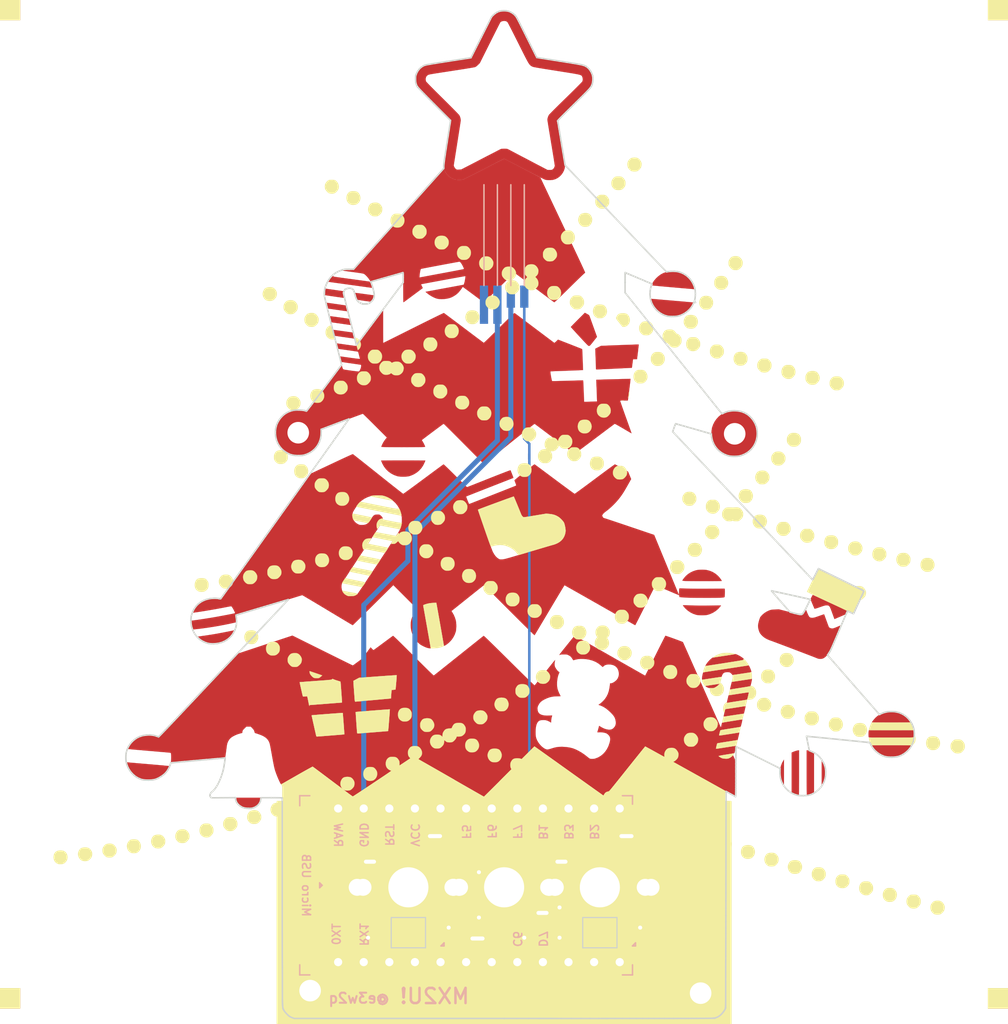
<source format=kicad_pcb>
(kicad_pcb (version 20171130) (host pcbnew "(5.0.2)-1")
  (title_block (title "MX2U! Keyboard") (rev 1) (company @e3w2q))
  (layers (0 F.Cu signal) (31 B.Cu signal) (34 B.Paste user) (35 F.Paste user) (36 B.SilkS user) (37 F.SilkS user) (38 B.Mask user) (39 F.Mask user) (44 Edge.Cuts user))
  (net 0 "")
  (net 1 VCC)
  (net 2 GND)
  (net 3 led)
  (net 4 "Net-(SW1-Pad2)")
  (net 5 "Net-(SW3-Pad2)")
  (net 6 "Net-(L1-Pad2)")
  (net 7 "Net-(L2-Pad2)")
  (module "#footprint:mx2u_outline_edit" (layer F.Cu) (at 92.997499 82.99375)
    (fp_text reference G*** hide)
    (fp_text value LOGO hide)
    (fp_line (start 0.087158 -48.952633) (end 0.236523 -48.943788) (layer Edge.Cuts) (width 0.15))
    (fp_line (start 0.236523 -48.943788) (end 0.35553 -48.927025) (layer Edge.Cuts) (width 0.15))
    (fp_line (start 0.35553 -48.927025) (end 0.356553 -48.926806) (layer Edge.Cuts) (width 0.15))
    (fp_line (start 0.356553 -48.926806) (end 0.537398 -48.869566) (layer Edge.Cuts) (width 0.15))
    (fp_line (start 0.537398 -48.869566) (end 0.726207 -48.777621) (layer Edge.Cuts) (width 0.15))
    (fp_line (start 0.726207 -48.777621) (end 0.906328 -48.660415) (layer Edge.Cuts) (width 0.15))
    (fp_line (start 0.906328 -48.660415) (end 1.061111 -48.527391) (layer Edge.Cuts) (width 0.15))
    (fp_line (start 1.061111 -48.527391) (end 1.061492 -48.527006) (layer Edge.Cuts) (width 0.15))
    (fp_line (start 1.061492 -48.527006) (end 1.090139 -48.497736) (layer Edge.Cuts) (width 0.15))
    (fp_line (start 1.090139 -48.497736) (end 1.11693 -48.468744) (layer Edge.Cuts) (width 0.15))
    (fp_line (start 1.11693 -48.468744) (end 1.14347 -48.437036) (layer Edge.Cuts) (width 0.15))
    (fp_line (start 1.14347 -48.437036) (end 1.171361 -48.399621) (layer Edge.Cuts) (width 0.15))
    (fp_line (start 1.171361 -48.399621) (end 1.202205 -48.353505) (layer Edge.Cuts) (width 0.15))
    (fp_line (start 1.202205 -48.353505) (end 1.237605 -48.295694) (layer Edge.Cuts) (width 0.15))
    (fp_line (start 1.237605 -48.295694) (end 1.279164 -48.223197) (layer Edge.Cuts) (width 0.15))
    (fp_line (start 1.279164 -48.223197) (end 1.328485 -48.133019) (layer Edge.Cuts) (width 0.15))
    (fp_line (start 1.328485 -48.133019) (end 1.387169 -48.022169) (layer Edge.Cuts) (width 0.15))
    (fp_line (start 1.387169 -48.022169) (end 1.45682 -47.887652) (layer Edge.Cuts) (width 0.15))
    (fp_line (start 1.45682 -47.887652) (end 1.539041 -47.726476) (layer Edge.Cuts) (width 0.15))
    (fp_line (start 1.539041 -47.726476) (end 1.635434 -47.535647) (layer Edge.Cuts) (width 0.15))
    (fp_line (start 1.635434 -47.535647) (end 1.747601 -47.312174) (layer Edge.Cuts) (width 0.15))
    (fp_line (start 1.747601 -47.312174) (end 1.877146 -47.053062) (layer Edge.Cuts) (width 0.15))
    (fp_line (start 1.877146 -47.053062) (end 2.025671 -46.755319) (layer Edge.Cuts) (width 0.15))
    (fp_line (start 2.025671 -46.755319) (end 2.194779 -46.415951) (layer Edge.Cuts) (width 0.15))
    (fp_line (start 2.194779 -46.415951) (end 2.233377 -46.338471) (layer Edge.Cuts) (width 0.15))
    (fp_line (start 2.233377 -46.338471) (end 3.240983 -44.315848) (layer Edge.Cuts) (width 0.15))
    (fp_line (start 3.240983 -44.315848) (end 5.468402 -43.965434) (layer Edge.Cuts) (width 0.15))
    (fp_line (start 5.468402 -43.965434) (end 5.869281 -43.902278) (layer Edge.Cuts) (width 0.15))
    (fp_line (start 5.869281 -43.902278) (end 6.2235 -43.846185) (layer Edge.Cuts) (width 0.15))
    (fp_line (start 6.2235 -43.846185) (end 6.534351 -43.796497) (layer Edge.Cuts) (width 0.15))
    (fp_line (start 6.534351 -43.796497) (end 6.805129 -43.752553) (layer Edge.Cuts) (width 0.15))
    (fp_line (start 6.805129 -43.752553) (end 7.039125 -43.713694) (layer Edge.Cuts) (width 0.15))
    (fp_line (start 7.039125 -43.713694) (end 7.239633 -43.67926) (layer Edge.Cuts) (width 0.15))
    (fp_line (start 7.239633 -43.67926) (end 7.409947 -43.648591) (layer Edge.Cuts) (width 0.15))
    (fp_line (start 7.409947 -43.648591) (end 7.553359 -43.621027) (layer Edge.Cuts) (width 0.15))
    (fp_line (start 7.553359 -43.621027) (end 7.673163 -43.595909) (layer Edge.Cuts) (width 0.15))
    (fp_line (start 7.673163 -43.595909) (end 7.772652 -43.572577) (layer Edge.Cuts) (width 0.15))
    (fp_line (start 7.772652 -43.572577) (end 7.855119 -43.550371) (layer Edge.Cuts) (width 0.15))
    (fp_line (start 7.855119 -43.550371) (end 7.923857 -43.528632) (layer Edge.Cuts) (width 0.15))
    (fp_line (start 7.923857 -43.528632) (end 7.982159 -43.506698) (layer Edge.Cuts) (width 0.15))
    (fp_line (start 7.982159 -43.506698) (end 8.033319 -43.483912) (layer Edge.Cuts) (width 0.15))
    (fp_line (start 8.033319 -43.483912) (end 8.08063 -43.459612) (layer Edge.Cuts) (width 0.15))
    (fp_line (start 8.08063 -43.459612) (end 8.127384 -43.43314) (layer Edge.Cuts) (width 0.15))
    (fp_line (start 8.127384 -43.43314) (end 8.128495 -43.432491) (layer Edge.Cuts) (width 0.15))
    (fp_line (start 8.128495 -43.432491) (end 8.299554 -43.306762) (layer Edge.Cuts) (width 0.15))
    (fp_line (start 8.299554 -43.306762) (end 8.457634 -43.141247) (layer Edge.Cuts) (width 0.15))
    (fp_line (start 8.457634 -43.141247) (end 8.595429 -42.946386) (layer Edge.Cuts) (width 0.15))
    (fp_line (start 8.595429 -42.946386) (end 8.705633 -42.732619) (layer Edge.Cuts) (width 0.15))
    (fp_line (start 8.705633 -42.732619) (end 8.780943 -42.510389) (layer Edge.Cuts) (width 0.15))
    (fp_line (start 8.780943 -42.510389) (end 8.784793 -42.494469) (layer Edge.Cuts) (width 0.15))
    (fp_line (start 8.784793 -42.494469) (end 8.810834 -42.314017) (layer Edge.Cuts) (width 0.15))
    (fp_line (start 8.810834 -42.314017) (end 8.813513 -42.110275) (layer Edge.Cuts) (width 0.15))
    (fp_line (start 8.813513 -42.110275) (end 8.793809 -41.904258) (layer Edge.Cuts) (width 0.15))
    (fp_line (start 8.793809 -41.904258) (end 8.752698 -41.716976) (layer Edge.Cuts) (width 0.15))
    (fp_line (start 8.752698 -41.716976) (end 8.747897 -41.701493) (layer Edge.Cuts) (width 0.15))
    (fp_line (start 8.747897 -41.701493) (end 8.728236 -41.641113) (layer Edge.Cuts) (width 0.15))
    (fp_line (start 8.728236 -41.641113) (end 8.70827 -41.585275) (layer Edge.Cuts) (width 0.15))
    (fp_line (start 8.70827 -41.585275) (end 8.685724 -41.531444) (layer Edge.Cuts) (width 0.15))
    (fp_line (start 8.685724 -41.531444) (end 8.658324 -41.477084) (layer Edge.Cuts) (width 0.15))
    (fp_line (start 8.658324 -41.477084) (end 8.623799 -41.41966) (layer Edge.Cuts) (width 0.15))
    (fp_line (start 8.623799 -41.41966) (end 8.579874 -41.356635) (layer Edge.Cuts) (width 0.15))
    (fp_line (start 8.579874 -41.356635) (end 8.524276 -41.285474) (layer Edge.Cuts) (width 0.15))
    (fp_line (start 8.524276 -41.285474) (end 8.454733 -41.203642) (layer Edge.Cuts) (width 0.15))
    (fp_line (start 8.454733 -41.203642) (end 8.36897 -41.108602) (layer Edge.Cuts) (width 0.15))
    (fp_line (start 8.36897 -41.108602) (end 8.264715 -40.99782) (layer Edge.Cuts) (width 0.15))
    (fp_line (start 8.264715 -40.99782) (end 8.139694 -40.868759) (layer Edge.Cuts) (width 0.15))
    (fp_line (start 8.139694 -40.868759) (end 7.991634 -40.718884) (layer Edge.Cuts) (width 0.15))
    (fp_line (start 7.991634 -40.718884) (end 7.818261 -40.54566) (layer Edge.Cuts) (width 0.15))
    (fp_line (start 7.818261 -40.54566) (end 7.617303 -40.346549) (layer Edge.Cuts) (width 0.15))
    (fp_line (start 7.617303 -40.346549) (end 7.386487 -40.119018) (layer Edge.Cuts) (width 0.15))
    (fp_line (start 7.386487 -40.119018) (end 7.123538 -39.86053) (layer Edge.Cuts) (width 0.15))
    (fp_line (start 7.123538 -39.86053) (end 6.905354 -39.646279) (layer Edge.Cuts) (width 0.15))
    (fp_line (start 6.905354 -39.646279) (end 6.617072 -39.362973) (layer Edge.Cuts) (width 0.15))
    (fp_line (start 6.617072 -39.362973) (end 6.363274 -39.112936) (layer Edge.Cuts) (width 0.15))
    (fp_line (start 6.363274 -39.112936) (end 6.142117 -38.894287) (layer Edge.Cuts) (width 0.15))
    (fp_line (start 6.142117 -38.894287) (end 5.951761 -38.705147) (layer Edge.Cuts) (width 0.15))
    (fp_line (start 5.951761 -38.705147) (end 5.790362 -38.543636) (layer Edge.Cuts) (width 0.15))
    (fp_line (start 5.790362 -38.543636) (end 5.65608 -38.407872) (layer Edge.Cuts) (width 0.15))
    (fp_line (start 5.65608 -38.407872) (end 5.547071 -38.295975) (layer Edge.Cuts) (width 0.15))
    (fp_line (start 5.547071 -38.295975) (end 5.461495 -38.206066) (layer Edge.Cuts) (width 0.15))
    (fp_line (start 5.461495 -38.206066) (end 5.39751 -38.136264) (layer Edge.Cuts) (width 0.15))
    (fp_line (start 5.39751 -38.136264) (end 5.353273 -38.084689) (layer Edge.Cuts) (width 0.15))
    (fp_line (start 5.353273 -38.084689) (end 5.326942 -38.04946) (layer Edge.Cuts) (width 0.15))
    (fp_line (start 5.326942 -38.04946) (end 5.316677 -38.028697) (layer Edge.Cuts) (width 0.15))
    (fp_line (start 5.316677 -38.028697) (end 5.316567 -38.024367) (layer Edge.Cuts) (width 0.15))
    (fp_line (start 5.316567 -38.024367) (end 5.322371 -37.992313) (layer Edge.Cuts) (width 0.15))
    (fp_line (start 5.322371 -37.992313) (end 5.335859 -37.914086) (layer Edge.Cuts) (width 0.15))
    (fp_line (start 5.335859 -37.914086) (end 5.356412 -37.793375) (layer Edge.Cuts) (width 0.15))
    (fp_line (start 5.356412 -37.793375) (end 5.383407 -37.633867) (layer Edge.Cuts) (width 0.15))
    (fp_line (start 5.383407 -37.633867) (end 5.416226 -37.43925) (layer Edge.Cuts) (width 0.15))
    (fp_line (start 5.416226 -37.43925) (end 5.454248 -37.213212) (layer Edge.Cuts) (width 0.15))
    (fp_line (start 5.454248 -37.213212) (end 5.496851 -36.95944) (layer Edge.Cuts) (width 0.15))
    (fp_line (start 5.496851 -36.95944) (end 5.543416 -36.681624) (layer Edge.Cuts) (width 0.15))
    (fp_line (start 5.543416 -36.681624) (end 5.593323 -36.38345) (layer Edge.Cuts) (width 0.15))
    (fp_line (start 5.593323 -36.38345) (end 5.64595 -36.068607) (layer Edge.Cuts) (width 0.15))
    (fp_line (start 5.64595 -36.068607) (end 5.690554 -35.801453) (layer Edge.Cuts) (width 0.15))
    (fp_line (start 5.690554 -35.801453) (end 6.053035 -33.629275) (layer Edge.Cuts) (width 0.15))
    (fp_line (start 6.053035 -33.629275) (end 11.082487 -28.337577) (layer Edge.Cuts) (width 0.15))
    (fp_line (start 11.082487 -28.337577) (end 16.11194 -23.04588) (layer Edge.Cuts) (width 0.15))
    (fp_line (start 16.11194 -23.04588) (end 16.200398 -23.060999) (layer Edge.Cuts) (width 0.15))
    (fp_line (start 16.200398 -23.060999) (end 16.553289 -23.103079) (layer Edge.Cuts) (width 0.15))
    (fp_line (start 16.553289 -23.103079) (end 16.890285 -23.106839) (layer Edge.Cuts) (width 0.15))
    (fp_line (start 16.890285 -23.106839) (end 17.204961 -23.07249) (layer Edge.Cuts) (width 0.15))
    (fp_line (start 17.204961 -23.07249) (end 17.425278 -23.021014) (layer Edge.Cuts) (width 0.15))
    (fp_line (start 17.425278 -23.021014) (end 17.716291 -22.909202) (layer Edge.Cuts) (width 0.15))
    (fp_line (start 17.716291 -22.909202) (end 17.988087 -22.753766) (layer Edge.Cuts) (width 0.15))
    (fp_line (start 17.988087 -22.753766) (end 18.236339 -22.559388) (layer Edge.Cuts) (width 0.15))
    (fp_line (start 18.236339 -22.559388) (end 18.456715 -22.330751) (layer Edge.Cuts) (width 0.15))
    (fp_line (start 18.456715 -22.330751) (end 18.644886 -22.072538) (layer Edge.Cuts) (width 0.15))
    (fp_line (start 18.644886 -22.072538) (end 18.796522 -21.789429) (layer Edge.Cuts) (width 0.15))
    (fp_line (start 18.796522 -21.789429) (end 18.907293 -21.486107) (layer Edge.Cuts) (width 0.15))
    (fp_line (start 18.907293 -21.486107) (end 18.931935 -21.391757) (layer Edge.Cuts) (width 0.15))
    (fp_line (start 18.931935 -21.391757) (end 18.968405 -21.173438) (layer Edge.Cuts) (width 0.15))
    (fp_line (start 18.968405 -21.173438) (end 18.983533 -20.928784) (layer Edge.Cuts) (width 0.15))
    (fp_line (start 18.983533 -20.928784) (end 18.977735 -20.67604) (layer Edge.Cuts) (width 0.15))
    (fp_line (start 18.977735 -20.67604) (end 18.951426 -20.43345) (layer Edge.Cuts) (width 0.15))
    (fp_line (start 18.951426 -20.43345) (end 18.90529 -20.220193) (layer Edge.Cuts) (width 0.15))
    (fp_line (start 18.90529 -20.220193) (end 18.892655 -20.154836) (layer Edge.Cuts) (width 0.15))
    (fp_line (start 18.892655 -20.154836) (end 18.907034 -20.108579) (layer Edge.Cuts) (width 0.15))
    (fp_line (start 18.907034 -20.108579) (end 18.936211 -20.073237) (layer Edge.Cuts) (width 0.15))
    (fp_line (start 18.936211 -20.073237) (end 18.992376 -20.013451) (layer Edge.Cuts) (width 0.15))
    (fp_line (start 18.992376 -20.013451) (end 18.925696 -20.038803) (layer Edge.Cuts) (width 0.15))
    (fp_line (start 18.925696 -20.038803) (end 18.886576 -20.05014) (layer Edge.Cuts) (width 0.15))
    (fp_line (start 18.886576 -20.05014) (end 18.859552 -20.041073) (layer Edge.Cuts) (width 0.15))
    (fp_line (start 18.859552 -20.041073) (end 18.834074 -20.002517) (layer Edge.Cuts) (width 0.15))
    (fp_line (start 18.834074 -20.002517) (end 18.802859 -19.933023) (layer Edge.Cuts) (width 0.15))
    (fp_line (start 18.802859 -19.933023) (end 18.663733 -19.669867) (layer Edge.Cuts) (width 0.15))
    (fp_line (start 18.663733 -19.669867) (end 18.481995 -19.424159) (layer Edge.Cuts) (width 0.15))
    (fp_line (start 18.481995 -19.424159) (end 18.264132 -19.201324) (layer Edge.Cuts) (width 0.15))
    (fp_line (start 18.264132 -19.201324) (end 18.016627 -19.006787) (layer Edge.Cuts) (width 0.15))
    (fp_line (start 18.016627 -19.006787) (end 17.745966 -18.845972) (layer Edge.Cuts) (width 0.15))
    (fp_line (start 17.745966 -18.845972) (end 17.458635 -18.724304) (layer Edge.Cuts) (width 0.15))
    (fp_line (start 17.458635 -18.724304) (end 17.302076 -18.677616) (layer Edge.Cuts) (width 0.15))
    (fp_line (start 17.302076 -18.677616) (end 17.164765 -18.652188) (layer Edge.Cuts) (width 0.15))
    (fp_line (start 17.164765 -18.652188) (end 16.993267 -18.634806) (layer Edge.Cuts) (width 0.15))
    (fp_line (start 16.993267 -18.634806) (end 16.802066 -18.625598) (layer Edge.Cuts) (width 0.15))
    (fp_line (start 16.802066 -18.625598) (end 16.605643 -18.624694) (layer Edge.Cuts) (width 0.15))
    (fp_line (start 16.605643 -18.624694) (end 16.418483 -18.632223) (layer Edge.Cuts) (width 0.15))
    (fp_line (start 16.418483 -18.632223) (end 16.255069 -18.648313) (layer Edge.Cuts) (width 0.15))
    (fp_line (start 16.255069 -18.648313) (end 16.151465 -18.667364) (layer Edge.Cuts) (width 0.15))
    (fp_line (start 16.151465 -18.667364) (end 15.892389 -18.753097) (layer Edge.Cuts) (width 0.15))
    (fp_line (start 15.892389 -18.753097) (end 15.633434 -18.880039) (layer Edge.Cuts) (width 0.15))
    (fp_line (start 15.633434 -18.880039) (end 15.387222 -19.040421) (layer Edge.Cuts) (width 0.15))
    (fp_line (start 15.387222 -19.040421) (end 15.166373 -19.226473) (layer Edge.Cuts) (width 0.15))
    (fp_line (start 15.166373 -19.226473) (end 15.056174 -19.341602) (layer Edge.Cuts) (width 0.15))
    (fp_line (start 15.056174 -19.341602) (end 14.851686 -19.603122) (layer Edge.Cuts) (width 0.15))
    (fp_line (start 14.851686 -19.603122) (end 14.694746 -19.870071) (layer Edge.Cuts) (width 0.15))
    (fp_line (start 14.694746 -19.870071) (end 14.582769 -20.149342) (layer Edge.Cuts) (width 0.15))
    (fp_line (start 14.582769 -20.149342) (end 14.513169 -20.447829) (layer Edge.Cuts) (width 0.15))
    (fp_line (start 14.513169 -20.447829) (end 14.483361 -20.772424) (layer Edge.Cuts) (width 0.15))
    (fp_line (start 14.483361 -20.772424) (end 14.481791 -20.873302) (layer Edge.Cuts) (width 0.15))
    (fp_line (start 14.481791 -20.873302) (end 14.493415 -21.151384) (layer Edge.Cuts) (width 0.15))
    (fp_line (start 14.493415 -21.151384) (end 14.529639 -21.396255) (layer Edge.Cuts) (width 0.15))
    (fp_line (start 14.529639 -21.396255) (end 14.592494 -21.619931) (layer Edge.Cuts) (width 0.15))
    (fp_line (start 14.592494 -21.619931) (end 14.620282 -21.693264) (layer Edge.Cuts) (width 0.15))
    (fp_line (start 14.620282 -21.693264) (end 14.650998 -21.771668) (layer Edge.Cuts) (width 0.15))
    (fp_line (start 14.650998 -21.771668) (end 14.671308 -21.828122) (layer Edge.Cuts) (width 0.15))
    (fp_line (start 14.671308 -21.828122) (end 14.676781 -21.850023) (layer Edge.Cuts) (width 0.15))
    (fp_line (start 14.676781 -21.850023) (end 14.650747 -21.861754) (layer Edge.Cuts) (width 0.15))
    (fp_line (start 14.650747 -21.861754) (end 14.583453 -21.890849) (layer Edge.Cuts) (width 0.15))
    (fp_line (start 14.583453 -21.890849) (end 14.479956 -21.935168) (layer Edge.Cuts) (width 0.15))
    (fp_line (start 14.479956 -21.935168) (end 14.345316 -21.992573) (layer Edge.Cuts) (width 0.15))
    (fp_line (start 14.345316 -21.992573) (end 14.184589 -22.060924) (layer Edge.Cuts) (width 0.15))
    (fp_line (start 14.184589 -22.060924) (end 14.002835 -22.138084) (layer Edge.Cuts) (width 0.15))
    (fp_line (start 14.002835 -22.138084) (end 13.805111 -22.221912) (layer Edge.Cuts) (width 0.15))
    (fp_line (start 13.805111 -22.221912) (end 13.596476 -22.310271) (layer Edge.Cuts) (width 0.15))
    (fp_line (start 13.596476 -22.310271) (end 13.381988 -22.401021) (layer Edge.Cuts) (width 0.15))
    (fp_line (start 13.381988 -22.401021) (end 13.166704 -22.492025) (layer Edge.Cuts) (width 0.15))
    (fp_line (start 13.166704 -22.492025) (end 12.955683 -22.581142) (layer Edge.Cuts) (width 0.15))
    (fp_line (start 12.955683 -22.581142) (end 12.753984 -22.666235) (layer Edge.Cuts) (width 0.15))
    (fp_line (start 12.753984 -22.666235) (end 12.566663 -22.745164) (layer Edge.Cuts) (width 0.15))
    (fp_line (start 12.566663 -22.745164) (end 12.398781 -22.81579) (layer Edge.Cuts) (width 0.15))
    (fp_line (start 12.398781 -22.81579) (end 12.255394 -22.875976) (layer Edge.Cuts) (width 0.15))
    (fp_line (start 12.255394 -22.875976) (end 12.14156 -22.923582) (layer Edge.Cuts) (width 0.15))
    (fp_line (start 12.14156 -22.923582) (end 12.062339 -22.956469) (layer Edge.Cuts) (width 0.15))
    (fp_line (start 12.062339 -22.956469) (end 12.022788 -22.972499) (layer Edge.Cuts) (width 0.15))
    (fp_line (start 12.022788 -22.972499) (end 12.019242 -22.973731) (layer Edge.Cuts) (width 0.15))
    (fp_line (start 12.019242 -22.973731) (end 12.01611 -22.949358) (layer Edge.Cuts) (width 0.15))
    (fp_line (start 12.01611 -22.949358) (end 12.013231 -22.879839) (layer Edge.Cuts) (width 0.15))
    (fp_line (start 12.013231 -22.879839) (end 12.010681 -22.770574) (layer Edge.Cuts) (width 0.15))
    (fp_line (start 12.010681 -22.770574) (end 12.008537 -22.626965) (layer Edge.Cuts) (width 0.15))
    (fp_line (start 12.008537 -22.626965) (end 12.006874 -22.454412) (layer Edge.Cuts) (width 0.15))
    (fp_line (start 12.006874 -22.454412) (end 12.005769 -22.258317) (layer Edge.Cuts) (width 0.15))
    (fp_line (start 12.005769 -22.258317) (end 12.005297 -22.04408) (layer Edge.Cuts) (width 0.15))
    (fp_line (start 12.005297 -22.04408) (end 12.005289 -21.981741) (layer Edge.Cuts) (width 0.15))
    (fp_line (start 12.005289 -21.981741) (end 12.005603 -20.989751) (layer Edge.Cuts) (width 0.15))
    (fp_line (start 12.005603 -20.989751) (end 16.78366 -15.012537) (layer Edge.Cuts) (width 0.15))
    (fp_line (start 16.78366 -15.012537) (end 17.170299 -14.52889) (layer Edge.Cuts) (width 0.15))
    (fp_line (start 17.170299 -14.52889) (end 17.548925 -14.055319) (layer Edge.Cuts) (width 0.15))
    (fp_line (start 17.548925 -14.055319) (end 17.918311 -13.593357) (layer Edge.Cuts) (width 0.15))
    (fp_line (start 17.918311 -13.593357) (end 18.277232 -13.144535) (layer Edge.Cuts) (width 0.15))
    (fp_line (start 18.277232 -13.144535) (end 18.624461 -12.710384) (layer Edge.Cuts) (width 0.15))
    (fp_line (start 18.624461 -12.710384) (end 18.958773 -12.292437) (layer Edge.Cuts) (width 0.15))
    (fp_line (start 18.958773 -12.292437) (end 19.278941 -11.892225) (layer Edge.Cuts) (width 0.15))
    (fp_line (start 19.278941 -11.892225) (end 19.58374 -11.511279) (layer Edge.Cuts) (width 0.15))
    (fp_line (start 19.58374 -11.511279) (end 19.871944 -11.151131) (layer Edge.Cuts) (width 0.15))
    (fp_line (start 19.871944 -11.151131) (end 20.142326 -10.813313) (layer Edge.Cuts) (width 0.15))
    (fp_line (start 20.142326 -10.813313) (end 20.39366 -10.499356) (layer Edge.Cuts) (width 0.15))
    (fp_line (start 20.39366 -10.499356) (end 20.624721 -10.210793) (layer Edge.Cuts) (width 0.15))
    (fp_line (start 20.624721 -10.210793) (end 20.834283 -9.949153) (layer Edge.Cuts) (width 0.15))
    (fp_line (start 20.834283 -9.949153) (end 21.02112 -9.71597) (layer Edge.Cuts) (width 0.15))
    (fp_line (start 21.02112 -9.71597) (end 21.184004 -9.512774) (layer Edge.Cuts) (width 0.15))
    (fp_line (start 21.184004 -9.512774) (end 21.321712 -9.341097) (layer Edge.Cuts) (width 0.15))
    (fp_line (start 21.321712 -9.341097) (end 21.433016 -9.202472) (layer Edge.Cuts) (width 0.15))
    (fp_line (start 21.433016 -9.202472) (end 21.516691 -9.098429) (layer Edge.Cuts) (width 0.15))
    (fp_line (start 21.516691 -9.098429) (end 21.57151 -9.030499) (layer Edge.Cuts) (width 0.15))
    (fp_line (start 21.57151 -9.030499) (end 21.596248 -9.000216) (layer Edge.Cuts) (width 0.15))
    (fp_line (start 21.596248 -9.000216) (end 21.597485 -8.998803) (layer Edge.Cuts) (width 0.15))
    (fp_line (start 21.597485 -8.998803) (end 21.625789 -8.979208) (layer Edge.Cuts) (width 0.15))
    (fp_line (start 21.625789 -8.979208) (end 21.661789 -8.982835) (layer Edge.Cuts) (width 0.15))
    (fp_line (start 21.661789 -8.982835) (end 21.721574 -9.011965) (layer Edge.Cuts) (width 0.15))
    (fp_line (start 21.721574 -9.011965) (end 21.732225 -9.017909) (layer Edge.Cuts) (width 0.15))
    (fp_line (start 21.732225 -9.017909) (end 21.999075 -9.139638) (layer Edge.Cuts) (width 0.15))
    (fp_line (start 21.999075 -9.139638) (end 22.297403 -9.222986) (layer Edge.Cuts) (width 0.15))
    (fp_line (start 22.297403 -9.222986) (end 22.625283 -9.267509) (layer Edge.Cuts) (width 0.15))
    (fp_line (start 22.625283 -9.267509) (end 22.847363 -9.275423) (layer Edge.Cuts) (width 0.15))
    (fp_line (start 22.847363 -9.275423) (end 23.1809 -9.257577) (layer Edge.Cuts) (width 0.15))
    (fp_line (start 23.1809 -9.257577) (end 23.484921 -9.202759) (layer Edge.Cuts) (width 0.15))
    (fp_line (start 23.484921 -9.202759) (end 23.76633 -9.109049) (layer Edge.Cuts) (width 0.15))
    (fp_line (start 23.76633 -9.109049) (end 24.032033 -8.974527) (layer Edge.Cuts) (width 0.15))
    (fp_line (start 24.032033 -8.974527) (end 24.113939 -8.923158) (layer Edge.Cuts) (width 0.15))
    (fp_line (start 24.113939 -8.923158) (end 24.356378 -8.735314) (layer Edge.Cuts) (width 0.15))
    (fp_line (start 24.356378 -8.735314) (end 24.575628 -8.508234) (layer Edge.Cuts) (width 0.15))
    (fp_line (start 24.575628 -8.508234) (end 24.765693 -8.25021) (layer Edge.Cuts) (width 0.15))
    (fp_line (start 24.765693 -8.25021) (end 24.92058 -7.96954) (layer Edge.Cuts) (width 0.15))
    (fp_line (start 24.92058 -7.96954) (end 25.034292 -7.674517) (layer Edge.Cuts) (width 0.15))
    (fp_line (start 25.034292 -7.674517) (end 25.046558 -7.632637) (layer Edge.Cuts) (width 0.15))
    (fp_line (start 25.046558 -7.632637) (end 25.086116 -7.443923) (layer Edge.Cuts) (width 0.15))
    (fp_line (start 25.086116 -7.443923) (end 25.109997 -7.225013) (layer Edge.Cuts) (width 0.15))
    (fp_line (start 25.109997 -7.225013) (end 25.117496 -6.993989) (layer Edge.Cuts) (width 0.15))
    (fp_line (start 25.117496 -6.993989) (end 25.107907 -6.768934) (layer Edge.Cuts) (width 0.15))
    (fp_line (start 25.107907 -6.768934) (end 25.086755 -6.60127) (layer Edge.Cuts) (width 0.15))
    (fp_line (start 25.086755 -6.60127) (end 25.005104 -6.275283) (layer Edge.Cuts) (width 0.15))
    (fp_line (start 25.005104 -6.275283) (end 24.879474 -5.971173) (layer Edge.Cuts) (width 0.15))
    (fp_line (start 24.879474 -5.971173) (end 24.712874 -5.692186) (layer Edge.Cuts) (width 0.15))
    (fp_line (start 24.712874 -5.692186) (end 24.508311 -5.441565) (layer Edge.Cuts) (width 0.15))
    (fp_line (start 24.508311 -5.441565) (end 24.268795 -5.222558) (layer Edge.Cuts) (width 0.15))
    (fp_line (start 24.268795 -5.222558) (end 23.997335 -5.038408) (layer Edge.Cuts) (width 0.15))
    (fp_line (start 23.997335 -5.038408) (end 23.696938 -4.89236) (layer Edge.Cuts) (width 0.15))
    (fp_line (start 23.696938 -4.89236) (end 23.41602 -4.799249) (layer Edge.Cuts) (width 0.15))
    (fp_line (start 23.41602 -4.799249) (end 23.283052 -4.774236) (layer Edge.Cuts) (width 0.15))
    (fp_line (start 23.283052 -4.774236) (end 23.114905 -4.757835) (layer Edge.Cuts) (width 0.15))
    (fp_line (start 23.114905 -4.757835) (end 22.92621 -4.750045) (layer Edge.Cuts) (width 0.15))
    (fp_line (start 22.92621 -4.750045) (end 22.731596 -4.750867) (layer Edge.Cuts) (width 0.15))
    (fp_line (start 22.731596 -4.750867) (end 22.545693 -4.7603) (layer Edge.Cuts) (width 0.15))
    (fp_line (start 22.545693 -4.7603) (end 22.383131 -4.778345) (layer Edge.Cuts) (width 0.15))
    (fp_line (start 22.383131 -4.778345) (end 22.278706 -4.799249) (layer Edge.Cuts) (width 0.15))
    (fp_line (start 22.278706 -4.799249) (end 21.958459 -4.90885) (layer Edge.Cuts) (width 0.15))
    (fp_line (start 21.958459 -4.90885) (end 21.663383 -5.059279) (layer Edge.Cuts) (width 0.15))
    (fp_line (start 21.663383 -5.059279) (end 21.396753 -5.247029) (layer Edge.Cuts) (width 0.15))
    (fp_line (start 21.396753 -5.247029) (end 21.161841 -5.468594) (layer Edge.Cuts) (width 0.15))
    (fp_line (start 21.161841 -5.468594) (end 20.961923 -5.720468) (layer Edge.Cuts) (width 0.15))
    (fp_line (start 20.961923 -5.720468) (end 20.800273 -5.999145) (layer Edge.Cuts) (width 0.15))
    (fp_line (start 20.800273 -5.999145) (end 20.680164 -6.301118) (layer Edge.Cuts) (width 0.15))
    (fp_line (start 20.680164 -6.301118) (end 20.611142 -6.584991) (layer Edge.Cuts) (width 0.15))
    (fp_line (start 20.611142 -6.584991) (end 20.593413 -6.696335) (layer Edge.Cuts) (width 0.15))
    (fp_line (start 20.593413 -6.696335) (end 20.580016 -6.798903) (layer Edge.Cuts) (width 0.15))
    (fp_line (start 20.580016 -6.798903) (end 20.573177 -6.87499) (layer Edge.Cuts) (width 0.15))
    (fp_line (start 20.573177 -6.87499) (end 20.572736 -6.890375) (layer Edge.Cuts) (width 0.15))
    (fp_line (start 20.572736 -6.890375) (end 20.570128 -6.947556) (layer Edge.Cuts) (width 0.15))
    (fp_line (start 20.570128 -6.947556) (end 20.563748 -6.975083) (layer Edge.Cuts) (width 0.15))
    (fp_line (start 20.563748 -6.975083) (end 20.562731 -6.975522) (layer Edge.Cuts) (width 0.15))
    (fp_line (start 20.562731 -6.975522) (end 20.537421 -6.982358) (layer Edge.Cuts) (width 0.15))
    (fp_line (start 20.537421 -6.982358) (end 20.467409 -7.002127) (layer Edge.Cuts) (width 0.15))
    (fp_line (start 20.467409 -7.002127) (end 20.35655 -7.033721) (layer Edge.Cuts) (width 0.15))
    (fp_line (start 20.35655 -7.033721) (end 20.208701 -7.076034) (layer Edge.Cuts) (width 0.15))
    (fp_line (start 20.208701 -7.076034) (end 20.027718 -7.127958) (layer Edge.Cuts) (width 0.15))
    (fp_line (start 20.027718 -7.127958) (end 19.817457 -7.188387) (layer Edge.Cuts) (width 0.15))
    (fp_line (start 19.817457 -7.188387) (end 19.581774 -7.256213) (layer Edge.Cuts) (width 0.15))
    (fp_line (start 19.581774 -7.256213) (end 19.324525 -7.330328) (layer Edge.Cuts) (width 0.15))
    (fp_line (start 19.324525 -7.330328) (end 19.049565 -7.409627) (layer Edge.Cuts) (width 0.15))
    (fp_line (start 19.049565 -7.409627) (end 18.801022 -7.481371) (layer Edge.Cuts) (width 0.15))
    (fp_line (start 18.801022 -7.481371) (end 18.513514 -7.564198) (layer Edge.Cuts) (width 0.15))
    (fp_line (start 18.513514 -7.564198) (end 18.240067 -7.642593) (layer Edge.Cuts) (width 0.15))
    (fp_line (start 18.240067 -7.642593) (end 17.984574 -7.715462) (layer Edge.Cuts) (width 0.15))
    (fp_line (start 17.984574 -7.715462) (end 17.750928 -7.781713) (layer Edge.Cuts) (width 0.15))
    (fp_line (start 17.750928 -7.781713) (end 17.543021 -7.840254) (layer Edge.Cuts) (width 0.15))
    (fp_line (start 17.543021 -7.840254) (end 17.364747 -7.889992) (layer Edge.Cuts) (width 0.15))
    (fp_line (start 17.364747 -7.889992) (end 17.219998 -7.929836) (layer Edge.Cuts) (width 0.15))
    (fp_line (start 17.219998 -7.929836) (end 17.112668 -7.958694) (layer Edge.Cuts) (width 0.15))
    (fp_line (start 17.112668 -7.958694) (end 17.04665 -7.975472) (layer Edge.Cuts) (width 0.15))
    (fp_line (start 17.04665 -7.975472) (end 17.025898 -7.979412) (layer Edge.Cuts) (width 0.15))
    (fp_line (start 17.025898 -7.979412) (end 17.010079 -7.954076) (layer Edge.Cuts) (width 0.15))
    (fp_line (start 17.010079 -7.954076) (end 16.981346 -7.889022) (layer Edge.Cuts) (width 0.15))
    (fp_line (start 16.981346 -7.889022) (end 16.942983 -7.792415) (layer Edge.Cuts) (width 0.15))
    (fp_line (start 16.942983 -7.792415) (end 16.898275 -7.672418) (layer Edge.Cuts) (width 0.15))
    (fp_line (start 16.898275 -7.672418) (end 16.866214 -7.582452) (layer Edge.Cuts) (width 0.15))
    (fp_line (start 16.866214 -7.582452) (end 16.729949 -7.193298) (layer Edge.Cuts) (width 0.15))
    (fp_line (start 16.729949 -7.193298) (end 16.840649 -7.078092) (layer Edge.Cuts) (width 0.15))
    (fp_line (start 16.840649 -7.078092) (end 16.86547 -7.051961) (layer Edge.Cuts) (width 0.15))
    (fp_line (start 16.86547 -7.051961) (end 16.923337 -6.990855) (layer Edge.Cuts) (width 0.15))
    (fp_line (start 16.923337 -6.990855) (end 17.012823 -6.896286) (layer Edge.Cuts) (width 0.15))
    (fp_line (start 17.012823 -6.896286) (end 17.132499 -6.769765) (layer Edge.Cuts) (width 0.15))
    (fp_line (start 17.132499 -6.769765) (end 17.280937 -6.612804) (layer Edge.Cuts) (width 0.15))
    (fp_line (start 17.280937 -6.612804) (end 17.456708 -6.426913) (layer Edge.Cuts) (width 0.15))
    (fp_line (start 17.456708 -6.426913) (end 17.658385 -6.213605) (layer Edge.Cuts) (width 0.15))
    (fp_line (start 17.658385 -6.213605) (end 17.884538 -5.97439) (layer Edge.Cuts) (width 0.15))
    (fp_line (start 17.884538 -5.97439) (end 18.133739 -5.710781) (layer Edge.Cuts) (width 0.15))
    (fp_line (start 18.133739 -5.710781) (end 18.404561 -5.424289) (layer Edge.Cuts) (width 0.15))
    (fp_line (start 18.404561 -5.424289) (end 18.695574 -5.116424) (layer Edge.Cuts) (width 0.15))
    (fp_line (start 18.695574 -5.116424) (end 19.005351 -4.788699) (layer Edge.Cuts) (width 0.15))
    (fp_line (start 19.005351 -4.788699) (end 19.332462 -4.442625) (layer Edge.Cuts) (width 0.15))
    (fp_line (start 19.332462 -4.442625) (end 19.67548 -4.079714) (layer Edge.Cuts) (width 0.15))
    (fp_line (start 19.67548 -4.079714) (end 20.032977 -3.701476) (layer Edge.Cuts) (width 0.15))
    (fp_line (start 20.032977 -3.701476) (end 20.403524 -3.309423) (layer Edge.Cuts) (width 0.15))
    (fp_line (start 20.403524 -3.309423) (end 20.785692 -2.905067) (layer Edge.Cuts) (width 0.15))
    (fp_line (start 20.785692 -2.905067) (end 21.178053 -2.489919) (layer Edge.Cuts) (width 0.15))
    (fp_line (start 21.178053 -2.489919) (end 21.57918 -2.065491) (layer Edge.Cuts) (width 0.15))
    (fp_line (start 21.57918 -2.065491) (end 21.987643 -1.633294) (layer Edge.Cuts) (width 0.15))
    (fp_line (start 21.987643 -1.633294) (end 22.402014 -1.194839) (layer Edge.Cuts) (width 0.15))
    (fp_line (start 22.402014 -1.194839) (end 22.820866 -0.751638) (layer Edge.Cuts) (width 0.15))
    (fp_line (start 22.820866 -0.751638) (end 23.242769 -0.305202) (layer Edge.Cuts) (width 0.15))
    (fp_line (start 23.242769 -0.305202) (end 23.666295 0.142957) (layer Edge.Cuts) (width 0.15))
    (fp_line (start 23.666295 0.142957) (end 24.090016 0.591328) (layer Edge.Cuts) (width 0.15))
    (fp_line (start 24.090016 0.591328) (end 24.512503 1.0384) (layer Edge.Cuts) (width 0.15))
    (fp_line (start 24.512503 1.0384) (end 24.932329 1.482661) (layer Edge.Cuts) (width 0.15))
    (fp_line (start 24.932329 1.482661) (end 25.348065 1.922599) (layer Edge.Cuts) (width 0.15))
    (fp_line (start 25.348065 1.922599) (end 25.758282 2.356703) (layer Edge.Cuts) (width 0.15))
    (fp_line (start 25.758282 2.356703) (end 26.161553 2.783462) (layer Edge.Cuts) (width 0.15))
    (fp_line (start 26.161553 2.783462) (end 26.556448 3.201364) (layer Edge.Cuts) (width 0.15))
    (fp_line (start 26.556448 3.201364) (end 26.94154 3.608899) (layer Edge.Cuts) (width 0.15))
    (fp_line (start 26.94154 3.608899) (end 27.3154 4.004553) (layer Edge.Cuts) (width 0.15))
    (fp_line (start 27.3154 4.004553) (end 27.6766 4.386817) (layer Edge.Cuts) (width 0.15))
    (fp_line (start 27.6766 4.386817) (end 28.023712 4.754178) (layer Edge.Cuts) (width 0.15))
    (fp_line (start 28.023712 4.754178) (end 28.355306 5.105126) (layer Edge.Cuts) (width 0.15))
    (fp_line (start 28.355306 5.105126) (end 28.669955 5.438148) (layer Edge.Cuts) (width 0.15))
    (fp_line (start 28.669955 5.438148) (end 28.966231 5.751733) (layer Edge.Cuts) (width 0.15))
    (fp_line (start 28.966231 5.751733) (end 29.242705 6.044371) (layer Edge.Cuts) (width 0.15))
    (fp_line (start 29.242705 6.044371) (end 29.497949 6.314548) (layer Edge.Cuts) (width 0.15))
    (fp_line (start 29.497949 6.314548) (end 29.730534 6.560755) (layer Edge.Cuts) (width 0.15))
    (fp_line (start 29.730534 6.560755) (end 29.939032 6.781479) (layer Edge.Cuts) (width 0.15))
    (fp_line (start 29.939032 6.781479) (end 30.122015 6.97521) (layer Edge.Cuts) (width 0.15))
    (fp_line (start 30.122015 6.97521) (end 30.278055 7.140435) (layer Edge.Cuts) (width 0.15))
    (fp_line (start 30.278055 7.140435) (end 30.405722 7.275643) (layer Edge.Cuts) (width 0.15))
    (fp_line (start 30.405722 7.275643) (end 30.503589 7.379323) (layer Edge.Cuts) (width 0.15))
    (fp_line (start 30.503589 7.379323) (end 30.570228 7.449964) (layer Edge.Cuts) (width 0.15))
    (fp_line (start 30.570228 7.449964) (end 30.604209 7.486054) (layer Edge.Cuts) (width 0.15))
    (fp_line (start 30.604209 7.486054) (end 30.608457 7.490609) (layer Edge.Cuts) (width 0.15))
    (fp_line (start 30.608457 7.490609) (end 30.62461 7.475205) (layer Edge.Cuts) (width 0.15))
    (fp_line (start 30.62461 7.475205) (end 30.659702 7.420185) (layer Edge.Cuts) (width 0.15))
    (fp_line (start 30.659702 7.420185) (end 30.710495 7.331355) (layer Edge.Cuts) (width 0.15))
    (fp_line (start 30.710495 7.331355) (end 30.773751 7.214521) (layer Edge.Cuts) (width 0.15))
    (fp_line (start 30.773751 7.214521) (end 30.846233 7.07549) (layer Edge.Cuts) (width 0.15))
    (fp_line (start 30.846233 7.07549) (end 30.908003 6.953544) (layer Edge.Cuts) (width 0.15))
    (fp_line (start 30.908003 6.953544) (end 30.985401 6.799776) (layer Edge.Cuts) (width 0.15))
    (fp_line (start 30.985401 6.799776) (end 31.055535 6.662172) (layer Edge.Cuts) (width 0.15))
    (fp_line (start 31.055535 6.662172) (end 31.115222 6.546832) (layer Edge.Cuts) (width 0.15))
    (fp_line (start 31.115222 6.546832) (end 31.161283 6.459855) (layer Edge.Cuts) (width 0.15))
    (fp_line (start 31.161283 6.459855) (end 31.190537 6.407342) (layer Edge.Cuts) (width 0.15))
    (fp_line (start 31.190537 6.407342) (end 31.199624 6.394229) (layer Edge.Cuts) (width 0.15))
    (fp_line (start 31.199624 6.394229) (end 31.223074 6.405075) (layer Edge.Cuts) (width 0.15))
    (fp_line (start 31.223074 6.405075) (end 31.288155 6.436393) (layer Edge.Cuts) (width 0.15))
    (fp_line (start 31.288155 6.436393) (end 31.391136 6.486355) (layer Edge.Cuts) (width 0.15))
    (fp_line (start 31.391136 6.486355) (end 31.528288 6.55313) (layer Edge.Cuts) (width 0.15))
    (fp_line (start 31.528288 6.55313) (end 31.69588 6.63489) (layer Edge.Cuts) (width 0.15))
    (fp_line (start 31.69588 6.63489) (end 31.890181 6.729805) (layer Edge.Cuts) (width 0.15))
    (fp_line (start 31.890181 6.729805) (end 32.107462 6.836045) (layer Edge.Cuts) (width 0.15))
    (fp_line (start 32.107462 6.836045) (end 32.343992 6.951781) (layer Edge.Cuts) (width 0.15))
    (fp_line (start 32.343992 6.951781) (end 32.59604 7.075184) (layer Edge.Cuts) (width 0.15))
    (fp_line (start 32.59604 7.075184) (end 32.859877 7.204424) (layer Edge.Cuts) (width 0.15))
    (fp_line (start 32.859877 7.204424) (end 33.131772 7.337672) (layer Edge.Cuts) (width 0.15))
    (fp_line (start 33.131772 7.337672) (end 33.407994 7.473098) (layer Edge.Cuts) (width 0.15))
    (fp_line (start 33.407994 7.473098) (end 33.684814 7.608873) (layer Edge.Cuts) (width 0.15))
    (fp_line (start 33.684814 7.608873) (end 33.9585 7.743168) (layer Edge.Cuts) (width 0.15))
    (fp_line (start 33.9585 7.743168) (end 34.225324 7.874153) (layer Edge.Cuts) (width 0.15))
    (fp_line (start 34.225324 7.874153) (end 34.481553 7.999999) (layer Edge.Cuts) (width 0.15))
    (fp_line (start 34.481553 7.999999) (end 34.723459 8.118877) (layer Edge.Cuts) (width 0.15))
    (fp_line (start 34.723459 8.118877) (end 34.94731 8.228956) (layer Edge.Cuts) (width 0.15))
    (fp_line (start 34.94731 8.228956) (end 35.149377 8.328408) (layer Edge.Cuts) (width 0.15))
    (fp_line (start 35.149377 8.328408) (end 35.325929 8.415403) (layer Edge.Cuts) (width 0.15))
    (fp_line (start 35.325929 8.415403) (end 35.473235 8.488112) (layer Edge.Cuts) (width 0.15))
    (fp_line (start 35.473235 8.488112) (end 35.587565 8.544706) (layer Edge.Cuts) (width 0.15))
    (fp_line (start 35.587565 8.544706) (end 35.66519 8.583354) (layer Edge.Cuts) (width 0.15))
    (fp_line (start 35.66519 8.583354) (end 35.702378 8.602228) (layer Edge.Cuts) (width 0.15))
    (fp_line (start 35.702378 8.602228) (end 35.705124 8.603788) (layer Edge.Cuts) (width 0.15))
    (fp_line (start 35.705124 8.603788) (end 35.696514 8.627317) (layer Edge.Cuts) (width 0.15))
    (fp_line (start 35.696514 8.627317) (end 35.669113 8.691329) (layer Edge.Cuts) (width 0.15))
    (fp_line (start 35.669113 8.691329) (end 35.625383 8.790442) (layer Edge.Cuts) (width 0.15))
    (fp_line (start 35.625383 8.790442) (end 35.567787 8.919275) (layer Edge.Cuts) (width 0.15))
    (fp_line (start 35.567787 8.919275) (end 35.498784 9.07245) (layer Edge.Cuts) (width 0.15))
    (fp_line (start 35.498784 9.07245) (end 35.420838 9.244584) (layer Edge.Cuts) (width 0.15))
    (fp_line (start 35.420838 9.244584) (end 35.33641 9.430298) (layer Edge.Cuts) (width 0.15))
    (fp_line (start 35.33641 9.430298) (end 35.247961 9.624211) (layer Edge.Cuts) (width 0.15))
    (fp_line (start 35.247961 9.624211) (end 35.157953 9.820942) (layer Edge.Cuts) (width 0.15))
    (fp_line (start 35.157953 9.820942) (end 35.068847 10.01511) (layer Edge.Cuts) (width 0.15))
    (fp_line (start 35.068847 10.01511) (end 34.983106 10.201337) (layer Edge.Cuts) (width 0.15))
    (fp_line (start 34.983106 10.201337) (end 34.903191 10.37424) (layer Edge.Cuts) (width 0.15))
    (fp_line (start 34.903191 10.37424) (end 34.831563 10.528439) (layer Edge.Cuts) (width 0.15))
    (fp_line (start 34.831563 10.528439) (end 34.770685 10.658554) (layer Edge.Cuts) (width 0.15))
    (fp_line (start 34.770685 10.658554) (end 34.723017 10.759204) (layer Edge.Cuts) (width 0.15))
    (fp_line (start 34.723017 10.759204) (end 34.691022 10.825009) (layer Edge.Cuts) (width 0.15))
    (fp_line (start 34.691022 10.825009) (end 34.677216 10.850535) (layer Edge.Cuts) (width 0.15))
    (fp_line (start 34.677216 10.850535) (end 34.648112 10.847724) (layer Edge.Cuts) (width 0.15))
    (fp_line (start 34.648112 10.847724) (end 34.583503 10.825059) (layer Edge.Cuts) (width 0.15))
    (fp_line (start 34.583503 10.825059) (end 34.492616 10.786227) (layer Edge.Cuts) (width 0.15))
    (fp_line (start 34.492616 10.786227) (end 34.384677 10.734915) (layer Edge.Cuts) (width 0.15))
    (fp_line (start 34.384677 10.734915) (end 34.372139 10.728657) (layer Edge.Cuts) (width 0.15))
    (fp_line (start 34.372139 10.728657) (end 34.262905 10.676197) (layer Edge.Cuts) (width 0.15))
    (fp_line (start 34.262905 10.676197) (end 34.169727 10.635811) (layer Edge.Cuts) (width 0.15))
    (fp_line (start 34.169727 10.635811) (end 34.101825 10.611183) (layer Edge.Cuts) (width 0.15))
    (fp_line (start 34.101825 10.611183) (end 34.068419 10.605999) (layer Edge.Cuts) (width 0.15))
    (fp_line (start 34.068419 10.605999) (end 34.067243 10.606778) (layer Edge.Cuts) (width 0.15))
    (fp_line (start 34.067243 10.606778) (end 34.054404 10.632788) (layer Edge.Cuts) (width 0.15))
    (fp_line (start 34.054404 10.632788) (end 34.023431 10.701811) (layer Edge.Cuts) (width 0.15))
    (fp_line (start 34.023431 10.701811) (end 33.975852 10.810294) (layer Edge.Cuts) (width 0.15))
    (fp_line (start 33.975852 10.810294) (end 33.913195 10.954684) (layer Edge.Cuts) (width 0.15))
    (fp_line (start 33.913195 10.954684) (end 33.836986 11.131426) (layer Edge.Cuts) (width 0.15))
    (fp_line (start 33.836986 11.131426) (end 33.748753 11.336968) (layer Edge.Cuts) (width 0.15))
    (fp_line (start 33.748753 11.336968) (end 33.650025 11.567755) (layer Edge.Cuts) (width 0.15))
    (fp_line (start 33.650025 11.567755) (end 33.542327 11.820234) (layer Edge.Cuts) (width 0.15))
    (fp_line (start 33.542327 11.820234) (end 33.427188 12.090853) (layer Edge.Cuts) (width 0.15))
    (fp_line (start 33.427188 12.090853) (end 33.306135 12.376056) (layer Edge.Cuts) (width 0.15))
    (fp_line (start 33.306135 12.376056) (end 33.26478 12.473642) (layer Edge.Cuts) (width 0.15))
    (fp_line (start 33.26478 12.473642) (end 33.114491 12.828364) (layer Edge.Cuts) (width 0.15))
    (fp_line (start 33.114491 12.828364) (end 32.98243 13.13979) (layer Edge.Cuts) (width 0.15))
    (fp_line (start 32.98243 13.13979) (end 32.86712 13.411171) (layer Edge.Cuts) (width 0.15))
    (fp_line (start 32.86712 13.411171) (end 32.767083 13.64576) (layer Edge.Cuts) (width 0.15))
    (fp_line (start 32.767083 13.64576) (end 32.680842 13.846809) (layer Edge.Cuts) (width 0.15))
    (fp_line (start 32.680842 13.846809) (end 32.606919 14.01757) (layer Edge.Cuts) (width 0.15))
    (fp_line (start 32.606919 14.01757) (end 32.543838 14.161295) (layer Edge.Cuts) (width 0.15))
    (fp_line (start 32.543838 14.161295) (end 32.49012 14.281236) (layer Edge.Cuts) (width 0.15))
    (fp_line (start 32.49012 14.281236) (end 32.44429 14.380644) (layer Edge.Cuts) (width 0.15))
    (fp_line (start 32.44429 14.380644) (end 32.404868 14.462773) (layer Edge.Cuts) (width 0.15))
    (fp_line (start 32.404868 14.462773) (end 32.370378 14.530873) (layer Edge.Cuts) (width 0.15))
    (fp_line (start 32.370378 14.530873) (end 32.339343 14.588197) (layer Edge.Cuts) (width 0.15))
    (fp_line (start 32.339343 14.588197) (end 32.310284 14.637996) (layer Edge.Cuts) (width 0.15))
    (fp_line (start 32.310284 14.637996) (end 32.281726 14.683524) (layer Edge.Cuts) (width 0.15))
    (fp_line (start 32.281726 14.683524) (end 32.25219 14.728031) (layer Edge.Cuts) (width 0.15))
    (fp_line (start 32.25219 14.728031) (end 32.220199 14.77477) (layer Edge.Cuts) (width 0.15))
    (fp_line (start 32.220199 14.77477) (end 32.217862 14.778162) (layer Edge.Cuts) (width 0.15))
    (fp_line (start 32.217862 14.778162) (end 32.09202 14.960803) (layer Edge.Cuts) (width 0.15))
    (fp_line (start 32.09202 14.960803) (end 32.151632 15.031534) (layer Edge.Cuts) (width 0.15))
    (fp_line (start 32.151632 15.031534) (end 32.17485 15.058383) (layer Edge.Cuts) (width 0.15))
    (fp_line (start 32.17485 15.058383) (end 32.229474 15.121148) (layer Edge.Cuts) (width 0.15))
    (fp_line (start 32.229474 15.121148) (end 32.313639 15.217692) (layer Edge.Cuts) (width 0.15))
    (fp_line (start 32.313639 15.217692) (end 32.425476 15.345878) (layer Edge.Cuts) (width 0.15))
    (fp_line (start 32.425476 15.345878) (end 32.563121 15.50357) (layer Edge.Cuts) (width 0.15))
    (fp_line (start 32.563121 15.50357) (end 32.724707 15.688631) (layer Edge.Cuts) (width 0.15))
    (fp_line (start 32.724707 15.688631) (end 32.908368 15.898925) (layer Edge.Cuts) (width 0.15))
    (fp_line (start 32.908368 15.898925) (end 33.112237 16.132314) (layer Edge.Cuts) (width 0.15))
    (fp_line (start 33.112237 16.132314) (end 33.334448 16.386663) (layer Edge.Cuts) (width 0.15))
    (fp_line (start 33.334448 16.386663) (end 33.573136 16.659835) (layer Edge.Cuts) (width 0.15))
    (fp_line (start 33.573136 16.659835) (end 33.826433 16.949693) (layer Edge.Cuts) (width 0.15))
    (fp_line (start 33.826433 16.949693) (end 34.092473 17.2541) (layer Edge.Cuts) (width 0.15))
    (fp_line (start 34.092473 17.2541) (end 34.369391 17.57092) (layer Edge.Cuts) (width 0.15))
    (fp_line (start 34.369391 17.57092) (end 34.65532 17.898016) (layer Edge.Cuts) (width 0.15))
    (fp_line (start 34.65532 17.898016) (end 34.733574 17.987532) (layer Edge.Cuts) (width 0.15))
    (fp_line (start 34.733574 17.987532) (end 37.255905 20.872798) (layer Edge.Cuts) (width 0.15))
    (fp_line (start 37.255905 20.872798) (end 37.336758 20.825101) (layer Edge.Cuts) (width 0.15))
    (fp_line (start 37.336758 20.825101) (end 37.448493 20.76941) (layer Edge.Cuts) (width 0.15))
    (fp_line (start 37.448493 20.76941) (end 37.592278 20.712388) (layer Edge.Cuts) (width 0.15))
    (fp_line (start 37.592278 20.712388) (end 37.75019 20.660299) (layer Edge.Cuts) (width 0.15))
    (fp_line (start 37.75019 20.660299) (end 37.904306 20.619407) (layer Edge.Cuts) (width 0.15))
    (fp_line (start 37.904306 20.619407) (end 37.9569 20.608346) (layer Edge.Cuts) (width 0.15))
    (fp_line (start 37.9569 20.608346) (end 38.108162 20.588005) (layer Edge.Cuts) (width 0.15))
    (fp_line (start 38.108162 20.588005) (end 38.291221 20.576665) (layer Edge.Cuts) (width 0.15))
    (fp_line (start 38.291221 20.576665) (end 38.488135 20.574322) (layer Edge.Cuts) (width 0.15))
    (fp_line (start 38.488135 20.574322) (end 38.68096 20.580973) (layer Edge.Cuts) (width 0.15))
    (fp_line (start 38.68096 20.580973) (end 38.851756 20.596615) (layer Edge.Cuts) (width 0.15))
    (fp_line (start 38.851756 20.596615) (end 38.927158 20.608539) (layer Edge.Cuts) (width 0.15))
    (fp_line (start 38.927158 20.608539) (end 39.241696 20.693843) (layer Edge.Cuts) (width 0.15))
    (fp_line (start 39.241696 20.693843) (end 39.536165 20.824228) (layer Edge.Cuts) (width 0.15))
    (fp_line (start 39.536165 20.824228) (end 39.807192 20.997068) (layer Edge.Cuts) (width 0.15))
    (fp_line (start 39.807192 20.997068) (end 40.051403 21.209733) (layer Edge.Cuts) (width 0.15))
    (fp_line (start 40.051403 21.209733) (end 40.265424 21.459597) (layer Edge.Cuts) (width 0.15))
    (fp_line (start 40.265424 21.459597) (end 40.445881 21.744031) (layer Edge.Cuts) (width 0.15))
    (fp_line (start 40.445881 21.744031) (end 40.487113 21.823781) (layer Edge.Cuts) (width 0.15))
    (fp_line (start 40.487113 21.823781) (end 40.583213 22.043053) (layer Edge.Cuts) (width 0.15))
    (fp_line (start 40.583213 22.043053) (end 40.649201 22.257142) (layer Edge.Cuts) (width 0.15))
    (fp_line (start 40.649201 22.257142) (end 40.689656 22.484419) (layer Edge.Cuts) (width 0.15))
    (fp_line (start 40.689656 22.484419) (end 40.707703 22.708358) (layer Edge.Cuts) (width 0.15))
    (fp_line (start 40.707703 22.708358) (end 40.70073 23.061828) (layer Edge.Cuts) (width 0.15))
    (fp_line (start 40.70073 23.061828) (end 40.647269 23.397241) (layer Edge.Cuts) (width 0.15))
    (fp_line (start 40.647269 23.397241) (end 40.5485 23.712395) (layer Edge.Cuts) (width 0.15))
    (fp_line (start 40.5485 23.712395) (end 40.405601 24.005086) (layer Edge.Cuts) (width 0.15))
    (fp_line (start 40.405601 24.005086) (end 40.219753 24.273109) (layer Edge.Cuts) (width 0.15))
    (fp_line (start 40.219753 24.273109) (end 39.992135 24.514263) (layer Edge.Cuts) (width 0.15))
    (fp_line (start 39.992135 24.514263) (end 39.723927 24.726342) (layer Edge.Cuts) (width 0.15))
    (fp_line (start 39.723927 24.726342) (end 39.577832 24.819104) (layer Edge.Cuts) (width 0.15))
    (fp_line (start 39.577832 24.819104) (end 39.38183 24.923414) (layer Edge.Cuts) (width 0.15))
    (fp_line (start 39.38183 24.923414) (end 39.189505 25.000218) (layer Edge.Cuts) (width 0.15))
    (fp_line (start 39.189505 25.000218) (end 38.988633 25.052494) (layer Edge.Cuts) (width 0.15))
    (fp_line (start 38.988633 25.052494) (end 38.766987 25.083218) (layer Edge.Cuts) (width 0.15))
    (fp_line (start 38.766987 25.083218) (end 38.512343 25.095366) (layer Edge.Cuts) (width 0.15))
    (fp_line (start 38.512343 25.095366) (end 38.441194 25.09585) (layer Edge.Cuts) (width 0.15))
    (fp_line (start 38.441194 25.09585) (end 38.231613 25.092319) (layer Edge.Cuts) (width 0.15))
    (fp_line (start 38.231613 25.092319) (end 38.058125 25.080165) (layer Edge.Cuts) (width 0.15))
    (fp_line (start 38.058125 25.080165) (end 37.906669 25.057052) (layer Edge.Cuts) (width 0.15))
    (fp_line (start 37.906669 25.057052) (end 37.763182 25.020641) (layer Edge.Cuts) (width 0.15))
    (fp_line (start 37.763182 25.020641) (end 37.613601 24.968593) (layer Edge.Cuts) (width 0.15))
    (fp_line (start 37.613601 24.968593) (end 37.568177 24.950684) (layer Edge.Cuts) (width 0.15))
    (fp_line (start 37.568177 24.950684) (end 37.35206 24.845729) (layer Edge.Cuts) (width 0.15))
    (fp_line (start 37.35206 24.845729) (end 37.131958 24.706503) (layer Edge.Cuts) (width 0.15))
    (fp_line (start 37.131958 24.706503) (end 36.92478 24.544759) (layer Edge.Cuts) (width 0.15))
    (fp_line (start 36.92478 24.544759) (end 36.767467 24.394078) (layer Edge.Cuts) (width 0.15))
    (fp_line (start 36.767467 24.394078) (end 36.676901 24.287385) (layer Edge.Cuts) (width 0.15))
    (fp_line (start 36.676901 24.287385) (end 36.581479 24.158808) (layer Edge.Cuts) (width 0.15))
    (fp_line (start 36.581479 24.158808) (end 36.490649 24.022617) (layer Edge.Cuts) (width 0.15))
    (fp_line (start 36.490649 24.022617) (end 36.413858 23.89308) (layer Edge.Cuts) (width 0.15))
    (fp_line (start 36.413858 23.89308) (end 36.360551 23.784469) (layer Edge.Cuts) (width 0.15))
    (fp_line (start 36.360551 23.784469) (end 36.355532 23.77183) (layer Edge.Cuts) (width 0.15))
    (fp_line (start 36.355532 23.77183) (end 36.310266 23.685671) (layer Edge.Cuts) (width 0.15))
    (fp_line (start 36.310266 23.685671) (end 36.259302 23.648104) (layer Edge.Cuts) (width 0.15))
    (fp_line (start 36.259302 23.648104) (end 36.258703 23.647965) (layer Edge.Cuts) (width 0.15))
    (fp_line (start 36.258703 23.647965) (end 36.223539 23.643113) (layer Edge.Cuts) (width 0.15))
    (fp_line (start 36.223539 23.643113) (end 36.142502 23.633795) (layer Edge.Cuts) (width 0.15))
    (fp_line (start 36.142502 23.633795) (end 36.019286 23.620378) (layer Edge.Cuts) (width 0.15))
    (fp_line (start 36.019286 23.620378) (end 35.857586 23.603231) (layer Edge.Cuts) (width 0.15))
    (fp_line (start 35.857586 23.603231) (end 35.661097 23.582721) (layer Edge.Cuts) (width 0.15))
    (fp_line (start 35.661097 23.582721) (end 35.433514 23.559218) (layer Edge.Cuts) (width 0.15))
    (fp_line (start 35.433514 23.559218) (end 35.178531 23.533088) (layer Edge.Cuts) (width 0.15))
    (fp_line (start 35.178531 23.533088) (end 34.899843 23.504701) (layer Edge.Cuts) (width 0.15))
    (fp_line (start 34.899843 23.504701) (end 34.601146 23.474424) (layer Edge.Cuts) (width 0.15))
    (fp_line (start 34.601146 23.474424) (end 34.286134 23.442625) (layer Edge.Cuts) (width 0.15))
    (fp_line (start 34.286134 23.442625) (end 33.958501 23.409672) (layer Edge.Cuts) (width 0.15))
    (fp_line (start 33.958501 23.409672) (end 33.621944 23.375934) (layer Edge.Cuts) (width 0.15))
    (fp_line (start 33.621944 23.375934) (end 33.280156 23.341778) (layer Edge.Cuts) (width 0.15))
    (fp_line (start 33.280156 23.341778) (end 32.936832 23.307573) (layer Edge.Cuts) (width 0.15))
    (fp_line (start 32.936832 23.307573) (end 32.595668 23.273687) (layer Edge.Cuts) (width 0.15))
    (fp_line (start 32.595668 23.273687) (end 32.260358 23.240488) (layer Edge.Cuts) (width 0.15))
    (fp_line (start 32.260358 23.240488) (end 31.934596 23.208344) (layer Edge.Cuts) (width 0.15))
    (fp_line (start 31.934596 23.208344) (end 31.622079 23.177622) (layer Edge.Cuts) (width 0.15))
    (fp_line (start 31.622079 23.177622) (end 31.3265 23.148692) (layer Edge.Cuts) (width 0.15))
    (fp_line (start 31.3265 23.148692) (end 31.051555 23.121921) (layer Edge.Cuts) (width 0.15))
    (fp_line (start 31.051555 23.121921) (end 30.800938 23.097678) (layer Edge.Cuts) (width 0.15))
    (fp_line (start 30.800938 23.097678) (end 30.578344 23.076329) (layer Edge.Cuts) (width 0.15))
    (fp_line (start 30.578344 23.076329) (end 30.387469 23.058245) (layer Edge.Cuts) (width 0.15))
    (fp_line (start 30.387469 23.058245) (end 30.232006 23.043792) (layer Edge.Cuts) (width 0.15))
    (fp_line (start 30.232006 23.043792) (end 30.115651 23.033339) (layer Edge.Cuts) (width 0.15))
    (fp_line (start 30.115651 23.033339) (end 30.042098 23.027253) (layer Edge.Cuts) (width 0.15))
    (fp_line (start 30.042098 23.027253) (end 30.015043 23.025904) (layer Edge.Cuts) (width 0.15))
    (fp_line (start 30.015043 23.025904) (end 30.014993 23.025935) (layer Edge.Cuts) (width 0.15))
    (fp_line (start 30.014993 23.025935) (end 30.016933 23.052628) (layer Edge.Cuts) (width 0.15))
    (fp_line (start 30.016933 23.052628) (end 30.027981 23.122472) (layer Edge.Cuts) (width 0.15))
    (fp_line (start 30.027981 23.122472) (end 30.046966 23.229127) (layer Edge.Cuts) (width 0.15))
    (fp_line (start 30.046966 23.229127) (end 30.072721 23.366255) (layer Edge.Cuts) (width 0.15))
    (fp_line (start 30.072721 23.366255) (end 30.104074 23.527515) (layer Edge.Cuts) (width 0.15))
    (fp_line (start 30.104074 23.527515) (end 30.139859 23.706567) (layer Edge.Cuts) (width 0.15))
    (fp_line (start 30.139859 23.706567) (end 30.147087 23.742196) (layer Edge.Cuts) (width 0.15))
    (fp_line (start 30.147087 23.742196) (end 30.290448 24.447189) (layer Edge.Cuts) (width 0.15))
    (fp_line (start 30.290448 24.447189) (end 30.518033 24.53843) (layer Edge.Cuts) (width 0.15))
    (fp_line (start 30.518033 24.53843) (end 30.818133 24.68513) (layer Edge.Cuts) (width 0.15))
    (fp_line (start 30.818133 24.68513) (end 31.087882 24.871984) (layer Edge.Cuts) (width 0.15))
    (fp_line (start 31.087882 24.871984) (end 31.326018 25.097808) (layer Edge.Cuts) (width 0.15))
    (fp_line (start 31.326018 25.097808) (end 31.531282 25.361419) (layer Edge.Cuts) (width 0.15))
    (fp_line (start 31.531282 25.361419) (end 31.691889 25.640099) (layer Edge.Cuts) (width 0.15))
    (fp_line (start 31.691889 25.640099) (end 31.78799 25.859372) (layer Edge.Cuts) (width 0.15))
    (fp_line (start 31.78799 25.859372) (end 31.853977 26.07346) (layer Edge.Cuts) (width 0.15))
    (fp_line (start 31.853977 26.07346) (end 31.894432 26.300737) (layer Edge.Cuts) (width 0.15))
    (fp_line (start 31.894432 26.300737) (end 31.912479 26.524677) (layer Edge.Cuts) (width 0.15))
    (fp_line (start 31.912479 26.524677) (end 31.905506 26.878146) (layer Edge.Cuts) (width 0.15))
    (fp_line (start 31.905506 26.878146) (end 31.852046 27.21356) (layer Edge.Cuts) (width 0.15))
    (fp_line (start 31.852046 27.21356) (end 31.753276 27.528714) (layer Edge.Cuts) (width 0.15))
    (fp_line (start 31.753276 27.528714) (end 31.610378 27.821404) (layer Edge.Cuts) (width 0.15))
    (fp_line (start 31.610378 27.821404) (end 31.424529 28.089428) (layer Edge.Cuts) (width 0.15))
    (fp_line (start 31.424529 28.089428) (end 31.196911 28.330581) (layer Edge.Cuts) (width 0.15))
    (fp_line (start 31.196911 28.330581) (end 30.928703 28.54266) (layer Edge.Cuts) (width 0.15))
    (fp_line (start 30.928703 28.54266) (end 30.782608 28.635423) (layer Edge.Cuts) (width 0.15))
    (fp_line (start 30.782608 28.635423) (end 30.586606 28.739732) (layer Edge.Cuts) (width 0.15))
    (fp_line (start 30.586606 28.739732) (end 30.394282 28.816536) (layer Edge.Cuts) (width 0.15))
    (fp_line (start 30.394282 28.816536) (end 30.193409 28.868812) (layer Edge.Cuts) (width 0.15))
    (fp_line (start 30.193409 28.868812) (end 29.971763 28.899536) (layer Edge.Cuts) (width 0.15))
    (fp_line (start 29.971763 28.899536) (end 29.71712 28.911685) (layer Edge.Cuts) (width 0.15))
    (fp_line (start 29.71712 28.911685) (end 29.64597 28.912168) (layer Edge.Cuts) (width 0.15))
    (fp_line (start 29.64597 28.912168) (end 29.468304 28.910404) (layer Edge.Cuts) (width 0.15))
    (fp_line (start 29.468304 28.910404) (end 29.329548 28.904477) (layer Edge.Cuts) (width 0.15))
    (fp_line (start 29.329548 28.904477) (end 29.218166 28.893434) (layer Edge.Cuts) (width 0.15))
    (fp_line (start 29.218166 28.893434) (end 29.122622 28.876323) (layer Edge.Cuts) (width 0.15))
    (fp_line (start 29.122622 28.876323) (end 29.077313 28.865229) (layer Edge.Cuts) (width 0.15))
    (fp_line (start 29.077313 28.865229) (end 28.749096 28.753629) (layer Edge.Cuts) (width 0.15))
    (fp_line (start 28.749096 28.753629) (end 28.450187 28.600857) (layer Edge.Cuts) (width 0.15))
    (fp_line (start 28.450187 28.600857) (end 28.180859 28.407109) (layer Edge.Cuts) (width 0.15))
    (fp_line (start 28.180859 28.407109) (end 27.941384 28.172584) (layer Edge.Cuts) (width 0.15))
    (fp_line (start 27.941384 28.172584) (end 27.732036 27.897476) (layer Edge.Cuts) (width 0.15))
    (fp_line (start 27.732036 27.897476) (end 27.727258 27.890184) (layer Edge.Cuts) (width 0.15))
    (fp_line (start 27.727258 27.890184) (end 27.579099 27.625365) (layer Edge.Cuts) (width 0.15))
    (fp_line (start 27.579099 27.625365) (end 27.472226 27.345702) (layer Edge.Cuts) (width 0.15))
    (fp_line (start 27.472226 27.345702) (end 27.40512 27.045327) (layer Edge.Cuts) (width 0.15))
    (fp_line (start 27.40512 27.045327) (end 27.376262 26.718372) (layer Edge.Cuts) (width 0.15))
    (fp_line (start 27.376262 26.718372) (end 27.375955 26.532353) (layer Edge.Cuts) (width 0.15))
    (fp_line (start 27.375955 26.532353) (end 27.38398 26.211472) (layer Edge.Cuts) (width 0.15))
    (fp_line (start 27.38398 26.211472) (end 25.20612 25.125207) (layer Edge.Cuts) (width 0.15))
    (fp_line (start 25.20612 25.125207) (end 24.828012 24.936807) (layer Edge.Cuts) (width 0.15))
    (fp_line (start 24.828012 24.936807) (end 24.492809 24.770218) (layer Edge.Cuts) (width 0.15))
    (fp_line (start 24.492809 24.770218) (end 24.19833 24.624398) (layer Edge.Cuts) (width 0.15))
    (fp_line (start 24.19833 24.624398) (end 23.942393 24.498304) (layer Edge.Cuts) (width 0.15))
    (fp_line (start 23.942393 24.498304) (end 23.722817 24.390893) (layer Edge.Cuts) (width 0.15))
    (fp_line (start 23.722817 24.390893) (end 23.537421 24.301124) (layer Edge.Cuts) (width 0.15))
    (fp_line (start 23.537421 24.301124) (end 23.384025 24.227952) (layer Edge.Cuts) (width 0.15))
    (fp_line (start 23.384025 24.227952) (end 23.260447 24.170335) (layer Edge.Cuts) (width 0.15))
    (fp_line (start 23.260447 24.170335) (end 23.164506 24.127231) (layer Edge.Cuts) (width 0.15))
    (fp_line (start 23.164506 24.127231) (end 23.094021 24.097597) (layer Edge.Cuts) (width 0.15))
    (fp_line (start 23.094021 24.097597) (end 23.046811 24.080391) (layer Edge.Cuts) (width 0.15))
    (fp_line (start 23.046811 24.080391) (end 23.020694 24.074568) (layer Edge.Cuts) (width 0.15))
    (fp_line (start 23.020694 24.074568) (end 23.013632 24.077061) (layer Edge.Cuts) (width 0.15))
    (fp_line (start 23.013632 24.077061) (end 23.011557 24.107255) (layer Edge.Cuts) (width 0.15))
    (fp_line (start 23.011557 24.107255) (end 23.009569 24.184489) (layer Edge.Cuts) (width 0.15))
    (fp_line (start 23.009569 24.184489) (end 23.00769 24.305258) (layer Edge.Cuts) (width 0.15))
    (fp_line (start 23.00769 24.305258) (end 23.00594 24.466054) (layer Edge.Cuts) (width 0.15))
    (fp_line (start 23.00594 24.466054) (end 23.004339 24.66337) (layer Edge.Cuts) (width 0.15))
    (fp_line (start 23.004339 24.66337) (end 23.002909 24.8937) (layer Edge.Cuts) (width 0.15))
    (fp_line (start 23.002909 24.8937) (end 23.00167 25.153537) (layer Edge.Cuts) (width 0.15))
    (fp_line (start 23.00167 25.153537) (end 23.000642 25.439375) (layer Edge.Cuts) (width 0.15))
    (fp_line (start 23.000642 25.439375) (end 22.999846 25.747706) (layer Edge.Cuts) (width 0.15))
    (fp_line (start 22.999846 25.747706) (end 22.999302 26.075024) (layer Edge.Cuts) (width 0.15))
    (fp_line (start 22.999302 26.075024) (end 22.999032 26.417823) (layer Edge.Cuts) (width 0.15))
    (fp_line (start 22.999032 26.417823) (end 22.999005 26.567358) (layer Edge.Cuts) (width 0.15))
    (fp_line (start 22.999005 26.567358) (end 22.998887 26.988199) (layer Edge.Cuts) (width 0.15))
    (fp_line (start 22.998887 26.988199) (end 22.998513 27.360997) (layer Edge.Cuts) (width 0.15))
    (fp_line (start 22.998513 27.360997) (end 22.99785 27.688254) (layer Edge.Cuts) (width 0.15))
    (fp_line (start 22.99785 27.688254) (end 22.996866 27.972474) (layer Edge.Cuts) (width 0.15))
    (fp_line (start 22.996866 27.972474) (end 22.995528 28.21616) (layer Edge.Cuts) (width 0.15))
    (fp_line (start 22.995528 28.21616) (end 22.993804 28.421815) (layer Edge.Cuts) (width 0.15))
    (fp_line (start 22.993804 28.421815) (end 22.991661 28.591943) (layer Edge.Cuts) (width 0.15))
    (fp_line (start 22.991661 28.591943) (end 22.989067 28.729045) (layer Edge.Cuts) (width 0.15))
    (fp_line (start 22.989067 28.729045) (end 22.985989 28.835627) (layer Edge.Cuts) (width 0.15))
    (fp_line (start 22.985989 28.835627) (end 22.982396 28.91419) (layer Edge.Cuts) (width 0.15))
    (fp_line (start 22.982396 28.91419) (end 22.978254 28.967238) (layer Edge.Cuts) (width 0.15))
    (fp_line (start 22.978254 28.967238) (end 22.973531 28.997274) (layer Edge.Cuts) (width 0.15))
    (fp_line (start 22.973531 28.997274) (end 22.968196 29.006802) (layer Edge.Cuts) (width 0.15))
    (fp_line (start 22.968196 29.006802) (end 22.967413 29.006648) (layer Edge.Cuts) (width 0.15))
    (fp_line (start 22.967413 29.006648) (end 22.936599 28.990878) (layer Edge.Cuts) (width 0.15))
    (fp_line (start 22.936599 28.990878) (end 22.868806 28.954293) (layer Edge.Cuts) (width 0.15))
    (fp_line (start 22.868806 28.954293) (end 22.771147 28.900792) (layer Edge.Cuts) (width 0.15))
    (fp_line (start 22.771147 28.900792) (end 22.650734 28.834277) (layer Edge.Cuts) (width 0.15))
    (fp_line (start 22.650734 28.834277) (end 22.514679 28.75865) (layer Edge.Cuts) (width 0.15))
    (fp_line (start 22.514679 28.75865) (end 22.480895 28.739803) (layer Edge.Cuts) (width 0.15))
    (fp_line (start 22.480895 28.739803) (end 22.02597 28.485849) (layer Edge.Cuts) (width 0.15))
    (fp_line (start 22.02597 28.485849) (end 22.01323 37.703173) (layer Edge.Cuts) (width 0.15))
    (fp_line (start 22.01323 37.703173) (end 22.012037 38.544189) (layer Edge.Cuts) (width 0.15))
    (fp_line (start 22.012037 38.544189) (end 22.010847 39.335982) (layer Edge.Cuts) (width 0.15))
    (fp_line (start 22.010847 39.335982) (end 22.009654 40.079877) (layer Edge.Cuts) (width 0.15))
    (fp_line (start 22.009654 40.079877) (end 22.008452 40.777196) (layer Edge.Cuts) (width 0.15))
    (fp_line (start 22.008452 40.777196) (end 22.007235 41.429266) (layer Edge.Cuts) (width 0.15))
    (fp_line (start 22.007235 41.429266) (end 22.005995 42.037409) (layer Edge.Cuts) (width 0.15))
    (fp_line (start 22.005995 42.037409) (end 22.004727 42.60295) (layer Edge.Cuts) (width 0.15))
    (fp_line (start 22.004727 42.60295) (end 22.003424 43.127213) (layer Edge.Cuts) (width 0.15))
    (fp_line (start 22.003424 43.127213) (end 22.002081 43.611523) (layer Edge.Cuts) (width 0.15))
    (fp_line (start 22.002081 43.611523) (end 22.000689 44.057203) (layer Edge.Cuts) (width 0.15))
    (fp_line (start 22.000689 44.057203) (end 21.999244 44.465578) (layer Edge.Cuts) (width 0.15))
    (fp_line (start 21.999244 44.465578) (end 21.997739 44.837973) (layer Edge.Cuts) (width 0.15))
    (fp_line (start 21.997739 44.837973) (end 21.996167 45.175711) (layer Edge.Cuts) (width 0.15))
    (fp_line (start 21.996167 45.175711) (end 21.994523 45.480116) (layer Edge.Cuts) (width 0.15))
    (fp_line (start 21.994523 45.480116) (end 21.992799 45.752513) (layer Edge.Cuts) (width 0.15))
    (fp_line (start 21.992799 45.752513) (end 21.990989 45.994226) (layer Edge.Cuts) (width 0.15))
    (fp_line (start 21.990989 45.994226) (end 21.989088 49.206579) (layer Edge.Cuts) (width 0.15))
    (fp_line (start 21.989088 49.206579) (end 21.987088 49.390896) (layer Edge.Cuts) (width 0.15))
    (fp_line (start 21.987088 49.390896) (end 21.984983 49.548502) (layer Edge.Cuts) (width 0.15))
    (fp_line (start 21.984983 49.548502) (end 21.982767 49.680721) (layer Edge.Cuts) (width 0.15))
    (fp_line (start 21.982767 49.680721) (end 21.980434 49.788877) (layer Edge.Cuts) (width 0.15))
    (fp_line (start 21.980434 49.788877) (end 21.977977 49.874294) (layer Edge.Cuts) (width 0.15))
    (fp_line (start 21.977977 49.874294) (end 21.97539 49.938297) (layer Edge.Cuts) (width 0.15))
    (fp_line (start 21.97539 49.938297) (end 21.972666 49.982209) (layer Edge.Cuts) (width 0.15))
    (fp_line (start 21.972666 49.982209) (end 21.9698 50.007355) (layer Edge.Cuts) (width 0.15))
    (fp_line (start 21.9698 50.007355) (end 21.968494 50.012808) (layer Edge.Cuts) (width 0.15))
    (fp_line (start 21.968494 50.012808) (end 21.917895 50.122994) (layer Edge.Cuts) (width 0.15))
    (fp_line (start 21.917895 50.122994) (end 21.838688 50.25342) (layer Edge.Cuts) (width 0.15))
    (fp_line (start 21.838688 50.25342) (end 21.740252 50.390979) (layer Edge.Cuts) (width 0.15))
    (fp_line (start 21.740252 50.390979) (end 21.631963 50.52256) (layer Edge.Cuts) (width 0.15))
    (fp_line (start 21.631963 50.52256) (end 21.523717 50.634571) (layer Edge.Cuts) (width 0.15))
    (fp_line (start 21.523717 50.634571) (end 21.363508 50.768228) (layer Edge.Cuts) (width 0.15))
    (fp_line (start 21.363508 50.768228) (end 21.200354 50.868474) (layer Edge.Cuts) (width 0.15))
    (fp_line (start 21.200354 50.868474) (end 21.013973 50.947052) (layer Edge.Cuts) (width 0.15))
    (fp_line (start 21.013973 50.947052) (end 20.944115 50.970166) (layer Edge.Cuts) (width 0.15))
    (fp_line (start 20.944115 50.970166) (end 20.934338 50.97307) (layer Edge.Cuts) (width 0.15))
    (fp_line (start 20.934338 50.97307) (end 20.92323 50.975858) (layer Edge.Cuts) (width 0.15))
    (fp_line (start 20.92323 50.975858) (end 20.909766 50.978531) (layer Edge.Cuts) (width 0.15))
    (fp_line (start 20.909766 50.978531) (end 20.892921 50.981091) (layer Edge.Cuts) (width 0.15))
    (fp_line (start 20.892921 50.981091) (end 20.871671 50.983541) (layer Edge.Cuts) (width 0.15))
    (fp_line (start 20.871671 50.983541) (end 20.844991 50.985884) (layer Edge.Cuts) (width 0.15))
    (fp_line (start 20.844991 50.985884) (end 20.811856 50.988121) (layer Edge.Cuts) (width 0.15))
    (fp_line (start 20.811856 50.988121) (end 20.771241 50.990255) (layer Edge.Cuts) (width 0.15))
    (fp_line (start 20.771241 50.990255) (end 20.722121 50.992288) (layer Edge.Cuts) (width 0.15))
    (fp_line (start 20.722121 50.992288) (end 20.663472 50.994223) (layer Edge.Cuts) (width 0.15))
    (fp_line (start 20.663472 50.994223) (end 20.594268 50.996061) (layer Edge.Cuts) (width 0.15))
    (fp_line (start 20.594268 50.996061) (end 20.513486 50.997806) (layer Edge.Cuts) (width 0.15))
    (fp_line (start 20.513486 50.997806) (end 20.420099 50.999459) (layer Edge.Cuts) (width 0.15))
    (fp_line (start 20.420099 50.999459) (end 20.313084 51.001023) (layer Edge.Cuts) (width 0.15))
    (fp_line (start 20.313084 51.001023) (end 20.191416 51.0025) (layer Edge.Cuts) (width 0.15))
    (fp_line (start 20.191416 51.0025) (end 20.054069 51.003893) (layer Edge.Cuts) (width 0.15))
    (fp_line (start 20.054069 51.003893) (end 19.90002 51.005203) (layer Edge.Cuts) (width 0.15))
    (fp_line (start 19.90002 51.005203) (end 19.728242 51.006433) (layer Edge.Cuts) (width 0.15))
    (fp_line (start 19.728242 51.006433) (end 19.537712 51.007586) (layer Edge.Cuts) (width 0.15))
    (fp_line (start 19.537712 51.007586) (end 19.327404 51.008663) (layer Edge.Cuts) (width 0.15))
    (fp_line (start 19.327404 51.008663) (end 19.096294 51.009668) (layer Edge.Cuts) (width 0.15))
    (fp_line (start 19.096294 51.009668) (end 18.843356 51.010601) (layer Edge.Cuts) (width 0.15))
    (fp_line (start 18.843356 51.010601) (end 18.567567 51.011467) (layer Edge.Cuts) (width 0.15))
    (fp_line (start 18.567567 51.011467) (end 18.267902 51.012266) (layer Edge.Cuts) (width 0.15))
    (fp_line (start 18.267902 51.012266) (end 17.943334 51.013002) (layer Edge.Cuts) (width 0.15))
    (fp_line (start 17.943334 51.013002) (end 17.592841 51.013676) (layer Edge.Cuts) (width 0.15))
    (fp_line (start 17.592841 51.013676) (end 17.215396 51.014291) (layer Edge.Cuts) (width 0.15))
    (fp_line (start 17.215396 51.014291) (end 16.809975 51.014849) (layer Edge.Cuts) (width 0.15))
    (fp_line (start 16.809975 51.014849) (end 16.375554 51.015353) (layer Edge.Cuts) (width 0.15))
    (fp_line (start 16.375554 51.015353) (end 15.911107 51.015805) (layer Edge.Cuts) (width 0.15))
    (fp_line (start 15.911107 51.015805) (end 15.41561 51.016207) (layer Edge.Cuts) (width 0.15))
    (fp_line (start 15.41561 51.016207) (end 14.888037 51.016562) (layer Edge.Cuts) (width 0.15))
    (fp_line (start 14.888037 51.016562) (end 14.327365 51.016871) (layer Edge.Cuts) (width 0.15))
    (fp_line (start 14.327365 51.016871) (end 13.732568 51.017138) (layer Edge.Cuts) (width 0.15))
    (fp_line (start 13.732568 51.017138) (end 13.102621 51.017363) (layer Edge.Cuts) (width 0.15))
    (fp_line (start 13.102621 51.017363) (end 12.4365 51.017551) (layer Edge.Cuts) (width 0.15))
    (fp_line (start 12.4365 51.017551) (end 11.73318 51.017703) (layer Edge.Cuts) (width 0.15))
    (fp_line (start 11.73318 51.017703) (end 10.991636 51.017821) (layer Edge.Cuts) (width 0.15))
    (fp_line (start 10.991636 51.017821) (end 10.210843 51.017908) (layer Edge.Cuts) (width 0.15))
    (fp_line (start 10.210843 51.017908) (end 9.389777 51.017966) (layer Edge.Cuts) (width 0.15))
    (fp_line (start 9.389777 51.017966) (end 8.527412 51.017998) (layer Edge.Cuts) (width 0.15))
    (fp_line (start 8.527412 51.017998) (end 7.622724 51.018005) (layer Edge.Cuts) (width 0.15))
    (fp_line (start 7.622724 51.018005) (end 6.674688 51.01799) (layer Edge.Cuts) (width 0.15))
    (fp_line (start 6.674688 51.01799) (end 5.682279 51.017955) (layer Edge.Cuts) (width 0.15))
    (fp_line (start 5.682279 51.017955) (end 4.644473 51.017903) (layer Edge.Cuts) (width 0.15))
    (fp_line (start 4.644473 51.017903) (end 3.560244 51.017836) (layer Edge.Cuts) (width 0.15))
    (fp_line (start 3.560244 51.017836) (end 2.428568 51.017757) (layer Edge.Cuts) (width 0.15))
    (fp_line (start 2.428568 51.017757) (end 1.24842 51.017667) (layer Edge.Cuts) (width 0.15))
    (fp_line (start 1.24842 51.017667) (end 0.018775 51.017569) (layer Edge.Cuts) (width 0.15))
    (fp_line (start 0.018775 51.017569) (end -0.012637 51.017566) (layer Edge.Cuts) (width 0.15))
    (fp_line (start -0.012637 51.017566) (end -20.812836 51.015884) (layer Edge.Cuts) (width 0.15))
    (fp_line (start -20.812836 51.015884) (end -20.980283 50.959364) (layer Edge.Cuts) (width 0.15))
    (fp_line (start -20.980283 50.959364) (end -21.090668 50.915974) (layer Edge.Cuts) (width 0.15))
    (fp_line (start -21.090668 50.915974) (end -21.203628 50.861978) (layer Edge.Cuts) (width 0.15))
    (fp_line (start -21.203628 50.861978) (end -21.274764 50.821327) (layer Edge.Cuts) (width 0.15))
    (fp_line (start -21.274764 50.821327) (end -21.376982 50.744693) (layer Edge.Cuts) (width 0.15))
    (fp_line (start -21.376982 50.744693) (end -21.491954 50.640887) (layer Edge.Cuts) (width 0.15))
    (fp_line (start -21.491954 50.640887) (end -21.609068 50.521358) (layer Edge.Cuts) (width 0.15))
    (fp_line (start -21.609068 50.521358) (end -21.717713 50.397553) (layer Edge.Cuts) (width 0.15))
    (fp_line (start -21.717713 50.397553) (end -21.807278 50.28092) (layer Edge.Cuts) (width 0.15))
    (fp_line (start -21.807278 50.28092) (end -21.867152 50.182907) (layer Edge.Cuts) (width 0.15))
    (fp_line (start -21.867152 50.182907) (end -21.867861 50.181447) (layer Edge.Cuts) (width 0.15))
    (fp_line (start -21.867861 50.181447) (end -21.880795 50.15607) (layer Edge.Cuts) (width 0.15))
    (fp_line (start -21.880795 50.15607) (end -21.892938 50.13405) (layer Edge.Cuts) (width 0.15))
    (fp_line (start -21.892938 50.13405) (end -21.904316 50.113799) (layer Edge.Cuts) (width 0.15))
    (fp_line (start -21.904316 50.113799) (end -21.914952 50.09373) (layer Edge.Cuts) (width 0.15))
    (fp_line (start -21.914952 50.09373) (end -21.924872 50.072256) (layer Edge.Cuts) (width 0.15))
    (fp_line (start -21.924872 50.072256) (end -21.9341 50.047789) (layer Edge.Cuts) (width 0.15))
    (fp_line (start -21.9341 50.047789) (end -21.942663 50.018743) (layer Edge.Cuts) (width 0.15))
    (fp_line (start -21.942663 50.018743) (end -21.950584 49.983531) (layer Edge.Cuts) (width 0.15))
    (fp_line (start -21.950584 49.983531) (end -21.957888 49.940565) (layer Edge.Cuts) (width 0.15))
    (fp_line (start -21.957888 49.940565) (end -21.964601 49.888259) (layer Edge.Cuts) (width 0.15))
    (fp_line (start -21.964601 49.888259) (end -21.970747 49.825026) (layer Edge.Cuts) (width 0.15))
    (fp_line (start -21.970747 49.825026) (end -21.976351 49.749278) (layer Edge.Cuts) (width 0.15))
    (fp_line (start -21.976351 49.749278) (end -21.981438 49.659428) (layer Edge.Cuts) (width 0.15))
    (fp_line (start -21.981438 49.659428) (end -21.986034 49.55389) (layer Edge.Cuts) (width 0.15))
    (fp_line (start -21.986034 49.55389) (end -21.990162 49.431076) (layer Edge.Cuts) (width 0.15))
    (fp_line (start -21.990162 49.431076) (end -21.993847 49.289399) (layer Edge.Cuts) (width 0.15))
    (fp_line (start -21.993847 49.289399) (end -21.997116 49.127272) (layer Edge.Cuts) (width 0.15))
    (fp_line (start -21.997116 49.127272) (end -21.999992 45.943108) (layer Edge.Cuts) (width 0.15))
    (fp_line (start -21.999992 45.943108) (end -22.0025 45.73532) (layer Edge.Cuts) (width 0.15))
    (fp_line (start -22.0025 45.73532) (end -22.004666 45.502322) (layer Edge.Cuts) (width 0.15))
    (fp_line (start -22.004666 45.502322) (end -22.006514 45.242525) (layer Edge.Cuts) (width 0.15))
    (fp_line (start -22.006514 45.242525) (end -22.008069 44.954343) (layer Edge.Cuts) (width 0.15))
    (fp_line (start -22.008069 44.954343) (end -22.009356 44.636188) (layer Edge.Cuts) (width 0.15))
    (fp_line (start -22.009356 44.636188) (end -22.0104 44.286475) (layer Edge.Cuts) (width 0.15))
    (fp_line (start -22.0104 44.286475) (end -22.011226 43.903615) (layer Edge.Cuts) (width 0.15))
    (fp_line (start -22.011226 43.903615) (end -22.011858 43.486021) (layer Edge.Cuts) (width 0.15))
    (fp_line (start -22.011858 43.486021) (end -22.012322 43.032108) (layer Edge.Cuts) (width 0.15))
    (fp_line (start -22.012322 43.032108) (end -22.012643 42.540286) (layer Edge.Cuts) (width 0.15))
    (fp_line (start -22.012643 42.540286) (end -22.012845 42.00897) (layer Edge.Cuts) (width 0.15))
    (fp_line (start -22.012845 42.00897) (end -22.012953 41.436573) (layer Edge.Cuts) (width 0.15))
    (fp_line (start -22.012953 41.436573) (end -22.012993 40.821507) (layer Edge.Cuts) (width 0.15))
    (fp_line (start -22.012993 40.821507) (end -22.012989 40.162185) (layer Edge.Cuts) (width 0.15))
    (fp_line (start -22.012989 40.162185) (end -22.012965 39.45702) (layer Edge.Cuts) (width 0.15))
    (fp_line (start -22.012965 39.45702) (end -22.012948 38.704425) (layer Edge.Cuts) (width 0.15))
    (fp_line (start -22.012948 38.704425) (end -22.01296 37.932351) (layer Edge.Cuts) (width 0.15))
    (fp_line (start -22.01296 37.932351) (end -22.013333 29.146393) (layer Edge.Cuts) (width 0.15))
    (fp_line (start -22.013333 29.146393) (end -22.070199 29.131153) (layer Edge.Cuts) (width 0.15))
    (fp_line (start -22.070199 29.131153) (end -22.10742 29.127785) (layer Edge.Cuts) (width 0.15))
    (fp_line (start -22.10742 29.127785) (end -22.189397 29.124657) (layer Edge.Cuts) (width 0.15))
    (fp_line (start -22.189397 29.124657) (end -22.31034 29.121856) (layer Edge.Cuts) (width 0.15))
    (fp_line (start -22.31034 29.121856) (end -22.464457 29.119466) (layer Edge.Cuts) (width 0.15))
    (fp_line (start -22.464457 29.119466) (end -22.645957 29.117572) (layer Edge.Cuts) (width 0.15))
    (fp_line (start -22.645957 29.117572) (end -22.84905 29.116261) (layer Edge.Cuts) (width 0.15))
    (fp_line (start -22.84905 29.116261) (end -23.067945 29.115617) (layer Edge.Cuts) (width 0.15))
    (fp_line (start -23.067945 29.115617) (end -23.128181 29.115569) (layer Edge.Cuts) (width 0.15))
    (fp_line (start -23.128181 29.115569) (end -24.129298 29.115224) (layer Edge.Cuts) (width 0.15))
    (fp_line (start -24.129298 29.115224) (end -24.142914 29.265384) (layer Edge.Cuts) (width 0.15))
    (fp_line (start -24.142914 29.265384) (end -24.185826 29.467453) (layer Edge.Cuts) (width 0.15))
    (fp_line (start -24.185826 29.467453) (end -24.274054 29.654478) (layer Edge.Cuts) (width 0.15))
    (fp_line (start -24.274054 29.654478) (end -24.403419 29.821669) (layer Edge.Cuts) (width 0.15))
    (fp_line (start -24.403419 29.821669) (end -24.56974 29.964236) (layer Edge.Cuts) (width 0.15))
    (fp_line (start -24.56974 29.964236) (end -24.768838 30.077388) (layer Edge.Cuts) (width 0.15))
    (fp_line (start -24.768838 30.077388) (end -24.894334 30.126535) (layer Edge.Cuts) (width 0.15))
    (fp_line (start -24.894334 30.126535) (end -24.970637 30.149793) (layer Edge.Cuts) (width 0.15))
    (fp_line (start -24.970637 30.149793) (end -25.042062 30.164773) (layer Edge.Cuts) (width 0.15))
    (fp_line (start -25.042062 30.164773) (end -25.121879 30.172682) (layer Edge.Cuts) (width 0.15))
    (fp_line (start -25.121879 30.172682) (end -25.22336 30.174724) (layer Edge.Cuts) (width 0.15))
    (fp_line (start -25.22336 30.174724) (end -25.359775 30.172104) (layer Edge.Cuts) (width 0.15))
    (fp_line (start -25.359775 30.172104) (end -25.38717 30.171288) (layer Edge.Cuts) (width 0.15))
    (fp_line (start -25.38717 30.171288) (end -25.581061 30.160603) (layer Edge.Cuts) (width 0.15))
    (fp_line (start -25.581061 30.160603) (end -25.739139 30.13906) (layer Edge.Cuts) (width 0.15))
    (fp_line (start -25.739139 30.13906) (end -25.875694 30.102481) (layer Edge.Cuts) (width 0.15))
    (fp_line (start -25.875694 30.102481) (end -26.005018 30.046688) (layer Edge.Cuts) (width 0.15))
    (fp_line (start -26.005018 30.046688) (end -26.141401 29.967504) (layer Edge.Cuts) (width 0.15))
    (fp_line (start -26.141401 29.967504) (end -26.18787 29.937206) (layer Edge.Cuts) (width 0.15))
    (fp_line (start -26.18787 29.937206) (end -26.356522 29.801783) (layer Edge.Cuts) (width 0.15))
    (fp_line (start -26.356522 29.801783) (end -26.489502 29.646179) (layer Edge.Cuts) (width 0.15))
    (fp_line (start -26.489502 29.646179) (end -26.582621 29.477157) (layer Edge.Cuts) (width 0.15))
    (fp_line (start -26.582621 29.477157) (end -26.631691 29.301481) (layer Edge.Cuts) (width 0.15))
    (fp_line (start -26.631691 29.301481) (end -26.638408 29.209753) (layer Edge.Cuts) (width 0.15))
    (fp_line (start -26.638408 29.209753) (end -26.638408 29.110127) (layer Edge.Cuts) (width 0.15))
    (fp_line (start -26.638408 29.110127) (end -27.841238 29.118704) (layer Edge.Cuts) (width 0.15))
    (fp_line (start -27.841238 29.118704) (end -29.044067 29.127281) (layer Edge.Cuts) (width 0.15))
    (fp_line (start -29.044067 29.127281) (end -29.117556 29.045033) (layer Edge.Cuts) (width 0.15))
    (fp_line (start -29.117556 29.045033) (end -29.166956 28.979078) (layer Edge.Cuts) (width 0.15))
    (fp_line (start -29.166956 28.979078) (end -29.187076 28.915236) (layer Edge.Cuts) (width 0.15))
    (fp_line (start -29.187076 28.915236) (end -29.179558 28.837685) (layer Edge.Cuts) (width 0.15))
    (fp_line (start -29.179558 28.837685) (end -29.149243 28.739511) (layer Edge.Cuts) (width 0.15))
    (fp_line (start -29.149243 28.739511) (end -29.090587 28.629569) (layer Edge.Cuts) (width 0.15))
    (fp_line (start -29.090587 28.629569) (end -29.013323 28.559204) (layer Edge.Cuts) (width 0.15))
    (fp_line (start -29.013323 28.559204) (end -28.924524 28.486308) (layer Edge.Cuts) (width 0.15))
    (fp_line (start -28.924524 28.486308) (end -28.819945 28.378977) (layer Edge.Cuts) (width 0.15))
    (fp_line (start -28.819945 28.378977) (end -28.708173 28.247063) (layer Edge.Cuts) (width 0.15))
    (fp_line (start -28.708173 28.247063) (end -28.597797 28.100414) (layer Edge.Cuts) (width 0.15))
    (fp_line (start -28.597797 28.100414) (end -28.541246 28.017729) (layer Edge.Cuts) (width 0.15))
    (fp_line (start -28.541246 28.017729) (end -28.420923 27.814411) (layer Edge.Cuts) (width 0.15))
    (fp_line (start -28.420923 27.814411) (end -28.40425 27.786239) (layer Edge.Cuts) (width 0.15))
    (fp_line (start -28.40425 27.786239) (end -28.269316 27.512999) (layer Edge.Cuts) (width 0.15))
    (fp_line (start -28.269316 27.512999) (end -28.140045 27.206783) (layer Edge.Cuts) (width 0.15))
    (fp_line (start -28.140045 27.206783) (end -28.020038 26.876364) (layer Edge.Cuts) (width 0.15))
    (fp_line (start -28.020038 26.876364) (end -27.912893 26.530515) (layer Edge.Cuts) (width 0.15))
    (fp_line (start -27.912893 26.530515) (end -27.876679 26.398308) (layer Edge.Cuts) (width 0.15))
    (fp_line (start -27.876679 26.398308) (end -27.854602 26.304683) (layer Edge.Cuts) (width 0.15))
    (fp_line (start -27.854602 26.304683) (end -27.829779 26.182923) (layer Edge.Cuts) (width 0.15))
    (fp_line (start -27.829779 26.182923) (end -27.803483 26.041267) (layer Edge.Cuts) (width 0.15))
    (fp_line (start -27.803483 26.041267) (end -27.776991 25.88795) (layer Edge.Cuts) (width 0.15))
    (fp_line (start -27.776991 25.88795) (end -27.751576 25.731211) (layer Edge.Cuts) (width 0.15))
    (fp_line (start -27.751576 25.731211) (end -27.728513 25.579288) (layer Edge.Cuts) (width 0.15))
    (fp_line (start -27.728513 25.579288) (end -27.709076 25.440417) (layer Edge.Cuts) (width 0.15))
    (fp_line (start -27.709076 25.440417) (end -27.694541 25.322836) (layer Edge.Cuts) (width 0.15))
    (fp_line (start -27.694541 25.322836) (end -27.686181 25.234783) (layer Edge.Cuts) (width 0.15))
    (fp_line (start -27.686181 25.234783) (end -27.685272 25.184495) (layer Edge.Cuts) (width 0.15))
    (fp_line (start -27.685272 25.184495) (end -27.687612 25.176402) (layer Edge.Cuts) (width 0.15))
    (fp_line (start -27.687612 25.176402) (end -27.713326 25.177449) (layer Edge.Cuts) (width 0.15))
    (fp_line (start -27.713326 25.177449) (end -27.785391 25.182777) (layer Edge.Cuts) (width 0.15))
    (fp_line (start -27.785391 25.182777) (end -27.89982 25.192024) (layer Edge.Cuts) (width 0.15))
    (fp_line (start -27.89982 25.192024) (end -28.05263 25.204834) (layer Edge.Cuts) (width 0.15))
    (fp_line (start -28.05263 25.204834) (end -28.239837 25.220847) (layer Edge.Cuts) (width 0.15))
    (fp_line (start -28.239837 25.220847) (end -28.457455 25.239703) (layer Edge.Cuts) (width 0.15))
    (fp_line (start -28.457455 25.239703) (end -28.701501 25.261045) (layer Edge.Cuts) (width 0.15))
    (fp_line (start -28.701501 25.261045) (end -28.96799 25.284513) (layer Edge.Cuts) (width 0.15))
    (fp_line (start -28.96799 25.284513) (end -29.252938 25.309748) (layer Edge.Cuts) (width 0.15))
    (fp_line (start -29.252938 25.309748) (end -29.55236 25.336392) (layer Edge.Cuts) (width 0.15))
    (fp_line (start -29.55236 25.336392) (end -29.862272 25.364085) (layer Edge.Cuts) (width 0.15))
    (fp_line (start -29.862272 25.364085) (end -30.178689 25.392468) (layer Edge.Cuts) (width 0.15))
    (fp_line (start -30.178689 25.392468) (end -30.497628 25.421183) (layer Edge.Cuts) (width 0.15))
    (fp_line (start -30.497628 25.421183) (end -30.815103 25.449871) (layer Edge.Cuts) (width 0.15))
    (fp_line (start -30.815103 25.449871) (end -31.12713 25.478173) (layer Edge.Cuts) (width 0.15))
    (fp_line (start -31.12713 25.478173) (end -31.429725 25.50573) (layer Edge.Cuts) (width 0.15))
    (fp_line (start -31.429725 25.50573) (end -31.718903 25.532182) (layer Edge.Cuts) (width 0.15))
    (fp_line (start -31.718903 25.532182) (end -31.99068 25.557172) (layer Edge.Cuts) (width 0.15))
    (fp_line (start -31.99068 25.557172) (end -32.241072 25.58034) (layer Edge.Cuts) (width 0.15))
    (fp_line (start -32.241072 25.58034) (end -32.466094 25.601327) (layer Edge.Cuts) (width 0.15))
    (fp_line (start -32.466094 25.601327) (end -32.661762 25.619775) (layer Edge.Cuts) (width 0.15))
    (fp_line (start -32.661762 25.619775) (end -32.824091 25.635324) (layer Edge.Cuts) (width 0.15))
    (fp_line (start -32.824091 25.635324) (end -32.949097 25.647616) (layer Edge.Cuts) (width 0.15))
    (fp_line (start -32.949097 25.647616) (end -33.032795 25.656291) (layer Edge.Cuts) (width 0.15))
    (fp_line (start -33.032795 25.656291) (end -33.071201 25.660991) (layer Edge.Cuts) (width 0.15))
    (fp_line (start -33.071201 25.660991) (end -33.073288 25.661531) (layer Edge.Cuts) (width 0.15))
    (fp_line (start -33.073288 25.661531) (end -33.081291 25.685724) (layer Edge.Cuts) (width 0.15))
    (fp_line (start -33.081291 25.685724) (end -33.099958 25.746205) (layer Edge.Cuts) (width 0.15))
    (fp_line (start -33.099958 25.746205) (end -33.125544 25.830812) (layer Edge.Cuts) (width 0.15))
    (fp_line (start -33.125544 25.830812) (end -33.130561 25.84755) (layer Edge.Cuts) (width 0.15))
    (fp_line (start -33.130561 25.84755) (end -33.23237 26.111316) (layer Edge.Cuts) (width 0.15))
    (fp_line (start -33.23237 26.111316) (end -33.374547 26.36793) (layer Edge.Cuts) (width 0.15))
    (fp_line (start -33.374547 26.36793) (end -33.547717 26.60214) (layer Edge.Cuts) (width 0.15))
    (fp_line (start -33.547717 26.60214) (end -33.680996 26.743296) (layer Edge.Cuts) (width 0.15))
    (fp_line (start -33.680996 26.743296) (end -33.778839 26.826182) (layer Edge.Cuts) (width 0.15))
    (fp_line (start -33.778839 26.826182) (end -33.907243 26.921019) (layer Edge.Cuts) (width 0.15))
    (fp_line (start -33.907243 26.921019) (end -34.0512 27.017877) (layer Edge.Cuts) (width 0.15))
    (fp_line (start -34.0512 27.017877) (end -34.195702 27.10683) (layer Edge.Cuts) (width 0.15))
    (fp_line (start -34.195702 27.10683) (end -34.325743 27.177949) (layer Edge.Cuts) (width 0.15))
    (fp_line (start -34.325743 27.177949) (end -34.369618 27.198852) (layer Edge.Cuts) (width 0.15))
    (fp_line (start -34.369618 27.198852) (end -34.531706 27.265455) (layer Edge.Cuts) (width 0.15))
    (fp_line (start -34.531706 27.265455) (end -34.68546 27.313452) (layer Edge.Cuts) (width 0.15))
    (fp_line (start -34.68546 27.313452) (end -34.844396 27.345326) (layer Edge.Cuts) (width 0.15))
    (fp_line (start -34.844396 27.345326) (end -35.02203 27.363563) (layer Edge.Cuts) (width 0.15))
    (fp_line (start -35.02203 27.363563) (end -35.231879 27.370649) (layer Edge.Cuts) (width 0.15))
    (fp_line (start -35.231879 27.370649) (end -35.305705 27.37097) (layer Edge.Cuts) (width 0.15))
    (fp_line (start -35.305705 27.37097) (end -35.515573 27.367628) (layer Edge.Cuts) (width 0.15))
    (fp_line (start -35.515573 27.367628) (end -35.687726 27.356688) (layer Edge.Cuts) (width 0.15))
    (fp_line (start -35.687726 27.356688) (end -35.834692 27.336114) (layer Edge.Cuts) (width 0.15))
    (fp_line (start -35.834692 27.336114) (end -35.968997 27.303868) (layer Edge.Cuts) (width 0.15))
    (fp_line (start -35.968997 27.303868) (end -36.103168 27.257913) (layer Edge.Cuts) (width 0.15))
    (fp_line (start -36.103168 27.257913) (end -36.171727 27.230167) (layer Edge.Cuts) (width 0.15))
    (fp_line (start -36.171727 27.230167) (end -36.448904 27.086756) (layer Edge.Cuts) (width 0.15))
    (fp_line (start -36.448904 27.086756) (end -36.704829 26.901274) (layer Edge.Cuts) (width 0.15))
    (fp_line (start -36.704829 26.901274) (end -36.934927 26.679366) (layer Edge.Cuts) (width 0.15))
    (fp_line (start -36.934927 26.679366) (end -37.134629 26.426674) (layer Edge.Cuts) (width 0.15))
    (fp_line (start -37.134629 26.426674) (end -37.299361 26.148845) (layer Edge.Cuts) (width 0.15))
    (fp_line (start -37.299361 26.148845) (end -37.424553 25.851521) (layer Edge.Cuts) (width 0.15))
    (fp_line (start -37.424553 25.851521) (end -37.494496 25.597135) (layer Edge.Cuts) (width 0.15))
    (fp_line (start -37.494496 25.597135) (end -37.514792 25.458608) (layer Edge.Cuts) (width 0.15))
    (fp_line (start -37.514792 25.458608) (end -37.526629 25.287657) (layer Edge.Cuts) (width 0.15))
    (fp_line (start -37.526629 25.287657) (end -37.529999 25.101508) (layer Edge.Cuts) (width 0.15))
    (fp_line (start -37.529999 25.101508) (end -37.524895 24.917388) (layer Edge.Cuts) (width 0.15))
    (fp_line (start -37.524895 24.917388) (end -37.511308 24.75252) (layer Edge.Cuts) (width 0.15))
    (fp_line (start -37.511308 24.75252) (end -37.49494 24.648955) (layer Edge.Cuts) (width 0.15))
    (fp_line (start -37.49494 24.648955) (end -37.404284 24.331853) (layer Edge.Cuts) (width 0.15))
    (fp_line (start -37.404284 24.331853) (end -37.270449 24.040102) (layer Edge.Cuts) (width 0.15))
    (fp_line (start -37.270449 24.040102) (end -37.091936 23.77093) (layer Edge.Cuts) (width 0.15))
    (fp_line (start -37.091936 23.77093) (end -36.907676 23.561571) (layer Edge.Cuts) (width 0.15))
    (fp_line (start -36.907676 23.561571) (end -36.671096 23.348568) (layer Edge.Cuts) (width 0.15))
    (fp_line (start -36.671096 23.348568) (end -36.423564 23.179734) (layer Edge.Cuts) (width 0.15))
    (fp_line (start -36.423564 23.179734) (end -36.158315 23.051991) (layer Edge.Cuts) (width 0.15))
    (fp_line (start -36.158315 23.051991) (end -35.868585 22.962259) (layer Edge.Cuts) (width 0.15))
    (fp_line (start -35.868585 22.962259) (end -35.547608 22.907461) (layer Edge.Cuts) (width 0.15))
    (fp_line (start -35.547608 22.907461) (end -35.449161 22.897785) (layer Edge.Cuts) (width 0.15))
    (fp_line (start -35.449161 22.897785) (end -35.12885 22.888999) (layer Edge.Cuts) (width 0.15))
    (fp_line (start -35.12885 22.888999) (end -34.828505 22.920296) (layer Edge.Cuts) (width 0.15))
    (fp_line (start -34.828505 22.920296) (end -34.534641 22.993862) (layer Edge.Cuts) (width 0.15))
    (fp_line (start -34.534641 22.993862) (end -34.294579 23.084866) (layer Edge.Cuts) (width 0.15))
    (fp_line (start -34.294579 23.084866) (end -34.280872 23.077112) (layer Edge.Cuts) (width 0.15))
    (fp_line (start -34.280872 23.077112) (end -34.248595 23.049146) (layer Edge.Cuts) (width 0.15))
    (fp_line (start -34.248595 23.049146) (end -34.196849 23.000028) (layer Edge.Cuts) (width 0.15))
    (fp_line (start -34.196849 23.000028) (end -34.124739 22.928819) (layer Edge.Cuts) (width 0.15))
    (fp_line (start -34.124739 22.928819) (end -34.031369 22.834578) (layer Edge.Cuts) (width 0.15))
    (fp_line (start -34.031369 22.834578) (end -33.91584 22.716365) (layer Edge.Cuts) (width 0.15))
    (fp_line (start -33.91584 22.716365) (end -33.777258 22.573242) (layer Edge.Cuts) (width 0.15))
    (fp_line (start -33.777258 22.573242) (end -33.614724 22.404267) (layer Edge.Cuts) (width 0.15))
    (fp_line (start -33.614724 22.404267) (end -33.427344 22.208501) (layer Edge.Cuts) (width 0.15))
    (fp_line (start -33.427344 22.208501) (end -33.21422 21.985005) (layer Edge.Cuts) (width 0.15))
    (fp_line (start -33.21422 21.985005) (end -32.974455 21.732838) (layer Edge.Cuts) (width 0.15))
    (fp_line (start -32.974455 21.732838) (end -32.707154 21.45106) (layer Edge.Cuts) (width 0.15))
    (fp_line (start -32.707154 21.45106) (end -32.411419 21.138732) (layer Edge.Cuts) (width 0.15))
    (fp_line (start -32.411419 21.138732) (end -32.086354 20.794914) (layer Edge.Cuts) (width 0.15))
    (fp_line (start -32.086354 20.794914) (end -31.731062 20.418665) (layer Edge.Cuts) (width 0.15))
    (fp_line (start -31.731062 20.418665) (end -31.344648 20.009047) (layer Edge.Cuts) (width 0.15))
    (fp_line (start -31.344648 20.009047) (end -30.926213 19.565118) (layer Edge.Cuts) (width 0.15))
    (fp_line (start -30.926213 19.565118) (end -30.474863 19.085941) (layer Edge.Cuts) (width 0.15))
    (fp_line (start -30.474863 19.085941) (end -30.096909 18.684479) (layer Edge.Cuts) (width 0.15))
    (fp_line (start -30.096909 18.684479) (end -29.684538 18.246407) (layer Edge.Cuts) (width 0.15))
    (fp_line (start -29.684538 18.246407) (end -29.262259 17.797874) (layer Edge.Cuts) (width 0.15))
    (fp_line (start -29.262259 17.797874) (end -28.832878 17.341857) (layer Edge.Cuts) (width 0.15))
    (fp_line (start -28.832878 17.341857) (end -28.399199 16.881335) (layer Edge.Cuts) (width 0.15))
    (fp_line (start -28.399199 16.881335) (end -27.964029 16.419283) (layer Edge.Cuts) (width 0.15))
    (fp_line (start -27.964029 16.419283) (end -27.530172 15.95868) (layer Edge.Cuts) (width 0.15))
    (fp_line (start -27.530172 15.95868) (end -27.100434 15.502502) (layer Edge.Cuts) (width 0.15))
    (fp_line (start -27.100434 15.502502) (end -26.67762 15.053728) (layer Edge.Cuts) (width 0.15))
    (fp_line (start -26.67762 15.053728) (end -26.264537 14.615334) (layer Edge.Cuts) (width 0.15))
    (fp_line (start -26.264537 14.615334) (end -25.863989 14.190298) (layer Edge.Cuts) (width 0.15))
    (fp_line (start -25.863989 14.190298) (end -25.478781 13.781597) (layer Edge.Cuts) (width 0.15))
    (fp_line (start -25.478781 13.781597) (end -25.111719 13.392209) (layer Edge.Cuts) (width 0.15))
    (fp_line (start -25.111719 13.392209) (end -24.765609 13.02511) (layer Edge.Cuts) (width 0.15))
    (fp_line (start -24.765609 13.02511) (end -24.443256 12.683278) (layer Edge.Cuts) (width 0.15))
    (fp_line (start -24.443256 12.683278) (end -24.147465 12.369691) (layer Edge.Cuts) (width 0.15))
    (fp_line (start -24.147465 12.369691) (end -23.881042 12.087326) (layer Edge.Cuts) (width 0.15))
    (fp_line (start -23.881042 12.087326) (end -23.673479 11.867425) (layer Edge.Cuts) (width 0.15))
    (fp_line (start -23.673479 11.867425) (end -23.396187 11.573597) (layer Edge.Cuts) (width 0.15))
    (fp_line (start -23.396187 11.573597) (end -23.128749 11.289979) (layer Edge.Cuts) (width 0.15))
    (fp_line (start -23.128749 11.289979) (end -22.873192 11.018732) (layer Edge.Cuts) (width 0.15))
    (fp_line (start -22.873192 11.018732) (end -22.631542 10.762016) (layer Edge.Cuts) (width 0.15))
    (fp_line (start -22.631542 10.762016) (end -22.405825 10.521991) (layer Edge.Cuts) (width 0.15))
    (fp_line (start -22.405825 10.521991) (end -22.198066 10.300818) (layer Edge.Cuts) (width 0.15))
    (fp_line (start -22.198066 10.300818) (end -22.010292 10.100656) (layer Edge.Cuts) (width 0.15))
    (fp_line (start -22.010292 10.100656) (end -21.844529 9.923665) (layer Edge.Cuts) (width 0.15))
    (fp_line (start -21.844529 9.923665) (end -21.702802 9.772006) (layer Edge.Cuts) (width 0.15))
    (fp_line (start -21.702802 9.772006) (end -21.587138 9.647838) (layer Edge.Cuts) (width 0.15))
    (fp_line (start -21.587138 9.647838) (end -21.499563 9.553322) (layer Edge.Cuts) (width 0.15))
    (fp_line (start -21.499563 9.553322) (end -21.442103 9.490619) (layer Edge.Cuts) (width 0.15))
    (fp_line (start -21.442103 9.490619) (end -21.416784 9.461887) (layer Edge.Cuts) (width 0.15))
    (fp_line (start -21.416784 9.461887) (end -21.415726 9.460227) (layer Edge.Cuts) (width 0.15))
    (fp_line (start -21.415726 9.460227) (end -21.440112 9.466474) (layer Edge.Cuts) (width 0.15))
    (fp_line (start -21.440112 9.466474) (end -21.509095 9.486079) (layer Edge.Cuts) (width 0.15))
    (fp_line (start -21.509095 9.486079) (end -21.618849 9.517902) (layer Edge.Cuts) (width 0.15))
    (fp_line (start -21.618849 9.517902) (end -21.765549 9.560805) (layer Edge.Cuts) (width 0.15))
    (fp_line (start -21.765549 9.560805) (end -21.945368 9.613649) (layer Edge.Cuts) (width 0.15))
    (fp_line (start -21.945368 9.613649) (end -22.154479 9.675295) (layer Edge.Cuts) (width 0.15))
    (fp_line (start -22.154479 9.675295) (end -22.389056 9.744604) (layer Edge.Cuts) (width 0.15))
    (fp_line (start -22.389056 9.744604) (end -22.645274 9.820438) (layer Edge.Cuts) (width 0.15))
    (fp_line (start -22.645274 9.820438) (end -22.919305 9.901656) (layer Edge.Cuts) (width 0.15))
    (fp_line (start -22.919305 9.901656) (end -23.207324 9.987122) (layer Edge.Cuts) (width 0.15))
    (fp_line (start -23.207324 9.987122) (end -23.505504 10.075695) (layer Edge.Cuts) (width 0.15))
    (fp_line (start -23.505504 10.075695) (end -23.810018 10.166236) (layer Edge.Cuts) (width 0.15))
    (fp_line (start -23.810018 10.166236) (end -24.117042 10.257608) (layer Edge.Cuts) (width 0.15))
    (fp_line (start -24.117042 10.257608) (end -24.422748 10.34867) (layer Edge.Cuts) (width 0.15))
    (fp_line (start -24.422748 10.34867) (end -24.72331 10.438285) (layer Edge.Cuts) (width 0.15))
    (fp_line (start -24.72331 10.438285) (end -25.014901 10.525313) (layer Edge.Cuts) (width 0.15))
    (fp_line (start -25.014901 10.525313) (end -25.293697 10.608616) (layer Edge.Cuts) (width 0.15))
    (fp_line (start -25.293697 10.608616) (end -25.555869 10.687054) (layer Edge.Cuts) (width 0.15))
    (fp_line (start -25.555869 10.687054) (end -25.797593 10.759489) (layer Edge.Cuts) (width 0.15))
    (fp_line (start -25.797593 10.759489) (end -26.015041 10.824782) (layer Edge.Cuts) (width 0.15))
    (fp_line (start -26.015041 10.824782) (end -26.204388 10.881793) (layer Edge.Cuts) (width 0.15))
    (fp_line (start -26.204388 10.881793) (end -26.361807 10.929385) (layer Edge.Cuts) (width 0.15))
    (fp_line (start -26.361807 10.929385) (end -26.483471 10.966418) (layer Edge.Cuts) (width 0.15))
    (fp_line (start -26.483471 10.966418) (end -26.565556 10.991754) (layer Edge.Cuts) (width 0.15))
    (fp_line (start -26.565556 10.991754) (end -26.604233 11.004253) (layer Edge.Cuts) (width 0.15))
    (fp_line (start -26.604233 11.004253) (end -26.606785 11.005314) (layer Edge.Cuts) (width 0.15))
    (fp_line (start -26.606785 11.005314) (end -26.605794 11.030923) (layer Edge.Cuts) (width 0.15))
    (fp_line (start -26.605794 11.030923) (end -26.598204 11.095874) (layer Edge.Cuts) (width 0.15))
    (fp_line (start -26.598204 11.095874) (end -26.58535 11.189591) (layer Edge.Cuts) (width 0.15))
    (fp_line (start -26.58535 11.189591) (end -26.572797 11.274115) (layer Edge.Cuts) (width 0.15))
    (fp_line (start -26.572797 11.274115) (end -26.545618 11.608797) (layer Edge.Cuts) (width 0.15))
    (fp_line (start -26.545618 11.608797) (end -26.565832 11.933437) (layer Edge.Cuts) (width 0.15))
    (fp_line (start -26.565832 11.933437) (end -26.630729 12.244465) (layer Edge.Cuts) (width 0.15))
    (fp_line (start -26.630729 12.244465) (end -26.737596 12.538306) (layer Edge.Cuts) (width 0.15))
    (fp_line (start -26.737596 12.538306) (end -26.883724 12.811389) (layer Edge.Cuts) (width 0.15))
    (fp_line (start -26.883724 12.811389) (end -27.066401 13.06014) (layer Edge.Cuts) (width 0.15))
    (fp_line (start -27.066401 13.06014) (end -27.282915 13.280988) (layer Edge.Cuts) (width 0.15))
    (fp_line (start -27.282915 13.280988) (end -27.530556 13.470359) (layer Edge.Cuts) (width 0.15))
    (fp_line (start -27.530556 13.470359) (end -27.806612 13.624682) (layer Edge.Cuts) (width 0.15))
    (fp_line (start -27.806612 13.624682) (end -28.108372 13.740384) (layer Edge.Cuts) (width 0.15))
    (fp_line (start -28.108372 13.740384) (end -28.433124 13.813891) (layer Edge.Cuts) (width 0.15))
    (fp_line (start -28.433124 13.813891) (end -28.507994 13.824119) (layer Edge.Cuts) (width 0.15))
    (fp_line (start -28.507994 13.824119) (end -28.812919 13.849351) (layer Edge.Cuts) (width 0.15))
    (fp_line (start -28.812919 13.849351) (end -29.084709 13.8459) (layer Edge.Cuts) (width 0.15))
    (fp_line (start -29.084709 13.8459) (end -29.332694 13.8125) (layer Edge.Cuts) (width 0.15))
    (fp_line (start -29.332694 13.8125) (end -29.566205 13.747886) (layer Edge.Cuts) (width 0.15))
    (fp_line (start -29.566205 13.747886) (end -29.794571 13.650791) (layer Edge.Cuts) (width 0.15))
    (fp_line (start -29.794571 13.650791) (end -29.797939 13.649113) (layer Edge.Cuts) (width 0.15))
    (fp_line (start -29.797939 13.649113) (end -29.967919 13.559674) (layer Edge.Cuts) (width 0.15))
    (fp_line (start -29.967919 13.559674) (end -30.106259 13.47435) (layer Edge.Cuts) (width 0.15))
    (fp_line (start -30.106259 13.47435) (end -30.229294 13.381338) (layer Edge.Cuts) (width 0.15))
    (fp_line (start -30.229294 13.381338) (end -30.35336 13.268836) (layer Edge.Cuts) (width 0.15))
    (fp_line (start -30.35336 13.268836) (end -30.429453 13.192845) (layer Edge.Cuts) (width 0.15))
    (fp_line (start -30.429453 13.192845) (end -30.607785 12.987573) (layer Edge.Cuts) (width 0.15))
    (fp_line (start -30.607785 12.987573) (end -30.755228 12.76536) (layer Edge.Cuts) (width 0.15))
    (fp_line (start -30.755228 12.76536) (end -30.876779 12.516901) (layer Edge.Cuts) (width 0.15))
    (fp_line (start -30.876779 12.516901) (end -30.977436 12.232896) (layer Edge.Cuts) (width 0.15))
    (fp_line (start -30.977436 12.232896) (end -31.013283 12.10607) (layer Edge.Cuts) (width 0.15))
    (fp_line (start -31.013283 12.10607) (end -31.047133 11.934049) (layer Edge.Cuts) (width 0.15))
    (fp_line (start -31.047133 11.934049) (end -31.06756 11.734319) (layer Edge.Cuts) (width 0.15))
    (fp_line (start -31.06756 11.734319) (end -31.074381 11.523263) (layer Edge.Cuts) (width 0.15))
    (fp_line (start -31.074381 11.523263) (end -31.067412 11.317268) (layer Edge.Cuts) (width 0.15))
    (fp_line (start -31.067412 11.317268) (end -31.046471 11.132718) (layer Edge.Cuts) (width 0.15))
    (fp_line (start -31.046471 11.132718) (end -31.02526 11.03194) (layer Edge.Cuts) (width 0.15))
    (fp_line (start -31.02526 11.03194) (end -30.913479 10.700646) (layer Edge.Cuts) (width 0.15))
    (fp_line (start -30.913479 10.700646) (end -30.763585 10.401625) (layer Edge.Cuts) (width 0.15))
    (fp_line (start -30.763585 10.401625) (end -30.577478 10.136261) (layer Edge.Cuts) (width 0.15))
    (fp_line (start -30.577478 10.136261) (end -30.357054 9.90594) (layer Edge.Cuts) (width 0.15))
    (fp_line (start -30.357054 9.90594) (end -30.104213 9.712044) (layer Edge.Cuts) (width 0.15))
    (fp_line (start -30.104213 9.712044) (end -29.820853 9.555959) (layer Edge.Cuts) (width 0.15))
    (fp_line (start -29.820853 9.555959) (end -29.508871 9.439067) (layer Edge.Cuts) (width 0.15))
    (fp_line (start -29.508871 9.439067) (end -29.170167 9.362754) (layer Edge.Cuts) (width 0.15))
    (fp_line (start -29.170167 9.362754) (end -28.806639 9.328403) (layer Edge.Cuts) (width 0.15))
    (fp_line (start -28.806639 9.328403) (end -28.686235 9.326497) (layer Edge.Cuts) (width 0.15))
    (fp_line (start -28.686235 9.326497) (end -28.559359 9.331303) (layer Edge.Cuts) (width 0.15))
    (fp_line (start -28.559359 9.331303) (end -28.426585 9.343471) (layer Edge.Cuts) (width 0.15))
    (fp_line (start -28.426585 9.343471) (end -28.314857 9.360466) (layer Edge.Cuts) (width 0.15))
    (fp_line (start -28.314857 9.360466) (end -28.306468 9.362207) (layer Edge.Cuts) (width 0.15))
    (fp_line (start -28.306468 9.362207) (end -28.216496 9.379988) (layer Edge.Cuts) (width 0.15))
    (fp_line (start -28.216496 9.379988) (end -28.161565 9.384978) (layer Edge.Cuts) (width 0.15))
    (fp_line (start -28.161565 9.384978) (end -28.127692 9.376712) (layer Edge.Cuts) (width 0.15))
    (fp_line (start -28.127692 9.376712) (end -28.101513 9.355362) (layer Edge.Cuts) (width 0.15))
    (fp_line (start -28.101513 9.355362) (end -28.079362 9.327131) (layer Edge.Cuts) (width 0.15))
    (fp_line (start -28.079362 9.327131) (end -28.029313 9.259673) (layer Edge.Cuts) (width 0.15))
    (fp_line (start -28.029313 9.259673) (end -27.95252 9.154603) (layer Edge.Cuts) (width 0.15))
    (fp_line (start -27.95252 9.154603) (end -27.850134 9.013536) (layer Edge.Cuts) (width 0.15))
    (fp_line (start -27.850134 9.013536) (end -27.723308 8.838089) (layer Edge.Cuts) (width 0.15))
    (fp_line (start -27.723308 8.838089) (end -27.573194 8.629877) (layer Edge.Cuts) (width 0.15))
    (fp_line (start -27.573194 8.629877) (end -27.551547 8.599795) (layer Edge.Cuts) (width 0.15))
    (fp_line (start 26.547402 8.599795) (end 26.561552 8.620241) (layer Edge.Cuts) (width 0.15))
    (fp_line (start 26.561552 8.620241) (end 26.6061 8.67519) (layer Edge.Cuts) (width 0.15))
    (fp_line (start 26.6061 8.67519) (end 26.678079 8.761176) (layer Edge.Cuts) (width 0.15))
    (fp_line (start 26.678079 8.761176) (end 26.774522 8.874729) (layer Edge.Cuts) (width 0.15))
    (fp_line (start 26.774522 8.874729) (end 26.892463 9.012383) (layer Edge.Cuts) (width 0.15))
    (fp_line (start 26.892463 9.012383) (end 27.028935 9.17067) (layer Edge.Cuts) (width 0.15))
    (fp_line (start 27.028935 9.17067) (end 27.18097 9.346123) (layer Edge.Cuts) (width 0.15))
    (fp_line (start 27.18097 9.346123) (end 27.345603 9.535273) (layer Edge.Cuts) (width 0.15))
    (fp_line (start 27.345603 9.535273) (end 27.453201 9.658478) (layer Edge.Cuts) (width 0.15))
    (fp_line (start 27.453201 9.658478) (end 28.369652 10.706509) (layer Edge.Cuts) (width 0.15))
    (fp_line (start 28.369652 10.706509) (end 28.81194 10.821352) (layer Edge.Cuts) (width 0.15))
    (fp_line (start 28.81194 10.821352) (end 28.965818 10.859406) (layer Edge.Cuts) (width 0.15))
    (fp_line (start 28.965818 10.859406) (end 29.113815 10.892569) (layer Edge.Cuts) (width 0.15))
    (fp_line (start 29.113815 10.892569) (end 29.244569 10.918545) (layer Edge.Cuts) (width 0.15))
    (fp_line (start 29.244569 10.918545) (end 29.346719 10.935042) (layer Edge.Cuts) (width 0.15))
    (fp_line (start 29.346719 10.935042) (end 29.398673 10.939838) (layer Edge.Cuts) (width 0.15))
    (fp_line (start 29.398673 10.939838) (end 29.487365 10.938593) (layer Edge.Cuts) (width 0.15))
    (fp_line (start 29.487365 10.938593) (end 29.547785 10.924586) (layer Edge.Cuts) (width 0.15))
    (fp_line (start 29.547785 10.924586) (end 29.601889 10.890748) (layer Edge.Cuts) (width 0.15))
    (fp_line (start 29.601889 10.890748) (end 29.633315 10.864287) (layer Edge.Cuts) (width 0.15))
    (fp_line (start 29.633315 10.864287) (end 29.668513 10.826029) (layer Edge.Cuts) (width 0.15))
    (fp_line (start 29.668513 10.826029) (end 29.712025 10.764362) (layer Edge.Cuts) (width 0.15))
    (fp_line (start 29.712025 10.764362) (end 29.766246 10.675077) (layer Edge.Cuts) (width 0.15))
    (fp_line (start 29.766246 10.675077) (end 29.833574 10.553967) (layer Edge.Cuts) (width 0.15))
    (fp_line (start 29.833574 10.553967) (end 29.916402 10.396823) (layer Edge.Cuts) (width 0.15))
    (fp_line (start 29.916402 10.396823) (end 30.017129 10.199438) (layer Edge.Cuts) (width 0.15))
    (fp_line (start 30.017129 10.199438) (end 30.056961 10.120254) (layer Edge.Cuts) (width 0.15))
    (fp_line (start 30.056961 10.120254) (end 30.140922 9.951716) (layer Edge.Cuts) (width 0.15))
    (fp_line (start 30.140922 9.951716) (end 30.216319 9.798179) (layer Edge.Cuts) (width 0.15))
    (fp_line (start 30.216319 9.798179) (end 30.280453 9.665317) (layer Edge.Cuts) (width 0.15))
    (fp_line (start 30.280453 9.665317) (end 30.330623 9.558807) (layer Edge.Cuts) (width 0.15))
    (fp_line (start 30.330623 9.558807) (end 30.36413 9.484324) (layer Edge.Cuts) (width 0.15))
    (fp_line (start 30.36413 9.484324) (end 30.378273 9.447544) (layer Edge.Cuts) (width 0.15))
    (fp_line (start 30.378273 9.447544) (end 30.378339 9.444713) (layer Edge.Cuts) (width 0.15))
    (fp_line (start 30.378339 9.444713) (end 30.351617 9.436986) (layer Edge.Cuts) (width 0.15))
    (fp_line (start 30.351617 9.436986) (end 30.280285 9.4196) (layer Edge.Cuts) (width 0.15))
    (fp_line (start 30.280285 9.4196) (end 30.168931 9.393566) (layer Edge.Cuts) (width 0.15))
    (fp_line (start 30.168931 9.393566) (end 30.022146 9.359897) (layer Edge.Cuts) (width 0.15))
    (fp_line (start 30.022146 9.359897) (end 29.84452 9.319604) (layer Edge.Cuts) (width 0.15))
    (fp_line (start 29.84452 9.319604) (end 29.640642 9.273701) (layer Edge.Cuts) (width 0.15))
    (fp_line (start 29.640642 9.273701) (end 29.415103 9.2232) (layer Edge.Cuts) (width 0.15))
    (fp_line (start 29.415103 9.2232) (end 29.172492 9.169113) (layer Edge.Cuts) (width 0.15))
    (fp_line (start 29.172492 9.169113) (end 28.917398 9.112452) (layer Edge.Cuts) (width 0.15))
    (fp_line (start 28.917398 9.112452) (end 28.654413 9.054229) (layer Edge.Cuts) (width 0.15))
    (fp_line (start 28.654413 9.054229) (end 28.388126 8.995457) (layer Edge.Cuts) (width 0.15))
    (fp_line (start 28.388126 8.995457) (end 28.123126 8.937149) (layer Edge.Cuts) (width 0.15))
    (fp_line (start 28.123126 8.937149) (end 27.864004 8.880316) (layer Edge.Cuts) (width 0.15))
    (fp_line (start 27.864004 8.880316) (end 27.615349 8.82597) (layer Edge.Cuts) (width 0.15))
    (fp_line (start 27.615349 8.82597) (end 27.381751 8.775125) (layer Edge.Cuts) (width 0.15))
    (fp_line (start 27.381751 8.775125) (end 27.167801 8.728792) (layer Edge.Cuts) (width 0.15))
    (fp_line (start 27.167801 8.728792) (end 26.978088 8.687983) (layer Edge.Cuts) (width 0.15))
    (fp_line (start 26.978088 8.687983) (end 26.817201 8.653712) (layer Edge.Cuts) (width 0.15))
    (fp_line (start 26.817201 8.653712) (end 26.689732 8.62699) (layer Edge.Cuts) (width 0.15))
    (fp_line (start 26.689732 8.62699) (end 26.600269 8.608829) (layer Edge.Cuts) (width 0.15))
    (fp_line (start 26.600269 8.608829) (end 26.553402 8.600243) (layer Edge.Cuts) (width 0.15))
    (fp_line (start 26.553402 8.600243) (end 26.547402 8.599795) (layer Edge.Cuts) (width 0.15))
    (fp_line (start -27.551547 8.599795) (end -27.400944 8.390516) (layer Edge.Cuts) (width 0.15))
    (fp_line (start -27.400944 8.390516) (end -27.207711 8.12162) (layer Edge.Cuts) (width 0.15))
    (fp_line (start -27.207711 8.12162) (end -26.994646 7.824807) (layer Edge.Cuts) (width 0.15))
    (fp_line (start -26.994646 7.824807) (end -26.762903 7.50169) (layer Edge.Cuts) (width 0.15))
    (fp_line (start -26.762903 7.50169) (end -26.513633 7.153886) (layer Edge.Cuts) (width 0.15))
    (fp_line (start -26.513633 7.153886) (end -26.247989 6.783011) (layer Edge.Cuts) (width 0.15))
    (fp_line (start -26.247989 6.783011) (end -25.967123 6.39068) (layer Edge.Cuts) (width 0.15))
    (fp_line (start -25.967123 6.39068) (end -25.672188 5.978508) (layer Edge.Cuts) (width 0.15))
    (fp_line (start -25.672188 5.978508) (end -25.364334 5.548112) (layer Edge.Cuts) (width 0.15))
    (fp_line (start -25.364334 5.548112) (end -25.044716 5.101106) (layer Edge.Cuts) (width 0.15))
    (fp_line (start -25.044716 5.101106) (end -24.714485 4.639107) (layer Edge.Cuts) (width 0.15))
    (fp_line (start -24.714485 4.639107) (end -24.374793 4.163729) (layer Edge.Cuts) (width 0.15))
    (fp_line (start -24.374793 4.163729) (end -24.026793 3.676589) (layer Edge.Cuts) (width 0.15))
    (fp_line (start -24.026793 3.676589) (end -23.671637 3.179303) (layer Edge.Cuts) (width 0.15))
    (fp_line (start -23.671637 3.179303) (end -23.310477 2.673484) (layer Edge.Cuts) (width 0.15))
    (fp_line (start -23.310477 2.673484) (end -22.944466 2.16075) (layer Edge.Cuts) (width 0.15))
    (fp_line (start -22.944466 2.16075) (end -22.574755 1.642716) (layer Edge.Cuts) (width 0.15))
    (fp_line (start -22.574755 1.642716) (end -22.202498 1.120997) (layer Edge.Cuts) (width 0.15))
    (fp_line (start -22.202498 1.120997) (end -21.828846 0.59721) (layer Edge.Cuts) (width 0.15))
    (fp_line (start -21.828846 0.59721) (end -21.454952 0.072968) (layer Edge.Cuts) (width 0.15))
    (fp_line (start -21.454952 0.072968) (end -21.081967 -0.450111) (layer Edge.Cuts) (width 0.15))
    (fp_line (start -21.081967 -0.450111) (end -20.711045 -0.970412) (layer Edge.Cuts) (width 0.15))
    (fp_line (start -20.711045 -0.970412) (end -20.343338 -1.48632) (layer Edge.Cuts) (width 0.15))
    (fp_line (start -20.343338 -1.48632) (end -19.979997 -1.996219) (layer Edge.Cuts) (width 0.15))
    (fp_line (start -19.979997 -1.996219) (end -19.622176 -2.498494) (layer Edge.Cuts) (width 0.15))
    (fp_line (start -19.622176 -2.498494) (end -19.271025 -2.991528) (layer Edge.Cuts) (width 0.15))
    (fp_line (start -19.271025 -2.991528) (end -18.927699 -3.473707) (layer Edge.Cuts) (width 0.15))
    (fp_line (start -18.927699 -3.473707) (end -18.593348 -3.943415) (layer Edge.Cuts) (width 0.15))
    (fp_line (start -18.593348 -3.943415) (end -18.269126 -4.399036) (layer Edge.Cuts) (width 0.15))
    (fp_line (start -18.269126 -4.399036) (end -17.956184 -4.838954) (layer Edge.Cuts) (width 0.15))
    (fp_line (start -17.956184 -4.838954) (end -17.655675 -5.261555) (layer Edge.Cuts) (width 0.15))
    (fp_line (start -17.655675 -5.261555) (end -17.368751 -5.665222) (layer Edge.Cuts) (width 0.15))
    (fp_line (start -17.368751 -5.665222) (end -17.096564 -6.04834) (layer Edge.Cuts) (width 0.15))
    (fp_line (start -17.096564 -6.04834) (end -16.840267 -6.409293) (layer Edge.Cuts) (width 0.15))
    (fp_line (start -16.840267 -6.409293) (end -16.601012 -6.746466) (layer Edge.Cuts) (width 0.15))
    (fp_line (start -16.601012 -6.746466) (end -16.379952 -7.058243) (layer Edge.Cuts) (width 0.15))
    (fp_line (start -16.379952 -7.058243) (end -16.178237 -7.343009) (layer Edge.Cuts) (width 0.15))
    (fp_line (start -16.178237 -7.343009) (end -15.997022 -7.599147) (layer Edge.Cuts) (width 0.15))
    (fp_line (start -15.997022 -7.599147) (end -15.837457 -7.825043) (layer Edge.Cuts) (width 0.15))
    (fp_line (start -15.837457 -7.825043) (end -15.700696 -8.019081) (layer Edge.Cuts) (width 0.15))
    (fp_line (start -15.700696 -8.019081) (end -15.587891 -8.179645) (layer Edge.Cuts) (width 0.15))
    (fp_line (start -15.587891 -8.179645) (end -15.500193 -8.30512) (layer Edge.Cuts) (width 0.15))
    (fp_line (start -15.500193 -8.30512) (end -15.438756 -8.393889) (layer Edge.Cuts) (width 0.15))
    (fp_line (start -15.438756 -8.393889) (end -15.404731 -8.444338) (layer Edge.Cuts) (width 0.15))
    (fp_line (start -15.404731 -8.444338) (end -15.397864 -8.456039) (layer Edge.Cuts) (width 0.15))
    (fp_line (start -15.397864 -8.456039) (end -15.42244 -8.448982) (layer Edge.Cuts) (width 0.15))
    (fp_line (start -15.42244 -8.448982) (end -15.490104 -8.425563) (layer Edge.Cuts) (width 0.15))
    (fp_line (start -15.490104 -8.425563) (end -15.596675 -8.387319) (layer Edge.Cuts) (width 0.15))
    (fp_line (start -15.596675 -8.387319) (end -15.73797 -8.335791) (layer Edge.Cuts) (width 0.15))
    (fp_line (start -15.73797 -8.335791) (end -15.909807 -8.272517) (layer Edge.Cuts) (width 0.15))
    (fp_line (start -15.909807 -8.272517) (end -16.108004 -8.199037) (layer Edge.Cuts) (width 0.15))
    (fp_line (start -16.108004 -8.199037) (end -16.328378 -8.11689) (layer Edge.Cuts) (width 0.15))
    (fp_line (start -16.328378 -8.11689) (end -16.566747 -8.027615) (layer Edge.Cuts) (width 0.15))
    (fp_line (start -16.566747 -8.027615) (end -16.78288 -7.946337) (layer Edge.Cuts) (width 0.15))
    (fp_line (start -16.78288 -7.946337) (end -18.159105 -7.427842) (layer Edge.Cuts) (width 0.15))
    (fp_line (start -18.159105 -7.427842) (end -18.150622 -7.168518) (layer Edge.Cuts) (width 0.15))
    (fp_line (start -18.150622 -7.168518) (end -18.163254 -6.824813) (layer Edge.Cuts) (width 0.15))
    (fp_line (start -18.163254 -6.824813) (end -18.222392 -6.496463) (layer Edge.Cuts) (width 0.15))
    (fp_line (start -18.222392 -6.496463) (end -18.325531 -6.186842) (layer Edge.Cuts) (width 0.15))
    (fp_line (start -18.325531 -6.186842) (end -18.470166 -5.899329) (layer Edge.Cuts) (width 0.15))
    (fp_line (start -18.470166 -5.899329) (end -18.65379 -5.6373) (layer Edge.Cuts) (width 0.15))
    (fp_line (start -18.65379 -5.6373) (end -18.873898 -5.404132) (layer Edge.Cuts) (width 0.15))
    (fp_line (start -18.873898 -5.404132) (end -19.127984 -5.203201) (layer Edge.Cuts) (width 0.15))
    (fp_line (start -19.127984 -5.203201) (end -19.413543 -5.037884) (layer Edge.Cuts) (width 0.15))
    (fp_line (start -19.413543 -5.037884) (end -19.728068 -4.911559) (layer Edge.Cuts) (width 0.15))
    (fp_line (start -19.728068 -4.911559) (end -19.852438 -4.87507) (layer Edge.Cuts) (width 0.15))
    (fp_line (start -19.852438 -4.87507) (end -19.944395 -4.854578) (layer Edge.Cuts) (width 0.15))
    (fp_line (start -19.944395 -4.854578) (end -20.046438 -4.840629) (layer Edge.Cuts) (width 0.15))
    (fp_line (start -20.046438 -4.840629) (end -20.170104 -4.83227) (layer Edge.Cuts) (width 0.15))
    (fp_line (start -20.170104 -4.83227) (end -20.326928 -4.828549) (layer Edge.Cuts) (width 0.15))
    (fp_line (start -20.326928 -4.828549) (end -20.421095 -4.82813) (layer Edge.Cuts) (width 0.15))
    (fp_line (start -20.421095 -4.82813) (end -20.686031 -4.836049) (layer Edge.Cuts) (width 0.15))
    (fp_line (start -20.686031 -4.836049) (end -20.914873 -4.861789) (layer Edge.Cuts) (width 0.15))
    (fp_line (start -20.914873 -4.861789) (end -21.119849 -4.908328) (layer Edge.Cuts) (width 0.15))
    (fp_line (start -21.119849 -4.908328) (end -21.313182 -4.978642) (layer Edge.Cuts) (width 0.15))
    (fp_line (start -21.313182 -4.978642) (end -21.507097 -5.075707) (layer Edge.Cuts) (width 0.15))
    (fp_line (start -21.507097 -5.075707) (end -21.557733 -5.104876) (layer Edge.Cuts) (width 0.15))
    (fp_line (start -21.557733 -5.104876) (end -21.845427 -5.301883) (layer Edge.Cuts) (width 0.15))
    (fp_line (start -21.845427 -5.301883) (end -22.09311 -5.529045) (layer Edge.Cuts) (width 0.15))
    (fp_line (start -22.09311 -5.529045) (end -22.299602 -5.784159) (layer Edge.Cuts) (width 0.15))
    (fp_line (start -22.299602 -5.784159) (end -22.463723 -6.065021) (layer Edge.Cuts) (width 0.15))
    (fp_line (start -22.463723 -6.065021) (end -22.584293 -6.369428) (layer Edge.Cuts) (width 0.15))
    (fp_line (start -22.584293 -6.369428) (end -22.660134 -6.695175) (layer Edge.Cuts) (width 0.15))
    (fp_line (start -22.660134 -6.695175) (end -22.690065 -7.04006) (layer Edge.Cuts) (width 0.15))
    (fp_line (start -22.690065 -7.04006) (end -22.687604 -7.215622) (layer Edge.Cuts) (width 0.15))
    (fp_line (start -22.687604 -7.215622) (end -22.665717 -7.469482) (layer Edge.Cuts) (width 0.15))
    (fp_line (start -22.665717 -7.469482) (end -22.622305 -7.694092) (layer Edge.Cuts) (width 0.15))
    (fp_line (start -22.622305 -7.694092) (end -22.552785 -7.907823) (layer Edge.Cuts) (width 0.15))
    (fp_line (start -22.552785 -7.907823) (end -22.467013 -8.100199) (layer Edge.Cuts) (width 0.15))
    (fp_line (start -22.467013 -8.100199) (end -22.294656 -8.395519) (layer Edge.Cuts) (width 0.15))
    (fp_line (start -22.294656 -8.395519) (end -22.088071 -8.655652) (layer Edge.Cuts) (width 0.15))
    (fp_line (start -22.088071 -8.655652) (end -21.850096 -8.878408) (layer Edge.Cuts) (width 0.15))
    (fp_line (start -21.850096 -8.878408) (end -21.583566 -9.061595) (layer Edge.Cuts) (width 0.15))
    (fp_line (start -21.583566 -9.061595) (end -21.291318 -9.203024) (layer Edge.Cuts) (width 0.15))
    (fp_line (start -21.291318 -9.203024) (end -20.976189 -9.300502) (layer Edge.Cuts) (width 0.15))
    (fp_line (start -20.976189 -9.300502) (end -20.889517 -9.318631) (layer Edge.Cuts) (width 0.15))
    (fp_line (start -20.889517 -9.318631) (end -20.752269 -9.336474) (layer Edge.Cuts) (width 0.15))
    (fp_line (start -20.752269 -9.336474) (end -20.584634 -9.3459) (layer Edge.Cuts) (width 0.15))
    (fp_line (start -20.584634 -9.3459) (end -20.400596 -9.347309) (layer Edge.Cuts) (width 0.15))
    (fp_line (start -20.400596 -9.347309) (end -20.214137 -9.341098) (layer Edge.Cuts) (width 0.15))
    (fp_line (start -20.214137 -9.341098) (end -20.039238 -9.327666) (layer Edge.Cuts) (width 0.15))
    (fp_line (start -20.039238 -9.327666) (end -19.889881 -9.307411) (layer Edge.Cuts) (width 0.15))
    (fp_line (start -19.889881 -9.307411) (end -19.801891 -9.287651) (layer Edge.Cuts) (width 0.15))
    (fp_line (start -19.801891 -9.287651) (end -19.714716 -9.263806) (layer Edge.Cuts) (width 0.15))
    (fp_line (start -19.714716 -9.263806) (end -19.642862 -9.246632) (layer Edge.Cuts) (width 0.15))
    (fp_line (start -19.642862 -9.246632) (end -19.60816 -9.240624) (layer Edge.Cuts) (width 0.15))
    (fp_line (start -19.60816 -9.240624) (end -19.585411 -9.260421) (layer Edge.Cuts) (width 0.15))
    (fp_line (start -19.585411 -9.260421) (end -19.532912 -9.320892) (layer Edge.Cuts) (width 0.15))
    (fp_line (start -19.532912 -9.320892) (end -19.450757 -9.421913) (layer Edge.Cuts) (width 0.15))
    (fp_line (start -19.450757 -9.421913) (end -19.339039 -9.563361) (layer Edge.Cuts) (width 0.15))
    (fp_line (start -19.339039 -9.563361) (end -19.197854 -9.745113) (layer Edge.Cuts) (width 0.15))
    (fp_line (start -19.197854 -9.745113) (end -19.027296 -9.967048) (layer Edge.Cuts) (width 0.15))
    (fp_line (start -19.027296 -9.967048) (end -18.827459 -10.229041) (layer Edge.Cuts) (width 0.15))
    (fp_line (start -18.827459 -10.229041) (end -18.598437 -10.530971) (layer Edge.Cuts) (width 0.15))
    (fp_line (start -18.598437 -10.530971) (end -18.340326 -10.872715) (layer Edge.Cuts) (width 0.15))
    (fp_line (start -18.340326 -10.872715) (end -18.05322 -11.25415) (layer Edge.Cuts) (width 0.15))
    (fp_line (start -18.05322 -11.25415) (end -17.842365 -11.534947) (layer Edge.Cuts) (width 0.15))
    (fp_line (start -17.842365 -11.534947) (end -16.11866 -13.832381) (layer Edge.Cuts) (width 0.15))
    (fp_line (start -16.11866 -13.832381) (end -16.959278 -17.133056) (layer Edge.Cuts) (width 0.15))
    (fp_line (start -16.959278 -17.133056) (end -17.061498 -17.535238) (layer Edge.Cuts) (width 0.15))
    (fp_line (start -17.061498 -17.535238) (end -17.160543 -17.926525) (layer Edge.Cuts) (width 0.15))
    (fp_line (start -17.160543 -17.926525) (end -17.255656 -18.303845) (layer Edge.Cuts) (width 0.15))
    (fp_line (start -17.255656 -18.303845) (end -17.346079 -18.664127) (layer Edge.Cuts) (width 0.15))
    (fp_line (start -17.346079 -18.664127) (end -17.431054 -19.004299) (layer Edge.Cuts) (width 0.15))
    (fp_line (start -17.431054 -19.004299) (end -17.509825 -19.321291) (layer Edge.Cuts) (width 0.15))
    (fp_line (start -17.509825 -19.321291) (end -17.581633 -19.612032) (layer Edge.Cuts) (width 0.15))
    (fp_line (start -17.581633 -19.612032) (end -17.645721 -19.873449) (layer Edge.Cuts) (width 0.15))
    (fp_line (start -17.645721 -19.873449) (end -17.701332 -20.102471) (layer Edge.Cuts) (width 0.15))
    (fp_line (start -17.701332 -20.102471) (end -17.747708 -20.296029) (layer Edge.Cuts) (width 0.15))
    (fp_line (start -17.747708 -20.296029) (end -17.784091 -20.451049) (layer Edge.Cuts) (width 0.15))
    (fp_line (start -17.784091 -20.451049) (end -17.809724 -20.564461) (layer Edge.Cuts) (width 0.15))
    (fp_line (start -17.809724 -20.564461) (end -17.823849 -20.633194) (layer Edge.Cuts) (width 0.15))
    (fp_line (start -17.823849 -20.633194) (end -17.826088 -20.647333) (layer Edge.Cuts) (width 0.15))
    (fp_line (start -17.826088 -20.647333) (end -17.837515 -20.857588) (layer Edge.Cuts) (width 0.15))
    (fp_line (start -17.837515 -20.857588) (end -17.832531 -20.959355) (layer Edge.Cuts) (width 0.15))
    (fp_line (start -15.934072 -20.959355) (end -15.928162 -20.913373) (layer Edge.Cuts) (width 0.15))
    (fp_line (start -15.928162 -20.913373) (end -15.915527 -20.843672) (layer Edge.Cuts) (width 0.15))
    (fp_line (start -15.915527 -20.843672) (end -15.895617 -20.747948) (layer Edge.Cuts) (width 0.15))
    (fp_line (start -15.895617 -20.747948) (end -15.867877 -20.623898) (layer Edge.Cuts) (width 0.15))
    (fp_line (start -15.867877 -20.623898) (end -15.831755 -20.46922) (layer Edge.Cuts) (width 0.15))
    (fp_line (start -15.831755 -20.46922) (end -15.786699 -20.281611) (layer Edge.Cuts) (width 0.15))
    (fp_line (start -15.786699 -20.281611) (end -15.732155 -20.058767) (layer Edge.Cuts) (width 0.15))
    (fp_line (start -15.732155 -20.058767) (end -15.667572 -19.798385) (layer Edge.Cuts) (width 0.15))
    (fp_line (start -15.667572 -19.798385) (end -15.592396 -19.498163) (layer Edge.Cuts) (width 0.15))
    (fp_line (start -15.592396 -19.498163) (end -15.506075 -19.155798) (layer Edge.Cuts) (width 0.15))
    (fp_line (start -15.506075 -19.155798) (end -15.408056 -18.768985) (layer Edge.Cuts) (width 0.15))
    (fp_line (start -15.408056 -18.768985) (end -15.305085 -18.364083) (layer Edge.Cuts) (width 0.15))
    (fp_line (start -15.305085 -18.364083) (end -15.216368 -18.015521) (layer Edge.Cuts) (width 0.15))
    (fp_line (start -15.216368 -18.015521) (end -15.13125 -17.680731) (layer Edge.Cuts) (width 0.15))
    (fp_line (start -15.13125 -17.680731) (end -15.050553 -17.362966) (layer Edge.Cuts) (width 0.15))
    (fp_line (start -15.050553 -17.362966) (end -14.975099 -17.065481) (layer Edge.Cuts) (width 0.15))
    (fp_line (start -14.975099 -17.065481) (end -14.905712 -16.791531) (layer Edge.Cuts) (width 0.15))
    (fp_line (start -14.905712 -16.791531) (end -14.843212 -16.544369) (layer Edge.Cuts) (width 0.15))
    (fp_line (start -14.843212 -16.544369) (end -14.788423 -16.32725) (layer Edge.Cuts) (width 0.15))
    (fp_line (start -14.788423 -16.32725) (end -14.742167 -16.143429) (layer Edge.Cuts) (width 0.15))
    (fp_line (start -14.742167 -16.143429) (end -14.705265 -15.99616) (layer Edge.Cuts) (width 0.15))
    (fp_line (start -14.705265 -15.99616) (end -14.678541 -15.888697) (layer Edge.Cuts) (width 0.15))
    (fp_line (start -14.678541 -15.888697) (end -14.662816 -15.824295) (layer Edge.Cuts) (width 0.15))
    (fp_line (start -14.662816 -15.824295) (end -14.658707 -15.805904) (layer Edge.Cuts) (width 0.15))
    (fp_line (start -14.658707 -15.805904) (end -14.64592 -15.801498) (layer Edge.Cuts) (width 0.15))
    (fp_line (start -14.64592 -15.801498) (end -14.636128 -15.80992) (layer Edge.Cuts) (width 0.15))
    (fp_line (start -14.636128 -15.80992) (end -14.618385 -15.832869) (layer Edge.Cuts) (width 0.15))
    (fp_line (start -14.618385 -15.832869) (end -14.572274 -15.893807) (layer Edge.Cuts) (width 0.15))
    (fp_line (start -14.572274 -15.893807) (end -14.499675 -15.990224) (layer Edge.Cuts) (width 0.15))
    (fp_line (start -14.499675 -15.990224) (end -14.402467 -16.11961) (layer Edge.Cuts) (width 0.15))
    (fp_line (start -14.402467 -16.11961) (end -14.282532 -16.279457) (layer Edge.Cuts) (width 0.15))
    (fp_line (start -14.282532 -16.279457) (end -14.14175 -16.467254) (layer Edge.Cuts) (width 0.15))
    (fp_line (start -14.14175 -16.467254) (end -13.981999 -16.680494) (layer Edge.Cuts) (width 0.15))
    (fp_line (start -13.981999 -16.680494) (end -13.805161 -16.916666) (layer Edge.Cuts) (width 0.15))
    (fp_line (start -13.805161 -16.916666) (end -13.613115 -17.17326) (layer Edge.Cuts) (width 0.15))
    (fp_line (start -13.613115 -17.17326) (end -13.407742 -17.447769) (layer Edge.Cuts) (width 0.15))
    (fp_line (start -13.407742 -17.447769) (end -13.190921 -17.737682) (layer Edge.Cuts) (width 0.15))
    (fp_line (start -13.190921 -17.737682) (end -12.964533 -18.040489) (layer Edge.Cuts) (width 0.15))
    (fp_line (start -12.964533 -18.040489) (end -12.800318 -18.260199) (layer Edge.Cuts) (width 0.15))
    (fp_line (start -12.800318 -18.260199) (end -12.557379 -18.585275) (layer Edge.Cuts) (width 0.15))
    (fp_line (start -12.557379 -18.585275) (end -12.315485 -18.90896) (layer Edge.Cuts) (width 0.15))
    (fp_line (start -12.315485 -18.90896) (end -12.077213 -19.227804) (layer Edge.Cuts) (width 0.15))
    (fp_line (start -12.077213 -19.227804) (end -11.84514 -19.538356) (layer Edge.Cuts) (width 0.15))
    (fp_line (start -11.84514 -19.538356) (end -11.621846 -19.837166) (layer Edge.Cuts) (width 0.15))
    (fp_line (start -11.621846 -19.837166) (end -11.409908 -20.120785) (layer Edge.Cuts) (width 0.15))
    (fp_line (start -11.409908 -20.120785) (end -11.211904 -20.385762) (layer Edge.Cuts) (width 0.15))
    (fp_line (start -11.211904 -20.385762) (end -11.030413 -20.628647) (layer Edge.Cuts) (width 0.15))
    (fp_line (start -11.030413 -20.628647) (end -10.868013 -20.84599) (layer Edge.Cuts) (width 0.15))
    (fp_line (start -10.868013 -20.84599) (end -10.727281 -21.03434) (layer Edge.Cuts) (width 0.15))
    (fp_line (start -10.727281 -21.03434) (end -10.610796 -21.190248) (layer Edge.Cuts) (width 0.15))
    (fp_line (start -10.610796 -21.190248) (end -10.521136 -21.310264) (layer Edge.Cuts) (width 0.15))
    (fp_line (start -10.521136 -21.310264) (end -10.497722 -21.341609) (layer Edge.Cuts) (width 0.15))
    (fp_line (start -10.497722 -21.341609) (end -10.008358 -21.996751) (layer Edge.Cuts) (width 0.15))
    (fp_line (start -10.008358 -21.996751) (end -10.008358 -22.485241) (layer Edge.Cuts) (width 0.15))
    (fp_line (start -10.008358 -22.485241) (end -10.009674 -22.672837) (layer Edge.Cuts) (width 0.15))
    (fp_line (start -10.009674 -22.672837) (end -10.013553 -22.816906) (layer Edge.Cuts) (width 0.15))
    (fp_line (start -10.013553 -22.816906) (end -10.019891 -22.915475) (layer Edge.Cuts) (width 0.15))
    (fp_line (start -10.019891 -22.915475) (end -10.028583 -22.966572) (layer Edge.Cuts) (width 0.15))
    (fp_line (start -10.028583 -22.966572) (end -10.034157 -22.973731) (layer Edge.Cuts) (width 0.15))
    (fp_line (start -10.034157 -22.973731) (end -10.061329 -22.967016) (layer Edge.Cuts) (width 0.15))
    (fp_line (start -10.061329 -22.967016) (end -10.132112 -22.94781) (layer Edge.Cuts) (width 0.15))
    (fp_line (start -10.132112 -22.94781) (end -10.241521 -22.91753) (layer Edge.Cuts) (width 0.15))
    (fp_line (start -10.241521 -22.91753) (end -10.384569 -22.877589) (layer Edge.Cuts) (width 0.15))
    (fp_line (start -10.384569 -22.877589) (end -10.55627 -22.829401) (layer Edge.Cuts) (width 0.15))
    (fp_line (start -10.55627 -22.829401) (end -10.751638 -22.774379) (layer Edge.Cuts) (width 0.15))
    (fp_line (start -10.751638 -22.774379) (end -10.965688 -22.713939) (layer Edge.Cuts) (width 0.15))
    (fp_line (start -10.965688 -22.713939) (end -11.193433 -22.649493) (layer Edge.Cuts) (width 0.15))
    (fp_line (start -11.193433 -22.649493) (end -11.429887 -22.582457) (layer Edge.Cuts) (width 0.15))
    (fp_line (start -11.429887 -22.582457) (end -11.670064 -22.514243) (layer Edge.Cuts) (width 0.15))
    (fp_line (start -11.670064 -22.514243) (end -11.908978 -22.446266) (layer Edge.Cuts) (width 0.15))
    (fp_line (start -11.908978 -22.446266) (end -12.141643 -22.379941) (layer Edge.Cuts) (width 0.15))
    (fp_line (start -12.141643 -22.379941) (end -12.363072 -22.31668) (layer Edge.Cuts) (width 0.15))
    (fp_line (start -12.363072 -22.31668) (end -12.568281 -22.257899) (layer Edge.Cuts) (width 0.15))
    (fp_line (start -12.568281 -22.257899) (end -12.752281 -22.20501) (layer Edge.Cuts) (width 0.15))
    (fp_line (start -12.752281 -22.20501) (end -12.910089 -22.159429) (layer Edge.Cuts) (width 0.15))
    (fp_line (start -12.910089 -22.159429) (end -13.036717 -22.122568) (layer Edge.Cuts) (width 0.15))
    (fp_line (start -13.036717 -22.122568) (end -13.070962 -22.112515) (layer Edge.Cuts) (width 0.15))
    (fp_line (start -13.070962 -22.112515) (end -13.239735 -22.062827) (layer Edge.Cuts) (width 0.15))
    (fp_line (start -13.239735 -22.062827) (end -13.166693 -21.901736) (layer Edge.Cuts) (width 0.15))
    (fp_line (start -13.166693 -21.901736) (end -13.12624 -21.798652) (layer Edge.Cuts) (width 0.15))
    (fp_line (start -13.12624 -21.798652) (end -13.081641 -21.662118) (layer Edge.Cuts) (width 0.15))
    (fp_line (start -13.081641 -21.662118) (end -13.035705 -21.503457) (layer Edge.Cuts) (width 0.15))
    (fp_line (start -13.035705 -21.503457) (end -12.991237 -21.333993) (layer Edge.Cuts) (width 0.15))
    (fp_line (start -12.991237 -21.333993) (end -12.951045 -21.165049) (layer Edge.Cuts) (width 0.15))
    (fp_line (start -12.951045 -21.165049) (end -12.917935 -21.007948) (layer Edge.Cuts) (width 0.15))
    (fp_line (start -12.917935 -21.007948) (end -12.894714 -20.874014) (layer Edge.Cuts) (width 0.15))
    (fp_line (start -12.894714 -20.874014) (end -12.884189 -20.774569) (layer Edge.Cuts) (width 0.15))
    (fp_line (start -12.884189 -20.774569) (end -12.883857 -20.760669) (layer Edge.Cuts) (width 0.15))
    (fp_line (start -12.883857 -20.760669) (end -12.899377 -20.565117) (layer Edge.Cuts) (width 0.15))
    (fp_line (start -12.899377 -20.565117) (end -12.950572 -20.397595) (layer Edge.Cuts) (width 0.15))
    (fp_line (start -12.950572 -20.397595) (end -13.041788 -20.246463) (layer Edge.Cuts) (width 0.15))
    (fp_line (start -13.041788 -20.246463) (end -13.102788 -20.174457) (layer Edge.Cuts) (width 0.15))
    (fp_line (start -13.102788 -20.174457) (end -13.1899 -20.090143) (layer Edge.Cuts) (width 0.15))
    (fp_line (start -13.1899 -20.090143) (end -13.287216 -20.010667) (layer Edge.Cuts) (width 0.15))
    (fp_line (start -13.287216 -20.010667) (end -13.373732 -19.953176) (layer Edge.Cuts) (width 0.15))
    (fp_line (start -13.373732 -19.953176) (end -13.374061 -19.952996) (layer Edge.Cuts) (width 0.15))
    (fp_line (start -13.374061 -19.952996) (end -13.440592 -19.919142) (layer Edge.Cuts) (width 0.15))
    (fp_line (start -13.440592 -19.919142) (end -13.501999 -19.896711) (layer Edge.Cuts) (width 0.15))
    (fp_line (start -13.501999 -19.896711) (end -13.572574 -19.882772) (layer Edge.Cuts) (width 0.15))
    (fp_line (start -13.572574 -19.882772) (end -13.666607 -19.874391) (layer Edge.Cuts) (width 0.15))
    (fp_line (start -13.666607 -19.874391) (end -13.78243 -19.869201) (layer Edge.Cuts) (width 0.15))
    (fp_line (start -13.78243 -19.869201) (end -13.903899 -19.865406) (layer Edge.Cuts) (width 0.15))
    (fp_line (start -13.903899 -19.865406) (end -13.989815 -19.866189) (layer Edge.Cuts) (width 0.15))
    (fp_line (start -13.989815 -19.866189) (end -14.055136 -19.874222) (layer Edge.Cuts) (width 0.15))
    (fp_line (start -14.055136 -19.874222) (end -14.11482 -19.892178) (layer Edge.Cuts) (width 0.15))
    (fp_line (start -14.11482 -19.892178) (end -14.183826 -19.922731) (layer Edge.Cuts) (width 0.15))
    (fp_line (start -14.183826 -19.922731) (end -14.242309 -19.951375) (layer Edge.Cuts) (width 0.15))
    (fp_line (start -14.242309 -19.951375) (end -14.369622 -20.022264) (layer Edge.Cuts) (width 0.15))
    (fp_line (start -14.369622 -20.022264) (end -14.473534 -20.100909) (layer Edge.Cuts) (width 0.15))
    (fp_line (start -14.473534 -20.100909) (end -14.558995 -20.194833) (layer Edge.Cuts) (width 0.15))
    (fp_line (start -14.558995 -20.194833) (end -14.630959 -20.31156) (layer Edge.Cuts) (width 0.15))
    (fp_line (start -14.630959 -20.31156) (end -14.694376 -20.458615) (layer Edge.Cuts) (width 0.15))
    (fp_line (start -14.694376 -20.458615) (end -14.7542 -20.643522) (layer Edge.Cuts) (width 0.15))
    (fp_line (start -14.7542 -20.643522) (end -14.794065 -20.78974) (layer Edge.Cuts) (width 0.15))
    (fp_line (start -14.794065 -20.78974) (end -14.83791 -20.953154) (layer Edge.Cuts) (width 0.15))
    (fp_line (start -14.83791 -20.953154) (end -14.87532 -21.076151) (layer Edge.Cuts) (width 0.15))
    (fp_line (start -14.87532 -21.076151) (end -14.910216 -21.167791) (layer Edge.Cuts) (width 0.15))
    (fp_line (start -14.910216 -21.167791) (end -14.946516 -21.237134) (layer Edge.Cuts) (width 0.15))
    (fp_line (start -14.946516 -21.237134) (end -14.98814 -21.293237) (layer Edge.Cuts) (width 0.15))
    (fp_line (start -14.98814 -21.293237) (end -15.031186 -21.337807) (layer Edge.Cuts) (width 0.15))
    (fp_line (start -15.031186 -21.337807) (end -15.122404 -21.393143) (layer Edge.Cuts) (width 0.15))
    (fp_line (start -15.122404 -21.393143) (end -15.246332 -21.42363) (layer Edge.Cuts) (width 0.15))
    (fp_line (start -15.246332 -21.42363) (end -15.390982 -21.428027) (layer Edge.Cuts) (width 0.15))
    (fp_line (start -15.390982 -21.428027) (end -15.544367 -21.405091) (layer Edge.Cuts) (width 0.15))
    (fp_line (start -15.544367 -21.405091) (end -15.582666 -21.394943) (layer Edge.Cuts) (width 0.15))
    (fp_line (start -15.582666 -21.394943) (end -15.668061 -21.367423) (layer Edge.Cuts) (width 0.15))
    (fp_line (start -15.668061 -21.367423) (end -15.736078 -21.340505) (layer Edge.Cuts) (width 0.15))
    (fp_line (start -15.736078 -21.340505) (end -15.7664 -21.323826) (layer Edge.Cuts) (width 0.15))
    (fp_line (start -15.7664 -21.323826) (end -15.803324 -21.277572) (layer Edge.Cuts) (width 0.15))
    (fp_line (start -15.803324 -21.277572) (end -15.847421 -21.20051) (layer Edge.Cuts) (width 0.15))
    (fp_line (start -15.847421 -21.20051) (end -15.890196 -21.109888) (layer Edge.Cuts) (width 0.15))
    (fp_line (start -15.890196 -21.109888) (end -15.923154 -21.022955) (layer Edge.Cuts) (width 0.15))
    (fp_line (start -15.923154 -21.022955) (end -15.933812 -20.983921) (layer Edge.Cuts) (width 0.15))
    (fp_line (start -15.933812 -20.983921) (end -15.934072 -20.959355) (layer Edge.Cuts) (width 0.15))
    (fp_line (start -17.832531 -20.959355) (end -17.826097 -21.090705) (layer Edge.Cuts) (width 0.15))
    (fp_line (start -17.826097 -21.090705) (end -17.793833 -21.325525) (layer Edge.Cuts) (width 0.15))
    (fp_line (start -17.793833 -21.325525) (end -17.74272 -21.540888) (layer Edge.Cuts) (width 0.15))
    (fp_line (start -17.74272 -21.540888) (end -17.741239 -21.545771) (layer Edge.Cuts) (width 0.15))
    (fp_line (start -17.741239 -21.545771) (end -17.705893 -21.645986) (layer Edge.Cuts) (width 0.15))
    (fp_line (start -17.705893 -21.645986) (end -17.654816 -21.771356) (layer Edge.Cuts) (width 0.15))
    (fp_line (start -17.654816 -21.771356) (end -17.59615 -21.902484) (layer Edge.Cuts) (width 0.15))
    (fp_line (start -17.59615 -21.902484) (end -17.56091 -21.975423) (layer Edge.Cuts) (width 0.15))
    (fp_line (start -17.56091 -21.975423) (end -17.386461 -22.280214) (layer Edge.Cuts) (width 0.15))
    (fp_line (start -17.386461 -22.280214) (end -17.1873 -22.54331) (layer Edge.Cuts) (width 0.15))
    (fp_line (start -17.1873 -22.54331) (end -16.95985 -22.767686) (layer Edge.Cuts) (width 0.15))
    (fp_line (start -16.95985 -22.767686) (end -16.700529 -22.956317) (layer Edge.Cuts) (width 0.15))
    (fp_line (start -16.700529 -22.956317) (end -16.405757 -23.11218) (layer Edge.Cuts) (width 0.15))
    (fp_line (start -16.405757 -23.11218) (end -16.071954 -23.238249) (layer Edge.Cuts) (width 0.15))
    (fp_line (start -16.071954 -23.238249) (end -16.023483 -23.253215) (layer Edge.Cuts) (width 0.15))
    (fp_line (start -16.023483 -23.253215) (end -15.946685 -23.274537) (layer Edge.Cuts) (width 0.15))
    (fp_line (start -15.946685 -23.274537) (end -15.872465 -23.289991) (layer Edge.Cuts) (width 0.15))
    (fp_line (start -15.872465 -23.289991) (end -15.790307 -23.300549) (layer Edge.Cuts) (width 0.15))
    (fp_line (start -15.790307 -23.300549) (end -15.689693 -23.307183) (layer Edge.Cuts) (width 0.15))
    (fp_line (start -15.689693 -23.307183) (end -15.560109 -23.310866) (layer Edge.Cuts) (width 0.15))
    (fp_line (start -15.560109 -23.310866) (end -15.391037 -23.312572) (layer Edge.Cuts) (width 0.15))
    (fp_line (start -15.391037 -23.312572) (end -15.381207 -23.312623) (layer Edge.Cuts) (width 0.15))
    (fp_line (start -15.381207 -23.312623) (end -14.928484 -23.314925) (layer Edge.Cuts) (width 0.15))
    (fp_line (start -14.928484 -23.314925) (end -10.452849 -28.315984) (layer Edge.Cuts) (width 0.15))
    (fp_line (start -10.452849 -28.315984) (end -5.977214 -33.317042) (layer Edge.Cuts) (width 0.15))
    (fp_line (start -5.977214 -33.317042) (end -5.985403 -33.522352) (layer Edge.Cuts) (width 0.15))
    (fp_line (start -5.985403 -33.522352) (end -5.985628 -33.567646) (layer Edge.Cuts) (width 0.15))
    (fp_line (start -5.985628 -33.567646) (end -5.982841 -33.62628) (layer Edge.Cuts) (width 0.15))
    (fp_line (start -5.982841 -33.62628) (end -5.976604 -33.701389) (layer Edge.Cuts) (width 0.15))
    (fp_line (start -5.976604 -33.701389) (end -5.966473 -33.796109) (layer Edge.Cuts) (width 0.15))
    (fp_line (start -5.966473 -33.796109) (end -5.952008 -33.913575) (layer Edge.Cuts) (width 0.15))
    (fp_line (start -5.952008 -33.913575) (end -5.932767 -34.056923) (layer Edge.Cuts) (width 0.15))
    (fp_line (start -5.932767 -34.056923) (end -5.908309 -34.229286) (layer Edge.Cuts) (width 0.15))
    (fp_line (start -5.908309 -34.229286) (end -5.878192 -34.433802) (layer Edge.Cuts) (width 0.15))
    (fp_line (start -5.878192 -34.433802) (end -5.841976 -34.673605) (layer Edge.Cuts) (width 0.15))
    (fp_line (start -5.841976 -34.673605) (end -5.799219 -34.95183) (layer Edge.Cuts) (width 0.15))
    (fp_line (start -5.799219 -34.95183) (end -5.749479 -35.271613) (layer Edge.Cuts) (width 0.15))
    (fp_line (start -5.749479 -35.271613) (end -5.692315 -35.636089) (layer Edge.Cuts) (width 0.15))
    (fp_line (start -5.692315 -35.636089) (end -5.65057 -35.900974) (layer Edge.Cuts) (width 0.15))
    (fp_line (start -5.65057 -35.900974) (end -5.307548 -38.074286) (layer Edge.Cuts) (width 0.15))
    (fp_line (start -5.307548 -38.074286) (end -6.921982 -39.692018) (layer Edge.Cuts) (width 0.15))
    (fp_line (start -6.921982 -39.692018) (end -7.206895 -39.978072) (layer Edge.Cuts) (width 0.15))
    (fp_line (start -7.206895 -39.978072) (end -7.470007 -40.243367) (layer Edge.Cuts) (width 0.15))
    (fp_line (start -7.470007 -40.243367) (end -7.709748 -40.486283) (layer Edge.Cuts) (width 0.15))
    (fp_line (start -7.709748 -40.486283) (end -7.924548 -40.7052) (layer Edge.Cuts) (width 0.15))
    (fp_line (start -7.924548 -40.7052) (end -8.112836 -40.8985) (layer Edge.Cuts) (width 0.15))
    (fp_line (start -8.112836 -40.8985) (end -8.273042 -41.064561) (layer Edge.Cuts) (width 0.15))
    (fp_line (start -8.273042 -41.064561) (end -8.403596 -41.201763) (layer Edge.Cuts) (width 0.15))
    (fp_line (start -8.403596 -41.201763) (end -8.502927 -41.308488) (layer Edge.Cuts) (width 0.15))
    (fp_line (start -8.502927 -41.308488) (end -8.569465 -41.383116) (layer Edge.Cuts) (width 0.15))
    (fp_line (start -8.569465 -41.383116) (end -8.60164 -41.424025) (layer Edge.Cuts) (width 0.15))
    (fp_line (start -8.60164 -41.424025) (end -8.602518 -41.425502) (layer Edge.Cuts) (width 0.15))
    (fp_line (start -8.602518 -41.425502) (end -8.674658 -41.562818) (layer Edge.Cuts) (width 0.15))
    (fp_line (start -8.674658 -41.562818) (end -8.7249 -41.689557) (layer Edge.Cuts) (width 0.15))
    (fp_line (start -8.7249 -41.689557) (end -8.756796 -41.820616) (layer Edge.Cuts) (width 0.15))
    (fp_line (start -8.756796 -41.820616) (end -8.773898 -41.97089) (layer Edge.Cuts) (width 0.15))
    (fp_line (start -8.773898 -41.97089) (end -8.779759 -42.155276) (layer Edge.Cuts) (width 0.15))
    (fp_line (start -8.779759 -42.155276) (end -8.779836 -42.169055) (layer Edge.Cuts) (width 0.15))
    (fp_line (start -8.779836 -42.169055) (end -8.77952 -42.309549) (layer Edge.Cuts) (width 0.15))
    (fp_line (start -8.77952 -42.309549) (end -8.775979 -42.412654) (layer Edge.Cuts) (width 0.15))
    (fp_line (start -8.775979 -42.412654) (end -8.767491 -42.491506) (layer Edge.Cuts) (width 0.15))
    (fp_line (start -8.767491 -42.491506) (end -8.752328 -42.55924) (layer Edge.Cuts) (width 0.15))
    (fp_line (start -8.752328 -42.55924) (end -8.728765 -42.628992) (layer Edge.Cuts) (width 0.15))
    (fp_line (start -8.728765 -42.628992) (end -8.714659 -42.665303) (layer Edge.Cuts) (width 0.15))
    (fp_line (start -8.714659 -42.665303) (end -8.587487 -42.928227) (layer Edge.Cuts) (width 0.15))
    (fp_line (start -8.587487 -42.928227) (end -8.430807 -43.150358) (layer Edge.Cuts) (width 0.15))
    (fp_line (start -8.430807 -43.150358) (end -8.243873 -43.332467) (layer Edge.Cuts) (width 0.15))
    (fp_line (start -8.243873 -43.332467) (end -8.025941 -43.475327) (layer Edge.Cuts) (width 0.15))
    (fp_line (start -8.025941 -43.475327) (end -7.861334 -43.549807) (layer Edge.Cuts) (width 0.15))
    (fp_line (start -7.861334 -43.549807) (end -7.808788 -43.564454) (layer Edge.Cuts) (width 0.15))
    (fp_line (start -7.808788 -43.564454) (end -7.711108 -43.585346) (layer Edge.Cuts) (width 0.15))
    (fp_line (start -7.711108 -43.585346) (end -7.567713 -43.612582) (layer Edge.Cuts) (width 0.15))
    (fp_line (start -7.567713 -43.612582) (end -7.378021 -43.646259) (layer Edge.Cuts) (width 0.15))
    (fp_line (start -7.378021 -43.646259) (end -7.141452 -43.686476) (layer Edge.Cuts) (width 0.15))
    (fp_line (start -7.141452 -43.686476) (end -6.857424 -43.73333) (layer Edge.Cuts) (width 0.15))
    (fp_line (start -6.857424 -43.73333) (end -6.525355 -43.78692) (layer Edge.Cuts) (width 0.15))
    (fp_line (start -6.525355 -43.78692) (end -6.144665 -43.847344) (layer Edge.Cuts) (width 0.15))
    (fp_line (start -6.144665 -43.847344) (end -5.714772 -43.914699) (layer Edge.Cuts) (width 0.15))
    (fp_line (start -5.714772 -43.914699) (end -5.501675 -43.94783) (layer Edge.Cuts) (width 0.15))
    (fp_line (start -5.501675 -43.94783) (end -3.282256 -44.29214) (layer Edge.Cuts) (width 0.15))
    (fp_line (start -3.282256 -44.29214) (end -2.25575 -46.326617) (layer Edge.Cuts) (width 0.15))
    (fp_line (start -2.25575 -46.326617) (end -1.229245 -48.361095) (layer Edge.Cuts) (width 0.15))
    (fp_line (start -1.229245 -48.361095) (end -1.050593 -48.540439) (layer Edge.Cuts) (width 0.15))
    (fp_line (start -1.050593 -48.540439) (end -0.8709 -48.69353) (layer Edge.Cuts) (width 0.15))
    (fp_line (start -0.8709 -48.69353) (end -0.670769 -48.816456) (layer Edge.Cuts) (width 0.15))
    (fp_line (start -0.670769 -48.816456) (end -0.46331 -48.901922) (layer Edge.Cuts) (width 0.15))
    (fp_line (start -0.46331 -48.901922) (end -0.349283 -48.930614) (layer Edge.Cuts) (width 0.15))
    (fp_line (start -0.349283 -48.930614) (end -0.225123 -48.94615) (layer Edge.Cuts) (width 0.15))
    (fp_line (start -0.225123 -48.94615) (end -0.073183 -48.953455) (layer Edge.Cuts) (width 0.15))
    (fp_line (start -0.073183 -48.953455) (end 0.087158 -48.952633) (layer Edge.Cuts) (width 0.15))
  )
  (module "#footprint:mx2u_copper_fix_v2_edit" (layer F.Cu) (at 92.997499 82.99375)
    (fp_text reference G*** hide)
    (fp_text value LOGO hide)
    (fp_poly (pts (xy 50.016517 -48.019901) (xy 48.0199 -48.019901) (xy 48.0199 -50.016517) (xy 50.016517 -50.016517) (xy 50.016517 -48.019901)) (layer F.Cu) (width 0.01))
    (fp_poly (pts (xy -48.019901 -48.019901) (xy -50.016517 -48.019901) (xy -50.016517 -50.016517) (xy -48.019901 -50.016517) (xy -48.019901 -48.019901)) (layer F.Cu) (width 0.01))
    (fp_poly (pts (xy -16.981757 -22.634629) (xy -16.908114 -22.5889) (xy -16.828579 -22.561082) (xy -16.827727 -22.56093) (xy -16.788827 -22.555091) (xy -16.704187 -22.543085) (xy -16.578158 -22.52551) (xy -16.415092 -22.502965) (xy -16.219342 -22.476048) (xy -15.99526 -22.445355) (xy -15.747197 -22.411485) (xy -15.479506 -22.375036) (xy -15.196538 -22.336606) (xy -15.050448 -22.316802) (xy -14.762294 -22.277695) (xy -14.487873 -22.240319) (xy -14.231454 -22.205262) (xy -13.997306 -22.173114) (xy -13.789699 -22.144467) (xy -13.612902 -22.11991) (xy -13.471186 -22.100032) (xy -13.368819 -22.085424) (xy -13.310071 -22.076677) (xy -13.298214 -22.074648) (xy -13.252979 -22.042526) (xy -13.201755 -21.969584) (xy -13.148928 -21.864474) (xy -13.098883 -21.735845) (xy -13.05843 -21.601726) (xy -13.038623 -21.521296) (xy -13.033143 -21.478345) (xy -13.04231 -21.461785) (xy -13.062549 -21.460221) (xy -13.094147 -21.46411) (xy -13.171584 -21.47438) (xy -13.290632 -21.490453) (xy -13.447066 -21.511749) (xy -13.636657 -21.53769) (xy -13.855179 -21.567696) (xy -14.098406 -21.601189) (xy -14.362109 -21.63759) (xy -14.642062 -21.676319) (xy -14.785075 -21.696136) (xy -15.088382 -21.738169) (xy -15.390497 -21.780008) (xy -15.685451 -21.820825) (xy -15.967271 -21.859797) (xy -16.229986 -21.896098) (xy -16.467625 -21.928904) (xy -16.674217 -21.957389) (xy -16.84379 -21.980729) (xy -16.970374 -21.998097) (xy -16.98863 -22.000594) (xy -17.511489 -22.072045) (xy -17.464327 -22.16449) (xy -17.413655 -22.249005) (xy -17.339062 -22.355393) (xy -17.251555 -22.46899) (xy -17.162144 -22.575131) (xy -17.128023 -22.612522) (xy -17.051841 -22.693601) (xy -16.981757 -22.634629)) (layer F.Cu) (width 0.01))
    (fp_poly (pts (xy -15.516811 -21.419359) (xy -15.559973 -21.402296) (xy -15.631164 -21.378824) (xy -15.679875 -21.367108) (xy -15.68362 -21.377456) (xy -15.680922 -21.380332) (xy -15.640002 -21.401269) (xy -15.574505 -21.418088) (xy -15.567767 -21.419177) (xy -15.519872 -21.424692) (xy -15.516811 -21.419359)) (layer F.Cu) (width 0.01))
    (fp_poly (pts (xy 17.236594 -23.068723) (xy 17.541564 -22.983338) (xy 17.831588 -22.850933) (xy 18.05801 -22.708342) (xy 18.264407 -22.536136) (xy 18.457833 -22.326077) (xy 18.630246 -22.089767) (xy 18.773603 -21.838808) (xy 18.879862 -21.584803) (xy 18.912714 -21.475357) (xy 18.950425 -21.330945) (xy 18.870685 -21.333959) (xy 18.833601 -21.336587) (xy 18.75008 -21.343298) (xy 18.624038 -21.353758) (xy 18.459393 -21.367631) (xy 18.260061 -21.384583) (xy 18.029959 -21.40428) (xy 17.773005 -21.426385) (xy 17.493113 -21.450566) (xy 17.194202 -21.476486) (xy 16.880189 -21.503811) (xy 16.726792 -21.517193) (xy 16.408774 -21.54514) (xy 16.105327 -21.572157) (xy 15.820217 -21.59789) (xy 15.557206 -21.621981) (xy 15.320058 -21.644075) (xy 15.112536 -21.663816) (xy 14.938403 -21.680848) (xy 14.801422 -21.694814) (xy 14.705357 -21.70536) (xy 14.653972 -21.712128) (xy 14.646181 -21.714011) (xy 14.645957 -21.747067) (xy 14.669434 -21.812106) (xy 14.71162 -21.899493) (xy 14.767527 -21.999596) (xy 14.832164 -22.102781) (xy 14.891071 -22.186828) (xy 15.084053 -22.414276) (xy 15.303674 -22.617686) (xy 15.539554 -22.788648) (xy 15.781317 -22.91875) (xy 15.808716 -22.93058) (xy 16.004414 -23.002088) (xy 16.208848 -23.053571) (xy 16.438188 -23.088655) (xy 16.570443 -23.101442) (xy 16.913835 -23.107841) (xy 17.236594 -23.068723)) (layer F.Cu) (width 0.01))
    (fp_poly (pts (xy -17.744882 -21.393767) (xy -17.711103 -21.386777) (xy -17.633192 -21.373901) (xy -17.517109 -21.356024) (xy -17.368815 -21.334032) (xy -17.194269 -21.308809) (xy -16.999433 -21.28124) (xy -16.810682 -21.255021) (xy -16.604301 -21.226397) (xy -16.414271 -21.199647) (xy -16.246279 -21.175604) (xy -16.10601 -21.155098) (xy -15.999151 -21.13896) (xy -15.93139 -21.128019) (xy -15.90844 -21.123232) (xy -15.908726 -21.095769) (xy -15.919763 -21.03699) (xy -15.926605 -21.008474) (xy -15.938445 -20.942916) (xy -15.937323 -20.875609) (xy -15.921779 -20.78983) (xy -15.900041 -20.704285) (xy -15.875171 -20.610127) (xy -15.85646 -20.535496) (xy -15.847086 -20.493194) (xy -15.846567 -20.488876) (xy -15.850396 -20.481576) (xy -15.86477 -20.477207) (xy -15.894023 -20.476273) (xy -15.942487 -20.479278) (xy -16.014495 -20.486728) (xy -16.114381 -20.499127) (xy -16.246477 -20.516979) (xy -16.415117 -20.540791) (xy -16.624633 -20.571065) (xy -16.879357 -20.608307) (xy -16.90806 -20.612519) (xy -17.117778 -20.643282) (xy -17.311313 -20.671641) (xy -17.483072 -20.696777) (xy -17.627464 -20.717875) (xy -17.738895 -20.734116) (xy -17.811772 -20.744684) (xy -17.840504 -20.748762) (xy -17.840678 -20.74878) (xy -17.843726 -20.772405) (xy -17.842644 -20.834391) (xy -17.838249 -20.922794) (xy -17.83136 -21.025669) (xy -17.822794 -21.131074) (xy -17.81337 -21.227065) (xy -17.803904 -21.301697) (xy -17.802021 -21.313341) (xy -17.78621 -21.375909) (xy -17.763957 -21.397088) (xy -17.744882 -21.393767)) (layer F.Cu) (width 0.01))
    (fp_poly (pts (xy -14.799123 -20.969249) (xy -14.727679 -20.962325) (xy -14.617341 -20.949705) (xy -14.473688 -20.932076) (xy -14.302298 -20.910125) (xy -14.10875 -20.884537) (xy -13.898621 -20.855999) (xy -13.878774 -20.853266) (xy -13.666629 -20.824118) (xy -13.469919 -20.797277) (xy -13.294341 -20.773507) (xy -13.145594 -20.753571) (xy -13.029377 -20.738232) (xy -12.951388 -20.728253) (xy -12.917325 -20.724399) (xy -12.916683 -20.724378) (xy -12.897179 -20.702536) (xy -12.889552 -20.653144) (xy -12.909618 -20.514435) (xy -12.964364 -20.369182) (xy -13.045611 -20.237642) (xy -13.068499 -20.20996) (xy -13.134065 -20.141547) (xy -13.185387 -20.106248) (xy -13.236508 -20.095284) (xy -13.25185 -20.095349) (xy -13.298456 -20.099731) (xy -13.387224 -20.110567) (xy -13.510329 -20.126805) (xy -13.659943 -20.147394) (xy -13.828242 -20.171282) (xy -13.963682 -20.190976) (xy -14.137566 -20.217055) (xy -14.295493 -20.241763) (xy -14.430373 -20.263907) (xy -14.535116 -20.282296) (xy -14.602632 -20.295738) (xy -14.625145 -20.30217) (xy -14.646757 -20.334354) (xy -14.67616 -20.40291) (xy -14.710017 -20.496746) (xy -14.744989 -20.604773) (xy -14.777739 -20.715899) (xy -14.804927 -20.819034) (xy -14.823216 -20.903085) (xy -14.829267 -20.956963) (xy -14.826095 -20.969793) (xy -14.799123 -20.969249)) (layer F.Cu) (width 0.01))
    (fp_poly (pts (xy 0.033227 -34.25783) (xy 0.101427 -34.224497) (xy 0.207527 -34.171267) (xy 0.348083 -34.099906) (xy 0.51965 -34.012181) (xy 0.718787 -33.90986) (xy 0.942047 -33.794709) (xy 1.185987 -33.668496) (xy 1.447163 -33.532988) (xy 1.722131 -33.389951) (xy 1.816663 -33.340692) (xy 3.595416 -32.413433) (xy 4.75101 -29.974527) (xy 4.938721 -29.578379) (xy 5.142208 -29.148976) (xy 5.357603 -28.694474) (xy 5.581043 -28.223026) (xy 5.808662 -27.742788) (xy 6.036595 -27.261915) (xy 6.260976 -26.78856) (xy 6.477941 -26.330878) (xy 6.683624 -25.897025) (xy 6.874159 -25.495154) (xy 6.99307 -25.244373) (xy 7.14395 -24.925609) (xy 7.287953 -24.620256) (xy 7.423681 -24.331338) (xy 7.549737 -24.061879) (xy 7.664725 -23.814904) (xy 7.767248 -23.593437) (xy 7.855908 -23.400502) (xy 7.929308 -23.239124) (xy 7.986052 -23.112326) (xy 8.024743 -23.023134) (xy 8.043984 -22.97457) (xy 8.045389 -22.966228) (xy 8.021439 -22.951007) (xy 7.96341 -22.901435) (xy 7.872866 -22.819006) (xy 7.751368 -22.705215) (xy 7.600476 -22.561556) (xy 7.421754 -22.389524) (xy 7.216762 -22.190611) (xy 6.987062 -21.966313) (xy 6.734216 -21.718124) (xy 6.508745 -21.495893) (xy 6.206553 -21.198056) (xy 5.939149 -20.935621) (xy 5.705869 -20.707959) (xy 5.506053 -20.514438) (xy 5.339039 -20.354427) (xy 5.204165 -20.227295) (xy 5.100769 -20.132412) (xy 5.028189 -20.069147) (xy 4.985765 -20.036869) (xy 4.973622 -20.032394) (xy 4.949094 -20.050068) (xy 4.886903 -20.095876) (xy 4.789887 -20.167708) (xy 4.660883 -20.263451) (xy 4.502728 -20.380995) (xy 4.31826 -20.518228) (xy 4.110315 -20.673041) (xy 3.881732 -20.84332) (xy 3.635347 -21.026957) (xy 3.373998 -21.221839) (xy 3.100521 -21.425855) (xy 3.007562 -21.495224) (xy 2.73069 -21.701804) (xy 2.465004 -21.89995) (xy 2.213342 -22.08755) (xy 1.97854 -22.262494) (xy 1.763437 -22.422671) (xy 1.570869 -22.565969) (xy 1.403673 -22.690277) (xy 1.264686 -22.793486) (xy 1.156747 -22.873482) (xy 1.082691 -22.928157) (xy 1.045356 -22.955398) (xy 1.041569 -22.958013) (xy 1.019839 -22.947035) (xy 0.968117 -22.905216) (xy 0.885774 -22.831956) (xy 0.772181 -22.726655) (xy 0.626709 -22.588714) (xy 0.448729 -22.417534) (xy 0.237613 -22.212514) (xy -0.007269 -21.973055) (xy -0.286544 -21.698558) (xy -0.49277 -21.495183) (xy -0.794349 -21.197946) (xy -1.061171 -20.936074) (xy -1.293932 -20.708903) (xy -1.493327 -20.515772) (xy -1.660054 -20.356015) (xy -1.794807 -20.228969) (xy -1.898283 -20.133971) (xy -1.971178 -20.070357) (xy -2.014188 -20.037464) (xy -2.027174 -20.032505) (xy -2.053385 -20.051202) (xy -2.116061 -20.097146) (xy -2.211167 -20.167343) (xy -2.334664 -20.258801) (xy -2.482516 -20.368525) (xy -2.650686 -20.493522) (xy -2.835136 -20.630799) (xy -3.031829 -20.777361) (xy -3.05564 -20.795115) (xy -3.253414 -20.942357) (xy -3.439414 -21.08039) (xy -3.609611 -21.206254) (xy -3.759976 -21.31699) (xy -3.886478 -21.40964) (xy -3.985087 -21.481243) (xy -4.051775 -21.528841) (xy -4.082511 -21.549474) (xy -4.083603 -21.550002) (xy -4.117466 -21.53967) (xy -4.146046 -21.503503) (xy -4.191125 -21.429637) (xy -4.260845 -21.330911) (xy -4.345586 -21.219627) (xy -4.435727 -21.108088) (xy -4.521648 -21.008596) (xy -4.585963 -20.940939) (xy -4.756394 -20.796261) (xy -4.957655 -20.66065) (xy -5.170143 -20.54655) (xy -5.284525 -20.497537) (xy -5.493858 -20.431943) (xy -5.728234 -20.384116) (xy -5.97405 -20.355039) (xy -6.2177 -20.345694) (xy -6.445578 -20.357067) (xy -6.64408 -20.39014) (xy -6.671395 -20.397286) (xy -6.882351 -20.471531) (xy -7.108313 -20.578724) (xy -7.33488 -20.710703) (xy -7.547652 -20.859304) (xy -7.682342 -20.97033) (xy -7.795231 -21.070935) (xy -7.429606 -21.139433) (xy -7.337678 -21.1566) (xy -7.201752 -21.181904) (xy -7.027531 -21.214287) (xy -6.82072 -21.252692) (xy -6.587025 -21.296058) (xy -6.332149 -21.343328) (xy -6.061796 -21.393442) (xy -5.781673 -21.445343) (xy -5.534925 -21.491038) (xy -4.005871 -21.774145) (xy -3.946392 -21.950605) (xy -3.923743 -22.031057) (xy -3.90068 -22.135155) (xy -3.878912 -22.251686) (xy -3.860148 -22.36944) (xy -3.846095 -22.477204) (xy -3.838463 -22.563767) (xy -3.838959 -22.617918) (xy -3.842944 -22.629495) (xy -3.868517 -22.626412) (xy -3.939446 -22.614839) (xy -4.051401 -22.595572) (xy -4.200049 -22.569409) (xy -4.38106 -22.537145) (xy -4.590104 -22.499576) (xy -4.82285 -22.457501) (xy -5.074966 -22.411715) (xy -5.342122 -22.363014) (xy -5.619987 -22.312196) (xy -5.90423 -22.260057) (xy -6.19052 -22.207394) (xy -6.474526 -22.155002) (xy -6.751918 -22.10368) (xy -7.018364 -22.054223) (xy -7.269533 -22.007428) (xy -7.501096 -21.964091) (xy -7.70872 -21.92501) (xy -7.888075 -21.89098) (xy -8.034831 -21.862798) (xy -8.144655 -21.841262) (xy -8.213218 -21.827167) (xy -8.236144 -21.821445) (xy -8.230544 -21.796449) (xy -8.207219 -21.737365) (xy -8.170736 -21.655471) (xy -8.157756 -21.627821) (xy -8.069791 -21.442591) (xy -9.004335 -20.748609) (xy -9.196155 -20.606283) (xy -9.376209 -20.472916) (xy -9.540296 -20.351601) (xy -9.684217 -20.245434) (xy -9.803772 -20.157507) (xy -9.894762 -20.090916) (xy -9.952987 -20.048755) (xy -9.973619 -20.034416) (xy -9.981031 -20.036429) (xy -9.987343 -20.054092) (xy -9.992639 -20.090892) (xy -9.997001 -20.15032) (xy -10.000511 -20.235862) (xy -10.003254 -20.351008) (xy -10.005312 -20.499247) (xy -10.006769 -20.684067) (xy -10.007707 -20.908956) (xy -10.008209 -21.177404) (xy -10.008358 -21.492898) (xy -10.008358 -21.493968) (xy -10.008793 -21.850801) (xy -10.010095 -22.159032) (xy -10.012258 -22.418372) (xy -10.01323 -22.486022) (xy -8.398936 -22.486022) (xy -8.338025 -22.500432) (xy -8.304437 -22.507142) (xy -8.224876 -22.522377) (xy -8.103069 -22.545438) (xy -7.942742 -22.575629) (xy -7.747622 -22.61225) (xy -7.521436 -22.654605) (xy -7.267908 -22.701994) (xy -6.990767 -22.753721) (xy -6.693737 -22.809087) (xy -6.380546 -22.867395) (xy -6.141493 -22.911854) (xy -5.81984 -22.971824) (xy -5.512398 -23.029486) (xy -5.222804 -23.084137) (xy -4.954696 -23.135075) (xy -4.711713 -23.181597) (xy -4.497491 -23.223002) (xy -4.315669 -23.258588) (xy -4.169886 -23.287651) (xy -4.063778 -23.30949) (xy -4.000985 -23.323402) (xy -3.984475 -23.328236) (xy -3.984095 -23.35964) (xy -4.004825 -23.424594) (xy -4.041906 -23.513224) (xy -4.090579 -23.615654) (xy -4.146085 -23.72201) (xy -4.203665 -23.822415) (xy -4.258561 -23.906994) (xy -4.272709 -23.926371) (xy -4.346573 -24.012785) (xy -4.404957 -24.054868) (xy -4.430023 -24.060119) (xy -4.464286 -24.055517) (xy -4.542831 -24.042435) (xy -4.661003 -24.021747) (xy -4.814146 -23.994325) (xy -4.997604 -23.961041) (xy -5.206719 -23.922768) (xy -5.436838 -23.880379) (xy -5.683303 -23.834746) (xy -5.941458 -23.786742) (xy -6.206648 -23.737239) (xy -6.474216 -23.687111) (xy -6.739507 -23.637229) (xy -6.997864 -23.588466) (xy -7.244631 -23.541695) (xy -7.475152 -23.497789) (xy -7.684772 -23.457619) (xy -7.868833 -23.42206) (xy -8.022681 -23.391982) (xy -8.141659 -23.368259) (xy -8.221111 -23.351764) (xy -8.256381 -23.343369) (xy -8.257699 -23.342765) (xy -8.278855 -23.300754) (xy -8.303032 -23.220224) (xy -8.327817 -23.112908) (xy -8.350797 -22.990541) (xy -8.369556 -22.864858) (xy -8.381683 -22.747593) (xy -8.382476 -22.736195) (xy -8.398936 -22.486022) (xy -10.01323 -22.486022) (xy -10.015278 -22.628531) (xy -10.019149 -22.789222) (xy -10.023868 -22.900155) (xy -10.029428 -22.961041) (xy -10.033878 -22.973731) (xy -10.060831 -22.967012) (xy -10.131419 -22.947793) (xy -10.240677 -22.917484) (xy -10.383643 -22.877496) (xy -10.555355 -22.829239) (xy -10.750851 -22.774123) (xy -10.965168 -22.713557) (xy -11.193343 -22.648951) (xy -11.430414 -22.581716) (xy -11.671418 -22.513262) (xy -11.911394 -22.444998) (xy -12.145377 -22.378335) (xy -12.368407 -22.314682) (xy -12.575521 -22.25545) (xy -12.761755 -22.202048) (xy -12.922148 -22.155887) (xy -13.051737 -22.118376) (xy -13.145559 -22.090926) (xy -13.198653 -22.074946) (xy -13.207779 -22.071932) (xy -13.232564 -22.087214) (xy -13.273467 -22.137053) (xy -13.3226 -22.211525) (xy -13.334147 -22.230943) (xy -13.4109 -22.346696) (xy -13.510488 -22.474355) (xy -13.621677 -22.60135) (xy -13.733232 -22.715112) (xy -13.83392 -22.80307) (xy -13.866883 -22.827038) (xy -13.893489 -22.843237) (xy -13.925291 -22.857933) (xy -13.967057 -22.871977) (xy -14.023556 -22.886221) (xy -14.099554 -22.901515) (xy -14.199821 -22.918711) (xy -14.329125 -22.938659) (xy -14.492233 -22.96221) (xy -14.693913 -22.990217) (xy -14.938934 -23.023528) (xy -15.056766 -23.039421) (xy -15.285379 -23.070567) (xy -15.497775 -23.100196) (xy -15.688876 -23.127548) (xy -15.853601 -23.151863) (xy -15.986871 -23.172383) (xy -16.083607 -23.188348) (xy -16.138729 -23.198999) (xy -16.149851 -23.202799) (xy -16.127422 -23.216939) (xy -16.068424 -23.2389) (xy -15.985286 -23.264094) (xy -15.979254 -23.265759) (xy -15.898961 -23.284536) (xy -15.809833 -23.297917) (xy -15.701694 -23.306702) (xy -15.564369 -23.311688) (xy -15.38768 -23.313677) (xy -15.368544 -23.313739) (xy -14.928432 -23.314925) (xy -10.455229 -28.313086) (xy -10.069237 -28.744286) (xy -9.692038 -29.165484) (xy -9.325018 -29.575136) (xy -8.969569 -29.971699) (xy -8.627077 -30.353629) (xy -8.298932 -30.719382) (xy -7.986523 -31.067413) (xy -7.691238 -31.396178) (xy -7.414465 -31.704135) (xy -7.157594 -31.989737) (xy -6.922012 -32.251442) (xy -6.70911 -32.487705) (xy -6.520275 -32.696983) (xy -6.356896 -32.877731) (xy -6.220362 -33.028405) (xy -6.112061 -33.147462) (xy -6.033382 -33.233357) (xy -5.985714 -33.284546) (xy -5.970432 -33.299652) (xy -5.956825 -33.271589) (xy -5.932305 -33.209175) (xy -5.902231 -33.126062) (xy -5.802938 -32.912845) (xy -5.663225 -32.715125) (xy -5.491012 -32.539499) (xy -5.294219 -32.392564) (xy -5.080766 -32.280917) (xy -4.858573 -32.211155) (xy -4.789353 -32.199093) (xy -4.576324 -32.178239) (xy -4.372974 -32.175221) (xy -4.192164 -32.189683) (xy -4.052351 -32.219484) (xy -4.007803 -32.237959) (xy -3.921978 -32.27798) (xy -3.798439 -32.337755) (xy -3.640748 -32.415496) (xy -3.452467 -32.509411) (xy -3.237159 -32.617713) (xy -2.998386 -32.738609) (xy -2.73971 -32.870311) (xy -2.464693 -33.011028) (xy -2.176898 -33.158971) (xy -1.964971 -33.26834) (xy -1.673386 -33.418861) (xy -1.394376 -33.562498) (xy -1.131239 -33.697574) (xy -0.887277 -33.822415) (xy -0.66579 -33.935343) (xy -0.470077 -34.034684) (xy -0.303439 -34.11876) (xy -0.169175 -34.185897) (xy -0.070586 -34.234417) (xy -0.010972 -34.262646) (xy 0.006372 -34.269498) (xy 0.033227 -34.25783)) (layer F.Cu) (width 0.01))
    (fp_poly (pts (xy -17.608801 -19.988002) (xy -17.5325 -19.978304) (xy -17.420374 -19.96328) (xy -17.278951 -19.943865) (xy -17.114758 -19.920993) (xy -16.93432 -19.895597) (xy -16.744166 -19.868611) (xy -16.550823 -19.840969) (xy -16.360817 -19.813605) (xy -16.180674 -19.787451) (xy -16.016923 -19.763442) (xy -15.876091 -19.742512) (xy -15.764703 -19.725593) (xy -15.689287 -19.713621) (xy -15.656371 -19.707528) (xy -15.655485 -19.707162) (xy -15.647034 -19.681723) (xy -15.628413 -19.617301) (xy -15.602415 -19.523771) (xy -15.573296 -19.416468) (xy -15.538971 -19.279867) (xy -15.521171 -19.187582) (xy -15.520112 -19.140902) (xy -15.526432 -19.135095) (xy -15.557224 -19.139191) (xy -15.632507 -19.149617) (xy -15.74673 -19.165592) (xy -15.89434 -19.186336) (xy -16.069784 -19.211067) (xy -16.267511 -19.239006) (xy -16.481967 -19.269371) (xy -16.541592 -19.277824) (xy -16.758599 -19.308737) (xy -16.959495 -19.337626) (xy -17.138878 -19.363694) (xy -17.291349 -19.386143) (xy -17.411505 -19.404177) (xy -17.493944 -19.416999) (xy -17.533267 -19.423811) (xy -17.535824 -19.42454) (xy -17.545043 -19.450325) (xy -17.56363 -19.51513) (xy -17.588804 -19.608907) (xy -17.615223 -19.711463) (xy -17.645161 -19.832347) (xy -17.662684 -19.912601) (xy -17.668594 -19.960384) (xy -17.663694 -19.983857) (xy -17.648786 -19.991176) (xy -17.642751 -19.991443) (xy -17.608801 -19.988002)) (layer F.Cu) (width 0.01))
    (fp_poly (pts (xy 14.604978 -20.379203) (xy 14.643971 -20.37539) (xy 14.729376 -20.367644) (xy 14.857237 -20.356307) (xy 15.023599 -20.341723) (xy 15.224508 -20.324234) (xy 15.456008 -20.304183) (xy 15.714145 -20.281914) (xy 15.994964 -20.257768) (xy 16.29451 -20.232091) (xy 16.608827 -20.205223) (xy 16.753945 -20.192844) (xy 17.071234 -20.165694) (xy 17.373791 -20.139611) (xy 17.657862 -20.11493) (xy 17.919695 -20.091986) (xy 18.155537 -20.071113) (xy 18.361637 -20.052648) (xy 18.534241 -20.036924) (xy 18.669597 -20.024277) (xy 18.763952 -20.015043) (xy 18.813555 -20.009556) (xy 18.820396 -20.008327) (xy 18.818453 -19.977867) (xy 18.794225 -19.914871) (xy 18.752599 -19.829425) (xy 18.698465 -19.731613) (xy 18.640676 -19.637612) (xy 18.446564 -19.383302) (xy 18.214478 -19.156514) (xy 17.951864 -18.962588) (xy 17.666167 -18.806864) (xy 17.364833 -18.694681) (xy 17.302076 -18.677616) (xy 17.163259 -18.651924) (xy 16.990911 -18.634702) (xy 16.799006 -18.625976) (xy 16.601519 -18.625771) (xy 16.412424 -18.634112) (xy 16.245695 -18.651026) (xy 16.119249 -18.675458) (xy 15.83215 -18.777919) (xy 15.558621 -18.924002) (xy 15.304296 -19.108063) (xy 15.074809 -19.324454) (xy 14.875795 -19.567529) (xy 14.712887 -19.831643) (xy 14.591721 -20.111147) (xy 14.550417 -20.247672) (xy 14.513339 -20.39017) (xy 14.604978 -20.379203)) (layer F.Cu) (width 0.01))
    (fp_poly (pts (xy -17.308827 -18.660422) (xy -17.23951 -18.652378) (xy -17.133122 -18.639007) (xy -16.99615 -18.6212) (xy -16.835081 -18.599846) (xy -16.656403 -18.575838) (xy -16.466601 -18.550064) (xy -16.272163 -18.523417) (xy -16.079576 -18.496786) (xy -15.895326 -18.471063) (xy -15.725902 -18.447137) (xy -15.57779 -18.4259) (xy -15.457476 -18.408242) (xy -15.371449 -18.395055) (xy -15.326194 -18.387227) (xy -15.320936 -18.385778) (xy -15.31099 -18.359853) (xy -15.291972 -18.296729) (xy -15.267043 -18.208249) (xy -15.239364 -18.106259) (xy -15.212096 -18.002604) (xy -15.188401 -17.909128) (xy -15.171439 -17.837677) (xy -15.164371 -17.800095) (xy -15.164328 -17.798955) (xy -15.176018 -17.771527) (xy -15.183134 -17.7703) (xy -15.211521 -17.774404) (xy -15.284505 -17.784875) (xy -15.396646 -17.800932) (xy -15.5425 -17.821798) (xy -15.716628 -17.846695) (xy -15.913586 -17.874843) (xy -16.127932 -17.905465) (xy -16.199053 -17.915623) (xy -17.196017 -18.05801) (xy -17.270057 -18.355995) (xy -17.297797 -18.471239) (xy -17.319192 -18.56716) (xy -17.332189 -18.634017) (xy -17.334736 -18.662066) (xy -17.334586 -18.662247) (xy -17.308827 -18.660422)) (layer F.Cu) (width 0.01))
    (fp_poly (pts (xy -16.950869 -17.304314) (xy -16.949844 -17.304077) (xy -16.913239 -17.297875) (xy -16.832374 -17.285638) (xy -16.713064 -17.268199) (xy -16.561128 -17.246392) (xy -16.382383 -17.221051) (xy -16.182645 -17.19301) (xy -15.967733 -17.163102) (xy -15.931548 -17.158092) (xy -14.967674 -17.024721) (xy -14.900415 -16.77052) (xy -14.87096 -16.659689) (xy -14.845276 -16.563949) (xy -14.826766 -16.495935) (xy -14.820049 -16.47209) (xy -14.822683 -16.436085) (xy -14.840237 -16.430875) (xy -14.871874 -16.434998) (xy -14.947985 -16.44548) (xy -15.063004 -16.461538) (xy -15.211363 -16.482389) (xy -15.387498 -16.50725) (xy -15.585842 -16.535339) (xy -15.800827 -16.565872) (xy -15.863616 -16.574805) (xy -16.8537 -16.71572) (xy -16.928983 -17.016205) (xy -16.960155 -17.141619) (xy -16.97957 -17.225752) (xy -16.987787 -17.276346) (xy -16.985369 -17.301143) (xy -16.972876 -17.307885) (xy -16.950869 -17.304314)) (layer F.Cu) (width 0.01))
    (fp_poly (pts (xy 8.2262 -18.879403) (xy 8.326079 -18.825107) (xy 8.391549 -18.78387) (xy 8.433151 -18.745633) (xy 8.46143 -18.700338) (xy 8.486925 -18.637925) (xy 8.491087 -18.626667) (xy 8.510987 -18.571998) (xy 8.545739 -18.475851) (xy 8.593146 -18.344329) (xy 8.651012 -18.183541) (xy 8.717138 -17.999591) (xy 8.789328 -17.798585) (xy 8.865384 -17.586629) (xy 8.880197 -17.545328) (xy 9.218133 -16.602995) (xy 8.865624 -16.155279) (xy 8.749582 -16.008696) (xy 8.659568 -15.897447) (xy 8.59096 -15.816672) (xy 8.539134 -15.761512) (xy 8.499466 -15.727107) (xy 8.467332 -15.708598) (xy 8.43811 -15.701125) (xy 8.433025 -15.700596) (xy 8.413407 -15.700721) (xy 8.39172 -15.706497) (xy 8.36492 -15.72091) (xy 8.329962 -15.746947) (xy 8.283801 -15.787594) (xy 8.223394 -15.84584) (xy 8.145696 -15.924669) (xy 8.047662 -16.02707) (xy 7.926248 -16.156028) (xy 7.77841 -16.314532) (xy 7.601103 -16.505566) (xy 7.487313 -16.628399) (xy 7.318319 -16.81128) (xy 7.160228 -16.983113) (xy 7.016289 -17.140312) (xy 6.889755 -17.279291) (xy 6.783874 -17.396464) (xy 6.701899 -17.488246) (xy 6.647079 -17.551049) (xy 6.622665 -17.58129) (xy 6.621691 -17.583298) (xy 6.638984 -17.605035) (xy 6.688293 -17.658419) (xy 6.765759 -17.739486) (xy 6.867529 -17.844271) (xy 6.989744 -17.968808) (xy 7.128548 -18.109133) (xy 7.280086 -18.26128) (xy 7.317089 -18.298282) (xy 8.012486 -18.993134) (xy 8.2262 -18.879403)) (layer F.Cu) (width 0.01))
    (fp_poly (pts (xy 13.355493 -15.843976) (xy 13.355767 -15.816655) (xy 13.350396 -15.745596) (xy 13.340037 -15.637215) (xy 13.325345 -15.497925) (xy 13.306976 -15.334144) (xy 13.285583 -15.152286) (xy 13.280771 -15.112419) (xy 13.258411 -14.927911) (xy 13.238147 -14.760482) (xy 13.220744 -14.61648) (xy 13.206969 -14.502253) (xy 13.197587 -14.424149) (xy 13.193366 -14.388515) (xy 13.193207 -14.387015) (xy 13.169746 -14.38408) (xy 13.107731 -14.38187) (xy 13.019154 -14.38076) (xy 12.990647 -14.380697) (xy 12.896743 -14.378514) (xy 12.826022 -14.372716) (xy 12.790445 -14.364421) (xy 12.788409 -14.361741) (xy 12.785304 -14.328401) (xy 12.776929 -14.257111) (xy 12.764611 -14.157988) (xy 12.749678 -14.041149) (xy 12.733456 -13.916712) (xy 12.717274 -13.794791) (xy 12.702458 -13.685504) (xy 12.690335 -13.598968) (xy 12.682232 -13.545299) (xy 12.679649 -13.532695) (xy 12.653828 -13.530792) (xy 12.582502 -13.526814) (xy 12.470662 -13.520996) (xy 12.323298 -13.513574) (xy 12.145401 -13.504783) (xy 11.941959 -13.49486) (xy 11.717965 -13.484038) (xy 11.478406 -13.472554) (xy 11.228275 -13.460643) (xy 10.97256 -13.448541) (xy 10.716253 -13.436483) (xy 10.464343 -13.424704) (xy 10.22182 -13.413441) (xy 9.993675 -13.402927) (xy 9.784898 -13.3934) (xy 9.600478 -13.385094) (xy 9.445407 -13.378244) (xy 9.324674 -13.373087) (xy 9.243269 -13.369858) (xy 9.206182 -13.368791) (xy 9.20592 -13.368794) (xy 9.149963 -13.374553) (xy 9.123964 -13.387293) (xy 9.123734 -13.388707) (xy 9.122782 -13.417317) (xy 9.120089 -13.490949) (xy 9.11586 -13.604118) (xy 9.110303 -13.751335) (xy 9.103626 -13.927113) (xy 9.096036 -14.125966) (xy 9.08774 -14.342407) (xy 9.084927 -14.415605) (xy 9.076633 -14.635973) (xy 9.069302 -14.840028) (xy 9.0631 -15.022371) (xy 9.058197 -15.177606) (xy 9.054759 -15.300335) (xy 9.052954 -15.385162) (xy 9.052951 -15.426688) (xy 9.053382 -15.429979) (xy 9.077492 -15.44301) (xy 9.137973 -15.473855) (xy 9.225857 -15.51798) (xy 9.332172 -15.570858) (xy 9.338607 -15.574044) (xy 9.616617 -15.711678) (xy 11.47982 -15.784062) (xy 11.781974 -15.79563) (xy 12.069255 -15.806295) (xy 12.337693 -15.815931) (xy 12.583314 -15.824411) (xy 12.802149 -15.831609) (xy 12.990226 -15.837398) (xy 13.143574 -15.84165) (xy 13.258222 -15.844238) (xy 13.330198 -15.845037) (xy 13.355493 -15.843976)) (layer F.Cu) (width 0.01))
    (fp_poly (pts (xy 23.1809 -9.257577) (xy 23.484921 -9.202759) (xy 23.76633 -9.109049) (xy 24.032033 -8.974527) (xy 24.113939 -8.923158) (xy 24.356378 -8.735314) (xy 24.575628 -8.508234) (xy 24.765693 -8.25021) (xy 24.92058 -7.96954) (xy 25.034292 -7.674517) (xy 25.046558 -7.632637) (xy 25.086116 -7.443923) (xy 25.109997 -7.225013) (xy 25.117496 -6.993989) (xy 25.107907 -6.768934) (xy 25.086755 -6.60127) (xy 25.005104 -6.275283) (xy 24.879474 -5.971173) (xy 24.712874 -5.692186) (xy 24.508311 -5.441565) (xy 24.268795 -5.222558) (xy 23.997335 -5.038408) (xy 23.696938 -4.89236) (xy 23.41602 -4.799249) (xy 23.290907 -4.775861) (xy 23.130296 -4.760197) (xy 22.948091 -4.752236) (xy 22.758197 -4.751956) (xy 22.574518 -4.759338) (xy 22.410957 -4.774359) (xy 22.281419 -4.797) (xy 22.26607 -4.800974) (xy 21.943572 -4.914042) (xy 21.647635 -5.067793) (xy 21.381265 -5.258959) (xy 21.147472 -5.484276) (xy 20.949263 -5.740477) (xy 20.789647 -6.024296) (xy 20.671631 -6.332467) (xy 20.607971 -6.60127) (xy 20.583821 -6.807896) (xy 20.577337 -7.035344) (xy 20.587814 -7.26553) (xy 20.614547 -7.480373) (xy 20.648168 -7.632637) (xy 20.755653 -7.929005) (xy 20.905148 -8.212178) (xy 21.09066 -8.473863) (xy 21.306193 -8.705764) (xy 21.545754 -8.899587) (xy 21.580787 -8.923158) (xy 21.842959 -9.070992) (xy 22.118652 -9.177407) (xy 22.414773 -9.244323) (xy 22.738224 -9.273658) (xy 22.847363 -9.275423) (xy 23.1809 -9.257577)) (layer F.Cu) (width 0.01))
    (fp_poly (pts (xy -12.004975 -17.657861) (xy -12.004787 -17.37333) (xy -12.004245 -17.104207) (xy -12.003381 -16.854668) (xy -12.002226 -16.628888) (xy -12.000813 -16.431043) (xy -11.999173 -16.265308) (xy -11.997338 -16.13586) (xy -11.99534 -16.046872) (xy -11.993211 -16.002522) (xy -11.992296 -15.998209) (xy -11.968569 -16.009301) (xy -11.902287 -16.041697) (xy -11.796099 -16.09408) (xy -11.652652 -16.165131) (xy -11.474594 -16.253532) (xy -11.264573 -16.357964) (xy -11.025236 -16.47711) (xy -10.759231 -16.60965) (xy -10.469206 -16.754267) (xy -10.157808 -16.909643) (xy -9.827686 -17.074458) (xy -9.481486 -17.247395) (xy -9.121857 -17.427135) (xy -8.994335 -17.490892) (xy -8.630344 -17.672669) (xy -8.278569 -17.847906) (xy -7.941681 -18.015295) (xy -7.622348 -18.173529) (xy -7.323241 -18.321298) (xy -7.047032 -18.457295) (xy -6.796389 -18.58021) (xy -6.573983 -18.688735) (xy -6.382485 -18.781562) (xy -6.224564 -18.857382) (xy -6.102891 -18.914886) (xy -6.020136 -18.952767) (xy -5.978969 -18.969716) (xy -5.974916 -18.970476) (xy -5.950262 -18.953699) (xy -5.888084 -18.908572) (xy -5.7912 -18.837201) (xy -5.662429 -18.741692) (xy -5.504588 -18.624149) (xy -5.320497 -18.486678) (xy -5.112973 -18.331385) (xy -4.884834 -18.160375) (xy -4.6389 -17.975754) (xy -4.377987 -17.779627) (xy -4.104916 -17.574099) (xy -4.00029 -17.495285) (xy -3.72333 -17.286659) (xy -3.457476 -17.086502) (xy -3.205545 -16.89693) (xy -2.970361 -16.720062) (xy -2.754743 -16.558015) (xy -2.561512 -16.412909) (xy -2.393489 -16.286859) (xy -2.253495 -16.181986) (xy -2.14435 -16.100405) (xy -2.068875 -16.044236) (xy -2.029892 -16.015596) (xy -2.025275 -16.012397) (xy -2.007107 -16.019854) (xy -1.965927 -16.0516) (xy -1.900442 -16.108877) (xy -1.809363 -16.192931) (xy -1.691397 -16.305005) (xy -1.545255 -16.446344) (xy -1.369645 -16.618191) (xy -1.163276 -16.821792) (xy -0.924857 -17.05839) (xy -0.653098 -17.32923) (xy -0.492836 -17.489353) (xy -0.202627 -17.779108) (xy 0.053548 -18.033952) (xy 0.27698 -18.25513) (xy 0.468959 -18.443887) (xy 0.630776 -18.601466) (xy 0.763723 -18.729112) (xy 0.86909 -18.828068) (xy 0.948168 -18.89958) (xy 1.002249 -18.944891) (xy 1.032623 -18.965246) (xy 1.039603 -18.96631) (xy 1.064334 -18.948427) (xy 1.126603 -18.902241) (xy 1.223584 -18.829873) (xy 1.352449 -18.733445) (xy 1.510372 -18.615077) (xy 1.694526 -18.476892) (xy 1.902085 -18.321011) (xy 2.130221 -18.149555) (xy 2.376107 -17.964646) (xy 2.636918 -17.768406) (xy 2.909826 -17.562957) (xy 3.007562 -17.489353) (xy 3.284023 -17.28119) (xy 3.549369 -17.0815) (xy 3.800773 -16.892402) (xy 4.035409 -16.716019) (xy 4.250452 -16.554472) (xy 4.443074 -16.409881) (xy 4.610451 -16.284367) (xy 4.749756 -16.180052) (xy 4.858163 -16.099057) (xy 4.932845 -16.043503) (xy 4.970976 -16.015511) (xy 4.975163 -16.012618) (xy 5.00831 -16.016665) (xy 5.066155 -16.056263) (xy 5.151414 -16.133381) (xy 5.179566 -16.160971) (xy 5.3498 -16.329901) (xy 6.320621 -15.951722) (xy 6.617287 -15.835943) (xy 6.88523 -15.730938) (xy 7.12192 -15.637715) (xy 7.324825 -15.557285) (xy 7.491414 -15.490655) (xy 7.619157 -15.438834) (xy 7.705522 -15.402831) (xy 7.747977 -15.383655) (xy 7.751737 -15.381366) (xy 7.754153 -15.355805) (xy 7.758013 -15.286241) (xy 7.763076 -15.179133) (xy 7.769101 -15.040944) (xy 7.775846 -14.878135) (xy 7.78307 -14.697168) (xy 7.790531 -14.504503) (xy 7.797988 -14.306602) (xy 7.805199 -14.109928) (xy 7.811923 -13.92094) (xy 7.817919 -13.746101) (xy 7.822945 -13.591872) (xy 7.82676 -13.464714) (xy 7.829122 -13.371089) (xy 7.82979 -13.317459) (xy 7.829238 -13.307119) (xy 7.803437 -13.305317) (xy 7.73138 -13.301846) (xy 7.617327 -13.296878) (xy 7.465535 -13.290583) (xy 7.280262 -13.283131) (xy 7.065768 -13.274695) (xy 6.82631 -13.265443) (xy 6.566147 -13.255547) (xy 6.289537 -13.245177) (xy 6.210995 -13.242259) (xy 4.599801 -13.182521) (xy 4.60089 -13.054992) (xy 4.605871 -12.991296) (xy 4.618735 -12.895833) (xy 4.637494 -12.779023) (xy 4.660162 -12.651286) (xy 4.684754 -12.523039) (xy 4.709282 -12.404704) (xy 4.73176 -12.306699) (xy 4.750202 -12.239443) (xy 4.761156 -12.2143) (xy 4.788668 -12.212137) (xy 4.86229 -12.211565) (xy 4.977612 -12.212496) (xy 5.130223 -12.214842) (xy 5.315715 -12.218516) (xy 5.529678 -12.22343) (xy 5.767702 -12.229498) (xy 6.025376 -12.23663) (xy 6.298292 -12.244741) (xy 6.305872 -12.244974) (xy 6.578994 -12.253174) (xy 6.836879 -12.260527) (xy 7.075131 -12.266932) (xy 7.289358 -12.272289) (xy 7.475165 -12.276501) (xy 7.628159 -12.279467) (xy 7.743944 -12.281087) (xy 7.818128 -12.281263) (xy 7.846317 -12.279895) (xy 7.846406 -12.27983) (xy 7.849939 -12.252774) (xy 7.85499 -12.180538) (xy 7.8613 -12.068459) (xy 7.868608 -11.921872) (xy 7.876653 -11.746112) (xy 7.885177 -11.546518) (xy 7.893917 -11.328423) (xy 7.89801 -11.221493) (xy 7.906727 -10.996643) (xy 7.915284 -10.787854) (xy 7.923427 -10.600451) (xy 7.930906 -10.439761) (xy 7.937466 -10.311109) (xy 7.942856 -10.219822) (xy 7.946823 -10.171224) (xy 7.948122 -10.164647) (xy 7.975263 -10.162441) (xy 8.046015 -10.161832) (xy 8.153471 -10.162734) (xy 8.290722 -10.165061) (xy 8.450861 -10.168729) (xy 8.591834 -10.172602) (xy 9.224876 -10.191226) (xy 9.224312 -10.257752) (xy 9.223225 -10.297542) (xy 9.220376 -10.381792) (xy 9.215988 -10.504456) (xy 9.210284 -10.659486) (xy 9.203486 -10.840834) (xy 9.195816 -11.042453) (xy 9.187498 -11.258296) (xy 9.186965 -11.27204) (xy 9.178616 -11.488472) (xy 9.170901 -11.690974) (xy 9.164043 -11.873514) (xy 9.158265 -12.030059) (xy 9.153788 -12.154577) (xy 9.150836 -12.241035) (xy 9.149631 -12.283402) (xy 9.149618 -12.284466) (xy 9.149055 -12.349132) (xy 10.842146 -12.396333) (xy 11.129914 -12.404186) (xy 11.402607 -12.411299) (xy 11.656059 -12.417583) (xy 11.8861 -12.422951) (xy 12.088562 -12.427316) (xy 12.259276 -12.430589) (xy 12.394075 -12.432684) (xy 12.488789 -12.433512) (xy 12.539251 -12.432986) (xy 12.546594 -12.432178) (xy 12.545466 -12.406136) (xy 12.538575 -12.336136) (xy 12.526681 -12.228345) (xy 12.510545 -12.088928) (xy 12.490928 -11.924052) (xy 12.46859 -11.739884) (xy 12.444293 -11.542589) (xy 12.418798 -11.338335) (xy 12.392865 -11.133288) (xy 12.367254 -10.933613) (xy 12.342728 -10.745478) (xy 12.320047 -10.575049) (xy 12.299971 -10.428492) (xy 12.295091 -10.393781) (xy 12.279888 -10.286368) (xy 11.903823 -10.286368) (xy 11.771136 -10.285005) (xy 11.657167 -10.281253) (xy 11.571101 -10.275616) (xy 11.522125 -10.268597) (xy 11.514557 -10.265007) (xy 11.520663 -10.238207) (xy 11.542642 -10.167832) (xy 11.579124 -10.057826) (xy 11.628743 -9.912129) (xy 11.69013 -9.734685) (xy 11.761916 -9.529435) (xy 11.842734 -9.300321) (xy 11.931215 -9.051285) (xy 12.025992 -8.78627) (xy 12.07813 -8.641176) (xy 12.175722 -8.369704) (xy 12.267956 -8.112494) (xy 12.353447 -7.873446) (xy 12.430814 -7.65646) (xy 12.498672 -7.465434) (xy 12.555637 -7.304267) (xy 12.600327 -7.17686) (xy 12.631357 -7.087112) (xy 12.647344 -7.038921) (xy 12.649241 -7.031556) (xy 12.626994 -7.042339) (xy 12.566075 -7.076157) (xy 12.471276 -7.130241) (xy 12.347389 -7.201821) (xy 12.199206 -7.288126) (xy 12.031518 -7.386385) (xy 11.849117 -7.49383) (xy 11.82747 -7.506617) (xy 11.642543 -7.615049) (xy 11.470545 -7.714297) (xy 11.316467 -7.801603) (xy 11.185296 -7.874209) (xy 11.082021 -7.929358) (xy 11.011632 -7.964292) (xy 10.979116 -7.976253) (xy 10.97816 -7.976088) (xy 10.953659 -7.959364) (xy 10.891628 -7.914275) (xy 10.794873 -7.842919) (xy 10.666201 -7.747394) (xy 10.508418 -7.629799) (xy 10.32433 -7.492231) (xy 10.116744 -7.336789) (xy 9.888466 -7.165571) (xy 9.642302 -6.980675) (xy 9.381059 -6.784198) (xy 9.107543 -6.57824) (xy 8.991832 -6.491035) (xy 8.714073 -6.281944) (xy 8.447334 -6.081711) (xy 8.194428 -5.892417) (xy 7.958164 -5.71614) (xy 7.741355 -5.554959) (xy 7.546813 -5.410954) (xy 7.377348 -5.286203) (xy 7.235772 -5.182785) (xy 7.124897 -5.102779) (xy 7.047534 -5.048264) (xy 7.006495 -5.02132) (xy 7.000796 -5.018725) (xy 6.975634 -5.033634) (xy 6.912984 -5.076974) (xy 6.815656 -5.146668) (xy 6.686462 -5.240636) (xy 6.528215 -5.356798) (xy 6.343724 -5.493076) (xy 6.135802 -5.647391) (xy 5.90726 -5.817664) (xy 5.660909 -6.001816) (xy 5.399562 -6.197767) (xy 5.126029 -6.40344) (xy 5.00976 -6.491035) (xy 4.732044 -6.700267) (xy 4.465478 -6.90087) (xy 4.212865 -7.090747) (xy 3.977008 -7.267802) (xy 3.76071 -7.429938) (xy 3.566774 -7.575059) (xy 3.398003 -7.701069) (xy 3.257199 -7.80587) (xy 3.147166 -7.887367) (xy 3.070706 -7.943462) (xy 3.030622 -7.97206) (xy 3.025338 -7.975356) (xy 3.002099 -7.961328) (xy 2.941887 -7.917456) (xy 2.847085 -7.845618) (xy 2.720074 -7.747691) (xy 2.563238 -7.625552) (xy 2.378958 -7.481078) (xy 2.169617 -7.316147) (xy 1.937597 -7.132635) (xy 1.68528 -6.93242) (xy 1.41505 -6.717379) (xy 1.129287 -6.489389) (xy 0.830375 -6.250327) (xy 0.520696 -6.00207) (xy 0.506032 -5.9903) (xy 0.196061 -5.741599) (xy -0.103042 -5.501823) (xy -0.388908 -5.27286) (xy -0.65917 -5.056598) (xy -0.911461 -4.854925) (xy -1.143412 -4.669729) (xy -1.352655 -4.502897) (xy -1.536824 -4.356317) (xy -1.69355 -4.231877) (xy -1.820465 -4.131465) (xy -1.915202 -4.056968) (xy -1.975393 -4.010274) (xy -1.998671 -3.993271) (xy -1.99882 -3.993234) (xy -2.018477 -4.010827) (xy -2.071391 -4.062084) (xy -2.155281 -4.144723) (xy -2.267867 -4.256461) (xy -2.40687 -4.395015) (xy -2.570009 -4.558104) (xy -2.755004 -4.743443) (xy -2.959576 -4.948751) (xy -3.181443 -5.171745) (xy -3.418326 -5.410143) (xy -3.667945 -5.661661) (xy -3.92802 -5.924018) (xy -3.994029 -5.990654) (xy -4.256454 -6.25528) (xy -4.509171 -6.509479) (xy -4.749886 -6.750979) (xy -4.976307 -6.977508) (xy -5.186142 -7.186793) (xy -5.377097 -7.376562) (xy -5.546881 -7.544542) (xy -5.6932 -7.688461) (xy -5.813763 -7.806047) (xy -5.906275 -7.895027) (xy -5.968445 -7.95313) (xy -5.99798 -7.978082) (xy -5.999989 -7.978876) (xy -6.026787 -7.96183) (xy -6.088858 -7.91806) (xy -6.181642 -7.850972) (xy -6.300582 -7.763975) (xy -6.441118 -7.660476) (xy -6.598692 -7.543883) (xy -6.768746 -7.417602) (xy -6.94672 -7.285042) (xy -7.128056 -7.149611) (xy -7.308196 -7.014715) (xy -7.482581 -6.883763) (xy -7.646652 -6.760162) (xy -7.795851 -6.647319) (xy -7.925619 -6.548642) (xy -8.031397 -6.467539) (xy -8.108628 -6.407417) (xy -8.152751 -6.371684) (xy -8.161522 -6.363128) (xy -8.149762 -6.334043) (xy -8.117131 -6.275422) (xy -8.070654 -6.199879) (xy -8.069995 -6.198849) (xy -8.017811 -6.110405) (xy -7.96319 -6.006525) (xy -7.911922 -5.899706) (xy -7.869799 -5.802445) (xy -7.842612 -5.727238) (xy -7.83551 -5.692886) (xy -7.844797 -5.687133) (xy -7.874693 -5.682076) (xy -7.92785 -5.677677) (xy -8.006922 -5.673897) (xy -8.114561 -5.670696) (xy -8.253421 -5.668038) (xy -8.426155 -5.665883) (xy -8.635415 -5.664192) (xy -8.883855 -5.662928) (xy -9.174128 -5.662051) (xy -9.508888 -5.661522) (xy -9.890786 -5.661304) (xy -10.008358 -5.661294) (xy -10.448299 -5.66158) (xy -10.83794 -5.662442) (xy -11.177528 -5.663881) (xy -11.467308 -5.665901) (xy -11.707524 -5.668504) (xy -11.898423 -5.671694) (xy -12.040249 -5.675474) (xy -12.133248 -5.679846) (xy -12.177664 -5.684813) (xy -12.181891 -5.687069) (xy -12.170601 -5.735547) (xy -12.140483 -5.815731) (xy -12.097164 -5.91509) (xy -12.04627 -6.021092) (xy -11.993428 -6.121207) (xy -11.964891 -6.170345) (xy -11.896253 -6.275066) (xy -11.813924 -6.389142) (xy -11.750736 -6.469437) (xy -11.630514 -6.613898) (xy -12.809834 -7.793019) (xy -13.012146 -7.994922) (xy -13.204242 -8.185902) (xy -13.383101 -8.363006) (xy -13.545706 -8.523277) (xy -13.689037 -8.663761) (xy -13.810074 -8.781502) (xy -13.905799 -8.873546) (xy -13.973192 -8.936937) (xy -14.009234 -8.968721) (xy -14.014329 -8.971934) (xy -14.04331 -8.963154) (xy -14.116394 -8.937699) (xy -14.230395 -8.896751) (xy -14.382127 -8.841491) (xy -14.568405 -8.773102) (xy -14.786043 -8.692765) (xy -15.031857 -8.601663) (xy -15.302659 -8.500978) (xy -15.595266 -8.391892) (xy -15.90649 -8.275586) (xy -16.233148 -8.153243) (xy -16.572053 -8.026046) (xy -16.920021 -7.895175) (xy -17.173433 -7.799694) (xy -18.159105 -7.428027) (xy -18.150622 -7.16861) (xy -18.163255 -6.824877) (xy -18.22239 -6.496506) (xy -18.325524 -6.186872) (xy -18.470152 -5.89935) (xy -18.65377 -5.637316) (xy -18.873872 -5.404146) (xy -19.127955 -5.203213) (xy -19.413513 -5.037895) (xy -19.728042 -4.911567) (xy -19.852438 -4.87507) (xy -19.944395 -4.854578) (xy -20.046438 -4.840629) (xy -20.170104 -4.83227) (xy -20.326928 -4.828549) (xy -20.421095 -4.82813) (xy -20.686031 -4.836049) (xy -20.914873 -4.861789) (xy -21.119849 -4.908328) (xy -21.313182 -4.978642) (xy -21.507097 -5.075707) (xy -21.557733 -5.104876) (xy -21.845427 -5.301883) (xy -22.09311 -5.529045) (xy -22.299602 -5.784159) (xy -22.463723 -6.065021) (xy -22.584293 -6.369428) (xy -22.660134 -6.695175) (xy -22.690065 -7.04006) (xy -22.687604 -7.215622) (xy -22.665717 -7.469482) (xy -22.622305 -7.694092) (xy -22.552785 -7.907823) (xy -22.467013 -8.100199) (xy -22.294656 -8.395519) (xy -22.088071 -8.655652) (xy -21.850096 -8.878408) (xy -21.583566 -9.061595) (xy -21.291318 -9.203024) (xy -20.976189 -9.300502) (xy -20.889517 -9.318631) (xy -20.759407 -9.335555) (xy -20.598562 -9.344907) (xy -20.420599 -9.34703) (xy -20.239133 -9.342269) (xy -20.06778 -9.330967) (xy -19.920155 -9.313468) (xy -19.814527 -9.291485) (xy -19.728244 -9.266663) (xy -19.655513 -9.245839) (xy -19.624975 -9.237163) (xy -19.613451 -9.239718) (xy -19.594567 -9.253464) (xy -19.566732 -9.280448) (xy -19.528357 -9.322716) (xy -19.477853 -9.382317) (xy -19.413629 -9.461296) (xy -19.334097 -9.561701) (xy -19.237668 -9.685579) (xy -19.12275 -9.834976) (xy -18.987756 -10.011939) (xy -18.831095 -10.218515) (xy -18.651178 -10.456751) (xy -18.446415 -10.728693) (xy -18.215217 -11.03639) (xy -17.955995 -11.381887) (xy -17.859069 -11.511163) (xy -17.633508 -11.811849) (xy -17.416304 -12.100991) (xy -17.209388 -12.376041) (xy -17.01469 -12.634451) (xy -16.83414 -12.873673) (xy -16.669669 -13.091157) (xy -16.523206 -13.284356) (xy -16.396682 -13.450722) (xy -16.292027 -13.587705) (xy -16.211172 -13.692758) (xy -16.156046 -13.763333) (xy -16.12858 -13.79688) (xy -16.125848 -13.799403) (xy -16.110326 -13.777133) (xy -16.09065 -13.720371) (xy -16.080013 -13.679353) (xy -16.042964 -13.541743) (xy -16.004388 -13.447539) (xy -15.960128 -13.389669) (xy -15.906025 -13.361062) (xy -15.890947 -13.357736) (xy -15.730875 -13.330953) (xy -15.554867 -13.303482) (xy -15.369849 -13.276205) (xy -15.182746 -13.250005) (xy -15.000486 -13.225764) (xy -14.829995 -13.204366) (xy -14.678199 -13.186692) (xy -14.552023 -13.173625) (xy -14.458394 -13.166048) (xy -14.404239 -13.164844) (xy -14.394025 -13.166988) (xy -14.347531 -13.224432) (xy -14.297209 -13.316087) (xy -14.249418 -13.426653) (xy -14.210516 -13.540831) (xy -14.186861 -13.643321) (xy -14.183336 -13.673937) (xy -14.178837 -13.757279) (xy -14.183366 -13.803376) (xy -14.200891 -13.825279) (xy -14.232424 -13.835393) (xy -14.270724 -13.841922) (xy -14.352972 -13.854622) (xy -14.473062 -13.872592) (xy -14.624893 -13.894935) (xy -14.802359 -13.920752) (xy -14.999357 -13.949144) (xy -15.189453 -13.976318) (xy -15.398543 -14.006202) (xy -15.593345 -14.034249) (xy -15.767809 -14.059575) (xy -15.915884 -14.081292) (xy -16.03152 -14.098513) (xy -16.108668 -14.110351) (xy -16.140333 -14.1157) (xy -16.16636 -14.12831) (xy -16.189084 -14.159293) (xy -16.21217 -14.217144) (xy -16.239286 -14.310362) (xy -16.26138 -14.396226) (xy -16.287899 -14.50496) (xy -16.308123 -14.593535) (xy -16.31983 -14.651828) (xy -16.321446 -14.669992) (xy -16.295674 -14.667634) (xy -16.225199 -14.658864) (xy -16.115358 -14.644405) (xy -15.97149 -14.62498) (xy -15.798933 -14.601312) (xy -15.603023 -14.574124) (xy -15.3891 -14.544138) (xy -15.309503 -14.532911) (xy -15.049039 -14.496755) (xy -14.82324 -14.466737) (xy -14.634754 -14.443162) (xy -14.486229 -14.426334) (xy -14.380315 -14.416558) (xy -14.31966 -14.414139) (xy -14.305461 -14.417427) (xy -14.311715 -14.452899) (xy -14.328007 -14.524543) (xy -14.351551 -14.621525) (xy -14.379558 -14.733014) (xy -14.409242 -14.848178) (xy -14.437814 -14.956186) (xy -14.462487 -15.046206) (xy -14.480473 -15.107407) (xy -14.488533 -15.128798) (xy -14.515226 -15.134669) (xy -14.58664 -15.14665) (xy -14.697425 -15.16394) (xy -14.84223 -15.185738) (xy -15.015705 -15.211242) (xy -15.212499 -15.239652) (xy -15.427261 -15.270165) (xy -15.512213 -15.282109) (xy -16.524498 -15.424026) (xy -16.590909 -15.689058) (xy -16.617219 -15.797115) (xy -16.637195 -15.885115) (xy -16.648598 -15.942791) (xy -16.650003 -15.960242) (xy -16.624214 -15.95819) (xy -16.553888 -15.949684) (xy -16.444526 -15.935465) (xy -16.301622 -15.916272) (xy -16.130676 -15.892845) (xy -15.937185 -15.865923) (xy -15.726645 -15.836246) (xy -15.694925 -15.831744) (xy -15.479734 -15.801362) (xy -15.278524 -15.77332) (xy -15.097206 -15.748415) (xy -14.941688 -15.727441) (xy -14.817877 -15.711195) (xy -14.731683 -15.700473) (xy -14.689015 -15.696071) (xy -14.687351 -15.696009) (xy -14.643759 -15.704192) (xy -14.638669 -15.737215) (xy -14.639731 -15.741553) (xy -14.630598 -15.765961) (xy -14.597668 -15.820682) (xy -14.540175 -15.906771) (xy -14.457354 -16.025285) (xy -14.34844 -16.177281) (xy -14.212669 -16.363816) (xy -14.049276 -16.585945) (xy -13.857496 -16.844726) (xy -13.636563 -17.141215) (xy -13.385714 -17.476468) (xy -13.32845 -17.552847) (xy -12.004975 -19.317512) (xy -12.004975 -17.657861)) (layer F.Cu) (width 0.01))
    (fp_poly (pts (xy -9.788923 -4.343636) (xy -9.445308 -4.343102) (xy -9.125966 -4.342091) (xy -8.90987 -4.341012) (xy -7.811381 -4.334428) (xy -7.895829 -4.125) (xy -8.043494 -3.824678) (xy -8.231219 -3.553139) (xy -8.455611 -3.313346) (xy -8.713274 -3.108262) (xy -9.000813 -2.940852) (xy -9.314834 -2.814077) (xy -9.439702 -2.777359) (xy -9.564814 -2.753971) (xy -9.725425 -2.738307) (xy -9.90763 -2.730345) (xy -10.097524 -2.730066) (xy -10.281204 -2.737447) (xy -10.444765 -2.752469) (xy -10.574302 -2.77511) (xy -10.589652 -2.779083) (xy -10.912018 -2.89227) (xy -11.209145 -3.047038) (xy -11.477564 -3.240338) (xy -11.713804 -3.469118) (xy -11.914395 -3.730331) (xy -12.075869 -4.020925) (xy -12.120888 -4.125) (xy -12.205335 -4.334428) (xy -11.106847 -4.341012) (xy -10.815774 -4.342382) (xy -10.48912 -4.343276) (xy -10.141848 -4.343694) (xy -9.788923 -4.343636)) (layer F.Cu) (width 0.01))
    (fp_poly (pts (xy 19.876517 6.503465) (xy 20.046854 6.519039) (xy 20.121906 6.530933) (xy 20.430134 6.614001) (xy 20.720828 6.739751) (xy 20.987336 6.904332) (xy 21.223005 7.103892) (xy 21.349165 7.241622) (xy 21.450321 7.368155) (xy 21.527076 7.473355) (xy 21.576421 7.552669) (xy 21.595347 7.601547) (xy 21.593709 7.611585) (xy 21.567337 7.614514) (xy 21.495237 7.617143) (xy 21.38223 7.619469) (xy 21.233134 7.62149) (xy 21.052768 7.623202) (xy 20.845952 7.624602) (xy 20.617505 7.625689) (xy 20.372246 7.626458) (xy 20.114995 7.626906) (xy 19.850569 7.627032) (xy 19.58379 7.626831) (xy 19.319475 7.626302) (xy 19.062445 7.625441) (xy 18.817518 7.624245) (xy 18.589514 7.622711) (xy 18.383251 7.620837) (xy 18.203549 7.618619) (xy 18.055228 7.616055) (xy 17.963234 7.613777) (xy 17.830316 7.607713) (xy 17.743823 7.598553) (xy 17.699696 7.585714) (xy 17.691808 7.574916) (xy 17.707855 7.535667) (xy 17.750868 7.468417) (xy 17.813726 7.38249) (xy 17.88931 7.287212) (xy 17.970499 7.191906) (xy 18.049094 7.107003) (xy 18.249395 6.932861) (xy 18.485685 6.77967) (xy 18.745516 6.653933) (xy 19.01644 6.562152) (xy 19.151648 6.531127) (xy 19.303509 6.510725) (xy 19.486903 6.499311) (xy 19.683886 6.49689) (xy 19.876517 6.503465)) (layer F.Cu) (width 0.01))
    (fp_poly (pts (xy 17.848757 10.01528) (xy 17.954887 10.018257) (xy 18.088522 10.023713) (xy 18.242016 10.031418) (xy 18.289692 10.034071) (xy 18.461611 10.041722) (xy 18.679335 10.047875) (xy 18.938144 10.052475) (xy 19.233316 10.05547) (xy 19.56013 10.056807) (xy 19.913864 10.056433) (xy 20.172868 10.055139) (xy 21.529518 10.046269) (xy 21.464342 10.134726) (xy 21.256846 10.374642) (xy 21.012078 10.584572) (xy 20.736169 10.76044) (xy 20.435249 10.898167) (xy 20.206269 10.971497) (xy 20.081156 10.994885) (xy 19.920545 11.010549) (xy 19.73834 11.01851) (xy 19.548446 11.01879) (xy 19.364766 11.011408) (xy 19.201206 10.996387) (xy 19.071668 10.973746) (xy 19.056318 10.969772) (xy 18.759496 10.86955) (xy 18.491261 10.736994) (xy 18.240377 10.565703) (xy 18.037225 10.389491) (xy 17.963447 10.314483) (xy 17.890746 10.232261) (xy 17.826274 10.152072) (xy 17.777183 10.083161) (xy 17.750625 10.034772) (xy 17.749603 10.017693) (xy 17.77778 10.015015) (xy 17.848757 10.01528)) (layer F.Cu) (width 0.01))
    (fp_poly (pts (xy 30.662259 9.007701) (xy 30.728458 9.037222) (xy 30.831788 9.083966) (xy 30.967882 9.145918) (xy 31.132375 9.221067) (xy 31.320899 9.307401) (xy 31.529088 9.402906) (xy 31.752574 9.505571) (xy 31.986991 9.613382) (xy 32.227972 9.724328) (xy 32.471151 9.836397) (xy 32.71216 9.947575) (xy 32.946633 10.05585) (xy 33.170203 10.15921) (xy 33.378503 10.255642) (xy 33.567167 10.343135) (xy 33.731827 10.419675) (xy 33.868117 10.48325) (xy 33.97167 10.531848) (xy 34.038119 10.563456) (xy 34.063098 10.576062) (xy 34.063112 10.576075) (xy 34.056951 10.600348) (xy 34.034255 10.658289) (xy 33.999812 10.737739) (xy 33.997003 10.743975) (xy 33.924 10.905572) (xy 33.547821 11.06714) (xy 33.40134 11.130037) (xy 33.25345 11.193514) (xy 33.118225 11.25153) (xy 33.009743 11.298044) (xy 32.977027 11.312061) (xy 32.782413 11.395415) (xy 32.733545 11.264225) (xy 32.709569 11.199034) (xy 32.672151 11.096282) (xy 32.624921 10.965985) (xy 32.57151 10.818159) (xy 32.515547 10.662819) (xy 32.514113 10.658831) (xy 32.444587 10.469066) (xy 32.386223 10.32199) (xy 32.334599 10.212204) (xy 32.285297 10.134312) (xy 32.233895 10.082916) (xy 32.175972 10.052618) (xy 32.10711 10.038022) (xy 32.022887 10.033729) (xy 32.002092 10.033632) (xy 31.937811 10.035709) (xy 31.872743 10.043425) (xy 31.798574 10.059009) (xy 31.70699 10.084691) (xy 31.589677 10.122697) (xy 31.438322 10.175257) (xy 31.331105 10.213487) (xy 31.178976 10.266709) (xy 31.043987 10.311374) (xy 30.933191 10.345349) (xy 30.853642 10.366504) (xy 30.812393 10.372704) (xy 30.808645 10.371447) (xy 30.792865 10.342275) (xy 30.761208 10.273841) (xy 30.716978 10.173651) (xy 30.663482 10.049209) (xy 30.604027 9.90802) (xy 30.595954 9.888639) (xy 30.404219 9.427726) (xy 30.510926 9.212569) (xy 30.558905 9.119781) (xy 30.600221 9.047092) (xy 30.629018 9.004454) (xy 30.637559 8.997413) (xy 30.662259 9.007701)) (layer F.Cu) (width 0.01))
    (fp_poly (pts (xy -26.72101 12.517479) (xy -26.748636 12.578283) (xy -26.801184 12.677597) (xy -26.805378 12.685264) (xy -26.977967 12.949396) (xy -27.190341 13.189203) (xy -27.435334 13.398895) (xy -27.705784 13.572684) (xy -27.994526 13.704781) (xy -28.118162 13.74603) (xy -28.321127 13.794273) (xy -28.547584 13.827638) (xy -28.78344 13.845541) (xy -29.014602 13.847396) (xy -29.226979 13.832619) (xy -29.406478 13.800625) (xy -29.410209 13.799656) (xy -29.554152 13.752729) (xy -29.719752 13.684295) (xy -29.888192 13.603127) (xy -30.040654 13.517999) (xy -30.10952 13.473606) (xy -30.176416 13.424185) (xy -30.253135 13.362426) (xy -30.33041 13.296524) (xy -30.398975 13.234676) (xy -30.449561 13.185077) (xy -30.472901 13.155922) (xy -30.473013 13.152151) (xy -30.446483 13.146308) (xy -30.37705 13.134856) (xy -30.271912 13.118874) (xy -30.138268 13.099442) (xy -29.983317 13.07764) (xy -29.897053 13.065771) (xy -29.689656 13.036489) (xy -29.451551 13.001297) (xy -29.201799 12.963112) (xy -28.959463 12.92485) (xy -28.743604 12.889428) (xy -28.736119 12.888167) (xy -28.584087 12.861837) (xy -28.408904 12.830347) (xy -28.216792 12.794919) (xy -28.013974 12.756779) (xy -27.806675 12.717148) (xy -27.601117 12.677252) (xy -27.403523 12.638312) (xy -27.220117 12.601554) (xy -27.057122 12.5682) (xy -26.920761 12.539474) (xy -26.817256 12.516601) (xy -26.752833 12.500802) (xy -26.734247 12.494562) (xy -26.716737 12.490976) (xy -26.72101 12.517479)) (layer F.Cu) (width 0.01))
    (fp_poly (pts (xy -14.987258 -4.953064) (xy -14.925938 -4.906814) (xy -14.829991 -4.832779) (xy -14.701829 -4.732866) (xy -14.543868 -4.608981) (xy -14.35852 -4.46303) (xy -14.148199 -4.29692) (xy -13.915318 -4.112557) (xy -13.662293 -3.911846) (xy -13.391535 -3.696694) (xy -13.105458 -3.469007) (xy -12.806477 -3.230692) (xy -12.509447 -2.993593) (xy -12.200418 -2.746981) (xy -11.901985 -2.509289) (xy -11.61656 -2.282414) (xy -11.346554 -2.068252) (xy -11.094379 -1.8687) (xy -10.862445 -1.685656) (xy -10.653164 -1.521016) (xy -10.468947 -1.376678) (xy -10.312204 -1.254538) (xy -10.185348 -1.156493) (xy -10.090789 -1.08444) (xy -10.030938 -1.040276) (xy -10.008358 -1.025878) (xy -9.983091 -1.040618) (xy -9.920123 -1.083514) (xy -9.822281 -1.152509) (xy -9.692389 -1.245545) (xy -9.533272 -1.360566) (xy -9.347754 -1.495516) (xy -9.13866 -1.648335) (xy -8.908815 -1.816969) (xy -8.661044 -1.999359) (xy -8.398171 -2.193449) (xy -8.123021 -2.397182) (xy -8.003841 -2.485602) (xy -7.724428 -2.692911) (xy -7.456251 -2.89167) (xy -7.202127 -3.079804) (xy -6.964867 -3.255241) (xy -6.747286 -3.415907) (xy -6.552197 -3.559727) (xy -6.382415 -3.684629) (xy -6.240754 -3.78854) (xy -6.130026 -3.869384) (xy -6.053046 -3.92509) (xy -6.012628 -3.953583) (xy -6.007224 -3.95694) (xy -5.984595 -3.94153) (xy -5.929461 -3.893206) (xy -5.844908 -3.814945) (xy -5.734021 -3.709724) (xy -5.599887 -3.580521) (xy -5.445592 -3.430312) (xy -5.274222 -3.262076) (xy -5.088864 -3.07879) (xy -4.892603 -2.883431) (xy -4.840006 -2.830863) (xy -4.641443 -2.632615) (xy -4.453151 -2.44534) (xy -4.278202 -2.272049) (xy -4.119671 -2.115751) (xy -3.980631 -1.979456) (xy -3.864156 -1.866176) (xy -3.773318 -1.778919) (xy -3.711192 -1.720697) (xy -3.680852 -1.694519) (xy -3.678556 -1.693333) (xy -3.652027 -1.702486) (xy -3.5819 -1.729064) (xy -3.471523 -1.77175) (xy -3.324243 -1.829226) (xy -3.143407 -1.900174) (xy -2.932361 -1.983277) (xy -2.694451 -2.077215) (xy -2.433026 -2.180672) (xy -2.151431 -2.292329) (xy -1.853014 -2.410868) (xy -1.54112 -2.534971) (xy -1.521575 -2.542756) (xy -1.207712 -2.667435) (xy -0.907546 -2.786042) (xy -0.624381 -2.897306) (xy -0.361525 -2.999955) (xy -0.122283 -3.092721) (xy 0.090038 -3.174331) (xy 0.272134 -3.243516) (xy 0.420697 -3.299006) (xy 0.532422 -3.339529) (xy 0.604002 -3.363816) (xy 0.632132 -3.370596) (xy 0.632325 -3.370467) (xy 0.646456 -3.342683) (xy 0.67393 -3.278513) (xy 0.710997 -3.18762) (xy 0.753908 -3.079665) (xy 0.798913 -2.964311) (xy 0.842263 -2.85122) (xy 0.880208 -2.750053) (xy 0.908999 -2.670473) (xy 0.924885 -2.622142) (xy 0.926623 -2.612118) (xy 0.903024 -2.602593) (xy 0.835518 -2.575902) (xy 0.727276 -2.533289) (xy 0.581466 -2.475995) (xy 0.401258 -2.405264) (xy 0.189822 -2.322338) (xy -0.049674 -2.228461) (xy -0.314058 -2.124875) (xy -0.600163 -2.012823) (xy -0.904818 -1.893549) (xy -1.224854 -1.768294) (xy -1.415323 -1.693767) (xy -1.742982 -1.56551) (xy -2.0572 -1.442391) (xy -2.354797 -1.325662) (xy -2.63259 -1.216577) (xy -2.887397 -1.11639) (xy -3.116036 -1.026355) (xy -3.315326 -0.947725) (xy -3.482083 -0.881755) (xy -3.613127 -0.829697) (xy -3.705274 -0.792806) (xy -3.755343 -0.772335) (xy -3.76384 -0.76849) (xy -3.760454 -0.741232) (xy -3.741054 -0.677611) (xy -3.709451 -0.587305) (xy -3.669456 -0.479989) (xy -3.624879 -0.365341) (xy -3.579531 -0.253037) (xy -3.537223 -0.152756) (xy -3.501766 -0.074173) (xy -3.476971 -0.026967) (xy -3.468181 -0.017717) (xy -3.438613 -0.028154) (xy -3.366201 -0.055493) (xy -3.254833 -0.098207) (xy -3.108396 -0.154774) (xy -2.93078 -0.223667) (xy -2.725872 -0.303362) (xy -2.49756 -0.392335) (xy -2.249734 -0.489061) (xy -1.98628 -0.592014) (xy -1.711088 -0.699671) (xy -1.428045 -0.810507) (xy -1.141041 -0.922996) (xy -0.853962 -1.035614) (xy -0.570698 -1.146837) (xy -0.295136 -1.255139) (xy -0.031165 -1.358996) (xy 0.217327 -1.456884) (xy 0.446452 -1.547276) (xy 0.652321 -1.62865) (xy 0.831046 -1.699479) (xy 0.97874 -1.75824) (xy 1.091513 -1.803407) (xy 1.165478 -1.833456) (xy 1.196745 -1.846862) (xy 1.197473 -1.847304) (xy 1.198445 -1.877766) (xy 1.182861 -1.944224) (xy 1.153576 -2.036) (xy 1.12928 -2.102269) (xy 1.090099 -2.205137) (xy 1.057812 -2.291449) (xy 1.036747 -2.349546) (xy 1.031211 -2.366329) (xy 1.04863 -2.387879) (xy 1.1014 -2.436757) (xy 1.184938 -2.5093) (xy 1.294663 -2.601843) (xy 1.425994 -2.710724) (xy 1.574349 -2.832278) (xy 1.735146 -2.962842) (xy 1.903805 -3.098752) (xy 2.075743 -3.236345) (xy 2.246379 -3.371956) (xy 2.411132 -3.501923) (xy 2.56542 -3.622581) (xy 2.704661 -3.730268) (xy 2.824274 -3.821318) (xy 2.919678 -3.892069) (xy 2.986291 -3.938857) (xy 3.019532 -3.958018) (xy 3.021865 -3.958182) (xy 3.046085 -3.941681) (xy 3.107965 -3.896988) (xy 3.204691 -3.826188) (xy 3.333448 -3.731368) (xy 3.491421 -3.614613) (xy 3.675795 -3.47801) (xy 3.883756 -3.323646) (xy 4.112489 -3.153606) (xy 4.35918 -2.969976) (xy 4.621014 -2.774843) (xy 4.895176 -2.570293) (xy 5.007756 -2.486234) (xy 5.28612 -2.278632) (xy 5.553423 -2.079839) (xy 5.806839 -1.891923) (xy 6.043546 -1.716955) (xy 6.260719 -1.557004) (xy 6.455532 -1.414138) (xy 6.625163 -1.290426) (xy 6.766787 -1.187939) (xy 6.87758 -1.108744) (xy 6.954717 -1.05491) (xy 6.995374 -1.028508) (xy 7.000796 -1.026092) (xy 7.026024 -1.040914) (xy 7.088865 -1.084002) (xy 7.186497 -1.153289) (xy 7.316099 -1.246708) (xy 7.474851 -1.36219) (xy 7.65993 -1.497669) (xy 7.868515 -1.651078) (xy 8.097786 -1.820348) (xy 8.34492 -2.003412) (xy 8.607098 -2.198204) (xy 8.881497 -2.402656) (xy 8.997413 -2.489193) (xy 9.276043 -2.697048) (xy 9.543619 -2.896123) (xy 9.797319 -3.084349) (xy 10.03432 -3.259655) (xy 10.2518 -3.419971) (xy 10.446937 -3.563228) (xy 10.616909 -3.687356) (xy 10.758894 -3.790284) (xy 10.870069 -3.869944) (xy 10.947613 -3.924265) (xy 10.988703 -3.951177) (xy 10.994364 -3.953808) (xy 11.025362 -3.942028) (xy 11.094193 -3.907988) (xy 11.194996 -3.854847) (xy 11.321909 -3.78576) (xy 11.469074 -3.703884) (xy 11.630629 -3.612377) (xy 11.669244 -3.590278) (xy 12.305878 -3.225233) (xy 12.457533 -2.859902) (xy 12.609187 -2.49457) (xy 12.252428 -1.860171) (xy 12.110363 -1.609911) (xy 11.985787 -1.396357) (xy 11.873271 -1.211161) (xy 11.767384 -1.045975) (xy 11.662694 -0.892454) (xy 11.553772 -0.742251) (xy 11.435185 -0.587017) (xy 11.37102 -0.505473) (xy 11.221613 -0.327037) (xy 11.047859 -0.136) (xy 10.859674 0.057865) (xy 10.666971 0.244783) (xy 10.479667 0.414979) (xy 10.307676 0.558678) (xy 10.235821 0.613643) (xy 10.088857 0.723784) (xy 9.977482 0.81207) (xy 9.89514 0.884559) (xy 9.835276 0.947309) (xy 9.791336 1.006376) (xy 9.768088 1.04589) (xy 9.741601 1.099156) (xy 9.73502 1.138752) (xy 9.749719 1.184815) (xy 9.781863 1.24766) (xy 9.818205 1.310232) (xy 9.854945 1.349275) (xy 9.907691 1.375594) (xy 9.992051 1.399997) (xy 10.007628 1.403966) (xy 10.054742 1.417934) (xy 10.146174 1.447014) (xy 10.278392 1.490027) (xy 10.447864 1.545796) (xy 10.651057 1.613142) (xy 10.88444 1.690889) (xy 11.144481 1.777857) (xy 11.427646 1.872871) (xy 11.730404 1.97475) (xy 12.049223 2.082319) (xy 12.38057 2.194398) (xy 12.533111 2.24609) (xy 14.893586 3.046435) (xy 16.121967 6.026197) (xy 17.350348 9.005958) (xy 17.364663 8.686193) (xy 17.371125 8.564173) (xy 17.37846 8.461321) (xy 17.385813 8.387705) (xy 17.39233 8.353391) (xy 17.392981 8.352425) (xy 17.421198 8.349601) (xy 17.492509 8.349429) (xy 17.599542 8.351725) (xy 17.734923 8.356305) (xy 17.89128 8.362984) (xy 17.972597 8.36693) (xy 18.127501 8.373038) (xy 18.328324 8.378188) (xy 18.570445 8.38234) (xy 18.849242 8.385452) (xy 19.160095 8.387483) (xy 19.498383 8.388393) (xy 19.859486 8.38814) (xy 20.211994 8.386824) (xy 21.885779 8.378209) (xy 21.902546 8.49007) (xy 21.908034 8.560531) (xy 21.909693 8.662299) (xy 21.908029 8.782517) (xy 21.903547 8.908328) (xy 21.896755 9.026877) (xy 21.88816 9.125305) (xy 21.878267 9.190758) (xy 21.874418 9.203946) (xy 21.8626 9.219589) (xy 21.838174 9.233209) (xy 21.797985 9.244934) (xy 21.738875 9.254889) (xy 21.657688 9.263199) (xy 21.551267 9.269992) (xy 21.416457 9.275392) (xy 21.2501 9.279525) (xy 21.049041 9.282518) (xy 20.810122 9.284496) (xy 20.530187 9.285586) (xy 20.20608 9.285912) (xy 19.834645 9.285602) (xy 19.827164 9.28559) (xy 19.438244 9.284607) (xy 19.096619 9.282862) (xy 18.799042 9.280292) (xy 18.542264 9.276839) (xy 18.323038 9.272441) (xy 18.138117 9.267038) (xy 17.984253 9.26057) (xy 17.858198 9.252976) (xy 17.792637 9.24768) (xy 17.400895 9.212239) (xy 17.393051 9.117463) (xy 17.38167 9.056494) (xy 17.363292 9.024223) (xy 17.358349 9.022686) (xy 17.330478 9.012963) (xy 17.260776 8.98507) (xy 17.153797 8.940924) (xy 17.014094 8.882443) (xy 16.846223 8.811542) (xy 16.654736 8.73014) (xy 16.444187 8.640153) (xy 16.219131 8.543497) (xy 16.184375 8.52853) (xy 15.957936 8.431378) (xy 15.745587 8.341032) (xy 15.551833 8.259354) (xy 15.381183 8.18821) (xy 15.238144 8.129464) (xy 15.127222 8.084979) (xy 15.052927 8.05662) (xy 15.019764 8.046251) (xy 15.018579 8.046384) (xy 15.004746 8.07029) (xy 14.970033 8.136173) (xy 14.916095 8.240764) (xy 14.844584 8.380794) (xy 14.757155 8.552992) (xy 14.655462 8.75409) (xy 14.541158 8.980818) (xy 14.415897 9.229906) (xy 14.281333 9.498086) (xy 14.139119 9.782087) (xy 14.014358 10.031685) (xy 13.867064 10.326199) (xy 13.726031 10.607413) (xy 13.592908 10.87208) (xy 13.469346 11.116958) (xy 13.356994 11.338801) (xy 13.257501 11.534366) (xy 13.172519 11.700408) (xy 13.103697 11.833683) (xy 13.052684 11.930947) (xy 13.02113 11.988956) (xy 13.010842 12.004975) (xy 12.987242 11.992695) (xy 12.922061 11.956742) (xy 12.817646 11.898443) (xy 12.676348 11.819128) (xy 12.500516 11.720124) (xy 12.292498 11.602761) (xy 12.054643 11.468367) (xy 11.789301 11.31827) (xy 11.498821 11.1538) (xy 11.185551 10.976284) (xy 10.851842 10.787051) (xy 10.50004 10.587429) (xy 10.132497 10.378748) (xy 9.751561 10.162336) (xy 9.502885 10.020995) (xy 9.114646 9.800357) (xy 8.738303 9.586613) (xy 8.376207 9.381091) (xy 8.030705 9.185119) (xy 7.704148 9.000025) (xy 7.398883 8.827137) (xy 7.11726 8.667782) (xy 6.861627 8.52329) (xy 6.634333 8.394987) (xy 6.437728 8.284201) (xy 6.27416 8.192262) (xy 6.145977 8.120495) (xy 6.05553 8.07023) (xy 6.005166 8.042795) (xy 5.995058 8.03783) (xy 5.980058 8.05922) (xy 5.940916 8.12135) (xy 5.879275 8.221485) (xy 5.796783 8.356892) (xy 5.695084 8.524836) (xy 5.575823 8.722582) (xy 5.440647 8.947398) (xy 5.291201 9.196547) (xy 5.129129 9.467298) (xy 4.956079 9.756914) (xy 4.773694 10.062662) (xy 4.583621 10.381808) (xy 4.511343 10.503297) (xy 4.318638 10.827297) (xy 4.133017 11.139376) (xy 3.956131 11.436761) (xy 3.78963 11.716674) (xy 3.635166 11.976342) (xy 3.494389 12.212988) (xy 3.368951 12.423838) (xy 3.260502 12.606117) (xy 3.170693 12.757049) (xy 3.101176 12.87386) (xy 3.053602 12.953773) (xy 3.02962 12.994014) (xy 3.027082 12.998252) (xy 3.006551 12.985111) (xy 2.951136 12.936526) (xy 2.861421 12.853072) (xy 2.737989 12.735319) (xy 2.581426 12.58384) (xy 2.392314 12.399208) (xy 2.171237 12.181995) (xy 1.91878 11.932773) (xy 1.635525 11.652115) (xy 1.322056 11.340593) (xy 0.978958 10.998779) (xy 0.606814 10.627245) (xy 0.507953 10.528431) (xy 0.15873 10.179341) (xy -0.156555 9.864314) (xy -0.439675 9.58164) (xy -0.692403 9.329607) (xy -0.916511 9.106504) (xy -1.11377 8.91062) (xy -1.285955 8.740243) (xy -1.434836 8.593663) (xy -1.562187 8.469169) (xy -1.66978 8.365048) (xy -1.759387 8.279591) (xy -1.832781 8.211086) (xy -1.891734 8.157821) (xy -1.938019 8.118086) (xy -1.973408 8.090169) (xy -1.999673 8.072359) (xy -2.018587 8.062945) (xy -2.031922 8.060217) (xy -2.041451 8.062461) (xy -2.044428 8.064252) (xy -2.071917 8.085382) (xy -2.135781 8.135617) (xy -2.232919 8.212488) (xy -2.36023 8.31353) (xy -2.514614 8.436274) (xy -2.69297 8.578253) (xy -2.892198 8.737001) (xy -3.109197 8.91005) (xy -3.340867 9.094933) (xy -3.584107 9.289183) (xy -3.66012 9.349913) (xy -5.22417 10.599626) (xy -5.110943 10.774657) (xy -4.989605 10.991716) (xy -4.884617 11.237236) (xy -4.804818 11.489695) (xy -4.787224 11.563056) (xy -4.758925 11.740653) (xy -4.744019 11.944843) (xy -4.74233 12.159237) (xy -4.753684 12.367442) (xy -4.777903 12.553067) (xy -4.798886 12.648088) (xy -4.904948 12.948806) (xy -5.054805 13.234462) (xy -5.242853 13.496495) (xy -5.463492 13.726343) (xy -5.55539 13.804003) (xy -5.666111 13.887804) (xy -5.769333 13.958311) (xy -5.857265 14.010886) (xy -5.922116 14.04089) (xy -5.956093 14.043684) (xy -5.95685 14.043017) (xy -5.96309 14.016763) (xy -5.977407 13.944423) (xy -5.999127 13.829693) (xy -6.027578 13.676273) (xy -6.062088 13.487859) (xy -6.101983 13.268149) (xy -6.146591 13.020842) (xy -6.19524 12.749635) (xy -6.247257 12.458225) (xy -6.30197 12.150311) (xy -6.332989 11.975135) (xy -6.389115 11.657995) (xy -6.442974 11.35406) (xy -6.493881 11.067172) (xy -6.541151 10.801175) (xy -6.584098 10.559912) (xy -6.622038 10.347226) (xy -6.654285 10.166961) (xy -6.680154 10.022958) (xy -6.69896 9.919062) (xy -6.710018 9.859116) (xy -6.712469 9.84663) (xy -6.728458 9.773359) (xy -7.047861 9.788901) (xy -7.335653 9.814685) (xy -7.597582 9.86483) (xy -7.854087 9.943417) (xy -7.892699 9.957663) (xy -7.976538 9.993027) (xy -8.018902 10.022183) (xy -8.027472 10.050706) (xy -8.026468 10.05478) (xy -8.020296 10.085371) (xy -8.006216 10.161081) (xy -7.985018 10.277448) (xy -7.957491 10.430011) (xy -7.924424 10.614309) (xy -7.886605 10.82588) (xy -7.844823 11.060263) (xy -7.799869 11.312996) (xy -7.75253 11.579617) (xy -7.703595 11.855666) (xy -7.653854 12.136682) (xy -7.604096 12.418201) (xy -7.555108 12.695764) (xy -7.507682 12.964909) (xy -7.462604 13.221174) (xy -7.420666 13.460098) (xy -7.382654 13.677219) (xy -7.349359 13.868076) (xy -7.321569 14.028208) (xy -7.300073 14.153153) (xy -7.28566 14.23845) (xy -7.27912 14.279637) (xy -7.278806 14.282603) (xy -7.301748 14.300317) (xy -7.36758 14.30081) (xy -7.471816 14.284474) (xy -7.599065 14.254581) (xy -7.747551 14.206053) (xy -7.91783 14.135095) (xy -8.091723 14.050218) (xy -8.251051 13.959929) (xy -8.310586 13.921541) (xy -8.424317 13.832696) (xy -8.551657 13.714038) (xy -8.680048 13.579002) (xy -8.796931 13.441021) (xy -8.889748 13.313528) (xy -8.91114 13.279136) (xy -9.035156 13.041) (xy -9.136598 12.781193) (xy -9.202139 12.560995) (xy -9.235989 12.388974) (xy -9.256416 12.189244) (xy -9.263236 11.978188) (xy -9.256268 11.772193) (xy -9.235327 11.587643) (xy -9.214115 11.486866) (xy -9.136618 11.248625) (xy -9.033408 11.011972) (xy -8.911903 10.791336) (xy -8.779523 10.601143) (xy -8.726134 10.537874) (xy -8.609891 10.408584) (xy -9.800348 9.218127) (xy -10.990804 8.02767) (xy -12.998487 10.016323) (xy -13.263987 10.279178) (xy -13.519474 10.531866) (xy -13.762653 10.772134) (xy -13.991232 10.997727) (xy -14.202918 11.206389) (xy -14.395417 11.395866) (xy -14.566437 11.563903) (xy -14.713683 11.708246) (xy -14.834864 11.82664) (xy -14.927685 11.91683) (xy -14.989853 11.976561) (xy -15.019076 12.003579) (xy -15.021044 12.004975) (xy -15.044214 11.992206) (xy -15.107952 11.954988) (xy -15.209526 11.894953) (xy -15.346208 11.813734) (xy -15.515266 11.712964) (xy -15.713971 11.594275) (xy -15.939591 11.459301) (xy -16.189396 11.309675) (xy -16.460655 11.147029) (xy -16.750639 10.972995) (xy -17.056616 10.789207) (xy -17.375857 10.597298) (xy -17.514627 10.513831) (xy -17.839001 10.31886) (xy -18.151541 10.131327) (xy -18.449491 9.952868) (xy -18.730098 9.785119) (xy -18.990607 9.629714) (xy -19.228265 9.488291) (xy -19.440317 9.362483) (xy -19.624008 9.253928) (xy -19.776585 9.16426) (xy -19.895293 9.095116) (xy -19.977378 9.04813) (xy -20.020086 9.024938) (xy -20.025606 9.022686) (xy -20.057347 9.030034) (xy -20.130728 9.050769) (xy -20.239228 9.082931) (xy -20.376326 9.124558) (xy -20.535502 9.17369) (xy -20.710234 9.228364) (xy -20.726004 9.233333) (xy -20.843603 9.27) (xy -21.005362 9.319807) (xy -21.207 9.38146) (xy -21.444234 9.453665) (xy -21.712782 9.535126) (xy -22.008362 9.624551) (xy -22.326693 9.720643) (xy -22.663492 9.82211) (xy -23.014477 9.927656) (xy -23.375366 10.035987) (xy -23.741877 10.145809) (xy -24.005494 10.224674) (xy -26.616859 11.005369) (xy -26.60343 11.069202) (xy -26.590761 11.142165) (xy -26.577417 11.239663) (xy -26.564549 11.349969) (xy -26.553307 11.461354) (xy -26.544841 11.56209) (xy -26.540301 11.640449) (xy -26.54084 11.684703) (xy -26.542524 11.690053) (xy -26.576297 11.704231) (xy -26.654213 11.72631) (xy -26.77069 11.755123) (xy -26.920142 11.789503) (xy -27.096988 11.828283) (xy -27.295642 11.870297) (xy -27.510521 11.914378) (xy -27.736042 11.959359) (xy -27.966621 12.004074) (xy -28.196673 12.047356) (xy -28.420616 12.088039) (xy -28.58474 12.11675) (xy -28.816514 12.15543) (xy -29.058617 12.193857) (xy -29.305841 12.231365) (xy -29.552977 12.267289) (xy -29.794817 12.300964) (xy -30.026152 12.331726) (xy -30.241775 12.358909) (xy -30.436477 12.38185) (xy -30.605048 12.399882) (xy -30.742282 12.412342) (xy -30.842969 12.418564) (xy -30.9019 12.417883) (xy -30.91479 12.414174) (xy -30.933578 12.37637) (xy -30.958237 12.300255) (xy -30.986034 12.197329) (xy -31.014238 12.079093) (xy -31.040119 11.957045) (xy -31.060943 11.842686) (xy -31.073981 11.747515) (xy -31.074564 11.741519) (xy -31.092506 11.55005) (xy -31.024646 11.55005) (xy -30.966332 11.546059) (xy -30.863776 11.534636) (xy -30.722604 11.516603) (xy -30.548443 11.492781) (xy -30.346918 11.463995) (xy -30.123657 11.431066) (xy -29.884286 11.394817) (xy -29.634431 11.35607) (xy -29.379718 11.315647) (xy -29.125774 11.274372) (xy -29.026766 11.25799) (xy -28.833981 11.225291) (xy -28.623417 11.188475) (xy -28.400563 11.148594) (xy -28.17091 11.106703) (xy -27.939947 11.063857) (xy -27.713162 11.02111) (xy -27.496046 10.979516) (xy -27.294086 10.940129) (xy -27.112774 10.904005) (xy -26.957598 10.872197) (xy -26.834047 10.845759) (xy -26.747611 10.825746) (xy -26.703779 10.813212) (xy -26.699731 10.811041) (xy -26.699511 10.778402) (xy -26.721215 10.712588) (xy -26.759827 10.623196) (xy -26.810333 10.519823) (xy -26.86772 10.412064) (xy -26.926973 10.309518) (xy -26.983079 10.22178) (xy -27.031022 10.158448) (xy -27.05131 10.13814) (xy -27.077577 10.129814) (xy -27.129817 10.130448) (xy -27.213618 10.140756) (xy -27.334568 10.161453) (xy -27.498253 10.193251) (xy -27.525467 10.198745) (xy -27.74911 10.243121) (xy -27.992581 10.289755) (xy -28.25131 10.337895) (xy -28.520729 10.386791) (xy -28.796268 10.435691) (xy -29.073356 10.483844) (xy -29.347425 10.5305) (xy -29.613905 10.574907) (xy -29.868225 10.616315) (xy -30.105818 10.653971) (xy -30.322112 10.687126) (xy -30.512539 10.715028) (xy -30.672529 10.736925) (xy -30.797511 10.752068) (xy -30.882918 10.759705) (xy -30.924178 10.759085) (xy -30.926858 10.757785) (xy -30.922533 10.730097) (xy -30.897822 10.669083) (xy -30.85793 10.585007) (xy -30.808065 10.488131) (xy -30.753434 10.388719) (xy -30.699244 10.297033) (xy -30.669603 10.250741) (xy -30.534588 10.079626) (xy -30.362952 9.910815) (xy -30.167822 9.755548) (xy -29.962328 9.625063) (xy -29.900559 9.592399) (xy -29.648938 9.486163) (xy -29.372685 9.40508) (xy -29.084523 9.350991) (xy -28.797177 9.325731) (xy -28.523368 9.33114) (xy -28.306468 9.362138) (xy -28.20874 9.380044) (xy -28.148426 9.382677) (xy -28.114858 9.370355) (xy -28.112165 9.36793) (xy -28.095191 9.345233) (xy -28.049962 9.283019) (xy -27.977623 9.182888) (xy -27.879321 9.046439) (xy -27.756203 8.875271) (xy -27.609415 8.670983) (xy -27.440103 8.435175) (xy -27.249415 8.169446) (xy -27.206955 8.11025) (xy -16.137407 8.11025) (xy -16.134633 8.273978) (xy -16.11221 8.431815) (xy -16.077597 8.548859) (xy -15.979909 8.740027) (xy -15.852838 8.892017) (xy -15.692207 9.009464) (xy -15.635858 9.039138) (xy -15.555155 9.077542) (xy -15.492187 9.102414) (xy -15.432407 9.116231) (xy -15.361269 9.121473) (xy -15.264226 9.120615) (xy -15.174325 9.117756) (xy -15.041445 9.111614) (xy -14.944728 9.102063) (xy -14.869798 9.086469) (xy -14.802276 9.0622) (xy -14.75731 9.041389) (xy -14.662137 8.985532) (xy -14.569857 8.916662) (xy -14.528668 8.87859) (xy -14.502755 8.845042) (xy -14.451062 8.772141) (xy -14.375521 8.662807) (xy -14.278065 8.519959) (xy -14.160626 8.346518) (xy -14.025137 8.145403) (xy -13.87353 7.919533) (xy -13.707739 7.67183) (xy -13.529696 7.405213) (xy -13.341334 7.1226) (xy -13.144585 6.826914) (xy -12.941382 6.521072) (xy -12.733657 6.207995) (xy -12.523344 5.890603) (xy -12.312375 5.571815) (xy -12.102683 5.254552) (xy -11.8962 4.941732) (xy -11.69486 4.636277) (xy -11.500594 4.341106) (xy -11.315335 4.059138) (xy -11.141017 3.793293) (xy -10.979571 3.546492) (xy -10.832931 3.321653) (xy -10.703028 3.121698) (xy -10.591797 2.949545) (xy -10.501169 2.808114) (xy -10.433077 2.700326) (xy -10.389454 2.6291) (xy -10.374696 2.602926) (xy -10.251316 2.302764) (xy -10.17261 1.985085) (xy -10.138473 1.655816) (xy -10.148797 1.320885) (xy -10.203476 0.986218) (xy -10.302403 0.657745) (xy -10.352698 0.542552) (xy -2.596671 0.542552) (xy -2.589532 0.566566) (xy -2.567012 0.634825) (xy -2.530312 0.743826) (xy -2.480632 0.890064) (xy -2.419173 1.070033) (xy -2.347136 1.28023) (xy -2.265719 1.51715) (xy -2.176125 1.777289) (xy -2.079553 2.057141) (xy -1.977203 2.353202) (xy -1.910565 2.545691) (xy -1.775205 2.935156) (xy -1.650048 3.292574) (xy -1.535792 3.616026) (xy -1.433131 3.903596) (xy -1.342759 4.153367) (xy -1.265374 4.363421) (xy -1.201669 4.53184) (xy -1.152341 4.656708) (xy -1.118085 4.736108) (xy -1.1109 4.750679) (xy -0.972164 4.988658) (xy -0.826892 5.180071) (xy -0.671701 5.3288) (xy -0.51811 5.430807) (xy -0.461124 5.457704) (xy -0.403186 5.47304) (xy -0.329152 5.478901) (xy -0.223874 5.477369) (xy -0.189552 5.476018) (xy -0.149277 5.473691) (xy -0.106651 5.469521) (xy -0.058567 5.462648) (xy -0.001918 5.452212) (xy 0.066402 5.437352) (xy 0.1495 5.417207) (xy 0.250484 5.390918) (xy 0.37246 5.357622) (xy 0.518534 5.316461) (xy 0.691814 5.266573) (xy 0.895406 5.207099) (xy 1.132418 5.137177) (xy 1.405955 5.055946) (xy 1.719125 4.962548) (xy 2.075035 4.85612) (xy 2.400995 4.758511) (xy 2.738264 4.657582) (xy 3.063977 4.560319) (xy 3.374592 4.467769) (xy 3.666567 4.380977) (xy 3.936362 4.30099) (xy 4.180434 4.228853) (xy 4.395241 4.165612) (xy 4.577243 4.112314) (xy 4.722898 4.070004) (xy 4.828663 4.039729) (xy 4.890997 4.022534) (xy 4.903084 4.019529) (xy 4.987253 3.994616) (xy 5.098473 3.953382) (xy 5.218887 3.902705) (xy 5.282059 3.873542) (xy 5.520793 3.733707) (xy 5.720428 3.561983) (xy 5.880328 3.359271) (xy 5.999861 3.126473) (xy 6.078393 2.864491) (xy 6.104598 2.702187) (xy 6.106617 2.600147) (xy 6.095287 2.467338) (xy 6.073213 2.316773) (xy 6.043 2.161469) (xy 6.007252 2.01444) (xy 5.968575 1.888701) (xy 5.929573 1.797269) (xy 5.920399 1.781791) (xy 5.850627 1.688217) (xy 5.754951 1.578289) (xy 5.646895 1.465993) (xy 5.539982 1.365319) (xy 5.447735 1.290253) (xy 5.43977 1.284647) (xy 5.24003 1.162467) (xy 5.036063 1.072049) (xy 4.814938 1.009072) (xy 4.563721 0.969219) (xy 4.467693 0.960049) (xy 4.171307 0.935714) (xy 3.166101 1.103779) (xy 2.941555 1.141056) (xy 2.728046 1.175995) (xy 2.531759 1.207622) (xy 2.358876 1.234961) (xy 2.215581 1.257038) (xy 2.108058 1.272877) (xy 2.04249 1.281504) (xy 2.032654 1.282481) (xy 1.953879 1.286114) (xy 1.90315 1.274591) (xy 1.85838 1.239198) (xy 1.822188 1.199468) (xy 1.768399 1.132518) (xy 1.727695 1.071789) (xy 1.717609 1.052063) (xy 1.703186 1.017007) (xy 1.671904 0.940726) (xy 1.626039 0.828779) (xy 1.56787 0.686726) (xy 1.499672 0.520127) (xy 1.423721 0.334542) (xy 1.342296 0.135531) (xy 1.338548 0.126368) (xy 1.257244 -0.071592) (xy 1.181324 -0.254955) (xy 1.113033 -0.418408) (xy 1.054617 -0.556641) (xy 1.00832 -0.664345) (xy 0.976388 -0.736207) (xy 0.961067 -0.766917) (xy 0.960674 -0.767389) (xy 0.935601 -0.761023) (xy 0.867675 -0.73859) (xy 0.761383 -0.701743) (xy 0.621214 -0.652133) (xy 0.451654 -0.591414) (xy 0.257191 -0.521238) (xy 0.042312 -0.443257) (xy -0.188496 -0.359123) (xy -0.430746 -0.270489) (xy -0.67995 -0.179008) (xy -0.93162 -0.086331) (xy -1.18127 0.005888) (xy -1.424413 0.095998) (xy -1.656561 0.182347) (xy -1.873226 0.263281) (xy -2.069922 0.337148) (xy -2.242161 0.402297) (xy -2.385455 0.457074) (xy -2.495319 0.499828) (xy -2.567263 0.528905) (xy -2.596671 0.542552) (xy -10.352698 0.542552) (xy -10.41424 0.401601) (xy -10.579316 0.127431) (xy -10.785825 -0.125235) (xy -11.027325 -0.35111) (xy -11.297372 -0.544906) (xy -11.589524 -0.701334) (xy -11.896244 -0.81479) (xy -11.975077 -0.835974) (xy -12.049895 -0.85123) (xy -12.131305 -0.861478) (xy -12.229915 -0.867639) (xy -12.356334 -0.870633) (xy -12.521169 -0.871379) (xy -12.548358 -0.871356) (xy -12.732339 -0.869921) (xy -12.875859 -0.86565) (xy -12.98896 -0.857792) (xy -13.081686 -0.845599) (xy -13.164079 -0.82832) (xy -13.180199 -0.824189) (xy -13.528915 -0.709713) (xy -13.842839 -0.558913) (xy -14.122823 -0.371302) (xy -14.369721 -0.146395) (xy -14.369769 -0.146343) (xy -14.447789 -0.055416) (xy -14.541606 0.067015) (xy -14.643806 0.209889) (xy -14.746973 0.362147) (xy -14.843692 0.512727) (xy -14.926547 0.65057) (xy -14.988123 0.764616) (xy -15.005393 0.80169) (xy -15.036747 0.915523) (xy -15.050124 1.058631) (xy -15.045891 1.213185) (xy -15.024415 1.361358) (xy -14.991626 1.472105) (xy -14.898977 1.640386) (xy -14.766459 1.79411) (xy -14.604631 1.922151) (xy -14.516133 1.973009) (xy -14.433719 2.013095) (xy -14.367235 2.038441) (xy -14.300317 2.052367) (xy -14.216601 2.058191) (xy -14.099724 2.059231) (xy -14.091084 2.059213) (xy -13.927061 2.052036) (xy -13.787657 2.02813) (xy -13.665815 1.982694) (xy -13.554475 1.910927) (xy -13.446578 1.808027) (xy -13.335066 1.669193) (xy -13.212879 1.489624) (xy -13.181602 1.440597) (xy -13.084669 1.293092) (xy -13.001808 1.184811) (xy -12.924331 1.109841) (xy -12.843553 1.062271) (xy -12.750785 1.03619) (xy -12.637343 1.025686) (xy -12.570046 1.024428) (xy -12.467379 1.024968) (xy -12.398815 1.03102) (xy -12.347913 1.047692) (xy -12.29823 1.080092) (xy -12.241489 1.126485) (xy -12.167354 1.196693) (xy -12.104184 1.27049) (xy -12.074517 1.316037) (xy -12.041069 1.422023) (xy -12.032099 1.545512) (xy -12.047877 1.663016) (xy -12.069821 1.72182) (xy -12.088271 1.751666) (xy -12.133033 1.821178) (xy -12.202487 1.927896) (xy -12.295012 2.069359) (xy -12.408987 2.243106) (xy -12.542792 2.446676) (xy -12.694805 2.677608) (xy -12.863407 2.93344) (xy -13.046976 3.211712) (xy -13.243892 3.509963) (xy -13.452533 3.825732) (xy -13.67128 4.156558) (xy -13.898511 4.499979) (xy -14.070474 4.75972) (xy -14.30328 5.111523) (xy -14.528944 5.45302) (xy -14.745829 5.781709) (xy -14.952298 6.095091) (xy -15.146715 6.390666) (xy -15.327443 6.665933) (xy -15.492846 6.918393) (xy -15.641287 7.145545) (xy -15.77113 7.344889) (xy -15.880737 7.513926) (xy -15.968473 7.650155) (xy -16.032702 7.751076) (xy -16.071785 7.814189) (xy -16.083441 7.834826) (xy -16.120391 7.958057) (xy -16.137407 8.11025) (xy -27.206955 8.11025) (xy -27.038495 7.875395) (xy -26.808492 7.554621) (xy -26.560552 7.208724) (xy -26.29582 6.839303) (xy -26.015445 6.447958) (xy -25.720571 6.036286) (xy -25.412346 5.605889) (xy -25.091916 5.158364) (xy -24.760427 4.695312) (xy -24.419027 4.218331) (xy -24.068861 3.729021) (xy -23.711077 3.22898) (xy -23.6704 3.172126) (xy -19.25866 -2.994354) (xy -17.154554 -3.986229) (xy -16.847843 -4.130527) (xy -16.553738 -4.268338) (xy -16.275504 -4.398165) (xy -16.016406 -4.51851) (xy -15.779706 -4.627875) (xy -15.56867 -4.724762) (xy -15.38656 -4.807673) (xy -15.236642 -4.875111) (xy -15.122179 -4.925577) (xy -15.046434 -4.957574) (xy -15.012673 -4.969605) (xy -15.011537 -4.969624) (xy -14.987258 -4.953064)) (layer F.Cu) (width 0.01))
    (fp_poly (pts (xy 28.297332 10.688267) (xy 28.520571 10.743727) (xy 28.732448 10.795025) (xy 28.927074 10.840832) (xy 29.098557 10.87982) (xy 29.241009 10.910659) (xy 29.34854 10.932022) (xy 29.415259 10.94258) (xy 29.428698 10.943483) (xy 29.525573 10.928227) (xy 29.613342 10.879322) (xy 29.697252 10.792063) (xy 29.782553 10.661744) (xy 29.82047 10.592249) (xy 29.861641 10.51294) (xy 29.891972 10.461992) (xy 29.916775 10.442387) (xy 29.941363 10.457107) (xy 29.971047 10.509133) (xy 30.01114 10.601448) (xy 30.063492 10.728657) (xy 30.137288 10.903267) (xy 30.199235 11.03605) (xy 30.254781 11.132675) (xy 30.309376 11.19881) (xy 30.368469 11.240122) (xy 30.43751 11.262279) (xy 30.521948 11.27095) (xy 30.585923 11.27204) (xy 30.648612 11.269482) (xy 30.715425 11.260338) (xy 30.794459 11.242406) (xy 30.893807 11.213481) (xy 31.021564 11.17136) (xy 31.185824 11.11384) (xy 31.245787 11.092407) (xy 31.394879 11.039482) (xy 31.52709 10.993588) (xy 31.635345 10.957096) (xy 31.712563 10.932377) (xy 31.751669 10.921802) (xy 31.754994 10.92181) (xy 31.765497 10.947076) (xy 31.790697 11.013447) (xy 31.828206 11.114454) (xy 31.875635 11.243628) (xy 31.930595 11.394503) (xy 31.979987 11.530935) (xy 32.04055 11.697726) (xy 32.096759 11.850753) (xy 32.145964 11.982938) (xy 32.185512 12.087203) (xy 32.212754 12.156471) (xy 32.223751 12.181648) (xy 32.277352 12.238608) (xy 32.364504 12.287964) (xy 32.468211 12.322104) (xy 32.562875 12.333532) (xy 32.625661 12.326978) (xy 32.708028 12.305729) (xy 32.817074 12.267404) (xy 32.9599 12.209622) (xy 33.058866 12.167189) (xy 33.186757 12.112254) (xy 33.297507 12.065992) (xy 33.383284 12.031571) (xy 33.436256 12.012156) (xy 33.44967 12.009229) (xy 33.441825 12.033353) (xy 33.416224 12.098692) (xy 33.375077 12.200026) (xy 33.320598 12.332137) (xy 33.254997 12.489803) (xy 33.180487 12.667805) (xy 33.099279 12.860922) (xy 33.013586 13.063935) (xy 32.925618 13.271623) (xy 32.837587 13.478767) (xy 32.751706 13.680145) (xy 32.670187 13.870539) (xy 32.59524 14.044728) (xy 32.529077 14.197492) (xy 32.473912 14.323612) (xy 32.431954 14.417866) (xy 32.405416 14.475035) (xy 32.402035 14.481791) (xy 32.286002 14.681104) (xy 32.151254 14.868191) (xy 32.005656 15.034182) (xy 31.857076 15.170207) (xy 31.71338 15.267399) (xy 31.698203 15.275342) (xy 31.61666 15.311553) (xy 31.538526 15.331538) (xy 31.442988 15.339424) (xy 31.371736 15.340083) (xy 31.225989 15.331946) (xy 31.124532 15.309585) (xy 31.101435 15.299223) (xy 31.065713 15.283674) (xy 30.986693 15.251835) (xy 30.868383 15.20523) (xy 30.714788 15.145383) (xy 30.529915 15.073818) (xy 30.317772 14.992059) (xy 30.082365 14.901629) (xy 29.827701 14.804052) (xy 29.557786 14.700851) (xy 29.276628 14.593551) (xy 28.988234 14.483675) (xy 28.696609 14.372747) (xy 28.405761 14.26229) (xy 28.119696 14.153829) (xy 27.842422 14.048886) (xy 27.577945 13.948987) (xy 27.330272 13.855653) (xy 27.103409 13.77041) (xy 26.901364 13.694781) (xy 26.728143 13.630289) (xy 26.587753 13.578459) (xy 26.4842 13.540814) (xy 26.421492 13.518877) (xy 26.410945 13.515496) (xy 26.312904 13.480607) (xy 26.191309 13.430015) (xy 26.066818 13.372515) (xy 26.019204 13.348713) (xy 25.842454 13.241718) (xy 25.673864 13.109801) (xy 25.52517 12.963811) (xy 25.408109 12.814594) (xy 25.367187 12.746112) (xy 25.304618 12.601549) (xy 25.251888 12.430038) (xy 25.214542 12.253615) (xy 25.198126 12.09432) (xy 25.197811 12.07291) (xy 25.20589 11.972124) (xy 25.227895 11.84289) (xy 25.260475 11.697389) (xy 25.300279 11.547806) (xy 25.343957 11.406324) (xy 25.388159 11.285125) (xy 25.429534 11.196392) (xy 25.445853 11.170945) (xy 25.615737 10.979612) (xy 25.821772 10.804885) (xy 26.049982 10.656852) (xy 26.286391 10.545601) (xy 26.337621 10.52723) (xy 26.432073 10.497388) (xy 26.517779 10.476321) (xy 26.608411 10.462072) (xy 26.717643 10.452683) (xy 26.859147 10.446193) (xy 26.916418 10.444319) (xy 27.282885 10.433052) (xy 28.297332 10.688267)) (layer F.Cu) (width 0.01))
    (fp_poly (pts (xy 23.13801 14.933117) (xy 23.400758 15.063309) (xy 23.629255 15.213777) (xy 23.656119 15.234716) (xy 23.718987 15.284604) (xy 23.763749 15.319858) (xy 23.778217 15.330994) (xy 23.776863 15.355909) (xy 23.751384 15.398809) (xy 23.713912 15.442464) (xy 23.682566 15.466835) (xy 23.65293 15.473461) (xy 23.578147 15.486994) (xy 23.463033 15.506675) (xy 23.312404 15.531746) (xy 23.131076 15.561449) (xy 22.923864 15.595027) (xy 22.695585 15.63172) (xy 22.451054 15.670771) (xy 22.195087 15.711423) (xy 21.9325 15.752916) (xy 21.668109 15.794493) (xy 21.40673 15.835395) (xy 21.153178 15.874866) (xy 20.91227 15.912145) (xy 20.688821 15.946477) (xy 20.487648 15.977102) (xy 20.313566 16.003262) (xy 20.17139 16.0242) (xy 20.065938 16.039157) (xy 20.002025 16.047375) (xy 19.985681 16.048756) (xy 19.979751 16.030138) (xy 19.994294 15.99189) (xy 20.103763 15.813901) (xy 20.243541 15.631641) (xy 20.398599 15.463195) (xy 20.534826 15.341487) (xy 20.686468 15.221173) (xy 21.836418 15.044807) (xy 22.986368 14.86844) (xy 23.13801 14.933117)) (layer F.Cu) (width 0.01))
    (fp_poly (pts (xy 24.310298 16.044865) (xy 24.339268 16.095299) (xy 24.378782 16.179446) (xy 24.423073 16.283179) (xy 24.46637 16.392367) (xy 24.502907 16.492882) (xy 24.526914 16.570595) (xy 24.529757 16.582395) (xy 24.530972 16.638202) (xy 24.500278 16.665425) (xy 24.454891 16.677071) (xy 24.369257 16.6937) (xy 24.250111 16.71435) (xy 24.104184 16.738057) (xy 23.938208 16.763861) (xy 23.758916 16.790797) (xy 23.57304 16.817905) (xy 23.387313 16.844221) (xy 23.208467 16.868783) (xy 23.043234 16.890629) (xy 22.898347 16.908797) (xy 22.780537 16.922323) (xy 22.696538 16.930246) (xy 22.653082 16.931603) (xy 22.64857 16.930126) (xy 22.615041 16.875343) (xy 22.554739 16.808209) (xy 22.483306 16.743864) (xy 22.416385 16.697451) (xy 22.399963 16.689469) (xy 22.290792 16.661318) (xy 22.160521 16.653713) (xy 22.02488 16.664884) (xy 21.899599 16.693057) (xy 21.800409 16.736461) (xy 21.768331 16.760626) (xy 21.707986 16.831864) (xy 21.654626 16.92004) (xy 21.618526 17.00597) (xy 21.608955 17.058213) (xy 21.586894 17.106144) (xy 21.552089 17.122551) (xy 21.518003 17.128556) (xy 21.441405 17.140947) (xy 21.329049 17.158689) (xy 21.187689 17.180752) (xy 21.024079 17.206101) (xy 20.844971 17.233705) (xy 20.657121 17.26253) (xy 20.467281 17.291543) (xy 20.282207 17.319712) (xy 20.10865 17.346003) (xy 19.953366 17.369385) (xy 19.823107 17.388824) (xy 19.724629 17.403287) (xy 19.664683 17.411742) (xy 19.649317 17.413532) (xy 19.642309 17.390934) (xy 19.638128 17.333814) (xy 19.637612 17.300763) (xy 19.643001 17.226322) (xy 19.657457 17.120134) (xy 19.678415 16.99964) (xy 19.691213 16.936269) (xy 19.71752 16.819407) (xy 19.73915 16.743353) (xy 19.75978 16.69906) (xy 19.783086 16.677483) (xy 19.798626 16.671963) (xy 19.831154 16.666366) (xy 19.909983 16.653765) (xy 20.031438 16.634724) (xy 20.191843 16.60981) (xy 20.387521 16.579587) (xy 20.614797 16.544623) (xy 20.869995 16.505481) (xy 21.14944 16.462729) (xy 21.449455 16.41693) (xy 21.766364 16.368652) (xy 22.060141 16.323982) (xy 24.267844 15.988581) (xy 24.310298 16.044865)) (layer F.Cu) (width 0.01))
    (fp_poly (pts (xy 21.280398 17.930424) (xy 21.198724 18.004011) (xy 21.094128 18.082339) (xy 20.989751 18.148158) (xy 20.902125 18.195505) (xy 20.834878 18.224525) (xy 20.769922 18.239552) (xy 20.689166 18.24492) (xy 20.585373 18.245056) (xy 20.475338 18.242115) (xy 20.378139 18.23586) (xy 20.309646 18.22744) (xy 20.294563 18.223948) (xy 20.197458 18.185503) (xy 20.090449 18.130327) (xy 20.002344 18.073327) (xy 20.000039 18.071546) (xy 19.987907 18.062029) (xy 19.980441 18.053585) (xy 19.981392 18.045503) (xy 19.994512 18.037076) (xy 20.023549 18.027592) (xy 20.072254 18.016344) (xy 20.144379 18.002621) (xy 20.243673 17.985715) (xy 20.373888 17.964915) (xy 20.538773 17.939514) (xy 20.742079 17.908801) (xy 20.987556 17.872067) (xy 21.278956 17.828603) (xy 21.305672 17.824619) (xy 21.394129 17.811427) (xy 21.280398 17.930424)) (layer F.Cu) (width 0.01))
    (fp_poly (pts (xy 24.579884 17.449908) (xy 24.568408 17.51966) (xy 24.549165 17.614743) (xy 24.525005 17.723305) (xy 24.498775 17.833496) (xy 24.473327 17.933465) (xy 24.451508 18.011361) (xy 24.436168 18.055334) (xy 24.433137 18.060263) (xy 24.407574 18.065572) (xy 24.338528 18.077506) (xy 24.232481 18.095048) (xy 24.095915 18.117184) (xy 23.935314 18.1429) (xy 23.75716 18.17118) (xy 23.567936 18.201009) (xy 23.374125 18.231374) (xy 23.182209 18.261258) (xy 22.998672 18.289648) (xy 22.829996 18.315527) (xy 22.682664 18.337882) (xy 22.563159 18.355698) (xy 22.477964 18.367959) (xy 22.433561 18.373651) (xy 22.429425 18.37393) (xy 22.417711 18.364026) (xy 22.423403 18.334103) (xy 22.438745 18.266781) (xy 22.461142 18.172572) (xy 22.487997 18.061989) (xy 22.516712 17.945546) (xy 22.544691 17.833754) (xy 22.569337 17.737127) (xy 22.588054 17.666178) (xy 22.598243 17.631418) (xy 22.599118 17.62964) (xy 22.625053 17.624542) (xy 22.695612 17.612778) (xy 22.80543 17.595187) (xy 22.949146 17.572611) (xy 23.121396 17.545889) (xy 23.316816 17.515863) (xy 23.530043 17.483372) (xy 23.601568 17.47253) (xy 24.595872 17.322006) (xy 24.579884 17.449908)) (layer F.Cu) (width 0.01))
    (fp_poly (pts (xy 24.279907 18.660736) (xy 24.279891 18.689552) (xy 24.26934 18.758276) (xy 24.249948 18.857767) (xy 24.223411 18.978888) (xy 24.211197 19.031251) (xy 24.176595 19.173271) (xy 24.149495 19.273193) (xy 24.127145 19.338416) (xy 24.106794 19.37634) (xy 24.08569 19.394362) (xy 24.074783 19.398049) (xy 24.038361 19.404564) (xy 23.958007 19.417843) (xy 23.839739 19.436927) (xy 23.689578 19.460857) (xy 23.513544 19.488672) (xy 23.317658 19.519413) (xy 23.125373 19.549409) (xy 22.915803 19.582097) (xy 22.719899 19.612822) (xy 22.543806 19.640606) (xy 22.393667 19.664474) (xy 22.275625 19.68345) (xy 22.195824 19.696557) (xy 22.161677 19.70255) (xy 22.095195 19.716122) (xy 22.183756 19.341991) (xy 22.214612 19.212224) (xy 22.241216 19.101447) (xy 22.261488 19.01823) (xy 22.273351 18.971142) (xy 22.275512 18.963771) (xy 22.301817 18.957231) (xy 22.371548 18.944483) (xy 22.478213 18.926507) (xy 22.615317 18.904286) (xy 22.776369 18.878801) (xy 22.954875 18.851033) (xy 23.144343 18.821965) (xy 23.338278 18.792577) (xy 23.530188 18.763853) (xy 23.71358 18.736772) (xy 23.881962 18.712318) (xy 24.028839 18.691471) (xy 24.147719 18.675213) (xy 24.232109 18.664526) (xy 24.275515 18.660392) (xy 24.279907 18.660736)) (layer F.Cu) (width 0.01))
    (fp_poly (pts (xy 23.950894 20.029125) (xy 23.956341 20.050191) (xy 23.952232 20.096599) (xy 23.937716 20.174831) (xy 23.91194 20.291371) (xy 23.88916 20.388975) (xy 23.858331 20.518771) (xy 23.831608 20.629719) (xy 23.8111 20.713185) (xy 23.798915 20.760536) (xy 23.796572 20.768017) (xy 23.771457 20.772981) (xy 23.701908 20.78461) (xy 23.593471 20.802031) (xy 23.451694 20.824368) (xy 23.282124 20.85075) (xy 23.090309 20.880302) (xy 22.881796 20.91215) (xy 22.871121 20.913773) (xy 22.657943 20.946253) (xy 22.457733 20.976885) (xy 22.276678 21.004714) (xy 22.120961 21.028784) (xy 21.996768 21.048138) (xy 21.910284 21.06182) (xy 21.86801 21.068818) (xy 21.812472 21.073216) (xy 21.785659 21.064055) (xy 21.785233 21.062066) (xy 21.79034 21.030805) (xy 21.804809 20.959705) (xy 21.826641 20.858181) (xy 21.853838 20.735647) (xy 21.865119 20.685736) (xy 21.945642 20.331173) (xy 22.920931 20.184673) (xy 23.138194 20.151909) (xy 23.340682 20.121125) (xy 23.522735 20.093201) (xy 23.678695 20.069016) (xy 23.802904 20.049447) (xy 23.889701 20.035375) (xy 23.933429 20.027678) (xy 23.936744 20.026917) (xy 23.950894 20.029125)) (layer F.Cu) (width 0.01))
    (fp_poly (pts (xy 38.582696 20.576006) (xy 38.727886 20.584833) (xy 38.856744 20.597741) (xy 38.927158 20.608539) (xy 39.198962 20.680983) (xy 39.465874 20.79062) (xy 39.715445 20.93095) (xy 39.935227 21.09547) (xy 40.029712 21.184416) (xy 40.098608 21.258907) (xy 40.17361 21.346261) (xy 40.247249 21.436944) (xy 40.312058 21.521424) (xy 40.36057 21.590167) (xy 40.385318 21.63364) (xy 40.386998 21.640547) (xy 40.36241 21.643554) (xy 40.29113 21.646413) (xy 40.177014 21.649089) (xy 40.023916 21.651542) (xy 39.835693 21.653735) (xy 39.616199 21.655631) (xy 39.36929 21.657193) (xy 39.09882 21.658382) (xy 38.808647 21.659161) (xy 38.502624 21.659493) (xy 38.441194 21.659502) (xy 38.13252 21.659262) (xy 37.83894 21.658568) (xy 37.56431 21.657456) (xy 37.312485 21.655964) (xy 37.087321 21.654131) (xy 36.892673 21.651993) (xy 36.732396 21.649587) (xy 36.610346 21.646953) (xy 36.530377 21.644126) (xy 36.496345 21.641146) (xy 36.49539 21.640547) (xy 36.511159 21.60695) (xy 36.553031 21.545096) (xy 36.61354 21.464519) (xy 36.685216 21.374754) (xy 36.760594 21.285332) (xy 36.832205 21.205787) (xy 36.852676 21.184416) (xy 37.052977 21.010274) (xy 37.289267 20.857083) (xy 37.549098 20.731346) (xy 37.820022 20.639565) (xy 37.95523 20.608539) (xy 38.060428 20.593634) (xy 38.196128 20.581766) (xy 38.342311 20.57441) (xy 38.441194 20.572736) (xy 38.582696 20.576006)) (layer F.Cu) (width 0.01))
    (fp_poly (pts (xy 40.699599 22.512487) (xy 40.707385 22.585828) (xy 40.712493 22.686357) (xy 40.714902 22.800326) (xy 40.714593 22.913991) (xy 40.711545 23.013605) (xy 40.705738 23.085421) (xy 40.70048 23.110669) (xy 40.694202 23.117624) (xy 40.679005 23.123731) (xy 40.651834 23.129045) (xy 40.609631 23.13362) (xy 40.549339 23.13751) (xy 40.467901 23.140769) (xy 40.362261 23.143451) (xy 40.229362 23.145611) (xy 40.066147 23.147303) (xy 39.869559 23.148579) (xy 39.636542 23.149496) (xy 39.364038 23.150106) (xy 39.04899 23.150464) (xy 38.688343 23.150623) (xy 38.441194 23.150647) (xy 38.050821 23.150582) (xy 37.707938 23.150353) (xy 37.409489 23.149906) (xy 37.152417 23.149185) (xy 36.933664 23.148137) (xy 36.750174 23.146709) (xy 36.598891 23.144845) (xy 36.476756 23.142492) (xy 36.380715 23.139596) (xy 36.307709 23.136102) (xy 36.254681 23.131957) (xy 36.218576 23.127107) (xy 36.196336 23.121496) (xy 36.184904 23.115072) (xy 36.181908 23.110669) (xy 36.174298 23.064265) (xy 36.169461 22.981138) (xy 36.167376 22.875032) (xy 36.168022 22.759696) (xy 36.17138 22.648874) (xy 36.177429 22.556313) (xy 36.182789 22.512487) (xy 36.198454 22.417711) (xy 40.683933 22.417711) (xy 40.699599 22.512487)) (layer F.Cu) (width 0.01))
    (fp_poly (pts (xy 38.697234 23.912311) (xy 39.023744 23.912963) (xy 39.322858 23.914133) (xy 39.453399 23.914887) (xy 40.465604 23.921492) (xy 40.335883 24.111045) (xy 40.121075 24.383557) (xy 39.878173 24.614078) (xy 39.606576 24.803032) (xy 39.305687 24.950842) (xy 39.009851 25.04891) (xy 38.884738 25.072298) (xy 38.724127 25.087962) (xy 38.541922 25.095923) (xy 38.352028 25.096203) (xy 38.168348 25.088821) (xy 38.004788 25.0738) (xy 37.87525 25.051159) (xy 37.8599 25.047185) (xy 37.532375 24.933051) (xy 37.234491 24.777983) (xy 36.965951 24.58177) (xy 36.726461 24.344202) (xy 36.546505 24.111045) (xy 36.416784 23.921492) (xy 37.428989 23.914887) (xy 37.709204 23.913466) (xy 38.024375 23.912563) (xy 38.358915 23.912178) (xy 38.697234 23.912311)) (layer F.Cu) (width 0.01))
    (fp_poly (pts (xy -37.392403 25.60676) (xy -37.373383 25.609113) (xy -37.331745 25.61337) (xy -37.243772 25.62151) (xy -37.113497 25.633182) (xy -36.944955 25.648036) (xy -36.742181 25.665722) (xy -36.509208 25.68589) (xy -36.250072 25.708191) (xy -35.968805 25.732274) (xy -35.669443 25.757789) (xy -35.35602 25.784386) (xy -35.24408 25.793858) (xy -34.929213 25.820679) (xy -34.628851 25.846653) (xy -34.34681 25.871426) (xy -34.086909 25.894645) (xy -33.852963 25.915955) (xy -33.64879 25.935005) (xy -33.478205 25.951441) (xy -33.345027 25.964909) (xy -33.253072 25.975056) (xy -33.206157 25.981528) (xy -33.200864 25.983003) (xy -33.194552 26.01968) (xy -33.215783 26.087736) (xy -33.259996 26.179508) (xy -33.322631 26.287333) (xy -33.399127 26.403545) (xy -33.484923 26.520482) (xy -33.575459 26.630479) (xy -33.606951 26.665412) (xy -33.707467 26.76064) (xy -33.840209 26.867502) (xy -33.991496 26.976479) (xy -34.147646 27.078051) (xy -34.294977 27.162699) (xy -34.384241 27.206219) (xy -34.539853 27.268929) (xy -34.686833 27.314275) (xy -34.838267 27.344542) (xy -35.007238 27.362011) (xy -35.206834 27.368967) (xy -35.318342 27.369238) (xy -35.508162 27.365605) (xy -35.671288 27.357168) (xy -35.799149 27.344505) (xy -35.868233 27.332224) (xy -36.155712 27.237132) (xy -36.429374 27.096925) (xy -36.684201 26.916267) (xy -36.915176 26.699818) (xy -37.117281 26.45224) (xy -37.2855 26.178194) (xy -37.407825 25.901775) (xy -37.441747 25.802681) (xy -37.467276 25.716405) (xy -37.480081 25.657976) (xy -37.480796 25.648573) (xy -37.475472 25.615832) (xy -37.450504 25.603547) (xy -37.392403 25.60676)) (layer F.Cu) (width 0.01))
    (fp_poly (pts (xy 31.59661 25.463184) (xy 31.73414 25.719052) (xy 31.831254 25.987967) (xy 31.890674 26.279074) (xy 31.912479 26.524677) (xy 31.907666 26.856648) (xy 31.863098 27.173042) (xy 31.780245 27.467617) (xy 31.660577 27.734133) (xy 31.605704 27.826835) (xy 31.517513 27.965274) (xy 31.517179 25.336816) (xy 31.59661 25.463184)) (layer F.Cu) (width 0.01))
    (fp_poly (pts (xy 27.775241 26.644726) (xy 27.775197 26.896516) (xy 27.774891 27.13237) (xy 27.774348 27.347583) (xy 27.773593 27.537453) (xy 27.772649 27.697276) (xy 27.771542 27.822349) (xy 27.770296 27.907967) (xy 27.768935 27.949427) (xy 27.768424 27.952637) (xy 27.752662 27.932839) (xy 27.718707 27.88116) (xy 27.677943 27.815383) (xy 27.541505 27.543182) (xy 27.445288 27.248428) (xy 27.389234 26.938886) (xy 27.373286 26.622321) (xy 27.397387 26.306499) (xy 27.46148 25.999185) (xy 27.565506 25.708145) (xy 27.69533 25.463184) (xy 27.774761 25.336816) (xy 27.775241 26.644726)) (layer F.Cu) (width 0.01))
    (fp_poly (pts (xy 30.143576 24.426359) (xy 30.238948 24.447146) (xy 30.361373 24.482655) (xy 30.491933 24.526595) (xy 30.611709 24.572674) (xy 30.688507 24.60759) (xy 30.75801 24.643089) (xy 30.75801 28.656628) (xy 30.625323 28.717644) (xy 30.492576 28.776261) (xy 30.383378 28.817886) (xy 30.277078 28.850049) (xy 30.227264 28.86281) (xy 30.1483 28.882636) (xy 30.084687 28.899314) (xy 30.069303 28.903605) (xy 30.061666 28.903814) (xy 30.054959 28.897689) (xy 30.049124 28.882174) (xy 30.044099 28.854213) (xy 30.039825 28.810751) (xy 30.03624 28.748733) (xy 30.033286 28.665102) (xy 30.0309 28.556803) (xy 30.029024 28.420781) (xy 30.027597 28.25398) (xy 30.026558 28.053344) (xy 30.025848 27.815817) (xy 30.025405 27.538345) (xy 30.02517 27.217871) (xy 30.025082 26.85134) (xy 30.025075 26.662515) (xy 30.025075 24.408589) (xy 30.143576 24.426359)) (layer F.Cu) (width 0.01))
    (fp_poly (pts (xy 29.266866 26.660812) (xy 29.266658 26.993346) (xy 29.266055 27.31102) (xy 29.265087 27.610254) (xy 29.263785 27.887467) (xy 29.262177 28.139081) (xy 29.260295 28.361516) (xy 29.258169 28.551192) (xy 29.255829 28.704531) (xy 29.253304 28.817951) (xy 29.250626 28.887875) (xy 29.24791 28.910755) (xy 29.212801 28.903188) (xy 29.151332 28.887586) (xy 29.140497 28.884694) (xy 28.89527 28.810643) (xy 28.69372 28.73173) (xy 28.666617 28.719224) (xy 28.53393 28.656628) (xy 28.53393 24.643089) (xy 28.603433 24.60759) (xy 28.700296 24.564444) (xy 28.823431 24.518286) (xy 28.953921 24.475407) (xy 29.072845 24.4421) (xy 29.148365 24.426359) (xy 29.266866 24.408589) (xy 29.266866 26.660812)) (layer F.Cu) (width 0.01))
    (fp_poly (pts (xy -18.014358 14.515473) (xy -17.650169 14.696233) (xy -17.298487 14.870673) (xy -16.961965 15.037482) (xy -16.643257 15.19535) (xy -16.345015 15.342967) (xy -16.069894 15.479021) (xy -15.820546 15.602203) (xy -15.599624 15.711202) (xy -15.409782 15.804708) (xy -15.253672 15.88141) (xy -15.133949 15.939997) (xy -15.053264 15.97916) (xy -15.014272 15.997587) (xy -15.010973 15.998896) (xy -14.987481 15.984297) (xy -14.929315 15.943722) (xy -14.842338 15.881391) (xy -14.732411 15.801525) (xy -14.605395 15.708343) (xy -14.526452 15.650042) (xy -14.056133 15.301875) (xy -13.65941 14.759146) (xy -13.553458 14.614317) (xy -13.457338 14.483152) (xy -13.375066 14.371111) (xy -13.310653 14.283651) (xy -13.268113 14.226231) (xy -13.251524 14.204376) (xy -13.230957 14.216125) (xy -13.186491 14.2581) (xy -13.126842 14.32191) (xy -13.112163 14.338484) (xy -13.047638 14.40656) (xy -12.992872 14.454473) (xy -12.95796 14.473614) (xy -12.954201 14.473213) (xy -12.928375 14.456229) (xy -12.866177 14.412105) (xy -12.771778 14.343889) (xy -12.649349 14.254632) (xy -12.503061 14.147381) (xy -12.337085 14.025185) (xy -12.15559 13.891094) (xy -11.990826 13.768995) (xy -11.799079 13.62681) (xy -11.619112 13.493555) (xy -11.455128 13.37233) (xy -11.311329 13.266232) (xy -11.191919 13.178359) (xy -11.101099 13.111809) (xy -11.043074 13.06968) (xy -11.022676 13.055384) (xy -11.00548 13.063222) (xy -10.965433 13.094876) (xy -10.901411 13.151437) (xy -10.812287 13.234003) (xy -10.696937 13.343666) (xy -10.554235 13.481521) (xy -10.383056 13.648663) (xy -10.182274 13.846187) (xy -9.950765 14.075186) (xy -9.687403 14.336755) (xy -9.391063 14.631989) (xy -9.06062 14.961981) (xy -8.997413 15.025174) (xy -8.658208 15.364027) (xy -8.353399 15.667805) (xy -8.081965 15.937501) (xy -7.842887 16.174106) (xy -7.635145 16.378614) (xy -7.45772 16.552015) (xy -7.309591 16.695302) (xy -7.189739 16.809467) (xy -7.097145 16.895503) (xy -7.030789 16.954401) (xy -6.98965 16.987153) (xy -6.972921 16.994909) (xy -6.949261 16.976783) (xy -6.888535 16.929029) (xy -6.793164 16.853575) (xy -6.665571 16.752349) (xy -6.508177 16.627279) (xy -6.323403 16.480293) (xy -6.113671 16.313318) (xy -5.881403 16.128283) (xy -5.62902 15.927115) (xy -5.358944 15.711742) (xy -5.073596 15.484092) (xy -4.775399 15.246093) (xy -4.498707 15.025174) (xy -4.191075 14.779554) (xy -3.894146 14.54257) (xy -3.61034 14.316146) (xy -3.342075 14.10221) (xy -3.091771 13.902687) (xy -2.861847 13.719504) (xy -2.654721 13.554587) (xy -2.472814 13.409863) (xy -2.318543 13.287256) (xy -2.194329 13.188695) (xy -2.10259 13.116104) (xy -2.045746 13.071411) (xy -2.026425 13.056633) (xy -2.004877 13.069819) (xy -1.950697 13.116121) (xy -1.863623 13.195792) (xy -1.743396 13.309086) (xy -1.589754 13.456255) (xy -1.402437 13.637555) (xy -1.181184 13.853237) (xy -0.925734 14.103555) (xy -0.635827 14.388764) (xy -0.311202 14.709116) (xy 0.048402 15.064865) (xy 0.443245 15.456264) (xy 0.507455 15.519977) (xy 0.811487 15.821392) (xy 1.104233 16.111019) (xy 1.383746 16.386958) (xy 1.648077 16.647311) (xy 1.895279 16.890177) (xy 2.123404 17.113657) (xy 2.330503 17.315851) (xy 2.51463 17.494859) (xy 2.673835 17.648782) (xy 2.806171 17.77572) (xy 2.90969 17.873773) (xy 2.982443 17.941042) (xy 3.022484 17.975627) (xy 3.029957 17.979956) (xy 3.048975 17.956629) (xy 3.096804 17.897261) (xy 3.170688 17.805291) (xy 3.267871 17.684157) (xy 3.385596 17.537297) (xy 3.521109 17.368149) (xy 3.671652 17.180152) (xy 3.834471 16.976743) (xy 4.006809 16.76136) (xy 4.030981 16.731144) (xy 4.240233 16.469553) (xy 4.420024 16.244838) (xy 4.572498 16.05443) (xy 4.699803 15.895757) (xy 4.804084 15.76625) (xy 4.887486 15.663339) (xy 4.952154 15.584453) (xy 5.000236 15.527022) (xy 5.033875 15.488476) (xy 5.055218 15.466244) (xy 5.06641 15.457757) (xy 5.069598 15.460445) (xy 5.066926 15.471736) (xy 5.06054 15.489061) (xy 5.054262 15.505373) (xy 5.029776 15.601018) (xy 5.014591 15.723137) (xy 5.009127 15.854687) (xy 5.013805 15.978626) (xy 5.029045 16.077908) (xy 5.039355 16.109748) (xy 5.097836 16.227956) (xy 5.172803 16.349394) (xy 5.255166 16.461679) (xy 5.335834 16.55243) (xy 5.405715 16.609265) (xy 5.40638 16.609649) (xy 5.466218 16.646141) (xy 5.489425 16.673414) (xy 5.483276 16.707289) (xy 5.466722 16.74085) (xy 5.384274 16.938807) (xy 5.320195 17.171267) (xy 5.275811 17.425149) (xy 5.252447 17.687368) (xy 5.251429 17.944842) (xy 5.274083 18.184487) (xy 5.3051 18.33602) (xy 5.341239 18.45114) (xy 5.392887 18.587922) (xy 5.451232 18.72372) (xy 5.477241 18.778308) (xy 5.527095 18.878933) (xy 5.568563 18.962635) (xy 5.596534 19.019098) (xy 5.605579 19.037363) (xy 5.585605 19.044534) (xy 5.524298 19.050462) (xy 5.430868 19.054574) (xy 5.314525 19.056299) (xy 5.300243 19.056318) (xy 5.012305 19.06643) (xy 4.753133 19.099261) (xy 4.507621 19.158555) (xy 4.260668 19.248056) (xy 3.99717 19.371509) (xy 3.96796 19.386577) (xy 3.778528 19.498057) (xy 3.629662 19.617403) (xy 3.51141 19.754175) (xy 3.41382 19.91793) (xy 3.412986 19.919593) (xy 3.360974 20.029172) (xy 3.329973 20.113298) (xy 3.314945 20.189837) (xy 3.310854 20.276653) (xy 3.310846 20.281838) (xy 3.328048 20.465429) (xy 3.380564 20.619324) (xy 3.469754 20.744365) (xy 3.596979 20.841389) (xy 3.7636 20.911239) (xy 3.970979 20.954753) (xy 4.220476 20.972771) (xy 4.426711 20.970438) (xy 4.771731 20.956798) (xy 4.723676 21.124836) (xy 4.69567 21.255266) (xy 4.678589 21.4) (xy 4.675622 21.476188) (xy 4.674253 21.565135) (xy 4.670641 21.630288) (xy 4.665529 21.659084) (xy 4.664796 21.659502) (xy 4.639208 21.647638) (xy 4.582518 21.616529) (xy 4.506989 21.572907) (xy 4.506836 21.572817) (xy 4.328935 21.483444) (xy 4.15376 21.430681) (xy 3.963796 21.410405) (xy 3.826381 21.412572) (xy 3.672234 21.4262) (xy 3.559146 21.449606) (xy 3.496317 21.47439) (xy 3.382932 21.560373) (xy 3.288982 21.691232) (xy 3.21516 21.864896) (xy 3.162158 22.079298) (xy 3.130669 22.332369) (xy 3.121293 22.594627) (xy 3.12423 22.789676) (xy 3.134591 22.947631) (xy 3.154703 23.081688) (xy 3.186891 23.205042) (xy 3.233483 23.330889) (xy 3.263189 23.399499) (xy 3.357385 23.577233) (xy 3.475457 23.749553) (xy 3.610854 23.910534) (xy 3.757029 24.054251) (xy 3.907433 24.174779) (xy 4.055516 24.266193) (xy 4.194731 24.322566) (xy 4.300987 24.338507) (xy 4.362901 24.3305) (xy 4.45915 24.308707) (xy 4.576513 24.276466) (xy 4.700241 24.237632) (xy 4.971125 24.155977) (xy 5.219728 24.101819) (xy 5.464292 24.072441) (xy 5.723058 24.065124) (xy 5.839144 24.067931) (xy 6.206852 24.095116) (xy 6.540718 24.14779) (xy 6.835489 24.225112) (xy 6.849154 24.229625) (xy 7.113111 24.333381) (xy 7.394044 24.47214) (xy 7.680416 24.639169) (xy 7.960691 24.827731) (xy 8.223335 25.031092) (xy 8.226567 25.033791) (xy 8.318851 25.108867) (xy 8.404048 25.174541) (xy 8.470297 25.221849) (xy 8.497004 25.238207) (xy 8.57649 25.261565) (xy 8.688959 25.271819) (xy 8.818618 25.269133) (xy 8.949676 25.253673) (xy 9.04407 25.232464) (xy 9.323632 25.126116) (xy 9.583054 24.975748) (xy 9.819077 24.784984) (xy 10.028445 24.557447) (xy 10.2079 24.296762) (xy 10.354184 24.006552) (xy 10.464041 23.690442) (xy 10.478217 23.636928) (xy 10.511772 23.496758) (xy 10.530893 23.390639) (xy 10.536468 23.304454) (xy 10.529387 23.224085) (xy 10.510539 23.135415) (xy 10.509958 23.1331) (xy 10.462273 23.024245) (xy 10.379406 22.912527) (xy 10.273932 22.81163) (xy 10.158431 22.735242) (xy 10.133324 22.723261) (xy 9.994557 22.677189) (xy 9.823584 22.643828) (xy 9.637691 22.625627) (xy 9.454166 22.625038) (xy 9.444349 22.625573) (xy 9.345136 22.630147) (xy 9.28715 22.6287) (xy 9.261284 22.619814) (xy 9.258428 22.602071) (xy 9.259971 22.596875) (xy 9.278806 22.536873) (xy 9.305802 22.4457) (xy 9.336707 22.33834) (xy 9.367271 22.229776) (xy 9.393243 22.13499) (xy 9.410373 22.068967) (xy 9.413249 22.056566) (xy 9.428528 21.986067) (xy 9.535209 22.051444) (xy 9.767866 22.183244) (xy 9.976755 22.277675) (xy 10.169105 22.337297) (xy 10.352147 22.364669) (xy 10.427075 22.367164) (xy 10.571059 22.359803) (xy 10.682833 22.332966) (xy 10.779206 22.279525) (xy 10.876983 22.19235) (xy 10.902716 22.165414) (xy 10.999722 22.040303) (xy 11.059817 21.906861) (xy 11.085852 21.754558) (xy 11.08068 21.572864) (xy 11.07556 21.527277) (xy 11.04897 21.377638) (xy 11.005607 21.239364) (xy 10.941136 21.105818) (xy 10.85122 20.970362) (xy 10.73152 20.82636) (xy 10.577701 20.667175) (xy 10.409857 20.508514) (xy 10.144202 20.287432) (xy 9.882113 20.115349) (xy 9.621633 19.991019) (xy 9.561663 19.969019) (xy 9.363335 19.900344) (xy 9.47495 19.827622) (xy 9.594768 19.738419) (xy 9.728309 19.620966) (xy 9.861234 19.489052) (xy 9.979199 19.356468) (xy 10.023974 19.299737) (xy 10.178735 19.06464) (xy 10.300866 18.811772) (xy 10.393483 18.532886) (xy 10.459704 18.219734) (xy 10.47732 18.099765) (xy 10.521246 17.767363) (xy 10.607251 17.767363) (xy 10.674349 17.760268) (xy 10.747766 17.735988) (xy 10.837227 17.690027) (xy 10.952457 17.617893) (xy 11.001017 17.585399) (xy 11.155582 17.451268) (xy 11.27491 17.28582) (xy 11.355052 17.097438) (xy 11.392055 16.894507) (xy 11.391015 16.757706) (xy 11.350675 16.531138) (xy 11.271531 16.336071) (xy 11.155617 16.174487) (xy 11.004966 16.048366) (xy 10.821614 15.959689) (xy 10.607593 15.910438) (xy 10.512601 15.902158) (xy 10.313895 15.901094) (xy 10.153728 15.921195) (xy 10.023855 15.964484) (xy 9.916032 16.032984) (xy 9.891149 16.05466) (xy 9.780416 16.15673) (xy 9.647969 16.031855) (xy 9.385038 15.818439) (xy 9.090824 15.643482) (xy 8.768399 15.50837) (xy 8.420835 15.414482) (xy 8.194405 15.377624) (xy 7.885896 15.348811) (xy 7.610231 15.344415) (xy 7.355625 15.36512) (xy 7.110294 15.411608) (xy 6.975755 15.448201) (xy 6.862257 15.482187) (xy 6.778188 15.342138) (xy 6.693647 15.213762) (xy 6.610214 15.119283) (xy 6.513026 15.044639) (xy 6.394915 14.979537) (xy 6.322311 14.945138) (xy 6.261819 14.92221) (xy 6.199999 14.908435) (xy 6.123415 14.901492) (xy 6.018627 14.899063) (xy 5.927112 14.898806) (xy 5.78951 14.900137) (xy 5.690544 14.905136) (xy 5.618348 14.915316) (xy 5.561056 14.932187) (xy 5.519587 14.950711) (xy 5.498677 14.959166) (xy 5.488612 14.956967) (xy 5.491541 14.941192) (xy 5.509614 14.908923) (xy 5.544979 14.85724) (xy 5.599785 14.783223) (xy 5.676183 14.683953) (xy 5.776321 14.55651) (xy 5.902348 14.397974) (xy 6.056414 14.205427) (xy 6.198659 14.028223) (xy 6.35335 13.836018) (xy 6.498669 13.656091) (xy 6.631515 13.49224) (xy 6.748782 13.348264) (xy 6.847368 13.22796) (xy 6.92417 13.135127) (xy 6.976083 13.073561) (xy 7.000004 13.047062) (xy 7.001018 13.046333) (xy 7.024765 13.057812) (xy 7.090041 13.093056) (xy 7.194496 13.150736) (xy 7.335778 13.229523) (xy 7.511539 13.328088) (xy 7.719428 13.445104) (xy 7.957095 13.579241) (xy 8.22219 13.72917) (xy 8.512362 13.893563) (xy 8.825262 14.071091) (xy 9.158539 14.260426) (xy 9.509843 14.460238) (xy 9.876824 14.6692) (xy 10.257132 14.885982) (xy 10.499047 15.023995) (xy 10.886473 15.245029) (xy 11.262018 15.459157) (xy 11.623332 15.665044) (xy 11.968064 15.861356) (xy 12.293864 16.04676) (xy 12.598383 16.219921) (xy 12.879271 16.379505) (xy 13.134177 16.524179) (xy 13.360752 16.652608) (xy 13.556645 16.763457) (xy 13.719506 16.855394) (xy 13.846987 16.927084) (xy 13.936735 16.977193) (xy 13.986402 17.004387) (xy 13.996036 17.009154) (xy 14.009822 16.987066) (xy 14.044467 16.922963) (xy 14.098321 16.820091) (xy 14.169732 16.681693) (xy 14.257051 16.511014) (xy 14.358625 16.311298) (xy 14.472806 16.08579) (xy 14.597942 15.837734) (xy 14.732381 15.570374) (xy 14.874475 15.286955) (xy 15.00003 15.035864) (xy 15.147436 14.741026) (xy 15.288615 14.459236) (xy 15.42191 14.193764) (xy 15.545665 13.947882) (xy 15.658225 13.724862) (xy 15.757932 13.527975) (xy 15.843131 13.360492) (xy 15.912166 13.225684) (xy 15.96338 13.126824) (xy 15.995117 13.067182) (xy 16.005523 13.049777) (xy 16.033314 13.054963) (xy 16.10188 13.075663) (xy 16.204713 13.109518) (xy 16.335308 13.154165) (xy 16.487156 13.207246) (xy 16.653752 13.266399) (xy 16.828587 13.329264) (xy 17.005157 13.393481) (xy 17.176953 13.45669) (xy 17.33747 13.516529) (xy 17.480199 13.570638) (xy 17.598635 13.616657) (xy 17.68627 13.652226) (xy 17.736598 13.674984) (xy 17.746003 13.681161) (xy 17.757795 13.706519) (xy 17.789006 13.775797) (xy 17.83861 13.886685) (xy 17.905583 14.036874) (xy 17.9889 14.224054) (xy 18.087535 14.445917) (xy 18.200465 14.700152) (xy 18.326664 14.984452) (xy 18.465107 15.296506) (xy 18.61477 15.634006) (xy 18.774628 15.994641) (xy 18.943655 16.376104) (xy 19.120827 16.776083) (xy 19.30512 17.192271) (xy 19.495507 17.622358) (xy 19.628525 17.922924) (xy 19.822372 18.360799) (xy 20.010819 18.786107) (xy 20.192842 19.196556) (xy 20.367419 19.589855) (xy 20.533529 19.963712) (xy 20.690147 20.315835) (xy 20.836252 20.643932) (xy 20.970822 20.945711) (xy 21.092833 21.218881) (xy 21.201263 21.46115) (xy 21.29509 21.670225) (xy 21.373291 21.843816) (xy 21.434844 21.97963) (xy 21.478726 22.075376) (xy 21.503915 22.128762) (xy 21.509865 22.139701) (xy 21.52162 22.116788) (xy 21.539763 22.055644) (xy 21.561074 21.967663) (xy 21.569492 21.928807) (xy 21.591792 21.828899) (xy 21.612561 21.746858) (xy 21.628274 21.696267) (xy 21.631801 21.688704) (xy 21.659373 21.67915) (xy 21.730326 21.663208) (xy 21.838152 21.641944) (xy 21.976342 21.616421) (xy 22.138388 21.587702) (xy 22.317782 21.556853) (xy 22.508015 21.524937) (xy 22.70258 21.493018) (xy 22.894968 21.46216) (xy 23.07867 21.433427) (xy 23.247179 21.407884) (xy 23.393986 21.386594) (xy 23.512583 21.370621) (xy 23.596461 21.361029) (xy 23.639113 21.358882) (xy 23.642957 21.359906) (xy 23.642204 21.387998) (xy 23.630924 21.455976) (xy 23.61089 21.554697) (xy 23.583876 21.67502) (xy 23.572473 21.723161) (xy 23.536113 21.86899) (xy 23.506801 21.97206) (xy 23.482058 22.039252) (xy 23.45941 22.077449) (xy 23.439612 22.092399) (xy 23.404114 22.100582) (xy 23.324534 22.115308) (xy 23.206777 22.135601) (xy 23.056744 22.16048) (xy 22.880339 22.188968) (xy 22.683464 22.220086) (xy 22.472024 22.252855) (xy 22.468259 22.253433) (xy 22.256665 22.286207) (xy 22.059576 22.317328) (xy 21.882887 22.34582) (xy 21.732492 22.370706) (xy 21.614288 22.391011) (xy 21.53417 22.40576) (xy 21.498033 22.413975) (xy 21.49782 22.414058) (xy 21.470574 22.438014) (xy 21.444008 22.491977) (xy 21.415206 22.583191) (xy 21.390006 22.681976) (xy 21.366031 22.787292) (xy 21.349078 22.873009) (xy 21.341167 22.928174) (xy 21.342 22.942663) (xy 21.368747 22.941568) (xy 21.440052 22.933434) (xy 21.550529 22.919013) (xy 21.694792 22.899054) (xy 21.867454 22.874307) (xy 22.06313 22.845523) (xy 22.276434 22.813452) (xy 22.347027 22.802695) (xy 22.564486 22.769561) (xy 22.765724 22.739109) (xy 22.945405 22.71213) (xy 23.098192 22.689415) (xy 23.218749 22.671758) (xy 23.301741 22.659949) (xy 23.341831 22.65478) (xy 23.34473 22.65466) (xy 23.340933 22.679034) (xy 23.32741 22.742041) (xy 23.306653 22.833267) (xy 23.281153 22.942297) (xy 23.253401 23.058715) (xy 23.225889 23.172107) (xy 23.201107 23.272057) (xy 23.181547 23.348151) (xy 23.169701 23.389973) (xy 23.167709 23.394746) (xy 23.141997 23.400004) (xy 23.07166 23.411982) (xy 22.962049 23.429829) (xy 22.818516 23.452695) (xy 22.646412 23.479729) (xy 22.451089 23.510082) (xy 22.237899 23.542903) (xy 22.165114 23.554043) (xy 21.946688 23.587825) (xy 21.743945 23.619952) (xy 21.562317 23.649506) (xy 21.407235 23.675569) (xy 21.284131 23.697222) (xy 21.198434 23.713548) (xy 21.155577 23.723628) (xy 21.151808 23.725373) (xy 21.13727 23.758754) (xy 21.117335 23.826958) (xy 21.094793 23.917215) (xy 21.072433 24.016759) (xy 21.053043 24.112821) (xy 21.039414 24.192633) (xy 21.034334 24.243428) (xy 21.036233 24.254408) (xy 21.063733 24.253978) (xy 21.135697 24.246283) (xy 21.246682 24.23208) (xy 21.391245 24.212125) (xy 21.563942 24.187177) (xy 21.759331 24.15799) (xy 21.971969 24.125323) (xy 22.031025 24.116099) (xy 22.247208 24.08256) (xy 22.447461 24.052149) (xy 22.626363 24.025641) (xy 22.778495 24.00381) (xy 22.898434 23.987428) (xy 22.980761 23.977271) (xy 23.020056 23.974111) (xy 23.022583 23.974557) (xy 23.021141 24.001821) (xy 23.009261 24.06716) (xy 22.989526 24.159809) (xy 22.964522 24.269) (xy 22.936831 24.383969) (xy 22.909038 24.493948) (xy 22.883728 24.588173) (xy 22.863483 24.655877) (xy 22.852176 24.684551) (xy 22.823282 24.695855) (xy 22.750124 24.713367) (xy 22.638455 24.735998) (xy 22.494028 24.762657) (xy 22.322596 24.792254) (xy 22.129913 24.8237) (xy 22.056949 24.835186) (xy 21.839873 24.869883) (xy 21.653219 24.901444) (xy 21.500848 24.929132) (xy 21.386618 24.952208) (xy 21.314391 24.969932) (xy 21.288026 24.981567) (xy 21.288038 24.9823) (xy 21.317689 25.018189) (xy 21.380934 25.065944) (xy 21.464804 25.117759) (xy 21.556331 25.165825) (xy 21.642548 25.202335) (xy 21.666593 25.210212) (xy 21.755399 25.228643) (xy 21.871601 25.242182) (xy 21.992104 25.248251) (xy 22.008476 25.248358) (xy 22.122725 25.246041) (xy 22.206512 25.236268) (xy 22.279817 25.214811) (xy 22.362621 25.177438) (xy 22.376674 25.17041) (xy 22.474543 25.114288) (xy 22.569077 25.048982) (xy 22.625606 25.001601) (xy 22.719769 24.910739) (xy 22.780593 25.048272) (xy 22.823683 25.145065) (xy 22.87571 25.261033) (xy 22.92021 25.359582) (xy 22.999005 25.53336) (xy 22.999005 27.273744) (xy 22.998838 27.565282) (xy 22.998358 27.841509) (xy 22.99759 28.098348) (xy 22.996563 28.331722) (xy 22.995304 28.537554) (xy 22.993841 28.711765) (xy 22.992201 28.850278) (xy 22.990413 28.949015) (xy 22.988503 29.0039) (xy 22.987226 29.014129) (xy 22.964315 29.00203) (xy 22.899322 28.966504) (xy 22.794329 28.908706) (xy 22.65142 28.829793) (xy 22.47268 28.730921) (xy 22.260192 28.613246) (xy 22.016039 28.477923) (xy 21.742306 28.32611) (xy 21.441076 28.158962) (xy 21.114432 27.977635) (xy 20.764459 27.783286) (xy 20.393239 27.57707) (xy 20.002858 27.360143) (xy 19.595398 27.133662) (xy 19.172943 26.898783) (xy 18.737577 26.656661) (xy 18.498253 26.523538) (xy 18.056711 26.278008) (xy 17.626878 26.039167) (xy 17.210842 25.80817) (xy 16.810691 25.586169) (xy 16.428513 25.374318) (xy 16.066397 25.173768) (xy 15.726431 24.985674) (xy 15.410702 24.811187) (xy 15.1213 24.651462) (xy 14.860313 24.50765) (xy 14.629828 24.380905) (xy 14.431934 24.272379) (xy 14.26872 24.183226) (xy 14.142273 24.114598) (xy 14.054682 24.067649) (xy 14.008034 24.043531) (xy 14.000609 24.040404) (xy 13.982586 24.060723) (xy 13.934976 24.118206) (xy 13.85969 24.210478) (xy 13.758634 24.335165) (xy 13.633717 24.489894) (xy 13.486846 24.67229) (xy 13.319929 24.87998) (xy 13.134875 25.110589) (xy 12.933591 25.361743) (xy 12.717985 25.631068) (xy 12.489965 25.916191) (xy 12.251439 26.214738) (xy 12.004315 26.524334) (xy 12.004042 26.524677) (xy 11.756821 26.834193) (xy 11.518014 27.132505) (xy 11.28954 27.417248) (xy 11.073319 27.686059) (xy 10.871269 27.936575) (xy 10.68531 28.166431) (xy 10.517362 28.373263) (xy 10.369344 28.554709) (xy 10.243175 28.708404) (xy 10.140775 28.831984) (xy 10.064062 28.923086) (xy 10.014957 28.979346) (xy 9.995379 28.9984) (xy 9.995373 28.9984) (xy 9.971615 28.983596) (xy 9.908916 28.940879) (xy 9.809425 28.871773) (xy 9.67529 28.777803) (xy 9.508662 28.660493) (xy 9.31169 28.521368) (xy 9.086522 28.361953) (xy 8.835309 28.183771) (xy 8.560198 27.988347) (xy 8.263341 27.777206) (xy 7.946885 27.551873) (xy 7.61298 27.313871) (xy 7.263776 27.064725) (xy 6.901421 26.80596) (xy 6.528066 26.5391) (xy 6.51226 26.527797) (xy 6.138425 26.260533) (xy 5.775497 26.001193) (xy 5.425625 25.751309) (xy 5.090961 25.512413) (xy 4.773654 25.286035) (xy 4.475858 25.073707) (xy 4.199721 24.876959) (xy 3.947395 24.697324) (xy 3.72103 24.536333) (xy 3.522778 24.395515) (xy 3.35479 24.276404) (xy 3.219215 24.180529) (xy 3.118206 24.109422) (xy 3.053913 24.064615) (xy 3.028486 24.047638) (xy 3.02831 24.04756) (xy 3.006112 24.063512) (xy 2.949751 24.113986) (xy 2.860639 24.197595) (xy 2.740189 24.312952) (xy 2.589814 24.45867) (xy 2.410927 24.633363) (xy 2.204938 24.835643) (xy 1.973262 25.064125) (xy 1.71731 25.317421) (xy 1.438495 25.594144) (xy 1.138229 25.892908) (xy 0.817926 26.212325) (xy 0.505521 26.524481) (xy 0.210081 26.819833) (xy -0.075608 27.105205) (xy -0.349501 27.37857) (xy -0.609558 27.637897) (xy -0.853734 27.881157) (xy -1.079987 28.10632) (xy -1.286273 28.311357) (xy -1.470551 28.494238) (xy -1.630776 28.652934) (xy -1.764907 28.785415) (xy -1.870899 28.889651) (xy -1.946711 28.963614) (xy -1.990299 29.005274) (xy -2.000562 29.014129) (xy -2.023967 29.001763) (xy -2.088859 28.965557) (xy -2.192896 28.906849) (xy -2.333735 28.826977) (xy -2.509034 28.727278) (xy -2.716449 28.609091) (xy -2.953639 28.473754) (xy -3.218259 28.322604) (xy -3.507968 28.15698) (xy -3.820422 27.978218) (xy -4.15328 27.787659) (xy -4.504198 27.586638) (xy -4.870833 27.376494) (xy -5.250843 27.158566) (xy -5.498715 27.016353) (xy -5.886182 26.794199) (xy -6.261935 26.579123) (xy -6.623621 26.372457) (xy -6.968885 26.175532) (xy -7.295375 25.989677) (xy -7.600735 25.816225) (xy -7.882613 25.656504) (xy -8.138654 25.511846) (xy -8.366506 25.383582) (xy -8.563813 25.273041) (xy -8.728222 25.181556) (xy -8.857379 25.110455) (xy -8.948931 25.061071) (xy -9.000524 25.034733) (xy -9.011465 25.030578) (xy -9.035832 25.045779) (xy -9.099839 25.087443) (xy -9.201081 25.153974) (xy -9.337154 25.243776) (xy -9.505654 25.355254) (xy -9.704175 25.486811) (xy -9.930315 25.636851) (xy -10.181667 25.803778) (xy -10.455828 25.985997) (xy -10.750393 26.181912) (xy -11.062958 26.389926) (xy -11.391118 26.608444) (xy -11.73247 26.835869) (xy -12.004975 27.017512) (xy -12.354893 27.250744) (xy -12.693477 27.476303) (xy -13.018323 27.692594) (xy -13.327027 27.898021) (xy -13.617186 28.090989) (xy -13.886396 28.269902) (xy -14.132254 28.433164) (xy -14.352355 28.579181) (xy -14.544296 28.706356) (xy -14.705674 28.813093) (xy -14.834085 28.897798) (xy -14.927125 28.958875) (xy -14.98239 28.994728) (xy -14.997715 29.004151) (xy -15.021776 28.990911) (xy -15.083351 28.949193) (xy -15.179664 28.881042) (xy -15.307938 28.788504) (xy -15.465396 28.673624) (xy -15.649261 28.538445) (xy -15.856757 28.385013) (xy -16.085106 28.215372) (xy -16.331531 28.031568) (xy -16.593256 27.835646) (xy -16.867503 27.629649) (xy -17.008008 27.523849) (xy -17.287377 27.313476) (xy -17.555442 27.111935) (xy -17.809439 26.921288) (xy -18.046603 26.743594) (xy -18.264169 26.580916) (xy -18.459372 26.435313) (xy -18.629446 26.308849) (xy -18.771627 26.203582) (xy -18.88315 26.121574) (xy -18.961249 26.064887) (xy -19.003159 26.035582) (xy -19.009675 26.031841) (xy -19.034764 26.044069) (xy -19.100084 26.079396) (xy -19.202014 26.13578) (xy -19.336931 26.211183) (xy -19.501214 26.303564) (xy -19.691239 26.410884) (xy -19.903386 26.531104) (xy -20.134032 26.662183) (xy -20.379554 26.802082) (xy -20.528761 26.887269) (xy -20.782523 27.032221) (xy -21.024379 27.170304) (xy -21.250592 27.299389) (xy -21.457427 27.417349) (xy -21.641147 27.522053) (xy -21.798015 27.611372) (xy -21.924294 27.683178) (xy -22.016249 27.735342) (xy -22.070143 27.765735) (xy -22.082284 27.77244) (xy -22.109036 27.783287) (xy -22.132023 27.778706) (xy -22.157342 27.751607) (xy -22.191091 27.694897) (xy -22.239366 27.601487) (xy -22.253616 27.573167) (xy -22.369618 27.327833) (xy -22.487779 27.051905) (xy -22.600395 26.764363) (xy -22.699764 26.48419) (xy -22.717727 26.429612) (xy -22.748207 26.328738) (xy -22.779551 26.21026) (xy -22.812825 26.069136) (xy -22.849093 25.900322) (xy -22.889423 25.698777) (xy -22.934878 25.459457) (xy -22.986526 25.17732) (xy -23.010083 25.046169) (xy -23.052067 24.81275) (xy -23.092775 24.58907) (xy -23.131053 24.381286) (xy -23.165744 24.195557) (xy -23.195695 24.03804) (xy -23.219751 23.914893) (xy -23.236757 23.832274) (xy -23.242276 23.808003) (xy -23.306062 23.610125) (xy -23.396826 23.435666) (xy -23.518338 23.281431) (xy -23.674369 23.144226) (xy -23.868689 23.020857) (xy -24.105069 22.908131) (xy -24.387279 22.802853) (xy -24.455138 22.780616) (xy -24.736047 22.69051) (xy -24.777007 22.543185) (xy -24.806099 22.458019) (xy -24.846836 22.383246) (xy -24.909087 22.303391) (xy -24.976769 22.22987) (xy -25.135571 22.063881) (xy -25.575259 22.063881) (xy -25.762637 22.248841) (xy -25.848423 22.335352) (xy -25.904466 22.398823) (xy -25.93814 22.450528) (xy -25.95682 22.501737) (xy -25.967672 22.562196) (xy -25.985331 22.69059) (xy -26.147739 22.731386) (xy -26.408736 22.808846) (xy -26.653504 22.90461) (xy -26.873161 23.014314) (xy -27.058823 23.133597) (xy -27.184664 23.240647) (xy -27.301825 23.386029) (xy -27.4009 23.563555) (xy -27.473802 23.75582) (xy -27.512444 23.945419) (xy -27.512532 23.946275) (xy -27.520645 24.017258) (xy -27.533627 24.120935) (xy -27.550334 24.249029) (xy -27.569619 24.393266) (xy -27.590336 24.545371) (xy -27.611339 24.697068) (xy -27.631484 24.840084) (xy -27.649623 24.966142) (xy -27.664611 25.066968) (xy -27.675303 25.134286) (xy -27.680553 25.159822) (xy -27.680567 25.159834) (xy -27.705854 25.162635) (xy -27.777497 25.169649) (xy -27.891513 25.180512) (xy -28.043919 25.194858) (xy -28.230732 25.212321) (xy -28.447969 25.232536) (xy -28.691647 25.255138) (xy -28.957782 25.279761) (xy -29.242392 25.306039) (xy -29.541493 25.333607) (xy -29.851102 25.3621) (xy -30.167236 25.391152) (xy -30.485912 25.420398) (xy -30.803148 25.449471) (xy -31.114958 25.478008) (xy -31.417362 25.505641) (xy -31.706375 25.532006) (xy -31.978015 25.556738) (xy -32.228298 25.57947) (xy -32.453241 25.599837) (xy -32.648861 25.617474) (xy -32.811175 25.632015) (xy -32.936199 25.643095) (xy -33.019952 25.650348) (xy -33.058449 25.653409) (xy -33.060454 25.653484) (xy -33.06512 25.630622) (xy -33.060967 25.572604) (xy -33.053427 25.52005) (xy -33.040614 25.407524) (xy -33.032718 25.263887) (xy -33.029933 25.107483) (xy -33.032451 24.956654) (xy -33.040466 24.829743) (xy -33.0457 24.786764) (xy -33.062319 24.709194) (xy -33.086674 24.669339) (xy -33.117683 24.655739) (xy -33.150656 24.651984) (xy -33.230173 24.644323) (xy -33.352409 24.633092) (xy -33.513539 24.618628) (xy -33.709739 24.601265) (xy -33.937184 24.58134) (xy -34.192048 24.559188) (xy -34.470507 24.535145) (xy -34.768736 24.509547) (xy -35.08291 24.482729) (xy -35.266564 24.467119) (xy -35.586863 24.439815) (xy -35.892501 24.413527) (xy -36.179756 24.388587) (xy -36.444904 24.365332) (xy -36.68422 24.344094) (xy -36.893983 24.325207) (xy -37.070467 24.309007) (xy -37.20995 24.295827) (xy -37.308708 24.286001) (xy -37.363018 24.279864) (xy -37.372705 24.278107) (xy -37.371158 24.247275) (xy -37.347251 24.184324) (xy -37.306089 24.099569) (xy -37.252778 24.003327) (xy -37.192425 23.905912) (xy -37.177215 23.883144) (xy -37.01057 23.670847) (xy -36.80997 23.469342) (xy -36.589191 23.290807) (xy -36.362008 23.147422) (xy -36.320667 23.125867) (xy -36.127671 23.039131) (xy -35.93407 22.97542) (xy -35.724218 22.930639) (xy -35.48247 22.900695) (xy -35.449161 22.897785) (xy -35.129008 22.888988) (xy -34.828829 22.920236) (xy -34.535098 22.993721) (xy -34.294504 23.084894) (xy -34.280705 23.077274) (xy -34.24846 23.049538) (xy -34.196836 23.000708) (xy -34.124899 22.929807) (xy -34.031715 22.835855) (xy -33.916349 22.717874) (xy -33.777868 22.574886) (xy -33.615337 22.405912) (xy -33.427824 22.209975) (xy -33.214392 21.986095) (xy -32.97411 21.733295) (xy -32.706041 21.450596) (xy -32.409254 21.13702) (xy -32.222392 20.939287) (xy -19.10055 20.939287) (xy -19.096354 20.963669) (xy -19.082316 21.031104) (xy -19.059835 21.135363) (xy -19.030308 21.270218) (xy -18.995134 21.429441) (xy -18.955712 21.606802) (xy -18.91344 21.796073) (xy -18.869715 21.991025) (xy -18.825937 22.18543) (xy -18.783504 22.37306) (xy -18.743814 22.547685) (xy -18.708266 22.703077) (xy -18.678257 22.833007) (xy -18.655186 22.931247) (xy -18.640452 22.991569) (xy -18.636721 23.005323) (xy -18.60367 23.041042) (xy -18.568098 23.050234) (xy -18.53288 23.048397) (xy -18.452188 23.042865) (xy -18.330928 23.034014) (xy -18.17401 23.022217) (xy -17.986341 23.007848) (xy -17.772831 22.991281) (xy -17.538387 22.97289) (xy -17.287917 22.953049) (xy -17.18607 22.944928) (xy -16.932519 22.924594) (xy -16.694592 22.905357) (xy -16.47697 22.887605) (xy -16.284334 22.871729) (xy -16.121365 22.858118) (xy -15.992744 22.84716) (xy -15.903153 22.839246) (xy -15.857271 22.834764) (xy -15.852151 22.833992) (xy -15.851783 22.808231) (xy -15.855011 22.738451) (xy -15.86136 22.631016) (xy -15.870353 22.492289) (xy -15.881517 22.328635) (xy -15.894376 22.146417) (xy -15.908455 21.952) (xy -15.923279 21.751746) (xy -15.938373 21.552021) (xy -15.953262 21.359188) (xy -15.96747 21.179611) (xy -15.980523 21.019654) (xy -15.991945 20.885681) (xy -16.001261 20.784055) (xy -16.007997 20.721141) (xy -16.011246 20.702917) (xy -16.037276 20.703156) (xy -16.10841 20.70704) (xy -16.219365 20.714164) (xy -16.364859 20.724126) (xy -16.53961 20.736521) (xy -16.738337 20.750944) (xy -16.955758 20.766992) (xy -17.186591 20.784261) (xy -17.425554 20.802345) (xy -17.667365 20.820842) (xy -17.906743 20.839347) (xy -18.138405 20.857456) (xy -18.35707 20.874764) (xy -18.557455 20.890869) (xy -18.73428 20.905364) (xy -18.882262 20.917847) (xy -18.99612 20.927914) (xy -19.070571 20.93516) (xy -19.100333 20.93918) (xy -19.10055 20.939287) (xy -32.222392 20.939287) (xy -32.082812 20.791588) (xy -31.912898 20.611567) (xy -14.72902 20.611567) (xy -14.728766 20.636736) (xy -14.725252 20.705789) (xy -14.71893 20.812197) (xy -14.710249 20.949434) (xy -14.69966 21.11097) (xy -14.687615 21.29028) (xy -14.674563 21.480835) (xy -14.660956 21.676108) (xy -14.647245 21.86957) (xy -14.633879 22.054695) (xy -14.62131 22.224955) (xy -14.609989 22.373822) (xy -14.600365 22.494769) (xy -14.593408 22.575672) (xy -14.583389 22.666764) (xy -14.571355 22.718357) (xy -14.552819 22.741439) (xy -14.523455 22.746994) (xy -14.488927 22.745146) (xy -14.408638 22.739568) (xy -14.287208 22.730616) (xy -14.129257 22.718647) (xy -13.939405 22.704014) (xy -13.722273 22.687076) (xy -13.482482 22.668186) (xy -13.224651 22.647702) (xy -12.990647 22.628971) (xy -12.722691 22.607396) (xy -12.470168 22.586962) (xy -12.237505 22.568033) (xy -12.029127 22.550974) (xy -11.849462 22.53615) (xy -11.702935 22.523927) (xy -11.593973 22.514669) (xy -11.527001 22.508741) (xy -11.506289 22.506557) (xy -11.502017 22.480826) (xy -11.494573 22.411009) (xy -11.484457 22.303435) (xy -11.472166 22.164432) (xy -11.4582 22.000328) (xy -11.443056 21.817451) (xy -11.427232 21.622129) (xy -11.411228 21.420691) (xy -11.395542 21.219465) (xy -11.380672 21.024779) (xy -11.367116 20.842961) (xy -11.355374 20.680339) (xy -11.345943 20.543243) (xy -11.339321 20.437999) (xy -11.336008 20.370936) (xy -11.33631 20.348399) (xy -11.362323 20.348716) (xy -11.43368 20.35273) (xy -11.545344 20.360049) (xy -11.692276 20.370283) (xy -11.86944 20.383042) (xy -12.071797 20.397934) (xy -12.294311 20.414568) (xy -12.531943 20.432555) (xy -12.779656 20.451503) (xy -13.032412 20.471021) (xy -13.285173 20.490719) (xy -13.532903 20.510206) (xy -13.770563 20.529091) (xy -13.993115 20.546984) (xy -14.195523 20.563493) (xy -14.372749 20.578228) (xy -14.519754 20.590798) (xy -14.631502 20.600813) (xy -14.702954 20.607881) (xy -14.72902 20.611567) (xy -31.912898 20.611567) (xy -31.725783 20.413322) (xy -31.337233 20.001244) (xy -30.916227 19.554376) (xy -30.461831 19.071738) (xy -30.369426 18.973555) (xy -29.127165 17.653554) (xy -20.288062 17.653554) (xy -20.28414 17.677803) (xy -20.270563 17.743705) (xy -20.249045 17.843661) (xy -20.221298 17.970071) (xy -20.189034 18.115336) (xy -20.153967 18.271857) (xy -20.117809 18.432034) (xy -20.082272 18.588268) (xy -20.04907 18.732959) (xy -20.019915 18.858508) (xy -19.996521 18.957316) (xy -19.980599 19.021783) (xy -19.975558 19.040137) (xy -19.963997 19.062859) (xy -19.939777 19.075211) (xy -19.89224 19.07859) (xy -19.810723 19.074392) (xy -19.750533 19.069608) (xy -19.540065 19.052076) (xy -19.517115 19.136337) (xy -19.504817 19.188459) (xy -19.485082 19.280225) (xy -19.459985 19.401634) (xy -19.431599 19.542684) (xy -19.407929 19.662885) (xy -19.375228 19.824515) (xy -19.349146 19.94029) (xy -19.32998 20.009094) (xy -19.318025 20.02981) (xy -19.314188 20.0161) (xy -19.306683 19.927027) (xy -17.696675 19.803302) (xy -17.416714 19.781731) (xy -17.152005 19.761223) (xy -16.906792 19.742116) (xy -16.685317 19.724745) (xy -16.491825 19.709445) (xy -16.330559 19.696554) (xy -16.205762 19.686407) (xy -16.121678 19.679339) (xy -16.082551 19.675688) (xy -16.080226 19.675321) (xy -16.080597 19.650207) (xy -16.084388 19.581134) (xy -16.091128 19.474541) (xy -16.100345 19.336866) (xy -16.111568 19.174548) (xy -16.124324 18.994025) (xy -16.138143 18.801736) (xy -16.152552 18.604119) (xy -16.167081 18.407612) (xy -16.181257 18.218655) (xy -16.19461 18.043686) (xy -16.206666 17.889142) (xy -16.216956 17.761463) (xy -16.225007 17.667088) (xy -16.230348 17.612454) (xy -16.232132 17.601312) (xy -16.263692 17.5873) (xy -16.33273 17.564039) (xy -16.427748 17.534792) (xy -16.454938 17.526854) (xy -14.955936 17.526854) (xy -14.955593 17.552098) (xy -14.951934 17.62109) (xy -14.94543 17.727173) (xy -14.936551 17.863687) (xy -14.925767 18.023977) (xy -14.91355 18.201385) (xy -14.90037 18.389252) (xy -14.886696 18.580923) (xy -14.873 18.769738) (xy -14.859752 18.94904) (xy -14.847422 19.112173) (xy -14.836481 19.252477) (xy -14.827399 19.363297) (xy -14.821515 19.429104) (xy -14.809846 19.519421) (xy -14.794418 19.568925) (xy -14.771718 19.58735) (xy -14.764108 19.588254) (xy -14.732421 19.586215) (xy -14.654573 19.579936) (xy -14.534737 19.569786) (xy -14.377089 19.556132) (xy -14.185804 19.539341) (xy -13.965055 19.519782) (xy -13.71902 19.497822) (xy -13.451871 19.473829) (xy -13.167784 19.44817) (xy -12.974181 19.430606) (xy -11.226471 19.271769) (xy -11.210818 19.056631) (xy -11.200934 18.920587) (xy -11.189997 18.769802) (xy -11.180359 18.636667) (xy -11.180265 18.635368) (xy -11.165364 18.429244) (xy -10.965966 18.411594) (xy -10.872837 18.401452) (xy -10.802872 18.390219) (xy -10.768094 18.37994) (xy -10.766297 18.377618) (xy -10.764053 18.349122) (xy -10.757854 18.276906) (xy -10.748284 18.167593) (xy -10.735927 18.027806) (xy -10.721366 17.864167) (xy -10.705183 17.6833) (xy -10.703784 17.667704) (xy -10.687962 17.485954) (xy -10.674547 17.321071) (xy -10.663996 17.179631) (xy -10.656771 17.068211) (xy -10.653329 16.993387) (xy -10.654131 16.961735) (xy -10.654418 16.961237) (xy -10.681091 16.960943) (xy -10.75421 16.964147) (xy -10.869814 16.970589) (xy -11.023943 16.980009) (xy -11.212636 16.992148) (xy -11.431931 17.006747) (xy -11.677868 17.023545) (xy -11.946486 17.042284) (xy -12.233823 17.062704) (xy -12.530315 17.084137) (xy -14.393333 17.219917) (xy -14.671343 17.370811) (xy -14.777381 17.428483) (xy -14.865867 17.476834) (xy -14.92812 17.511104) (xy -14.95546 17.526534) (xy -14.955936 17.526854) (xy -16.454938 17.526854) (xy -16.537251 17.502824) (xy -16.649741 17.471398) (xy -16.753723 17.443779) (xy -16.8377 17.423232) (xy -16.890176 17.41302) (xy -16.897242 17.412461) (xy -16.932154 17.414049) (xy -17.011513 17.418892) (xy -17.130272 17.426632) (xy -17.283386 17.43691) (xy -17.465808 17.449367) (xy -17.672491 17.463644) (xy -17.898388 17.479382) (xy -18.138454 17.496223) (xy -18.387641 17.513807) (xy -18.640903 17.531776) (xy -18.893193 17.549772) (xy -19.139465 17.567434) (xy -19.374673 17.584405) (xy -19.593769 17.600326) (xy -19.791707 17.614837) (xy -19.96344 17.627581) (xy -20.103923 17.638197) (xy -20.208108 17.646328) (xy -20.270949 17.651614) (xy -20.288062 17.653554) (xy -29.127165 17.653554) (xy -26.484072 14.84506) (xy -23.743807 13.938211) (xy -21.003542 13.031363) (xy -18.014358 14.515473)) (layer F.Cu) (width 0.01))
    (fp_poly (pts (xy -24.142914 29.265384) (xy -24.185758 29.466595) (xy -24.273821 29.653426) (xy -24.402619 29.820707) (xy -24.567668 29.963265) (xy -24.764487 30.075929) (xy -24.887412 30.124203) (xy -24.973826 30.149077) (xy -25.063062 30.164679) (xy -25.169991 30.172649) (xy -25.309484 30.174632) (xy -25.342337 30.174456) (xy -25.472924 30.170773) (xy -25.596774 30.16254) (xy -25.69833 30.151054) (xy -25.753831 30.140181) (xy -25.974869 30.059169) (xy -26.172088 29.949704) (xy -26.340753 29.816751) (xy -26.476131 29.665277) (xy -26.573487 29.500246) (xy -26.628087 29.326625) (xy -26.638408 29.212302) (xy -26.638408 29.115224) (xy -24.129298 29.115224) (xy -24.142914 29.265384)) (layer F.Cu) (width 0.01))
    (fp_poly (pts (xy 50.016517 50.016517) (xy 48.0199 50.016517) (xy 48.0199 48.0199) (xy 50.016517 48.0199) (xy 50.016517 50.016517)) (layer F.Cu) (width 0.01))
    (fp_poly (pts (xy -48.019901 50.016517) (xy -50.016517 50.016517) (xy -50.016517 48.0199) (xy -48.019901 48.0199) (xy -48.019901 50.016517)) (layer F.Cu) (width 0.01))
  )
  (module "#footprint:NeoPixcel_Diffused_5mm_Through_Hole_LED" (layer B.Cu) (at 95 61.3 180)
    (fp_text reference L3)
    (fp_text value YS_SK6812MINI_E)
    (pad 4 smd rect (at 0 -1.1 90) (size 2.2 0.82) (layers B.Cu B.Paste B.Mask) (net 7 "Net-(L2-Pad2)"))
    (pad 2 smd rect (at 4 -1.9 90) (size 3.8 0.82) (layers B.Cu B.Paste B.Mask))
    (pad 1 smd rect (at 1.333333 -1.1 90) (size 2.2 0.82) (layers B.Cu B.Paste B.Mask) (net 1 VCC))
    (pad 3 smd rect (at 2.666667 -1.9 90) (size 3.8 0.82) (layers B.Cu B.Paste B.Mask) (net 2 GND))
  )
  (module "#footprint:M2_Hole" (layer F.Cu) (at 115.88 76.01)
    (fp_text reference "" hide)
    (fp_text value "" hide)
    (pad "" np_thru_hole circle (at 0 0) (size 2.14 2.14) (drill 2.14) (layers *.Cu *.Mask))
  )
  (module "#footprint:M2_Hole" (layer F.Cu) (at 72.57 75.9)
    (fp_text reference "" hide)
    (fp_text value "" hide)
    (pad "" np_thru_hole circle (at 0 0) (size 2.14 2.14) (drill 2.14) (layers *.Cu *.Mask))
  )
  (module "#footprint:M2_Hole" (layer F.Cu) (at 73.75 131.25)
    (fp_text reference "" hide)
    (fp_text value "" hide)
    (pad "" np_thru_hole circle (at 0 0) (size 2.14 2.14) (drill 2.14) (layers *.Cu *.Mask))
  )
  (module "#footprint:M2_Hole" (layer F.Cu) (at 112.5 131.5)
    (fp_text reference "" hide)
    (fp_text value "" hide)
    (pad "" np_thru_hole circle (at 0 0) (size 2.14 2.14) (drill 2.14) (layers *.Cu *.Mask))
  )
  (module "#footprint:YS-SK6812MINI-E" (layer F.Cu) (at 102.5 125.5)
    (fp_text reference L2)
    (fp_text value YS_SK6812MINI_E)
    (fp_line (start 1.7 -1.5) (end 1.7 1.5) (layer Edge.Cuts) (width 0.12))
    (fp_line (start 1.7 1.5) (end -1.7 1.5) (layer Edge.Cuts) (width 0.12))
    (fp_line (start -1.7 1.5) (end -1.7 -1.5) (layer Edge.Cuts) (width 0.12))
    (fp_line (start -1.7 -1.5) (end 1.7 -1.5) (layer Edge.Cuts) (width 0.12))
    (pad 4 smd rect (at 2.5 -0.75 180) (size 1.8 0.82) (layers B.Cu B.Paste B.Mask) (net 6 "Net-(L1-Pad2)"))
    (pad 2 smd rect (at -2.5 0.75 180) (size 1.8 0.82) (layers B.Cu B.Paste B.Mask) (net 7 "Net-(L2-Pad2)"))
    (pad 1 smd rect (at -2.5 -0.75 180) (size 1.8 0.82) (layers B.Cu B.Paste B.Mask) (net 1 VCC))
    (pad 3 smd rect (at 3.2 0.96 135) (size 0.282843 0.282843) (layers B.Cu B.Paste B.Mask) (net 2 GND))
    (pad 3 smd rect (at 2.4 0.75 180) (size 1.6 0.82) (layers B.Cu B.Paste B.Mask) (net 2 GND))
    (pad 3 smd rect (at 3.2 0.65 180) (size 0.4 0.62) (layers B.Cu B.Paste B.Mask) (net 2 GND))
  )
  (module "#footprint:YS-SK6812MINI-E" (layer F.Cu) (at 83.5 125.5)
    (fp_text reference L1)
    (fp_text value YS_SK6812MINI_E)
    (fp_line (start 1.7 -1.5) (end 1.7 1.5) (layer Edge.Cuts) (width 0.12))
    (fp_line (start 1.7 1.5) (end -1.7 1.5) (layer Edge.Cuts) (width 0.12))
    (fp_line (start -1.7 1.5) (end -1.7 -1.5) (layer Edge.Cuts) (width 0.12))
    (fp_line (start -1.7 -1.5) (end 1.7 -1.5) (layer Edge.Cuts) (width 0.12))
    (pad 4 smd rect (at 2.5 -0.75 180) (size 1.8 0.82) (layers B.Cu B.Paste B.Mask) (net 3 led))
    (pad 2 smd rect (at -2.5 0.75 180) (size 1.8 0.82) (layers B.Cu B.Paste B.Mask) (net 6 "Net-(L1-Pad2)"))
    (pad 1 smd rect (at -2.5 -0.75 180) (size 1.8 0.82) (layers B.Cu B.Paste B.Mask) (net 1 VCC))
    (pad 3 smd rect (at 3.2 0.96 135) (size 0.282843 0.282843) (layers B.Cu B.Paste B.Mask) (net 2 GND))
    (pad 3 smd rect (at 2.4 0.75 180) (size 1.6 0.82) (layers B.Cu B.Paste B.Mask) (net 2 GND))
    (pad 3 smd rect (at 3.2 0.65 180) (size 0.4 0.62) (layers B.Cu B.Paste B.Mask) (net 2 GND))
  )
  (module "#footprint:mx2u_mask_f_fix_edit" (layer F.Cu) (at 92.997499 82.99375)
    (fp_text reference G*** hide)
    (fp_text value LOGO hide)
  )
  (module "#footprint:mx2u_mask_b_fix_edit" (layer F.Cu) (at 92.997499 82.99375)
    (fp_text reference G*** hide)
    (fp_text value LOGO hide)
  )
  (module "#footprint:ArduinoProMicro_ConThrough" (layer B.Cu) (at 90.5 120.8)
    (fp_text reference U1 hide)
    (fp_text value ProMicro/BLEMicroPro)
    (fp_text user B2 (at 11.43 -5.3086 -90 unlocked) (layer B.SilkS) (effects (font (size 0.8 0.8)) (justify mirror)))
    (fp_text user F7 (at 3.8 -5.3086 -90 unlocked) (layer B.SilkS) (effects (font (size 0.8 0.8)) (justify mirror)))
    (fp_text user F6 (at 1.27 -5.36 -90 unlocked) (layer B.SilkS) (effects (font (size 0.8 0.8)) (justify mirror)))
    (fp_text user F5 (at -1.27 -5.3086 -90 unlocked) (layer B.SilkS) (effects (font (size 0.8 0.8)) (justify mirror)))
    (fp_text user RAW (at -13.97 -4.9911 -90 unlocked) (layer B.SilkS) (effects (font (size 0.8 0.8)) (justify mirror)))
    (fp_text user GND (at -11.43 -4.9911 -90 unlocked) (layer B.SilkS) (effects (font (size 0.8 0.8)) (justify mirror)))
    (fp_text user RST (at -8.89 -4.9911 -90 unlocked) (layer B.SilkS) (effects (font (size 0.8 0.8)) (justify mirror)))
    (fp_text user VCC (at -6.35 -4.9911 -90 unlocked) (layer B.SilkS) (effects (font (size 0.8 0.8)) (justify mirror)))
    (fp_text user B1 (at 6.35 -5.3086 -90 unlocked) (layer B.SilkS) (effects (font (size 0.8 0.8)) (justify mirror)))
    (fp_text user B3 (at 8.89 -5.3086 -90 unlocked) (layer B.SilkS) (effects (font (size 0.8 0.8)) (justify mirror)))
    (fp_text user D7 (at 6.35 5.32765 -90 unlocked) (layer B.SilkS) (effects (font (size 0.8 0.8)) (justify mirror)))
    (fp_text user C6 (at 3.81 5.32765 -90 unlocked) (layer B.SilkS) (effects (font (size 0.8 0.8)) (justify mirror)))
    (fp_text user RX1 (at -11.43 4.8514 -90 unlocked) (layer B.SilkS) (effects (font (size 0.8 0.8)) (justify mirror)))
    (fp_text user TX0 (at -14.12875 4.8514 -90) (layer B.SilkS) (effects (font (size 0.8 0.8)) (justify mirror)))
    (fp_text user "Micro USB" (at -17.145 0 -90 unlocked) (layer B.SilkS) (effects (font (size 0.8 0.8)) (justify mirror)))
    (pad 1 thru_hole circle (at -13.97 7.62) (size 1.524 1.524) (drill 0.8128) (layers *.Cu *.Mask) (net 3 led))
    (pad 2 thru_hole circle (at -11.43 7.62) (size 1.524 1.524) (drill 0.8128) (layers *.Cu *.Mask))
    (pad 3 thru_hole circle (at -8.89 7.62) (size 1.524 1.524) (drill 0.8128) (layers *.Cu *.Mask) (net 2 GND))
    (pad 4 thru_hole circle (at -6.35 7.62) (size 1.524 1.524) (drill 0.8128) (layers *.Cu *.Mask) (net 2 GND))
    (pad 5 thru_hole circle (at -3.81 7.62) (size 1.524 1.524) (drill 0.8128) (layers *.Cu *.Mask))
    (pad 6 thru_hole circle (at -1.27 7.62) (size 1.524 1.524) (drill 0.8128) (layers *.Cu *.Mask))
    (pad 7 thru_hole circle (at 1.27 7.62) (size 1.524 1.524) (drill 0.8128) (layers *.Cu *.Mask) (net 4 "Net-(SW1-Pad2)"))
    (pad 8 thru_hole circle (at 3.81 7.62) (size 1.524 1.524) (drill 0.8128) (layers *.Cu *.Mask) (net 5 "Net-(SW3-Pad2)"))
    (pad 9 thru_hole circle (at 6.35 7.62) (size 1.524 1.524) (drill 0.8128) (layers *.Cu *.Mask))
    (pad 10 thru_hole circle (at 8.89 7.62) (size 1.524 1.524) (drill 0.8128) (layers *.Cu *.Mask))
    (pad 11 thru_hole circle (at 11.43 7.62) (size 1.524 1.524) (drill 0.8128) (layers *.Cu *.Mask))
    (pad 13 thru_hole circle (at 13.97 -7.62) (size 1.524 1.524) (drill 0.8128) (layers *.Cu *.Mask))
    (pad 14 thru_hole circle (at 11.43 -7.62) (size 1.524 1.524) (drill 0.8128) (layers *.Cu *.Mask))
    (pad 15 thru_hole circle (at 8.89 -7.62) (size 1.524 1.524) (drill 0.8128) (layers *.Cu *.Mask))
    (pad 16 thru_hole circle (at 6.35 -7.62) (size 1.524 1.524) (drill 0.8128) (layers *.Cu *.Mask))
    (pad 17 thru_hole circle (at 3.81 -7.62) (size 1.524 1.524) (drill 0.8128) (layers *.Cu *.Mask))
    (pad 18 thru_hole circle (at 1.27 -7.62) (size 1.524 1.524) (drill 0.8128) (layers *.Cu *.Mask))
    (pad 19 thru_hole circle (at -1.27 -7.62) (size 1.524 1.524) (drill 0.8128) (layers *.Cu *.Mask))
    (pad 20 thru_hole circle (at -3.81 -7.62) (size 1.524 1.524) (drill 0.8128) (layers *.Cu *.Mask))
    (pad 21 thru_hole circle (at -6.35 -7.62) (size 1.524 1.524) (drill 0.8128) (layers *.Cu *.Mask) (net 1 VCC))
    (pad 22 thru_hole circle (at -8.89 -7.62) (size 1.524 1.524) (drill 0.8128) (layers *.Cu *.Mask))
    (pad 23 thru_hole circle (at -11.43 -7.62) (size 1.524 1.524) (drill 0.8128) (layers *.Cu *.Mask) (net 2 GND))
    (pad 12 thru_hole circle (at 13.97 7.62) (size 1.524 1.524) (drill 0.8128) (layers *.Cu *.Mask))
    (pad 24 thru_hole circle (at -13.97 -7.62) (size 1.524 1.524) (drill 0.8128) (layers *.Cu *.Mask))
  )
  (module "#footprint:mx2u_silk" (layer F.Cu) (at 92.997499 82.99375)
    (fp_text reference G*** hide)
    (fp_text value LOGO hide)
  )
  (module "#footprint:CherryMX_MidHeight" (layer F.Cu) (at 83.5 121)
    (fp_text reference SW1 hide)
    (fp_text value SW_Push hide)
    (pad "" np_thru_hole circle (at -4.5 0 180) (size 1.68 1.68) (drill 1.68) (layers *.Cu *.Mask))
    (pad "" np_thru_hole circle (at 4.5 0 180) (size 1.68 1.68) (drill 1.68) (layers *.Cu *.Mask))
    (pad "" np_thru_hole circle (at 0 0 270) (size 3.98 3.98) (drill 3.98) (layers *.Cu *.Mask))
    (pad "" np_thru_hole circle (at -5.08 0 180) (size 1.68 1.68) (drill 1.68) (layers *.Cu *.Mask))
    (pad "" np_thru_hole circle (at 5.08 0 180) (size 1.68 1.68) (drill 1.68) (layers *.Cu *.Mask))
    (pad 1 thru_hole oval (at -3.81 -2.54) (size 2 1.2) (drill oval 1.2 0.4) (layers *.Cu B.Mask) (net 2 GND))
    (pad 2 thru_hole oval (at 2.64 -5.08) (size 2 1.2) (drill oval 1.4 0.4) (layers *.Cu B.Mask) (net 4 "Net-(SW1-Pad2)"))
  )
  (module "#footprint:CherryMX_MidHeight" (layer F.Cu) (at 93 121 180)
    (fp_text reference SW2 hide)
    (fp_text value SW_Push hide)
    (pad 2 thru_hole oval (at 2.64 -5.08 180) (size 2 1.2) (drill oval 1.4 0.4) (layers *.Cu B.Mask) (net 4 "Net-(SW1-Pad2)"))
    (pad 1 thru_hole oval (at -3.81 -2.54 180) (size 2 1.2) (drill oval 1.2 0.4) (layers *.Cu B.Mask) (net 2 GND))
    (pad "" np_thru_hole circle (at 5.08 0) (size 1.68 1.68) (drill 1.68) (layers *.Cu *.Mask))
    (pad "" np_thru_hole circle (at -5.08 0) (size 1.68 1.68) (drill 1.68) (layers *.Cu *.Mask))
    (pad "" np_thru_hole circle (at 0 0 90) (size 3.98 3.98) (drill 3.98) (layers *.Cu *.Mask))
    (pad "" np_thru_hole circle (at 4.5 0) (size 1.68 1.68) (drill 1.68) (layers *.Cu *.Mask))
    (pad "" np_thru_hole circle (at -4.5 0) (size 1.68 1.68) (drill 1.68) (layers *.Cu *.Mask))
  )
  (module "#footprint:CherryMX_MidHeight" (layer F.Cu) (at 102.5 121)
    (fp_text reference SW3 hide)
    (fp_text value SW_Push hide)
    (pad "" np_thru_hole circle (at -4.5 0 180) (size 1.68 1.68) (drill 1.68) (layers *.Cu *.Mask))
    (pad "" np_thru_hole circle (at 4.5 0 180) (size 1.68 1.68) (drill 1.68) (layers *.Cu *.Mask))
    (pad "" np_thru_hole circle (at 0 0 270) (size 3.98 3.98) (drill 3.98) (layers *.Cu *.Mask))
    (pad "" np_thru_hole circle (at -5.08 0 180) (size 1.68 1.68) (drill 1.68) (layers *.Cu *.Mask))
    (pad "" np_thru_hole circle (at 5.08 0 180) (size 1.68 1.68) (drill 1.68) (layers *.Cu *.Mask))
    (pad 1 thru_hole oval (at -3.81 -2.54) (size 2 1.2) (drill oval 1.2 0.4) (layers *.Cu B.Mask) (net 2 GND))
    (pad 2 thru_hole oval (at 2.64 -5.08) (size 2 1.2) (drill oval 1.4 0.4) (layers *.Cu B.Mask) (net 5 "Net-(SW3-Pad2)"))
  )
  (module "#footprint:mx2u_copper_add_edit" (layer F.Cu) (at 92.997499 82.99375)
    (fp_text reference G*** hide)
    (fp_text value LOGO hide)
    (fp_poly (pts (xy 50.016517 -48.019901) (xy 48.0199 -48.019901) (xy 48.0199 -50.016517) (xy 50.016517 -50.016517) (xy 50.016517 -48.019901)) (layer F.Cu) (width 0.01))
    (fp_poly (pts (xy -48.019901 -48.019901) (xy -50.016517 -48.019901) (xy -50.016517 -50.016517) (xy -48.019901 -50.016517) (xy -48.019901 -48.019901)) (layer F.Cu) (width 0.01))
    (fp_poly (pts (xy 0.087158 -48.952633) (xy 0.236523 -48.943788) (xy 0.35553 -48.927025) (xy 0.356553 -48.926806) (xy 0.537398 -48.869566) (xy 0.726207 -48.777621) (xy 0.906328 -48.660415) (xy 1.061111 -48.527391) (xy 1.061492 -48.527006) (xy 1.090139 -48.497736) (xy 1.11693 -48.468744) (xy 1.14347 -48.437036) (xy 1.171361 -48.399621) (xy 1.202205 -48.353505) (xy 1.237605 -48.295694) (xy 1.279164 -48.223197) (xy 1.328485 -48.133019) (xy 1.387169 -48.022169) (xy 1.45682 -47.887652) (xy 1.539041 -47.726476) (xy 1.635434 -47.535647) (xy 1.747601 -47.312174) (xy 1.877146 -47.053062) (xy 2.025671 -46.755319) (xy 2.194779 -46.415951) (xy 2.233377 -46.338471) (xy 3.240983 -44.315848) (xy 5.468402 -43.965434) (xy 5.869281 -43.902278) (xy 6.2235 -43.846185) (xy 6.534351 -43.796497) (xy 6.805129 -43.752553) (xy 7.039125 -43.713694) (xy 7.239633 -43.67926) (xy 7.409947 -43.648591) (xy 7.553359 -43.621027) (xy 7.673163 -43.595909) (xy 7.772652 -43.572577) (xy 7.855119 -43.550371) (xy 7.923857 -43.528632) (xy 7.982159 -43.506698) (xy 8.033319 -43.483912) (xy 8.08063 -43.459612) (xy 8.127384 -43.43314) (xy 8.128495 -43.432491) (xy 8.299554 -43.306762) (xy 8.457634 -43.141247) (xy 8.595429 -42.946386) (xy 8.705633 -42.732619) (xy 8.780943 -42.510389) (xy 8.784793 -42.494469) (xy 8.810834 -42.314017) (xy 8.813513 -42.110275) (xy 8.793809 -41.904258) (xy 8.752698 -41.716976) (xy 8.747897 -41.701493) (xy 8.728234 -41.641105) (xy 8.708264 -41.58526) (xy 8.685713 -41.531422) (xy 8.658309 -41.477055) (xy 8.623776 -41.419623) (xy 8.579843 -41.35659) (xy 8.524234 -41.285419) (xy 8.454677 -41.203574) (xy 8.368898 -41.10852) (xy 8.264622 -40.99772) (xy 8.139578 -40.868638) (xy 7.991491 -40.718738) (xy 7.818087 -40.545484) (xy 7.617093 -40.346341) (xy 7.386235 -40.118771) (xy 7.123241 -39.860238) (xy 6.905798 -39.646715) (xy 6.62671 -39.372565) (xy 6.381672 -39.131499) (xy 6.168547 -38.921313) (xy 5.985193 -38.739803) (xy 5.829471 -38.584765) (xy 5.699241 -38.453996) (xy 5.592363 -38.34529) (xy 5.506698 -38.256445) (xy 5.440106 -38.185256) (xy 5.390447 -38.129519) (xy 5.355581 -38.087031) (xy 5.333369 -38.055587) (xy 5.32167 -38.032983) (xy 5.318345 -38.017017) (xy 5.318845 -38.012166) (xy 5.334459 -37.930105) (xy 5.35655 -37.806943) (xy 5.384391 -37.647143) (xy 5.417254 -37.455171) (xy 5.454412 -37.23549) (xy 5.495138 -36.992566) (xy 5.538704 -36.730861) (xy 5.584383 -36.454841) (xy 5.631447 -36.16897) (xy 5.679168 -35.877712) (xy 5.72682 -35.585531) (xy 5.773675 -35.296892) (xy 5.819005 -35.016259) (xy 5.862082 -34.748097) (xy 5.902181 -34.496869) (xy 5.938572 -34.26704) (xy 5.970529 -34.063075) (xy 5.997324 -33.889437) (xy 6.018229 -33.750591) (xy 6.032518 -33.651001) (xy 6.039462 -33.595132) (xy 6.040024 -33.58638) (xy 6.014998 -33.346812) (xy 5.944742 -33.113463) (xy 5.834519 -32.892395) (xy 5.689593 -32.689673) (xy 5.515226 -32.511361) (xy 5.316681 -32.363521) (xy 5.09922 -32.252217) (xy 4.868107 -32.183514) (xy 4.814627 -32.174527) (xy 4.564545 -32.150428) (xy 4.337067 -32.152354) (xy 4.140435 -32.17995) (xy 4.043781 -32.207576) (xy 3.996602 -32.228023) (xy 3.908247 -32.270077) (xy 3.782325 -32.331907) (xy 3.622444 -32.411684) (xy 3.432215 -32.507575) (xy 3.215246 -32.61775) (xy 2.975145 -32.74038) (xy 2.715522 -32.873632) (xy 2.439985 -33.015677) (xy 2.152145 -33.164684) (xy 1.952217 -33.268536) (xy 1.661926 -33.419387) (xy 1.38433 -33.563353) (xy 1.12272 -33.698744) (xy 0.880387 -33.823869) (xy 0.660622 -33.93704) (xy 0.466715 -34.036565) (xy 0.30196 -34.120755) (xy 0.169645 -34.187921) (xy 0.073062 -34.236371) (xy 0.015504 -34.264417) (xy -0.000117 -34.271045) (xy -0.025839 -34.259693) (xy -0.093149 -34.226754) (xy -0.198762 -34.173907) (xy -0.339391 -34.102828) (xy -0.511749 -34.015194) (xy -0.712549 -33.912683) (xy -0.938504 -33.796972) (xy -1.186329 -33.669739) (xy -1.452737 -33.53266) (xy -1.73444 -33.387413) (xy -1.964971 -33.26834) (xy -2.259727 -33.116323) (xy -2.544255 -32.97025) (xy -2.814993 -32.831911) (xy -3.068379 -32.703096) (xy -3.30085 -32.585595) (xy -3.508844 -32.481198) (xy -3.688799 -32.391694) (xy -3.837153 -32.318874) (xy -3.950343 -32.264527) (xy -4.024807 -32.230444) (xy -4.052351 -32.219484) (xy -4.199631 -32.188662) (xy -4.381731 -32.174979) (xy -4.585793 -32.178792) (xy -4.789353 -32.199093) (xy -5.014154 -32.254925) (xy -5.231766 -32.354966) (xy -5.434756 -32.49288) (xy -5.615691 -32.662327) (xy -5.767137 -32.856971) (xy -5.881661 -33.070474) (xy -5.915223 -33.159005) (xy -5.934229 -33.216768) (xy -5.950464 -33.271104) (xy -5.963606 -33.325379) (xy -5.97333 -33.382956) (xy -5.979311 -33.447201) (xy -5.981225 -33.52148) (xy -5.978748 -33.609156) (xy -5.971556 -33.713596) (xy -5.959323 -33.838164) (xy -5.941726 -33.986224) (xy -5.91844 -34.161143) (xy -5.889141 -34.366285) (xy -5.853505 -34.605015) (xy -5.811206 -34.880697) (xy -5.761922 -35.196698) (xy -5.705327 -35.556382) (xy -5.650914 -35.900974) (xy -5.307548 -38.074286) (xy -6.921982 -39.692018) (xy -7.206895 -39.978072) (xy -7.470007 -40.243367) (xy -7.709748 -40.486283) (xy -7.924548 -40.7052) (xy -8.112836 -40.8985) (xy -8.273042 -41.064561) (xy -8.403596 -41.201763) (xy -8.502927 -41.308488) (xy -8.569465 -41.383116) (xy -8.60164 -41.424025) (xy -8.602518 -41.425502) (xy -8.674658 -41.562818) (xy -8.7249 -41.689557) (xy -8.756796 -41.820616) (xy -8.773898 -41.97089) (xy -8.779759 -42.155276) (xy -8.779836 -42.169055) (xy -8.779829 -42.172341) (xy -7.784279 -42.172341) (xy -7.778102 -42.075454) (xy -7.762316 -41.985849) (xy -7.75005 -41.947099) (xy -7.726144 -41.915337) (xy -7.667769 -41.850144) (xy -7.576697 -41.753325) (xy -7.454703 -41.626682) (xy -7.30356 -41.47202) (xy -7.125042 -41.291142) (xy -6.920922 -41.085852) (xy -6.692974 -40.857954) (xy -6.442972 -40.60925) (xy -6.172689 -40.341545) (xy -6.121661 -40.291124) (xy -5.883192 -40.055086) (xy -5.653808 -39.827092) (xy -5.436244 -39.609916) (xy -5.233236 -39.406331) (xy -5.04752 -39.219112) (xy -4.881831 -39.051033) (xy -4.738906 -38.904867) (xy -4.62148 -38.783389) (xy -4.532289 -38.689373) (xy -4.474069 -38.625592) (xy -4.450799 -38.59695) (xy -4.384369 -38.466818) (xy -4.334369 -38.316861) (xy -4.305985 -38.166848) (xy -4.304214 -38.038155) (xy -4.310045 -37.996532) (xy -4.323068 -37.909575) (xy -4.342563 -37.781875) (xy -4.367807 -37.618022) (xy -4.39808 -37.422607) (xy -4.43266 -37.20022) (xy -4.470826 -36.955451) (xy -4.511857 -36.692891) (xy -4.555031 -36.41713) (xy -4.599628 -36.132759) (xy -4.644926 -35.844368) (xy -4.690204 -35.556547) (xy -4.73474 -35.273887) (xy -4.777814 -35.000977) (xy -4.818704 -34.74241) (xy -4.856688 -34.502774) (xy -4.891047 -34.286661) (xy -4.921058 -34.09866) (xy -4.945999 -33.943362) (xy -4.965151 -33.825358) (xy -4.977792 -33.749238) (xy -4.980922 -33.731216) (xy -4.994016 -33.643259) (xy -4.99235 -33.579344) (xy -4.972466 -33.515274) (xy -4.940119 -33.445599) (xy -4.857526 -33.317651) (xy -4.774723 -33.243143) (xy -4.724242 -33.212017) (xy -4.679294 -33.194136) (xy -4.625267 -33.187369) (xy -4.547548 -33.189583) (xy -4.455863 -33.196606) (xy -4.235113 -33.214994) (xy -2.351338 -34.190103) (xy -2.061993 -34.339875) (xy -1.783825 -34.483856) (xy -1.520352 -34.620225) (xy -1.275092 -34.74716) (xy -1.051566 -34.862842) (xy -0.853291 -34.965449) (xy -0.683787 -35.053159) (xy -0.546571 -35.124153) (xy -0.445163 -35.176609) (xy -0.383082 -35.208705) (xy -0.366468 -35.217282) (xy -0.311046 -35.241425) (xy -0.249086 -35.256943) (xy -0.167955 -35.265566) (xy -0.055025 -35.269022) (xy 0.014028 -35.269353) (xy 0.136847 -35.268794) (xy 0.224212 -35.264896) (xy 0.291217 -35.254335) (xy 0.352957 -35.23378) (xy 0.424525 -35.199907) (xy 0.494227 -35.163497) (xy 0.548101 -35.135154) (xy 0.642892 -35.08535) (xy 0.774751 -35.016104) (xy 0.939833 -34.929437) (xy 1.134291 -34.827365) (xy 1.354276 -34.71191) (xy 1.595943 -34.58509) (xy 1.855445 -34.448923) (xy 2.128934 -34.305429) (xy 2.412564 -34.156628) (xy 2.502089 -34.109663) (xy 4.309154 -33.161684) (xy 4.524432 -33.160345) (xy 4.635543 -33.161493) (xy 4.71147 -33.168626) (xy 4.767492 -33.184776) (xy 4.818884 -33.212976) (xy 4.831331 -33.221264) (xy 4.919633 -33.307134) (xy 4.987869 -33.422439) (xy 5.025402 -33.546952) (xy 5.029453 -33.597974) (xy 5.025352 -33.63663) (xy 5.013453 -33.721368) (xy 4.994357 -33.848426) (xy 4.968666 -34.014043) (xy 4.936982 -34.214456) (xy 4.899908 -34.445905) (xy 4.858045 -34.704626) (xy 4.811996 -34.986858) (xy 4.762362 -35.28884) (xy 4.709746 -35.606808) (xy 4.662985 -35.887691) (xy 4.608393 -36.215385) (xy 4.556261 -36.52962) (xy 4.507187 -36.82671) (xy 4.461771 -37.102966) (xy 4.420611 -37.354704) (xy 4.384307 -37.578237) (xy 4.353458 -37.769878) (xy 4.328662 -37.925941) (xy 4.310519 -38.042739) (xy 4.299628 -38.116585) (xy 4.296517 -38.143033) (xy 4.308426 -38.242221) (xy 4.339806 -38.364376) (xy 4.38414 -38.489113) (xy 4.434908 -38.596048) (xy 4.448676 -38.618915) (xy 4.477587 -38.653506) (xy 4.540069 -38.720508) (xy 4.633372 -38.817173) (xy 4.754751 -38.940755) (xy 4.901456 -39.088506) (xy 5.070741 -39.25768) (xy 5.259858 -39.445529) (xy 5.466059 -39.649306) (xy 5.686597 -39.866264) (xy 5.918724 -40.093656) (xy 6.126676 -40.296584) (xy 6.371284 -40.535353) (xy 6.604524 -40.763996) (xy 6.823843 -40.979957) (xy 7.026685 -41.180677) (xy 7.210496 -41.363598) (xy 7.372721 -41.526163) (xy 7.510807 -41.665815) (xy 7.622198 -41.779995) (xy 7.704341 -41.866146) (xy 7.75468 -41.921711) (xy 7.770205 -41.942134) (xy 7.802759 -42.058098) (xy 7.807111 -42.194225) (xy 7.783893 -42.329163) (xy 7.756577 -42.401532) (xy 7.740471 -42.435616) (xy 7.725209 -42.465914) (xy 7.707789 -42.493126) (xy 7.685208 -42.51795) (xy 7.654465 -42.541084) (xy 7.612557 -42.563228) (xy 7.556483 -42.58508) (xy 7.483239 -42.607338) (xy 7.389825 -42.630702) (xy 7.273238 -42.65587) (xy 7.130476 -42.68354) (xy 6.958537 -42.714412) (xy 6.754418 -42.749184) (xy 6.515118 -42.788554) (xy 6.237635 -42.833222) (xy 5.918965 -42.883886) (xy 5.556109 -42.941245) (xy 5.187222 -42.999494) (xy 4.794021 -43.061673) (xy 4.447616 -43.116621) (xy 4.144859 -43.164902) (xy 3.882603 -43.20708) (xy 3.657701 -43.24372) (xy 3.467005 -43.275386) (xy 3.307369 -43.302641) (xy 3.175645 -43.326049) (xy 3.068686 -43.346175) (xy 2.983345 -43.363583) (xy 2.916474 -43.378836) (xy 2.864927 -43.3925) (xy 2.825556 -43.405137) (xy 2.795215 -43.417312) (xy 2.770755 -43.429589) (xy 2.763075 -43.433972) (xy 2.714829 -43.462371) (xy 2.67121 -43.489571) (xy 2.630524 -43.518453) (xy 2.591074 -43.551902) (xy 2.551165 -43.5928) (xy 2.509102 -43.644031) (xy 2.463189 -43.708477) (xy 2.411732 -43.789024) (xy 2.353034 -43.888552) (xy 2.2854 -44.009947) (xy 2.207136 -44.156091) (xy 2.116544 -44.329868) (xy 2.011931 -44.53416) (xy 1.891601 -44.771851) (xy 1.753857 -45.045825) (xy 1.597006 -45.358964) (xy 1.419351 -45.714152) (xy 1.402484 -45.747881) (xy 1.25285 -46.046545) (xy 1.108762 -46.333085) (xy 0.971933 -46.604157) (xy 0.844075 -46.856415) (xy 0.726902 -47.086514) (xy 0.622124 -47.291109) (xy 0.531456 -47.466855) (xy 0.45661 -47.610406) (xy 0.399298 -47.718417) (xy 0.361233 -47.787544) (xy 0.344802 -47.813794) (xy 0.255731 -47.888443) (xy 0.14917 -47.930159) (xy 0.011695 -47.944021) (xy 0.000248 -47.94408) (xy -0.133005 -47.930656) (xy -0.253478 -47.893956) (xy -0.345926 -47.839339) (xy -0.372 -47.81324) (xy -0.38714 -47.78612) (xy -0.423171 -47.717047) (xy -0.478436 -47.609307) (xy -0.551274 -47.466183) (xy -0.640029 -47.290962) (xy -0.74304 -47.086929) (xy -0.85865 -46.857368) (xy -0.985199 -46.605565) (xy -1.121029 -46.334806) (xy -1.26448 -46.048374) (xy -1.403138 -45.771084) (xy -2.406851 -43.762367) (xy -2.587157 -43.583576) (xy -2.720508 -43.462773) (xy -2.832314 -43.386368) (xy -2.881194 -43.364307) (xy -2.924044 -43.354057) (xy -3.012755 -43.336962) (xy -3.143201 -43.313699) (xy -3.311261 -43.284948) (xy -3.51281 -43.251387) (xy -3.743724 -43.213694) (xy -3.99988 -43.172549) (xy -4.277154 -43.128629) (xy -4.571422 -43.082614) (xy -4.87856 -43.035183) (xy -4.915721 -43.029484) (xy -5.324774 -42.966787) (xy -5.686891 -42.911222) (xy -6.005106 -42.862275) (xy -6.282449 -42.819434) (xy -6.521952 -42.782183) (xy -6.726646 -42.75001) (xy -6.899562 -42.722401) (xy -7.043732 -42.698841) (xy -7.162186 -42.678818) (xy -7.257957 -42.661818) (xy -7.334076 -42.647326) (xy -7.393574 -42.63483) (xy -7.439481 -42.623815) (xy -7.474831 -42.613768) (xy -7.502653 -42.604174) (xy -7.525979 -42.594521) (xy -7.547841 -42.584295) (xy -7.550617 -42.582953) (xy -7.664253 -42.501493) (xy -7.741626 -42.386817) (xy -7.780225 -42.243336) (xy -7.784279 -42.172341) (xy -8.779829 -42.172341) (xy -8.77952 -42.309549) (xy -8.775979 -42.412654) (xy -8.767491 -42.491506) (xy -8.752328 -42.55924) (xy -8.728765 -42.628992) (xy -8.714659 -42.665303) (xy -8.587487 -42.928227) (xy -8.430807 -43.150358) (xy -8.243873 -43.332467) (xy -8.025941 -43.475327) (xy -7.861334 -43.549807) (xy -7.808788 -43.564454) (xy -7.711108 -43.585346) (xy -7.567713 -43.612582) (xy -7.378021 -43.646259) (xy -7.141452 -43.686476) (xy -6.857424 -43.73333) (xy -6.525355 -43.78692) (xy -6.144665 -43.847344) (xy -5.714772 -43.914699) (xy -5.501675 -43.94783) (xy -3.282256 -44.29214) (xy -2.25575 -46.326617) (xy -1.229245 -48.361095) (xy -1.050593 -48.540439) (xy -0.8709 -48.69353) (xy -0.670769 -48.816456) (xy -0.46331 -48.901922) (xy -0.349283 -48.930614) (xy -0.225123 -48.94615) (xy -0.073183 -48.953455) (xy 0.087158 -48.952633)) (layer F.Cu) (width 0.01))
    (fp_poly (pts (xy 50.016517 50.016517) (xy 48.0199 50.016517) (xy 48.0199 48.0199) (xy 50.016517 48.0199) (xy 50.016517 50.016517)) (layer F.Cu) (width 0.01))
    (fp_poly (pts (xy -48.019901 50.016517) (xy -50.016517 50.016517) (xy -50.016517 48.0199) (xy -48.019901 48.0199) (xy -48.019901 50.016517)) (layer F.Cu) (width 0.01))
  )
  (module "#footprint:mx2u_silk_add" (layer F.Cu) (at 92.997499 82.99375)
    (fp_text reference G*** hide)
    (fp_text value LOGO hide)
  )
  (gr_poly (pts (xy 70.5 112.5) (xy 115.5 112.5) (xy 115.5 134.5) (xy 70.5 134.5)) (layer F.SilkS) (width 0.15))
  (gr_poly (pts (xy 71 110.72) (xy 70.87 110.78) (xy 70.98 110.98)) (layer F.SilkS) (width 0.01))
  (gr_text @e3w2q (at 78.6 132) (layer B.SilkS) (effects (font (size 1 1) (thickness 0.2)) (justify mirror)))
  (gr_text MX2U! (at 86.1 131.8) (layer B.SilkS) (effects (font (size 1.5 1.5) (thickness 0.25)) (justify mirror)))
  (segment (start 80.862061 123.727214) (end 80.862061 124.637214) (width 0.5) (layer B.Cu) (net 1))
  (segment (start 92.5 124.637214) (end 90.362786 122.5) (width 0.5) (layer B.Cu) (net 1))
  (segment (start 99.862061 124.637214) (end 92.5 124.637214) (width 0.5) (layer B.Cu) (net 1))
  (segment (start 84.15 110.18) (end 84.15 85.85) (width 0.5) (layer B.Cu) (net 1))
  (segment (start 84.15 110.18) (end 84.15 113.5) (width 0.5) (layer B.Cu) (net 1))
  (segment (start 80.862061 119.787939) (end 81.5 119.15) (width 0.5) (layer B.Cu) (net 1))
  (segment (start 80.862061 120.5) (end 80.862061 119.787939) (width 0.5) (layer B.Cu) (net 1))
  (segment (start 81.012061 119.637939) (end 81.5 119.15) (width 0.5) (layer B.Cu) (net 1))
  (segment (start 80.862061 120.5) (end 80.862061 123.727214) (width 0.5) (layer B.Cu) (net 1))
  (segment (start 84.65 117) (end 83.65 117) (width 0.5) (layer B.Cu) (net 1))
  (segment (start 83.65 117) (end 84.15 116.5) (width 0.5) (layer B.Cu) (net 1))
  (segment (start 81.5 119.15) (end 83.65 117) (width 0.5) (layer B.Cu) (net 1))
  (segment (start 84.65 117) (end 84.15 116.5) (width 0.5) (layer B.Cu) (net 1))
  (segment (start 90.362786 120.873584) (end 90.362786 122.5) (width 0.5) (layer B.Cu) (net 1))
  (segment (start 86 118.35) (end 87.839202 118.35) (width 0.5) (layer B.Cu) (net 1))
  (segment (start 86 118.35) (end 84.65 117) (width 0.5) (layer B.Cu) (net 1))
  (segment (start 88.339202 118.85) (end 88.5 119.010798) (width 0.5) (layer B.Cu) (net 1))
  (segment (start 87.839202 118.35) (end 88.5 119.010798) (width 0.5) (layer B.Cu) (net 1))
  (segment (start 88.5 119.010798) (end 90.362786 120.873584) (width 0.5) (layer B.Cu) (net 1))
  (segment (start 93.666667 76.333333) (end 92.5 77.5) (width 0.5) (layer B.Cu) (net 1))
  (segment (start 93.666667 62.4) (end 93.666667 76.333333) (width 0.5) (layer B.Cu) (net 1))
  (segment (start 84.15 85.85) (end 92.5 77.5) (width 0.5) (layer B.Cu) (net 1))
  (segment (start 92.5 77.5) (end 93.266667 76.733333) (width 0.5) (layer B.Cu) (net 1))
  (segment (start 84.15 116.5) (end 84.15 113.18) (width 0.5) (layer B.Cu) (net 1))
  (segment (start 84.15 128.42) (end 81.61 128.42) (width 0.5) (layer B.Cu) (net 2))
  (segment (start 80.397999 129.632001) (end 81.61 128.42) (width 0.5) (layer B.Cu) (net 2))
  (segment (start 75.948239 129.632001) (end 80.397999 129.632001) (width 0.5) (layer B.Cu) (net 2))
  (segment (start 75.317999 129.001761) (end 75.948239 129.632001) (width 0.5) (layer B.Cu) (net 2))
  (segment (start 75.317999 121.332001) (end 75.317999 129.001761) (width 0.5) (layer B.Cu) (net 2))
  (segment (start 78.19 118.46) (end 75.317999 121.332001) (width 0.5) (layer B.Cu) (net 2))
  (segment (start 79.69 118.46) (end 78.19 118.46) (width 0.5) (layer B.Cu) (net 2))
  (segment (start 79.69 118.46) (end 79.69 113.8) (width 0.5) (layer B.Cu) (net 2))
  (segment (start 105.152061 126.137214) (end 104.762061 126.137214) (width 0.5) (layer B.Cu) (net 2))
  (segment (start 85.362001 129.632001) (end 84.15 128.42) (width 0.5) (layer B.Cu) (net 2))
  (segment (start 105.867999 129.632001) (end 85.362001 129.632001) (width 0.5) (layer B.Cu) (net 2))
  (segment (start 106.262061 129.237939) (end 105.867999 129.632001) (width 0.5) (layer B.Cu) (net 2))
  (segment (start 97.19 118.46) (end 96 119.65) (width 0.5) (layer B.Cu) (net 2))
  (segment (start 98.69 118.46) (end 97.19 118.46) (width 0.5) (layer B.Cu) (net 2))
  (segment (start 96 119.65) (end 96 121.63) (width 0.5) (layer B.Cu) (net 2))
  (segment (start 96.81 122.44) (end 96 121.63) (width 0.5) (layer B.Cu) (net 2))
  (segment (start 96.81 123.54) (end 96.81 122.44) (width 0.5) (layer B.Cu) (net 2))
  (segment (start 85.9 127.16) (end 85.9 126.25) (width 0.5) (layer B.Cu) (net 2))
  (segment (start 84.64 128.42) (end 85.9 127.16) (width 0.5) (layer B.Cu) (net 2))
  (segment (start 84.15 128.42) (end 84.64 128.42) (width 0.5) (layer B.Cu) (net 2))
  (segment (start 105.867999 129.632001) (end 106.5 129) (width 0.5) (layer B.Cu) (net 2))
  (segment (start 106.5 129) (end 106.5 126.5) (width 0.5) (layer B.Cu) (net 2))
  (segment (start 106.25 126.25) (end 104.9 126.25) (width 0.5) (layer B.Cu) (net 2))
  (segment (start 106.5 126.5) (end 106.25 126.25) (width 0.5) (layer B.Cu) (net 2))
  (segment (start 83.44999 88.62001) (end 83.44999 85.55001) (width 0.5) (layer B.Cu) (net 2))
  (segment (start 79.07 93) (end 83.44999 88.62001) (width 0.5) (layer B.Cu) (net 2))
  (segment (start 79.69 118.46) (end 98.69 118.46) (width 0.5) (layer F.Cu) (net 2))
  (segment (start 92.333333 76.666667) (end 91.5 77.5) (width 0.5) (layer B.Cu) (net 2))
  (segment (start 92.333333 63.2) (end 92.333333 76.666667) (width 0.5) (layer B.Cu) (net 2))
  (segment (start 83.44999 85.55001) (end 91.5 77.5) (width 0.5) (layer B.Cu) (net 2))
  (segment (start 91.5 77.5) (end 91.933333 77.066667) (width 0.5) (layer B.Cu) (net 2))
  (segment (start 79.07 109.5) (end 79.07 113.18) (width 0.5) (layer B.Cu) (net 2))
  (segment (start 79.07 109.5) (end 79.07 93) (width 0.5) (layer B.Cu) (net 2))
  (segment (start 79.07 110.18) (end 79.07 109.5) (width 0.5) (layer B.Cu) (net 2))
  (segment (start 79.69 113.8) (end 79.07 113.18) (width 0.5) (layer B.Cu) (net 2))
  (segment (start 77.617001 127.332999) (end 76.53 128.42) (width 0.25) (layer F.Cu) (net 3))
  (segment (start 87.167001 127.332999) (end 86.5 127.332999) (width 0.25) (layer F.Cu) (net 3))
  (segment (start 86.5 127.332999) (end 77.617001 127.332999) (width 0.25) (layer F.Cu) (net 3))
  (via (at 87.5 125) (size 0.8) (drill 0.4) (layers F.Cu B.Cu) (net 3))
  (segment (start 87.167001 127.332999) (end 87.5 127) (width 0.25) (layer F.Cu) (net 3))
  (segment (start 87.5 127) (end 87.5 125) (width 0.25) (layer F.Cu) (net 3))
  (segment (start 87.25 124.75) (end 87.5 125) (width 0.25) (layer B.Cu) (net 3))
  (segment (start 86 124.75) (end 87.25 124.75) (width 0.25) (layer B.Cu) (net 3))
  (segment (start 90.36 127.01) (end 90.36 126.08) (width 0.25) (layer B.Cu) (net 4))
  (segment (start 91.77 128.42) (end 90.36 127.01) (width 0.25) (layer B.Cu) (net 4))
  (via (at 90.5 119.5) (size 0.8) (drill 0.4) (layers F.Cu B.Cu) (net 4))
  (segment (start 90.5 123.5) (end 90.5 119.5) (width 0.25) (layer F.Cu) (net 4))
  (segment (start 86.92 115.92) (end 86.14 115.92) (width 0.25) (layer B.Cu) (net 4))
  (segment (start 90.5 119.5) (end 86.92 115.92) (width 0.25) (layer B.Cu) (net 4))
  (via (at 90.5 124) (size 0.8) (drill 0.4) (layers F.Cu B.Cu) (net 4))
  (segment (start 90.5 123.5) (end 90.5 124) (width 0.25) (layer F.Cu) (net 4))
  (segment (start 90.5 125.94) (end 90.36 126.08) (width 0.25) (layer B.Cu) (net 4))
  (segment (start 90.5 124) (end 90.5 125.94) (width 0.25) (layer B.Cu) (net 4))
  (segment (start 103.89 115.92) (end 105.14 115.92) (width 0.25) (layer F.Cu) (net 5))
  (via (at 95 126) (size 0.8) (drill 0.4) (layers F.Cu B.Cu) (net 5))
  (segment (start 94.31 128.42) (end 94.31 126.69) (width 0.25) (layer B.Cu) (net 5))
  (segment (start 94.31 126.69) (end 95 126) (width 0.25) (layer B.Cu) (net 5))
  (segment (start 97 119.5) (end 100.31 119.5) (width 0.25) (layer F.Cu) (net 5))
  (segment (start 100.31 119.5) (end 103.89 115.92) (width 0.25) (layer F.Cu) (net 5))
  (segment (start 95 126) (end 95 123) (width 0.25) (layer F.Cu) (net 5))
  (segment (start 95 123) (end 96 122) (width 0.25) (layer F.Cu) (net 5))
  (segment (start 96 122) (end 96 120.5) (width 0.25) (layer F.Cu) (net 5))
  (segment (start 96 120.5) (end 97 119.5) (width 0.25) (layer F.Cu) (net 5))
  (via (at 106.5 125) (size 0.8) (drill 0.4) (layers F.Cu B.Cu) (net 6))
  (segment (start 106.25 124.75) (end 106.5 125) (width 0.25) (layer B.Cu) (net 6))
  (segment (start 105 124.75) (end 106.25 124.75) (width 0.25) (layer B.Cu) (net 6))
  (via (at 79.5 126) (size 0.8) (drill 0.4) (layers F.Cu B.Cu) (net 6))
  (segment (start 79.75 126.25) (end 79.5 126) (width 0.25) (layer B.Cu) (net 6))
  (segment (start 81 126.25) (end 79.75 126.25) (width 0.25) (layer B.Cu) (net 6))
  (segment (start 80 123.5) (end 79.5 124) (width 0.25) (layer F.Cu) (net 6))
  (segment (start 87.073002 123.5) (end 80 123.5) (width 0.25) (layer F.Cu) (net 6))
  (segment (start 88.573002 125) (end 87.073002 123.5) (width 0.25) (layer F.Cu) (net 6))
  (segment (start 91.5 125) (end 88.573002 125) (width 0.25) (layer F.Cu) (net 6))
  (segment (start 93.832999 127.332999) (end 91.5 125) (width 0.25) (layer F.Cu) (net 6))
  (segment (start 79.5 124) (end 79.5 126) (width 0.25) (layer F.Cu) (net 6))
  (segment (start 106.5 127) (end 106.167001 127.332999) (width 0.25) (layer F.Cu) (net 6))
  (segment (start 106.167001 127.332999) (end 93.832999 127.332999) (width 0.25) (layer F.Cu) (net 6))
  (segment (start 106.5 125) (end 106.5 127) (width 0.25) (layer F.Cu) (net 6))
  (segment (start 95.5 78.5) (end 95.5 77) (width 0.25) (layer B.Cu) (net 7))
  (segment (start 95.5 78.5) (end 95.5 78) (width 0.25) (layer B.Cu) (net 7))
  (segment (start 95.5 110.438762) (end 95.5 78.5) (width 0.25) (layer B.Cu) (net 7))
  (segment (start 95 76.5) (end 95 62.4) (width 0.25) (layer B.Cu) (net 7))
  (segment (start 95.5 77) (end 95 76.5) (width 0.25) (layer B.Cu) (net 7))
  (via (at 98.5 126) (size 0.8) (drill 0.4) (layers F.Cu B.Cu) (net 7))
  (segment (start 100 126.25) (end 98.75 126.25) (width 0.25) (layer B.Cu) (net 7))
  (segment (start 98.75 126.25) (end 98.5 126) (width 0.25) (layer B.Cu) (net 7))
  (segment (start 98.5 126) (end 98.5 123) (width 0.25) (layer F.Cu) (net 7))
  (via (at 98.5 123) (size 0.8) (drill 0.4) (layers F.Cu B.Cu) (net 7))
  (segment (start 100.01501 117.953772) (end 100.01501 121.48499) (width 0.25) (layer B.Cu) (net 7))
  (segment (start 100.01501 121.48499) (end 99.5 122) (width 0.25) (layer B.Cu) (net 7))
  (segment (start 98.5 123) (end 99.5 122) (width 0.25) (layer B.Cu) (net 7))
  (segment (start 99.5 122) (end 100 121.5) (width 0.25) (layer B.Cu) (net 7))
  (segment (start 100.01501 117.953772) (end 95.5 113.438762) (width 0.25) (layer B.Cu) (net 7))
  (segment (start 95.5 113.438762) (end 95.5 110.438762) (width 0.25) (layer B.Cu) (net 7))
)
</source>
